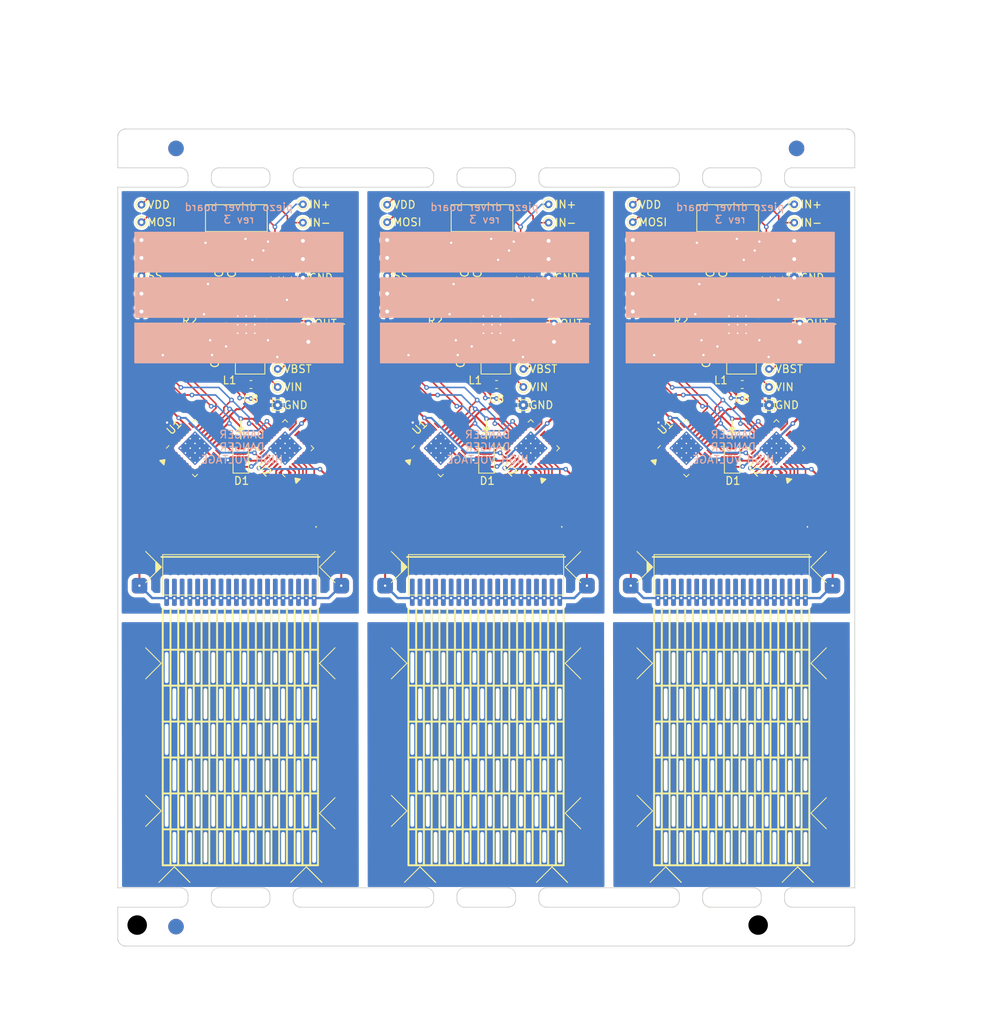
<source format=kicad_pcb>
(kicad_pcb (version 20221018) (generator pcbnew)
  (layers (0 "F.Cu" signal) (31 "B.Cu" signal) (34 "B.Paste" user) (35 "F.Paste" user) (36 "B.SilkS" user "B.Silkscreen") (37 "F.SilkS" user "F.Silkscreen") (38 "B.Mask" user) (39 "F.Mask" user) (44 "Edge.Cuts" user))
  (net 0 "")
  (net 1 "Board_0-/IN+")
  (net 2 "Board_0-/IN-")
  (net 3 "Board_0-/MISO")
  (net 4 "Board_0-/MOSI")
  (net 5 "Board_0-/OUT-")
  (net 6 "Board_0-/POL")
  (net 7 "Board_0-/PZT_Common")
  (net 8 "Board_0-/SCL")
  (net 9 "Board_0-/SCLK")
  (net 10 "Board_0-/SDA")
  (net 11 "Board_0-/SS")
  (net 12 "Board_0-/VBST")
  (net 13 "Board_0-/VDD")
  (net 14 "Board_0-/VIN")
  (net 15 "Board_0-/VPP")
  (net 16 "Board_0-/fill")
  (net 17 "Board_0-/reed1")
  (net 18 "Board_0-/reed10")
  (net 19 "Board_0-/reed11")
  (net 20 "Board_0-/reed12")
  (net 21 "Board_0-/reed13")
  (net 22 "Board_0-/reed14")
  (net 23 "Board_0-/reed15")
  (net 24 "Board_0-/reed16")
  (net 25 "Board_0-/reed17")
  (net 26 "Board_0-/reed18")
  (net 27 "Board_0-/reed19")
  (net 28 "Board_0-/reed2")
  (net 29 "Board_0-/reed20")
  (net 30 "Board_0-/reed3")
  (net 31 "Board_0-/reed4")
  (net 32 "Board_0-/reed5")
  (net 33 "Board_0-/reed6")
  (net 34 "Board_0-/reed7")
  (net 35 "Board_0-/reed8")
  (net 36 "Board_0-/reed9")
  (net 37 "Board_0-GND")
  (net 38 "Board_0-Net-(L1-Pad1)")
  (net 39 "Board_0-Net-(U1-DIN)")
  (net 40 "Board_0-Net-(U3-FB)")
  (net 41 "Board_0-Net-(U3-IN+)")
  (net 42 "Board_0-Net-(U3-IN-)")
  (net 43 "Board_0-Net-(U3-REG)")
  (net 44 "Board_0-Net-(U3-REXT)")
  (net 45 "Board_0-Net-(U3-VPUMP)")
  (net 46 "Board_0-unconnected-(U1-HVout11-Pad2)")
  (net 47 "Board_0-unconnected-(U1-HVout12-Pad1)")
  (net 48 "Board_0-unconnected-(U1-HVout13-Pad32)")
  (net 49 "Board_0-unconnected-(U1-HVout14-Pad31)")
  (net 50 "Board_0-unconnected-(U1-HVout15-Pad30)")
  (net 51 "Board_0-unconnected-(U1-HVout16-Pad29)")
  (net 52 "Board_0-unconnected-(U1-NC-Pad13)")
  (net 53 "Board_0-unconnected-(U1-NC-Pad16)")
  (net 54 "Board_0-unconnected-(U1-NC-Pad18)")
  (net 55 "Board_0-unconnected-(U1-NC-Pad23)")
  (net 56 "Board_0-unconnected-(U1-NC-Pad25)")
  (net 57 "Board_0-unconnected-(U2-HVout1-Pad12)")
  (net 58 "Board_0-unconnected-(U2-HVout2-Pad11)")
  (net 59 "Board_0-unconnected-(U2-HVout3-Pad10)")
  (net 60 "Board_0-unconnected-(U2-HVout4-Pad9)")
  (net 61 "Board_0-unconnected-(U2-HVout5-Pad8)")
  (net 62 "Board_0-unconnected-(U2-HVout6-Pad7)")
  (net 63 "Board_0-unconnected-(U2-NC-Pad13)")
  (net 64 "Board_0-unconnected-(U2-NC-Pad16)")
  (net 65 "Board_0-unconnected-(U2-NC-Pad18)")
  (net 66 "Board_0-unconnected-(U2-NC-Pad23)")
  (net 67 "Board_0-unconnected-(U2-NC-Pad25)")
  (net 68 "Board_0-unconnected-(U3-NC-Pad9)")
  (net 69 "Board_1-/IN+")
  (net 70 "Board_1-/IN-")
  (net 71 "Board_1-/MISO")
  (net 72 "Board_1-/MOSI")
  (net 73 "Board_1-/OUT-")
  (net 74 "Board_1-/POL")
  (net 75 "Board_1-/PZT_Common")
  (net 76 "Board_1-/SCL")
  (net 77 "Board_1-/SCLK")
  (net 78 "Board_1-/SDA")
  (net 79 "Board_1-/SS")
  (net 80 "Board_1-/VBST")
  (net 81 "Board_1-/VDD")
  (net 82 "Board_1-/VIN")
  (net 83 "Board_1-/VPP")
  (net 84 "Board_1-/fill")
  (net 85 "Board_1-/reed1")
  (net 86 "Board_1-/reed10")
  (net 87 "Board_1-/reed11")
  (net 88 "Board_1-/reed12")
  (net 89 "Board_1-/reed13")
  (net 90 "Board_1-/reed14")
  (net 91 "Board_1-/reed15")
  (net 92 "Board_1-/reed16")
  (net 93 "Board_1-/reed17")
  (net 94 "Board_1-/reed18")
  (net 95 "Board_1-/reed19")
  (net 96 "Board_1-/reed2")
  (net 97 "Board_1-/reed20")
  (net 98 "Board_1-/reed3")
  (net 99 "Board_1-/reed4")
  (net 100 "Board_1-/reed5")
  (net 101 "Board_1-/reed6")
  (net 102 "Board_1-/reed7")
  (net 103 "Board_1-/reed8")
  (net 104 "Board_1-/reed9")
  (net 105 "Board_1-GND")
  (net 106 "Board_1-Net-(L1-Pad1)")
  (net 107 "Board_1-Net-(U1-DIN)")
  (net 108 "Board_1-Net-(U3-FB)")
  (net 109 "Board_1-Net-(U3-IN+)")
  (net 110 "Board_1-Net-(U3-IN-)")
  (net 111 "Board_1-Net-(U3-REG)")
  (net 112 "Board_1-Net-(U3-REXT)")
  (net 113 "Board_1-Net-(U3-VPUMP)")
  (net 114 "Board_1-unconnected-(U1-HVout11-Pad2)")
  (net 115 "Board_1-unconnected-(U1-HVout12-Pad1)")
  (net 116 "Board_1-unconnected-(U1-HVout13-Pad32)")
  (net 117 "Board_1-unconnected-(U1-HVout14-Pad31)")
  (net 118 "Board_1-unconnected-(U1-HVout15-Pad30)")
  (net 119 "Board_1-unconnected-(U1-HVout16-Pad29)")
  (net 120 "Board_1-unconnected-(U1-NC-Pad13)")
  (net 121 "Board_1-unconnected-(U1-NC-Pad16)")
  (net 122 "Board_1-unconnected-(U1-NC-Pad18)")
  (net 123 "Board_1-unconnected-(U1-NC-Pad23)")
  (net 124 "Board_1-unconnected-(U1-NC-Pad25)")
  (net 125 "Board_1-unconnected-(U2-HVout1-Pad12)")
  (net 126 "Board_1-unconnected-(U2-HVout2-Pad11)")
  (net 127 "Board_1-unconnected-(U2-HVout3-Pad10)")
  (net 128 "Board_1-unconnected-(U2-HVout4-Pad9)")
  (net 129 "Board_1-unconnected-(U2-HVout5-Pad8)")
  (net 130 "Board_1-unconnected-(U2-HVout6-Pad7)")
  (net 131 "Board_1-unconnected-(U2-NC-Pad13)")
  (net 132 "Board_1-unconnected-(U2-NC-Pad16)")
  (net 133 "Board_1-unconnected-(U2-NC-Pad18)")
  (net 134 "Board_1-unconnected-(U2-NC-Pad23)")
  (net 135 "Board_1-unconnected-(U2-NC-Pad25)")
  (net 136 "Board_1-unconnected-(U3-NC-Pad9)")
  (net 137 "Board_2-/IN+")
  (net 138 "Board_2-/IN-")
  (net 139 "Board_2-/MISO")
  (net 140 "Board_2-/MOSI")
  (net 141 "Board_2-/OUT-")
  (net 142 "Board_2-/POL")
  (net 143 "Board_2-/PZT_Common")
  (net 144 "Board_2-/SCL")
  (net 145 "Board_2-/SCLK")
  (net 146 "Board_2-/SDA")
  (net 147 "Board_2-/SS")
  (net 148 "Board_2-/VBST")
  (net 149 "Board_2-/VDD")
  (net 150 "Board_2-/VIN")
  (net 151 "Board_2-/VPP")
  (net 152 "Board_2-/fill")
  (net 153 "Board_2-/reed1")
  (net 154 "Board_2-/reed10")
  (net 155 "Board_2-/reed11")
  (net 156 "Board_2-/reed12")
  (net 157 "Board_2-/reed13")
  (net 158 "Board_2-/reed14")
  (net 159 "Board_2-/reed15")
  (net 160 "Board_2-/reed16")
  (net 161 "Board_2-/reed17")
  (net 162 "Board_2-/reed18")
  (net 163 "Board_2-/reed19")
  (net 164 "Board_2-/reed2")
  (net 165 "Board_2-/reed20")
  (net 166 "Board_2-/reed3")
  (net 167 "Board_2-/reed4")
  (net 168 "Board_2-/reed5")
  (net 169 "Board_2-/reed6")
  (net 170 "Board_2-/reed7")
  (net 171 "Board_2-/reed8")
  (net 172 "Board_2-/reed9")
  (net 173 "Board_2-GND")
  (net 174 "Board_2-Net-(L1-Pad1)")
  (net 175 "Board_2-Net-(U1-DIN)")
  (net 176 "Board_2-Net-(U3-FB)")
  (net 177 "Board_2-Net-(U3-IN+)")
  (net 178 "Board_2-Net-(U3-IN-)")
  (net 179 "Board_2-Net-(U3-REG)")
  (net 180 "Board_2-Net-(U3-REXT)")
  (net 181 "Board_2-Net-(U3-VPUMP)")
  (net 182 "Board_2-unconnected-(U1-HVout11-Pad2)")
  (net 183 "Board_2-unconnected-(U1-HVout12-Pad1)")
  (net 184 "Board_2-unconnected-(U1-HVout13-Pad32)")
  (net 185 "Board_2-unconnected-(U1-HVout14-Pad31)")
  (net 186 "Board_2-unconnected-(U1-HVout15-Pad30)")
  (net 187 "Board_2-unconnected-(U1-HVout16-Pad29)")
  (net 188 "Board_2-unconnected-(U1-NC-Pad13)")
  (net 189 "Board_2-unconnected-(U1-NC-Pad16)")
  (net 190 "Board_2-unconnected-(U1-NC-Pad18)")
  (net 191 "Board_2-unconnected-(U1-NC-Pad23)")
  (net 192 "Board_2-unconnected-(U1-NC-Pad25)")
  (net 193 "Board_2-unconnected-(U2-HVout1-Pad12)")
  (net 194 "Board_2-unconnected-(U2-HVout2-Pad11)")
  (net 195 "Board_2-unconnected-(U2-HVout3-Pad10)")
  (net 196 "Board_2-unconnected-(U2-HVout4-Pad9)")
  (net 197 "Board_2-unconnected-(U2-HVout5-Pad8)")
  (net 198 "Board_2-unconnected-(U2-HVout6-Pad7)")
  (net 199 "Board_2-unconnected-(U2-NC-Pad13)")
  (net 200 "Board_2-unconnected-(U2-NC-Pad16)")
  (net 201 "Board_2-unconnected-(U2-NC-Pad18)")
  (net 202 "Board_2-unconnected-(U2-NC-Pad23)")
  (net 203 "Board_2-unconnected-(U2-NC-Pad25)")
  (net 204 "Board_2-unconnected-(U3-NC-Pad9)")
  (footprint "Resistor_SMD:R_0603_1608Metric" (layer "F.Cu") (at 117.575 37.6 -90)
    (fp_text reference "R4")
    (fp_text value "3.3k")
  )
  (footprint "TestPoint:TestPoint_THTPad_D1.0mm_Drill0.5mm" (layer "F.Cu") (at 135.725 34.3)
    (fp_text reference "TP9" hide)
    (fp_text value "TestPoint")
  )
  (footprint "Capacitor_SMD:C_0603_1608Metric" (layer "F.Cu") (at 114.975 49.8 90)
    (fp_text reference "C5")
    (fp_text value "10 µF")
  )
  (footprint "Capacitor_SMD:C_0603_1608Metric" (layer "F.Cu") (at 178.275 49.8 90)
    (fp_text reference "C5")
    (fp_text value "10 µF")
  )
  (footprint "Capacitor_SMD:C_0603_1608Metric" (layer "F.Cu") (at 145.725 40.6 90)
    (fp_text reference "C2")
    (fp_text value "0.1 µF")
  )
  (footprint "TestPoint:TestPoint_THTPad_1.0x1.0mm_Drill0.5mm" (layer "F.Cu") (at 156.525 39.15)
    (fp_text reference "TP2" hide)
    (fp_text value "TestPoint")
  )
  (footprint "TestPoint:TestPoint_THTPad_D1.0mm_Drill0.5mm" (layer "F.Cu") (at 157.225 47.4)
    (fp_text reference "TP3" hide)
    (fp_text value "TestPoint")
  )
  (footprint "Capacitor_SMD:C_0603_1608Metric" (layer "F.Cu") (at 147.425 40.6 90)
    (fp_text reference "C3")
    (fp_text value "0.1 µF")
  )
  (footprint "Capacitor_SMD:C_0603_1608Metric" (layer "F.Cu") (at 121.275 39.15 90)
    (fp_text reference "C6")
    (fp_text value "1 µF")
  )
  (footprint "Package_DFN_QFN:Texas_S-PVQFN-N20_EP2.7x2.7mm_ThermalVias" (layer "F.Cu") (at 149.225 45.2)
    (fp_text reference "U3")
    (fp_text value "DRV2665")
  )
  (footprint "TestPoint:TestPoint_THTPad_1.0x1.0mm_Drill0.5mm" (layer "F.Cu") (at 135.725 43.5)
    (fp_text reference "TP2" hide)
    (fp_text value "TestPoint")
  )
  (footprint "TestPoint:TestPoint_THTPad_D1.0mm_Drill0.5mm" (layer "F.Cu") (at 167.375 34.3)
    (fp_text reference "TP9" hide)
    (fp_text value "TestPoint")
  )
  (footprint "Capacitor_SMD:C_0805_2012Metric" (layer "F.Cu") (at 184.875 47.4 -90)
    (fp_text reference "C4")
    (fp_text value "0.1 µF 150V+")
  )
  (footprint "TestPoint:TestPoint_THTPad_D1.0mm_Drill0.5mm" (layer "F.Cu") (at 156.525 29.7)
    (fp_text reference "TP6" hide)
    (fp_text value "TestPoint")
  )
  (footprint "Capacitor_SMD:C_0805_2012Metric" (layer "F.Cu") (at 121.575 47.4 -90)
    (fp_text reference "C4")
    (fp_text value "0.1 µF 150V+")
  )
  (footprint "Package_DFN_QFN:Texas_S-PVQFN-N20_EP2.7x2.7mm_ThermalVias" (layer "F.Cu") (at 117.575 45.2)
    (fp_text reference "U3")
    (fp_text value "DRV2665")
  )
  (footprint "Resistor_SMD:R_0603_1608Metric" (layer "F.Cu") (at 112.975 44.7)
    (fp_text reference "R2")
    (fp_text value "6.98k")
  )
  (footprint "Resistor_SMD:R_0603_1608Metric" (layer "F.Cu") (at 119.175 37.6 90)
    (fp_text reference "R5")
    (fp_text value "3.3k")
  )
  (footprint "TestPoint:TestPoint_THTPad_D1.0mm_Drill0.5mm" (layer "F.Cu") (at 135.725 32)
    (fp_text reference "TP8" hide)
    (fp_text value "TestPoint")
  )
  (footprint "Optacon_common:Hirose_FH34SRJ-12S-0.5SH" (layer "F.Cu") (at 179.575 31.6 180)
    (fp_text reference "J1" hide)
    (fp_text value "Conn_01x12")
  )
  (footprint "Capacitor_SMD:C_0603_1608Metric" (layer "F.Cu") (at 149.825 52.9)
    (fp_text reference "C8")
    (fp_text value "0.1")
  )
  (footprint "TestPoint:TestPoint_THTPad_D1.0mm_Drill0.5mm" (layer "F.Cu") (at 135.725 36.6)
    (fp_text reference "TP12" hide)
    (fp_text value "TestPoint")
  )
  (footprint "Package_DFN_QFN:HVQFN-32-1EP_5x5mm_P0.5mm_EP3.1x3.1mm_ThermalVias" (layer "F.Cu") (at 110.975 61.1 45)
    (fp_text reference "U1")
    (fp_text value "HV509")
  )
  (footprint "Package_DFN_QFN:HVQFN-32-1EP_5x5mm_P0.5mm_EP3.1x3.1mm_ThermalVias" (layer "F.Cu") (at 142.625 61.1 45)
    (fp_text reference "U1")
    (fp_text value "HV509")
  )
  (footprint "TestPoint:TestPoint_THTPad_D1.0mm_Drill0.5mm" (layer "F.Cu") (at 188.175 32.0625)
    (fp_text reference "TP7" hide)
    (fp_text value "TestPoint")
  )
  (footprint "Diode_SMD:D_SOD-123F" (layer "F.Cu") (at 180.175 62.1 90)
    (fp_text reference "D1")
    (fp_text value "D")
  )
  (footprint "Optacon_common:TDK_VLS_3012" (layer "F.Cu") (at 149.725 49.85 -90)
    (fp_text reference "L1")
    (fp_text value "3.3 µH")
  )
  (footprint "Capacitor_SMD:C_0603_1608Metric" (layer "F.Cu") (at 146.625 49.8 90)
    (fp_text reference "C5")
    (fp_text value "10 µF")
  )
  (footprint "TestPoint:TestPoint_THTPad_D1.0mm_Drill0.5mm" (layer "F.Cu") (at 157.225 45.05)
    (fp_text reference "TP5" hide)
    (fp_text value "TestPoint")
  )
  (footprint "Package_DFN_QFN:HVQFN-32-1EP_5x5mm_P0.5mm_EP3.1x3.1mm_ThermalVias" (layer "F.Cu") (at 185.875 61.1 135)
    (fp_text reference "U2")
    (fp_text value "HV509")
  )
  (footprint "Optacon_common:Hirose_FH34SRJ-40S-0.5SH" (layer "F.Cu") (at 180.125 73.65)
    (fp_text reference "J2" hide)
    (fp_text value "Conn_01x40_Socket" hide)
  )
  (footprint "Capacitor_SMD:C_0603_1608Metric" (layer "F.Cu") (at 176.275 42.9 180)
    (fp_text reference "C1")
    (fp_text value "1 µF")
  )
  (footprint "Capacitor_SMD:C_0603_1608Metric" (layer "F.Cu") (at 122.875 39.15 90)
    (fp_text reference "C7")
    (fp_text value "1 µF")
  )
  (footprint "TestPoint:TestPoint_THTPad_D1.0mm_Drill0.5mm" (layer "F.Cu") (at 104.075 36.6)
    (fp_text reference "TP12" hide)
    (fp_text value "TestPoint")
  )
  (footprint "Fiducial" (layer "F.Cu") (at 108.525 122.7)
    (fp_text reference "KiKit_FID_T_3" hide)
    (fp_text value "Fiducial" hide)
  )
  (footprint "TestPoint:TestPoint_THTPad_1.0x1.0mm_Drill0.5mm" (layer "F.Cu") (at 121.625 55.55)
    (fp_text reference "TP2" hide)
    (fp_text value "TestPoint")
  )
  (footprint "TestPoint:TestPoint_THTPad_1.0x1.0mm_Drill0.5mm" (layer "F.Cu") (at 184.925 55.55)
    (fp_text reference "TP2" hide)
    (fp_text value "TestPoint")
  )
  (footprint "Package_DFN_QFN:HVQFN-32-1EP_5x5mm_P0.5mm_EP3.1x3.1mm_ThermalVias" (layer "F.Cu") (at 174.275 61.1 45)
    (fp_text reference "U1")
    (fp_text value "HV509")
  )
  (footprint "TestPoint:TestPoint_THTPad_D1.0mm_Drill0.5mm" (layer "F.Cu") (at 153.275 53.225)
    (fp_text reference "TP15" hide)
    (fp_text value "VDD")
  )
  (footprint "Optacon_common:Hirose_FH34SRJ-12S-0.5SH" (layer "F.Cu") (at 116.275 31.6 180)
    (fp_text reference "J1" hide)
    (fp_text value "Conn_01x12")
  )
  (footprint "TestPoint:TestPoint_THTPad_D1.0mm_Drill0.5mm" (layer "F.Cu") (at 156.525 34.4)
    (fp_text reference "TP11" hide)
    (fp_text value "TestPoint")
  )
  (footprint "Capacitor_SMD:C_0603_1608Metric" (layer "F.Cu") (at 186.175 39.15 90)
    (fp_text reference "C7")
    (fp_text value "1 µF")
  )
  (footprint "TestPoint:TestPoint_THTPad_1.0x1.0mm_Drill0.5mm" (layer "F.Cu") (at 167.375 43.5)
    (fp_text reference "TP2" hide)
    (fp_text value "TestPoint")
  )
  (footprint "Resistor_SMD:R_0603_1608Metric" (layer "F.Cu") (at 150.825 37.6 90)
    (fp_text reference "R5")
    (fp_text value "3.3k")
  )
  (footprint "Optacon_common:piezox20" (layer "F.Cu") (at 116.715 74.8)
    (fp_text reference "piezo1" hide)
    (fp_text value "Conn_01x22" hide)
  )
  (footprint "NPTH" (layer "F.Cu") (at 183.525 122.5)
    (fp_text reference "REF**" hide)
    (fp_text value "NPTH" hide)
  )
  (footprint "Resistor_SMD:R_0603_1608Metric" (layer "F.Cu") (at 153.675 43.3)
    (fp_text reference "R3")
    (fp_text value "6.98k")
  )
  (footprint "TestPoint:TestPoint_THTPad_1.0x1.0mm_Drill0.5mm" (layer "F.Cu") (at 153.275 55.55)
    (fp_text reference "TP2" hide)
    (fp_text value "TestPoint")
  )
  (footprint "TestPoint:TestPoint_THTPad_D1.0mm_Drill0.5mm" (layer "F.Cu") (at 167.375 38.9)
    (fp_text reference "TP14" hide)
    (fp_text value "TestPoint")
  )
  (footprint "Resistor_SMD:R_0603_1608Metric" (layer "F.Cu") (at 149.225 37.6 -90)
    (fp_text reference "R4")
    (fp_text value "3.3k")
  )
  (footprint "Optacon_common:TDK_VLS_3012" (layer "F.Cu") (at 118.075 49.85 -90)
    (fp_text reference "L1")
    (fp_text value "3.3 µH")
  )
  (footprint "Resistor_SMD:R_0603_1608Metric" (layer "F.Cu") (at 144.625 44.7)
    (fp_text reference "R2")
    (fp_text value "6.98k")
  )
  (footprint "Optacon_common:Hirose_FH34SRJ-40S-0.5SH" (layer "F.Cu") (at 116.825 73.65)
    (fp_text reference "J2" hide)
    (fp_text value "Conn_01x40_Socket" hide)
  )
  (footprint "Capacitor_SMD:C_0603_1608Metric" (layer "F.Cu") (at 177.375 40.6 90)
    (fp_text reference "C2")
    (fp_text value "0.1 µF")
  )
  (footprint "Optacon_common:Hirose_FH34SRJ-40S-0.5SH" (layer "F.Cu") (at 148.475 73.65)
    (fp_text reference "J2" hide)
    (fp_text value "Conn_01x40_Socket" hide)
  )
  (footprint "TestPoint:TestPoint_THTPad_D1.0mm_Drill0.5mm" (layer "F.Cu") (at 135.725 41.2)
    (fp_text reference "TP13" hide)
    (fp_text value "TestPoint")
  )
  (footprint "TestPoint:TestPoint_THTPad_1.0x1.0mm_Drill0.5mm" (layer "F.Cu") (at 104.075 43.5)
    (fp_text reference "TP2" hide)
    (fp_text value "TestPoint")
  )
  (footprint "Capacitor_SMD:C_0603_1608Metric" (layer "F.Cu") (at 144.625 42.9 180)
    (fp_text reference "C1")
    (fp_text value "1 µF")
  )
  (footprint "Diode_SMD:D_SOD-123F" (layer "F.Cu") (at 116.875 62.1 90)
    (fp_text reference "D1")
    (fp_text value "D")
  )
  (footprint "Resistor_SMD:R_0603_1608Metric" (layer "F.Cu") (at 176.275 46.3)
    (fp_text reference "R1")
    (fp_text value "549k")
  )
  (footprint "TestPoint:TestPoint_THTPad_D1.0mm_Drill0.5mm" (layer "F.Cu") (at 121.625 50.9)
    (fp_text reference "TP4" hide)
    (fp_text value "TestPoint")
  )
  (footprint "Capacitor_SMD:C_0603_1608Metric" (layer "F.Cu") (at 115.775 40.6 90)
    (fp_text reference "C3")
    (fp_text value "0.1 µF")
  )
  (footprint "TestPoint:TestPoint_THTPad_1.0x1.0mm_Drill0.5mm" (layer "F.Cu") (at 188.175 39.15)
    (fp_text reference "TP2" hide)
    (fp_text value "TestPoint")
  )
  (footprint "TestPoint:TestPoint_THTPad_D1.0mm_Drill0.5mm" (layer "F.Cu") (at 188.175 34.4)
    (fp_text reference "TP11" hide)
    (fp_text value "TestPoint")
  )
  (footprint "TestPoint:TestPoint_THTPad_D1.0mm_Drill0.5mm" (layer "F.Cu") (at 167.375 36.6)
    (fp_text reference "TP12" hide)
    (fp_text value "TestPoint")
  )
  (footprint "Diode_SMD:D_SOD-123F" (layer "F.Cu") (at 148.525 62.1 90)
    (fp_text reference "D1")
    (fp_text value "D")
  )
  (footprint "Capacitor_SMD:C_0805_2012Metric" (layer "F.Cu") (at 153.225 47.4 -90)
    (fp_text reference "C4")
    (fp_text value "0.1 µF 150V+")
  )
  (footprint "TestPoint:TestPoint_THTPad_D1.0mm_Drill0.5mm" (layer "F.Cu") (at 135.725 29.75)
    (fp_text reference "TP1" hide)
    (fp_text value "VDD")
  )
  (footprint "Capacitor_SMD:C_0603_1608Metric" (layer "F.Cu") (at 114.075 40.6 90)
    (fp_text reference "C2")
    (fp_text value "0.1 µF")
  )
  (footprint "TestPoint:TestPoint_THTPad_D1.0mm_Drill0.5mm" (layer "F.Cu") (at 125.575 47.4)
    (fp_text reference "TP3" hide)
    (fp_text value "TestPoint")
  )
  (footprint "TestPoint:TestPoint_THTPad_D1.0mm_Drill0.5mm" (layer "F.Cu") (at 124.875 36.75)
    (fp_text reference "TP10" hide)
    (fp_text value "TestPoint")
  )
  (footprint "Optacon_common:piezox20" (layer "F.Cu") (at 148.365 74.8)
    (fp_text reference "piezo1" hide)
    (fp_text value "Conn_01x22" hide)
  )
  (footprint "TestPoint:TestPoint_THTPad_D1.0mm_Drill0.5mm" (layer "F.Cu") (at 167.375 41.2)
    (fp_text reference "TP13" hide)
    (fp_text value "TestPoint")
  )
  (footprint "Fiducial" (layer "F.Cu") (at 188.475 22.5)
    (fp_text reference "KiKit_FID_T_2" hide)
    (fp_text value "Fiducial" hide)
  )
  (footprint "Package_DFN_QFN:HVQFN-32-1EP_5x5mm_P0.5mm_EP3.1x3.1mm_ThermalVias" (layer "F.Cu") (at 122.575 61.1 135)
    (fp_text reference "U2")
    (fp_text value "HV509")
  )
  (footprint "TestPoint:TestPoint_THTPad_D1.0mm_Drill0.5mm" (layer "F.Cu") (at 135.725 38.9)
    (fp_text reference "TP14" hide)
    (fp_text value "TestPoint")
  )
  (footprint "TestPoint:TestPoint_THTPad_D1.0mm_Drill0.5mm" (layer "F.Cu") (at 124.875 34.4)
    (fp_text reference "TP11" hide)
    (fp_text value "TestPoint")
  )
  (footprint "Resistor_SMD:R_0603_1608Metric" (layer "F.Cu") (at 176.275 44.7)
    (fp_text reference "R2")
    (fp_text value "6.98k")
  )
  (footprint "TestPoint:TestPoint_THTPad_D1.0mm_Drill0.5mm" (layer "F.Cu") (at 104.075 29.75)
    (fp_text reference "TP1" hide)
    (fp_text value "VDD")
  )
  (footprint "Capacitor_SMD:C_0603_1608Metric" (layer "F.Cu") (at 179.075 40.6 90)
    (fp_text reference "C3")
    (fp_text value "0.1 µF")
  )
  (footprint "Capacitor_SMD:C_0603_1608Metric" (layer "F.Cu") (at 154.525 39.15 90)
    (fp_text reference "C7")
    (fp_text value "1 µF")
  )
  (footprint "Capacitor_SMD:C_0603_1608Metric" (layer "F.Cu") (at 112.975 42.9 180)
    (fp_text reference "C1")
    (fp_text value "1 µF")
  )
  (footprint "Optacon_common:piezox20" (layer "F.Cu") (at 180.015 74.8)
    (fp_text reference "piezo1" hide)
    (fp_text value "Conn_01x22" hide)
  )
  (footprint "TestPoint:TestPoint_THTPad_D1.0mm_Drill0.5mm" (layer "F.Cu") (at 121.625 53.225)
    (fp_text reference "TP15" hide)
    (fp_text value "VDD")
  )
  (footprint "TestPoint:TestPoint_THTPad_D1.0mm_Drill0.5mm" (layer "F.Cu") (at 124.875 32.0625)
    (fp_text reference "TP7" hide)
    (fp_text value "TestPoint")
  )
  (footprint "TestPoint:TestPoint_THTPad_D1.0mm_Drill0.5mm" (layer "F.Cu") (at 104.075 41.2)
    (fp_text reference "TP13" hide)
    (fp_text value "TestPoint")
  )
  (footprint "TestPoint:TestPoint_THTPad_D1.0mm_Drill0.5mm" (layer "F.Cu") (at 156.525 32.0625)
    (fp_text reference "TP7" hide)
    (fp_text value "TestPoint")
  )
  (footprint "TestPoint:TestPoint_THTPad_D1.0mm_Drill0.5mm" (layer "F.Cu") (at 156.525 36.75)
    (fp_text reference "TP10" hide)
    (fp_text value "TestPoint")
  )
  (footprint "TestPoint:TestPoint_THTPad_D1.0mm_Drill0.5mm" (layer "F.Cu") (at 104.075 34.3)
    (fp_text reference "TP9" hide)
    (fp_text value "TestPoint")
  )
  (footprint "TestPoint:TestPoint_THTPad_D1.0mm_Drill0.5mm" (layer "F.Cu") (at 104.075 32)
    (fp_text reference "TP8" hide)
    (fp_text value "TestPoint")
  )
  (footprint "NPTH" (layer "F.Cu") (at 103.525 122.5)
    (fp_text reference "REF**" hide)
    (fp_text value "NPTH" hide)
  )
  (footprint "Capacitor_SMD:C_0603_1608Metric" (layer "F.Cu") (at 118.175 52.9)
    (fp_text reference "C8")
    (fp_text value "0.1")
  )
  (footprint "TestPoint:TestPoint_THTPad_D1.0mm_Drill0.5mm" (layer "F.Cu") (at 188.875 47.4)
    (fp_text reference "TP3" hide)
    (fp_text value "TestPoint")
  )
  (footprint "Capacitor_SMD:C_0603_1608Metric" (layer "F.Cu") (at 152.925 39.15 90)
    (fp_text reference "C6")
    (fp_text value "1 µF")
  )
  (footprint "Package_DFN_QFN:HVQFN-32-1EP_5x5mm_P0.5mm_EP3.1x3.1mm_ThermalVias" (layer "F.Cu") (at 154.225 61.1 135)
    (fp_text reference "U2")
    (fp_text value "HV509")
  )
  (footprint "TestPoint:TestPoint_THTPad_D1.0mm_Drill0.5mm" (layer "F.Cu") (at 184.925 50.9)
    (fp_text reference "TP4" hide)
    (fp_text value "TestPoint")
  )
  (footprint "Fiducial" (layer "F.Cu") (at 108.525 22.5)
    (fp_text reference "KiKit_FID_T_1" hide)
    (fp_text value "Fiducial" hide)
  )
  (footprint "Optacon_common:Hirose_FH34SRJ-12S-0.5SH" (layer "F.Cu") (at 147.925 31.6 180)
    (fp_text reference "J1" hide)
    (fp_text value "Conn_01x12")
  )
  (footprint "Package_DFN_QFN:Texas_S-PVQFN-N20_EP2.7x2.7mm_ThermalVias" (layer "F.Cu") (at 180.875 45.2)
    (fp_text reference "U3")
    (fp_text value "DRV2665")
  )
  (footprint "TestPoint:TestPoint_THTPad_D1.0mm_Drill0.5mm" (layer "F.Cu") (at 188.875 45.05)
    (fp_text reference "TP5" hide)
    (fp_text value "TestPoint")
  )
  (footprint "TestPoint:TestPoint_THTPad_D1.0mm_Drill0.5mm" (layer "F.Cu") (at 188.175 36.75)
    (fp_text reference "TP10" hide)
    (fp_text value "TestPoint")
  )
  (footprint "TestPoint:TestPoint_THTPad_D1.0mm_Drill0.5mm" (layer "F.Cu") (at 167.375 29.75)
    (fp_text reference "TP1" hide)
    (fp_text value "VDD")
  )
  (footprint "Resistor_SMD:R_0603_1608Metric" (layer "F.Cu") (at 144.625 46.3)
    (fp_text reference "R1")
    (fp_text value "549k")
  )
  (footprint "Resistor_SMD:R_0603_1608Metric" (layer "F.Cu") (at 112.975 46.3)
    (fp_text reference "R1")
    (fp_text value "549k")
  )
  (footprint "Optacon_common:TDK_VLS_3012" (layer "F.Cu") (at 181.375 49.85 -90)
    (fp_text reference "L1")
    (fp_text value "3.3 µH")
  )
  (footprint "Resistor_SMD:R_0603_1608Metric" (layer "F.Cu") (at 122.025 43.3)
    (fp_text reference "R3")
    (fp_text value "6.98k")
  )
  (footprint "Resistor_SMD:R_0603_1608Metric" (layer "F.Cu") (at 182.475 37.6 90)
    (fp_text reference "R5")
    (fp_text value "3.3k")
  )
  (footprint "TestPoint:TestPoint_THTPad_D1.0mm_Drill0.5mm" (layer "F.Cu") (at 167.375 32)
    (fp_text reference "TP8" hide)
    (fp_text value "TestPoint")
  )
  (footprint "TestPoint:TestPoint_THTPad_D1.0mm_Drill0.5mm" (layer "F.Cu") (at 184.925 53.225)
    (fp_text reference "TP15" hide)
    (fp_text value "VDD")
  )
  (footprint "Capacitor_SMD:C_0603_1608Metric" (layer "F.Cu") (at 184.575 39.15 90)
    (fp_text reference "C6")
    (fp_text value "1 µF")
  )
  (footprint "TestPoint:TestPoint_THTPad_1.0x1.0mm_Drill0.5mm" (layer "F.Cu") (at 124.875 39.15)
    (fp_text reference "TP2" hide)
    (fp_text value "TestPoint")
  )
  (footprint "Resistor_SMD:R_0603_1608Metric" (layer "F.Cu") (at 185.325 43.3)
    (fp_text reference "R3")
    (fp_text value "6.98k")
  )
  (footprint "TestPoint:TestPoint_THTPad_D1.0mm_Drill0.5mm" (layer "F.Cu") (at 124.875 29.7)
    (fp_text reference "TP6" hide)
    (fp_text value "TestPoint")
  )
  (footprint "TestPoint:TestPoint_THTPad_D1.0mm_Drill0.5mm" (layer "F.Cu") (at 104.075 38.9)
    (fp_text reference "TP14" hide)
    (fp_text value "TestPoint")
  )
  (footprint "TestPoint:TestPoint_THTPad_D1.0mm_Drill0.5mm" (layer "F.Cu") (at 153.275 50.9)
    (fp_text reference "TP4" hide)
    (fp_text value "TestPoint")
  )
  (footprint "TestPoint:TestPoint_THTPad_D1.0mm_Drill0.5mm" (layer "F.Cu") (at 188.175 29.7)
    (fp_text reference "TP6" hide)
    (fp_text value "TestPoint")
  )
  (footprint "Resistor_SMD:R_0603_1608Metric" (layer "F.Cu") (at 180.875 37.6 -90)
    (fp_text reference "R4")
    (fp_text value "3.3k")
  )
  (footprint "Capacitor_SMD:C_0603_1608Metric" (layer "F.Cu") (at 181.475 52.9)
    (fp_text reference "C8")
    (fp_text value "0.1")
  )
  (footprint "TestPoint:TestPoint_THTPad_D1.0mm_Drill0.5mm" (layer "F.Cu") (at 125.575 45.05)
    (fp_text reference "TP5" hide)
    (fp_text value "TestPoint")
  )
  (footprint "Fiducial" (layer "B.Cu") (at 188.475 22.5)
    (fp_text reference "KiKit_FID_B_2" hide)
    (fp_text value "Fiducial" hide)
  )
  (footprint "Fiducial" (layer "B.Cu") (at 108.525 122.7)
    (fp_text reference "KiKit_FID_B_3" hide)
    (fp_text value "Fiducial" hide)
  )
  (footprint "Fiducial" (layer "B.Cu") (at 108.525 22.5)
    (fp_text reference "KiKit_FID_B_1" hide)
    (fp_text value "Fiducial" hide)
  )
  (gr_rect (start 166.525 39.15) (end 193.325 44.25) (stroke (width 0.15)) (fill solid) (layer "B.SilkS"))
  (gr_rect (start 103.225 45) (end 130.025 50.1) (stroke (width 0.15)) (fill solid) (layer "B.SilkS"))
  (gr_rect (start 103.225 39.15) (end 130.025 44.25) (stroke (width 0.15)) (fill solid) (layer "B.SilkS"))
  (gr_rect (start 166.525 45) (end 193.325 50.1) (stroke (width 0.15)) (fill solid) (layer "B.SilkS"))
  (gr_rect (start 134.875 39.15) (end 161.675 44.25) (stroke (width 0.15)) (fill solid) (layer "B.SilkS"))
  (gr_rect (start 134.875 33.3) (end 161.675 38.4) (stroke (width 0.15)) (fill solid) (layer "B.SilkS"))
  (gr_rect (start 134.875 45) (end 161.675 50.1) (stroke (width 0.15)) (fill solid) (layer "B.SilkS"))
  (gr_rect (start 103.225 33.3) (end 130.025 38.4) (stroke (width 0.15)) (fill solid) (layer "B.SilkS"))
  (gr_rect (start 166.525 33.3) (end 193.325 38.4) (stroke (width 0.15)) (fill solid) (layer "B.SilkS"))
  (gr_line (start 148.525 57.5) (end 148.525 59) (stroke (width 0.15)) (layer "F.SilkS"))
  (gr_line (start 148.525 58.5) (end 148.525 57.5) (stroke (width 0.15)) (layer "F.SilkS"))
  (gr_poly (pts (xy 138.265 76.4) (xy 137.575 77.1) (xy 137.575 75.7)) (stroke (width 0.15)) (fill solid) (layer "F.SilkS"))
  (gr_poly (pts (xy 179.85 58.5) (xy 180.525 58.5) (xy 180.175 59)) (stroke (width 0.2)) (fill solid) (layer "F.SilkS"))
  (gr_line (start 116.875 58.5) (end 116.875 57.5) (stroke (width 0.15)) (layer "F.SilkS"))
  (gr_line (start 148.525 59.1) (end 148.525 59.9) (stroke (width 0.15)) (layer "F.SilkS"))
  (gr_line (start 116.875 59.1) (end 116.875 59.9) (stroke (width 0.15)) (layer "F.SilkS"))
  (gr_poly (pts (xy 106.615 76.4) (xy 105.925 77.1) (xy 105.925 75.7)) (stroke (width 0.15)) (fill solid) (layer "F.SilkS"))
  (gr_poly (pts (xy 116.55 58.5) (xy 117.225 58.5) (xy 116.875 59)) (stroke (width 0.2)) (fill solid) (layer "F.SilkS"))
  (gr_poly (pts (xy 148.2 58.5) (xy 148.875 58.5) (xy 148.525 59)) (stroke (width 0.2)) (fill solid) (layer "F.SilkS"))
  (gr_poly (pts (xy 156.125 65.1) (xy 155.647703 65.577297) (xy 155.541637 64.976256)) (stroke (width 0.2)) (fill solid) (layer "F.SilkS"))
  (gr_line (start 179.675 59.1) (end 180.675 59.1) (stroke (width 0.15)) (layer "F.SilkS"))
  (gr_poly (pts (xy 169.915 76.4) (xy 169.225 77.1) (xy 169.225 75.7)) (stroke (width 0.15)) (fill solid) (layer "F.SilkS"))
  (gr_poly (pts (xy 187.775 65.1) (xy 187.297703 65.577297) (xy 187.191637 64.976256)) (stroke (width 0.2)) (fill solid) (layer "F.SilkS"))
  (gr_line (start 116.875 57.5) (end 116.875 59) (stroke (width 0.15)) (layer "F.SilkS"))
  (gr_poly (pts (xy 170.251256 63.183363) (xy 169.773959 62.706066) (xy 170.375 62.6)) (stroke (width 0.2)) (fill solid) (layer "F.SilkS"))
  (gr_poly (pts (xy 138.601256 63.183363) (xy 138.123959 62.706066) (xy 138.725 62.6)) (stroke (width 0.2)) (fill solid) (layer "F.SilkS"))
  (gr_line (start 180.175 59.1) (end 180.175 59.9) (stroke (width 0.15)) (layer "F.SilkS"))
  (gr_line (start 116.375 59.1) (end 117.375 59.1) (stroke (width 0.15)) (layer "F.SilkS"))
  (gr_line (start 148.025 59.1) (end 149.025 59.1) (stroke (width 0.15)) (layer "F.SilkS"))
  (gr_line (start 180.175 57.5) (end 180.175 59) (stroke (width 0.15)) (layer "F.SilkS"))
  (gr_poly (pts (xy 124.475 65.1) (xy 123.997703 65.577297) (xy 123.891637 64.976256)) (stroke (width 0.2)) (fill solid) (layer "F.SilkS"))
  (gr_line (start 180.175 58.5) (end 180.175 57.5) (stroke (width 0.15)) (layer "F.SilkS"))
  (gr_poly (pts (xy 106.951256 63.183363) (xy 106.473959 62.706066) (xy 107.075 62.6)) (stroke (width 0.2)) (fill solid) (layer "F.SilkS"))
  (gr_line (start 155.276195 25.941423) (end 155.27977 25.892963) (stroke (width 0.1)) (layer "Edge.Cuts"))
  (gr_line (start 195.974583 120.207387) (end 195.97444 120.206917) (stroke (width 0.1)) (layer "Edge.Cuts"))
  (gr_line (start 176.470053 118.266721) (end 176.4919 118.223318) (stroke (width 0.1)) (layer "Edge.Cuts"))
  (gr_line (start 176.385718 119.355262) (end 176.37977 119.307036) (stroke (width 0.1)) (layer "Edge.Cuts"))
  (gr_line (start 155.294025 118.496861) (end 155.304671 118.44945) (stroke (width 0.1)) (layer "Edge.Cuts"))
  (gr_line (start 156.119737 25.010718) (end 156.167963 25.00477) (stroke (width 0.1)) (layer "Edge.Cuts"))
  (gr_line (start 145.666423 120.198804) (end 145.617963 120.195229) (stroke (width 0.1)) (layer "Edge.Cuts"))
  (gr_line (start 151.382036 120.195229) (end 151.333576 120.198804) (stroke (width 0.1)) (layer "Edge.Cuts"))
  (gr_line (start 113.1919 119.676681) (end 113.170053 119.633278) (stroke (width 0.1)) (layer "Edge.Cuts"))
  (gr_line (start 195.968383 20.889843) (end 195.957586 20.817049) (stroke (width 0.1)) (layer "Edge.Cuts"))
  (gr_line (start 183.882368 25.702619) (end 183.895328 25.74945) (stroke (width 0.1)) (layer "Edge.Cuts"))
  (gr_line (start 155.285718 118.544737) (end 155.294025 118.496861) (stroke (width 0.1)) (layer "Edge.Cuts"))
  (gr_line (start 195.346128 20.071985) (end 195.276839 20.047194) (stroke (width 0.1)) (layer "Edge.Cuts"))
  (gr_line (start 113.104671 119.450549) (end 113.094025 119.403138) (stroke (width 0.1)) (layer "Edge.Cuts"))
  (gr_line (start 101.025559 27.506917) (end 101.025416 27.507387) (stroke (width 0.1)) (layer "Edge.Cuts"))
  (gr_line (start 151.57238 117.742631) (end 151.618519 117.757874) (stroke (width 0.1)) (layer "Edge.Cuts"))
  (gr_line (start 183.599841 27.243539) (end 183.563047 27.275278) (stroke (width 0.1)) (layer "Edge.Cuts"))
  (gr_line (start 195.346358 20.072071) (end 195.346128 20.071985) (stroke (width 0.1)) (layer "Edge.Cuts"))
  (gr_line (start 195.898692 124.58234) (end 195.902928 124.571358) (stroke (width 0.1)) (layer "Edge.Cuts"))
  (gr_line (start 177.171861 27.480974) (end 177.12445 27.470328) (stroke (width 0.1)) (layer "Edge.Cuts"))
  (gr_line (start 152.270229 25.892963) (end 152.273804 25.941423) (stroke (width 0.1)) (layer "Edge.Cuts"))
  (gr_line (start 144.754671 25.74945) (end 144.767631 25.702619) (stroke (width 0.1)) (layer "Edge.Cuts"))
  (gr_line (start 195.969441 117.698877) (end 195.969874 117.698646) (stroke (width 0.1)) (layer "Edge.Cuts"))
  (gr_line (start 186.935718 25.844737) (end 186.944025 25.796861) (stroke (width 0.1)) (layer "Edge.Cuts"))
  (gr_line (start 176.599721 119.838047) (end 176.569826 119.79974) (stroke (width 0.1)) (layer "Edge.Cuts"))
  (gr_line (start 120.14396 117.840851) (end 120.185012 117.866847) (stroke (width 0.1)) (layer "Edge.Cuts"))
  (gr_line (start 195.973646 120.205125) (end 195.973394 120.204704) (stroke (width 0.1)) (layer "Edge.Cuts"))
  (gr_line (start 151.985033 119.910033) (end 151.949841 119.943539) (stroke (width 0.1)) (layer "Edge.Cuts"))
  (gr_line (start 113.085718 118.544737) (end 113.094025 118.496861) (stroke (width 0.1)) (layer "Edge.Cuts"))
  (gr_line (start 183.080262 25.010718) (end 183.128138 25.019025) (stroke (width 0.1)) (layer "Edge.Cuts"))
  (gr_line (start 120.430173 119.79974) (end 120.400278 119.838047) (stroke (width 0.1)) (layer "Edge.Cuts"))
  (gr_line (start 109.67474 25.194826) (end 109.713047 25.224721) (stroke (width 0.1)) (layer "Edge.Cuts"))
  (gr_line (start 113.104671 25.74945) (end 113.117631 25.702619) (stroke (width 0.1)) (layer "Edge.Cuts"))
  (gr_line (start 155.350362 25.611144) (end 155.370053 25.566721) (stroke (width 0.1)) (layer "Edge.Cuts"))
  (gr_line (start 113.777619 27.457368) (end 113.73148 27.442125) (stroke (width 0.1)) (layer "Edge.Cuts"))
  (gr_line (start 195.530197 125.031352) (end 195.530605 125.03108) (stroke (width 0.1)) (layer "Edge.Cuts"))
  (gr_line (start 101.479956 20.162221) (end 101.479747 20.162349) (stroke (width 0.1)) (layer "Edge.Cuts"))
  (gr_line (start 183.313855 117.775362) (end 183.358278 117.795053) (stroke (width 0.1)) (layer "Edge.Cuts"))
  (gr_line (start 183.599841 117.95646) (end 183.635033 117.989966) (stroke (width 0.1)) (layer "Edge.Cuts"))
  (gr_line (start 141.584148 119.71896) (end 141.558152 119.760012) (stroke (width 0.1)) (layer "Edge.Cuts"))
  (gr_line (start 186.926195 119.258576) (end 186.925 119.209877) (stroke (width 0.1)) (layer "Edge.Cuts"))
  (gr_line (start 183.358278 120.104946) (end 183.313855 120.124637) (stroke (width 0.1)) (layer "Edge.Cuts"))
  (gr_line (start 177.316423 120.198804) (end 177.267963 120.195229) (stroke (width 0.1)) (layer "Edge.Cuts"))
  (gr_line (start 102.012987 125.199406) (end 102.037027 125.199996) (stroke (width 0.1)) (layer "Edge.Cuts"))
  (gr_line (start 101.029296 24.998121) (end 101.029704 24.998394) (stroke (width 0.1)) (layer "Edge.Cuts"))
  (gr_line (start 187.18146 118.025158) (end 187.214966 117.989966) (stroke (width 0.1)) (layer "Edge.Cuts"))
  (gr_line (start 110.045328 25.74945) (end 110.055974 25.796861) (stroke (width 0.1)) (layer "Edge.Cuts"))
  (gr_line (start 141.068519 25.057874) (end 141.113855 25.075362) (stroke (width 0.1)) (layer "Edge.Cuts"))
  (gr_line (start 101.25238 20.36561) (end 101.252069 20.365989) (stroke (width 0.1)) (layer "Edge.Cuts"))
  (gr_line (start 195.974942 120.209809) (end 195.974918 120.209318) (stroke (width 0.1)) (layer "Edge.Cuts"))
  (gr_line (start 141.695328 119.450549) (end 141.682368 119.49738) (stroke (width 0.1)) (layer "Edge.Cuts"))
  (gr_line (start 195.968383 124.310156) (end 195.968417 124.309913) (stroke (width 0.1)) (layer "Edge.Cuts"))
  (gr_line (start 109.713047 27.275278) (end 109.67474 27.305173) (stroke (width 0.1)) (layer "Edge.Cuts"))
  (gr_line (start 141.435033 117.989966) (end 141.468539 118.025158) (stroke (width 0.1)) (layer "Edge.Cuts"))
  (gr_line (start 119.634877 117.7) (end 119.634877 117.7) (stroke (width 0.1)) (layer "Edge.Cuts"))
  (gr_line (start 123.914966 119.910033) (end 123.88146 119.874841) (stroke (width 0.1)) (layer "Edge.Cuts"))
  (gr_line (start 195.974996 27.512027) (end 195.974942 27.509809) (stroke (width 0.1)) (layer "Edge.Cuts"))
  (gr_line (start 109.133576 25.001195) (end 109.182036 25.00477) (stroke (width 0.1)) (layer "Edge.Cuts"))
  (gr_line (start 187.491721 25.095053) (end 187.536144 25.075362) (stroke (width 0.1)) (layer "Edge.Cuts"))
  (gr_line (start 109.785033 117.989966) (end 109.818539 118.025158) (stroke (width 0.1)) (layer "Edge.Cuts"))
  (gr_line (start 151.985033 25.289966) (end 152.018539 25.325158) (stroke (width 0.1)) (layer "Edge.Cuts"))
  (gr_line (start 187.915122 25) (end 195.962727 25) (stroke (width 0.1)) (layer "Edge.Cuts"))
  (gr_line (start 145.125259 27.305173) (end 145.086952 27.275278) (stroke (width 0.1)) (layer "Edge.Cuts"))
  (gr_line (start 119.634877 25) (end 119.634877 25) (stroke (width 0.1)) (layer "Edge.Cuts"))
  (gr_line (start 186.967631 25.702619) (end 186.982874 25.65648) (stroke (width 0.1)) (layer "Edge.Cuts"))
  (gr_line (start 186.925 118.690122) (end 186.926195 118.641423) (stroke (width 0.1)) (layer "Edge.Cuts"))
  (gr_line (start 101.390989 20.227069) (end 101.39061 20.22738) (stroke (width 0.1)) (layer "Edge.Cuts"))
  (gr_line (start 101.025201 27.508344) (end 101.025129 27.50883) (stroke (width 0.1)) (layer "Edge.Cuts"))
  (gr_line (start 101.031582 124.309913) (end 101.031616 124.310156) (stroke (width 0.1)) (layer "Edge.Cuts"))
  (gr_line (start 101.025416 27.507387) (end 101.025297 27.507863) (stroke (width 0.1)) (layer "Edge.Cuts"))
  (gr_line (start 124.064987 120.033152) (end 124.025259 120.005173) (stroke (width 0.1)) (layer "Edge.Cuts"))
  (gr_line (start 113.117631 25.702619) (end 113.132874 25.65648) (stroke (width 0.1)) (layer "Edge.Cuts"))
  (gr_line (start 113.094025 26.703138) (end 113.085718 26.655262) (stroke (width 0.1)) (layer "Edge.Cuts"))
  (gr_line (start 101.031455 120.200724) (end 101.031002 120.200912) (stroke (width 0.1)) (layer "Edge.Cuts"))
  (gr_line (start 195.898504 124.582793) (end 195.898692 124.58234) (stroke (width 0.1)) (layer "Edge.Cuts"))
  (gr_line (start 172.433576 120.198804) (end 172.384877 120.2) (stroke (width 0.1)) (layer "Edge.Cuts"))
  (gr_line (start 120.508099 26.976681) (end 120.484148 27.01896) (stroke (width 0.1)) (layer "Edge.Cuts"))
  (gr_line (start 195.970295 27.501605) (end 195.969874 27.501353) (stroke (width 0.1)) (layer "Edge.Cuts"))
  (gr_line (start 195.972188 117.69684) (end 195.972517 117.696477) (stroke (width 0.1)) (layer "Edge.Cuts"))
  (gr_line (start 195.181994 20.022196) (end 195.181756 20.022139) (stroke (width 0.1)) (layer "Edge.Cuts"))
  (gr_line (start 109.084877 117.7) (end 109.133576 117.701195) (stroke (width 0.1)) (layer "Edge.Cuts"))
  (gr_line (start 113.076195 118.641423) (end 113.07977 118.592963) (stroke (width 0.1)) (layer "Edge.Cuts"))
  (gr_line (start 183.758152 25.439987) (end 183.784148 25.481039) (stroke (width 0.1)) (layer "Edge.Cuts"))
  (gr_line (start 101.459771 20.175697) (end 101.459572 20.175841) (stroke (width 0.1)) (layer "Edge.Cuts"))
  (gr_line (start 101.025057 24.99019) (end 101.025081 24.990681) (stroke (width 0.1)) (layer "Edge.Cuts"))
  (gr_line (start 101.734568 20.043422) (end 101.723392 20.047114) (stroke (width 0.1)) (layer "Edge.Cuts"))
  (gr_line (start 195.856537 124.671469) (end 195.856768 124.671036) (stroke (width 0.1)) (layer "Edge.Cuts"))
  (gr_line (start 120.529946 119.633278) (end 120.508099 119.676681) (stroke (width 0.1)) (layer "Edge.Cuts"))
  (gr_line (start 195.974798 120.208344) (end 195.974702 120.207863) (stroke (width 0.1)) (layer "Edge.Cuts"))
  (gr_line (start 123.635718 119.355262) (end 123.62977 119.307036) (stroke (width 0.1)) (layer "Edge.Cuts"))
  (gr_line (start 101.149388 124.681923) (end 101.187221 124.745043) (stroke (width 0.1)) (layer "Edge.Cuts"))
  (gr_line (start 101.914843 125.193383) (end 101.915086 125.193417) (stroke (width 0.1)) (layer "Edge.Cuts"))
  (gr_line (start 195.973646 27.505125) (end 195.973394 27.504704) (stroke (width 0.1)) (layer "Edge.Cuts"))
  (gr_line (start 195.084913 20.006582) (end 195.073231 20.005142) (stroke (width 0.1)) (layer "Edge.Cuts"))
  (gr_line (start 114.065122 25) (end 119.634877 25) (stroke (width 0.1)) (layer "Edge.Cuts"))
  (gr_line (start 195.446469 20.118462) (end 195.446036 20.118231) (stroke (width 0.1)) (layer "Edge.Cuts"))
  (gr_line (start 155.714987 117.866847) (end 155.756039 117.840851) (stroke (width 0.1)) (layer "Edge.Cuts"))
  (gr_line (start 172.808278 27.404946) (end 172.763855 27.424637) (stroke (width 0.1)) (layer "Edge.Cuts"))
  (gr_line (start 101.564697 125.087168) (end 101.631222 125.118632) (stroke (width 0.1)) (layer "Edge.Cuts"))
  (gr_line (start 119.634877 120.2) (end 114.065122 120.2) (stroke (width 0.1)) (layer "Edge.Cuts"))
  (gr_line (start 155.714987 25.166847) (end 155.756039 25.140851) (stroke (width 0.1)) (layer "Edge.Cuts"))
  (gr_line (start 101.06514 20.721382) (end 101.065077 20.721619) (stroke (width 0.1)) (layer "Edge.Cuts"))
  (gr_line (start 183.313855 120.124637) (end 183.268519 120.142125) (stroke (width 0.1)) (layer "Edge.Cuts"))
  (gr_line (start 183.895328 119.450549) (end 183.882368 119.49738) (stroke (width 0.1)) (layer "Edge.Cuts"))
  (gr_line (start 173.180173 119.79974) (end 173.150278 119.838047) (stroke (width 0.1)) (layer "Edge.Cuts"))
  (gr_line (start 195.973121 117.695703) (end 195.973394 117.695295) (stroke (width 0.1)) (layer "Edge.Cuts"))
  (gr_line (start 123.849721 118.061952) (end 123.88146 118.025158) (stroke (width 0.1)) (layer "Edge.Cuts"))
  (gr_line (start 113.400158 119.943539) (end 113.364966 119.910033) (stroke (width 0.1)) (layer "Edge.Cuts"))
  (gr_line (start 156.265122 27.5) (end 156.216423 27.498804) (stroke (width 0.1)) (layer "Edge.Cuts"))
  (gr_line (start 195.530197 20.168647) (end 195.520252 20.162349) (stroke (width 0.1)) (layer "Edge.Cuts"))
  (gr_line (start 173.258099 26.976681) (end 173.234148 27.01896) (stroke (width 0.1)) (layer "Edge.Cuts"))
  (gr_line (start 155.93148 27.442125) (end 155.886144 27.424637) (stroke (width 0.1)) (layer "Edge.Cuts"))
  (gr_line (start 187.448318 117.8169) (end 187.491721 117.795053) (stroke (width 0.1)) (layer "Edge.Cuts"))
  (gr_line (start 141.363047 27.275278) (end 141.32474 27.305173) (stroke (width 0.1)) (layer "Edge.Cuts"))
  (gr_line (start 155.294025 119.403138) (end 155.285718 119.355262) (stroke (width 0.1)) (layer "Edge.Cuts"))
  (gr_line (start 151.57238 120.157368) (end 151.525549 120.170328) (stroke (width 0.1)) (layer "Edge.Cuts"))
  (gr_line (start 101.187349 20.454747) (end 101.187221 20.454956) (stroke (width 0.1)) (layer "Edge.Cuts"))
  (gr_line (start 195.974798 27.508344) (end 195.974702 27.507863) (stroke (width 0.1)) (layer "Edge.Cuts"))
  (gr_line (start 173.279946 119.633278) (end 173.258099 119.676681) (stroke (width 0.1)) (layer "Edge.Cuts"))
  (gr_line (start 187.18146 25.325158) (end 187.214966 25.289966) (stroke (width 0.1)) (layer "Edge.Cuts"))
  (gr_line (start 195.95286 124.406756) (end 195.955438 124.395271) (stroke (width 0.1)) (layer "Edge.Cuts"))
  (gr_line (start 195.16979 20.019465) (end 195.158193 20.017452) (stroke (width 0.1)) (layer "Edge.Cuts"))
  (gr_line (start 145.086952 117.924721) (end 145.125259 117.894826) (stroke (width 0.1)) (layer "Edge.Cuts"))
  (gr_line (start 195.681718 124.907065) (end 195.682065 124.906718) (stroke (width 0.1)) (layer "Edge.Cuts"))
  (gr_line (start 124.421861 117.719025) (end 124.469737 117.710718) (stroke (width 0.1)) (layer "Edge.Cuts"))
  (gr_line (start 101.553963 20.118231) (end 101.55353 20.118462) (stroke (width 0.1)) (layer "Edge.Cuts"))
  (gr_line (start 187.915122 120.2) (end 187.866423 120.198804) (stroke (width 0.1)) (layer "Edge.Cuts"))
  (gr_line (start 101.106367 20.606222) (end 101.106265 20.606445) (stroke (width 0.1)) (layer "Edge.Cuts"))
  (gr_line (start 124.327619 120.157368) (end 124.28148 120.142125) (stroke (width 0.1)) (layer "Edge.Cuts"))
  (gr_line (start 113.556039 120.059148) (end 113.514987 120.033152) (stroke (width 0.1)) (layer "Edge.Cuts"))
  (gr_line (start 124.236144 25.075362) (end 124.28148 25.057874) (stroke (width 0.1)) (layer "Edge.Cuts"))
  (gr_line (start 123.700362 118.311144) (end 123.720053 118.266721) (stroke (width 0.1)) (layer "Edge.Cuts"))
  (gr_line (start 183.923804 119.258576) (end 183.920229 119.307036) (stroke (width 0.1)) (layer "Edge.Cuts"))
  (gr_line (start 152.255974 119.403138) (end 152.245328 119.450549) (stroke (width 0.1)) (layer "Edge.Cuts"))
  (gr_line (start 120.14396 27.359148) (end 120.101681 27.383099) (stroke (width 0.1)) (layer "Edge.Cuts"))
  (gr_line (start 141.399841 117.95646) (end 141.435033 117.989966) (stroke (width 0.1)) (layer "Edge.Cuts"))
  (gr_line (start 109.418519 120.142125) (end 109.37238 120.157368) (stroke (width 0.1)) (layer "Edge.Cuts"))
  (gr_line (start 113.299721 118.061952) (end 113.33146 118.025158) (stroke (width 0.1)) (layer "Edge.Cuts"))
  (gr_line (start 145.164987 120.033152) (end 145.125259 120.005173) (stroke (width 0.1)) (layer "Edge.Cuts"))
  (gr_line (start 195.966169 24.99987) (end 195.966655 24.999798) (stroke (width 0.1)) (layer "Edge.Cuts"))
  (gr_line (start 173.332368 26.79738) (end 173.317125 26.843519) (stroke (width 0.1)) (layer "Edge.Cuts"))
  (gr_line (start 101.927256 20.005094) (end 101.926768 20.005142) (stroke (width 0.1)) (layer "Edge.Cuts"))
  (gr_line (start 173.317125 118.35648) (end 173.332368 118.402619) (stroke (width 0.1)) (layer "Edge.Cuts"))
  (gr_line (start 195.971097 120.20217) (end 195.970703 120.201878) (stroke (width 0.1)) (layer "Edge.Cuts"))
  (gr_line (start 172.578138 117.719025) (end 172.625549 117.729671) (stroke (width 0.1)) (layer "Edge.Cuts"))
  (gr_line (start 109.979946 25.566721) (end 109.999637 25.611144) (stroke (width 0.1)) (layer "Edge.Cuts"))
  (gr_line (start 145.47445 117.729671) (end 145.521861 117.719025) (stroke (width 0.1)) (layer "Edge.Cuts"))
  (gr_line (start 145.336144 117.775362) (end 145.38148 117.757874) (stroke (width 0.1)) (layer "Edge.Cuts"))
  (gr_line (start 195.456711 125.075735) (end 195.456923 125.075611) (stroke (width 0.1)) (layer "Edge.Cuts"))
  (gr_line (start 177.077619 117.742631) (end 177.12445 117.729671) (stroke (width 0.1)) (layer "Edge.Cuts"))
  (gr_line (start 101.028159 117.697188) (end 101.028522 117.697517) (stroke (width 0.1)) (layer "Edge.Cuts"))
  (gr_line (start 101.318281 20.292934) (end 101.317934 20.293281) (stroke (width 0.1)) (layer "Edge.Cuts"))
  (gr_line (start 195.806352 20.444802) (end 195.80608 20.444394) (stroke (width 0.1)) (layer "Edge.Cuts"))
  (gr_line (start 151.284877 117.7) (end 151.284877 117.7) (stroke (width 0.1)) (layer "Edge.Cuts"))
  (gr_line (start 113.686144 25.075362) (end 113.73148 25.057874) (stroke (width 0.1)) (layer "Edge.Cuts"))
  (gr_line (start 101.026605 120.204704) (end 101.026353 120.205125) (stroke (width 0.1)) (layer "Edge.Cuts"))
  (gr_line (start 144.782874 118.35648) (end 144.800362 118.311144) (stroke (width 0.1)) (layer "Edge.Cuts"))
  (gr_line (start 101.025724 27.506455) (end 101.025559 27.506917) (stroke (width 0.1)) (layer "Edge.Cuts"))
  (gr_line (start 155.317631 119.49738) (end 155.304671 119.450549) (stroke (width 0.1)) (layer "Edge.Cuts"))
  (gr_line (start 101.400464 20.219678) (end 101.400268 20.219827) (stroke (width 0.1)) (layer "Edge.Cuts"))
  (gr_line (start 113.076195 25.941423) (end 113.07977 25.892963) (stroke (width 0.1)) (layer "Edge.Cuts"))
  (gr_line (start 144.726195 26.558576) (end 144.725 26.509877) (stroke (width 0.1)) (layer "Edge.Cuts"))
  (gr_line (start 195.368554 125.118734) (end 195.368777 125.118632) (stroke (width 0.1)) (layer "Edge.Cuts"))
  (gr_line (start 101.029213 20.91424) (end 101.025602 20.987742) (stroke (width 0.1)) (layer "Edge.Cuts"))
  (gr_line (start 195.747619 20.36561) (end 195.739931 20.356697) (stroke (width 0.1)) (layer "Edge.Cuts"))
  (gr_line (start 141.667125 118.35648) (end 141.682368 118.402619) (stroke (width 0.1)) (layer "Edge.Cuts"))
  (gr_line (start 152.018539 118.025158) (end 152.050278 118.061952) (stroke (width 0.1)) (layer "Edge.Cuts"))
  (gr_line (start 101.025201 24.991655) (end 101.025297 24.992136) (stroke (width 0.1)) (layer "Edge.Cuts"))
  (gr_line (start 101.033344 120.200201) (end 101.032863 120.200297) (stroke (width 0.1)) (layer "Edge.Cuts"))
  (gr_line (start 173.364281 119.355262) (end 173.355974 119.403138) (stroke (width 0.1)) (layer "Edge.Cuts"))
  (gr_line (start 182.983576 27.498804) (end 182.934877 27.5) (stroke (width 0.1)) (layer "Edge.Cuts"))
  (gr_line (start 195.81265 20.454747) (end 195.806352 20.444802) (stroke (width 0.1)) (layer "Edge.Cuts"))
  (gr_line (start 109.67474 117.894826) (end 109.713047 117.924721) (stroke (width 0.1)) (layer "Edge.Cuts"))
  (gr_line (start 195.970295 24.998394) (end 195.970703 24.998121) (stroke (width 0.1)) (layer "Edge.Cuts"))
  (gr_line (start 141.468539 25.325158) (end 141.500278 25.361952) (stroke (width 0.1)) (layer "Edge.Cuts"))
  (gr_line (start 145.164987 25.166847) (end 145.206039 25.140851) (stroke (width 0.1)) (layer "Edge.Cuts"))
  (gr_line (start 101.031616 20.889843) (end 101.031582 20.890086) (stroke (width 0.1)) (layer "Edge.Cuts"))
  (gr_line (start 152.179946 26.933278) (end 152.158099 26.976681) (stroke (width 0.1)) (layer "Edge.Cuts"))
  (gr_line (start 187.769737 27.489281) (end 187.721861 27.480974) (stroke (width 0.1)) (layer "Edge.Cuts"))
  (gr_line (start 172.67238 27.457368) (end 172.625549 27.470328) (stroke (width 0.1)) (layer "Edge.Cuts"))
  (gr_line (start 195.974918 27.509318) (end 195.97487 27.50883) (stroke (width 0.1)) (layer "Edge.Cuts"))
  (gr_line (start 176.394025 118.496861) (end 176.404671 118.44945) (stroke (width 0.1)) (layer "Edge.Cuts"))
  (gr_line (start 145.569737 25.010718) (end 145.617963 25.00477) (stroke (width 0.1)) (layer "Edge.Cuts"))
  (gr_line (start 195.972188 27.503159) (end 195.97184 27.502811) (stroke (width 0.1)) (layer "Edge.Cuts"))
  (gr_line (start 155.332874 25.65648) (end 155.350362 25.611144) (stroke (width 0.1)) (layer "Edge.Cuts"))
  (gr_line (start 141.649637 25.611144) (end 141.667125 25.65648) (stroke (width 0.1)) (layer "Edge.Cuts"))
  (gr_line (start 183.925 119.209877) (end 183.923804 119.258576) (stroke (width 0.1)) (layer "Edge.Cuts"))
  (gr_line (start 113.82445 117.729671) (end 113.871861 117.719025) (stroke (width 0.1)) (layer "Edge.Cuts"))
  (gr_line (start 151.708278 117.795053) (end 151.751681 117.8169) (stroke (width 0.1)) (layer "Edge.Cuts"))
  (gr_line (start 176.986144 27.424637) (end 176.941721 27.404946) (stroke (width 0.1)) (layer "Edge.Cuts"))
  (gr_line (start 113.07977 25.892963) (end 113.085718 25.844737) (stroke (width 0.1)) (layer "Edge.Cuts"))
  (gr_line (start 187.000362 26.888855) (end 186.982874 26.843519) (stroke (width 0.1)) (layer "Edge.Cuts"))
  (gr_line (start 176.541847 118.139987) (end 176.569826 118.100259) (stroke (width 0.1)) (layer "Edge.Cuts"))
  (gr_line (start 195.276839 20.047194) (end 195.276607 20.047114) (stroke (width 0.1)) (layer "Edge.Cuts"))
  (gr_line (start 155.675259 120.005173) (end 155.636952 119.975278) (stroke (width 0.1)) (layer "Edge.Cuts"))
  (gr_line (start 155.3919 26.976681) (end 155.370053 26.933278) (stroke (width 0.1)) (layer "Edge.Cuts"))
  (gr_line (start 187.627619 117.742631) (end 187.67445 117.729671) (stroke (width 0.1)) (layer "Edge.Cuts"))
  (gr_line (start 120.529946 25.566721) (end 120.549637 25.611144) (stroke (width 0.1)) (layer "Edge.Cuts"))
  (gr_line (start 110.017125 26.843519) (end 109.999637 26.888855) (stroke (width 0.1)) (layer "Edge.Cuts"))
  (gr_line (start 172.763855 117.775362) (end 172.808278 117.795053) (stroke (width 0.1)) (layer "Edge.Cuts"))
  (gr_line (start 195.974583 27.507387) (end 195.97444 27.506917) (stroke (width 0.1)) (layer "Edge.Cuts"))
  (gr_line (start 141.399841 119.943539) (end 141.363047 119.975278) (stroke (width 0.1)) (layer "Edge.Cuts"))
  (gr_line (start 195.975 24.987727) (end 195.975 21.012272) (stroke (width 0.1)) (layer "Edge.Cuts"))
  (gr_line (start 101.927256 125.194905) (end 101.938995 125.195771) (stroke (width 0.1)) (layer "Edge.Cuts"))
  (gr_line (start 141.558152 27.060012) (end 141.530173 27.09974) (stroke (width 0.1)) (layer "Edge.Cuts"))
  (gr_line (start 195.850735 124.681711) (end 195.856537 124.671469) (stroke (width 0.1)) (layer "Edge.Cuts"))
  (gr_line (start 101.032863 117.699702) (end 101.033344 117.699798) (stroke (width 0.1)) (layer "Edge.Cuts"))
  (gr_line (start 152.050278 25.361952) (end 152.080173 25.400259) (stroke (width 0.1)) (layer "Edge.Cuts"))
  (gr_line (start 195.974087 120.206002) (end 195.973877 120.205558) (stroke (width 0.1)) (layer "Edge.Cuts"))
  (gr_line (start 101.031002 27.500912) (end 101.030558 27.501122) (stroke (width 0.1)) (layer "Edge.Cuts"))
  (gr_line (start 155.499721 27.138047) (end 155.469826 27.09974) (stroke (width 0.1)) (layer "Edge.Cuts"))
  (gr_line (start 113.215851 118.181039) (end 113.241847 118.139987) (stroke (width 0.1)) (layer "Edge.Cuts"))
  (gr_line (start 176.37977 26.607036) (end 176.376195 26.558576) (stroke (width 0.1)) (layer "Edge.Cuts"))
  (gr_line (start 141.667125 119.543519) (end 141.649637 119.588855) (stroke (width 0.1)) (layer "Edge.Cuts"))
  (gr_line (start 195.970786 124.285759) (end 195.974397 124.212257) (stroke (width 0.1)) (layer "Edge.Cuts"))
  (gr_line (start 195.974583 24.992612) (end 195.974702 24.992136) (stroke (width 0.1)) (layer "Edge.Cuts"))
  (gr_line (start 155.275 119.209877) (end 155.275 118.690122) (stroke (width 0.1)) (layer "Edge.Cuts"))
  (gr_line (start 109.37238 25.042631) (end 109.418519 25.057874) (stroke (width 0.1)) (layer "Edge.Cuts"))
  (gr_line (start 113.299721 25.361952) (end 113.33146 25.325158) (stroke (width 0.1)) (layer "Edge.Cuts"))
  (gr_line (start 101.034809 117.699942) (end 101.037027 117.699996) (stroke (width 0.1)) (layer "Edge.Cuts"))
  (gr_line (start 177.365122 117.7) (end 182.934877 117.7) (stroke (width 0.1)) (layer "Edge.Cuts"))
  (gr_line (start 113.241847 25.439987) (end 113.269826 25.400259) (stroke (width 0.1)) (layer "Edge.Cuts"))
  (gr_line (start 195.974397 124.212257) (end 195.974406 124.212012) (stroke (width 0.1)) (layer "Edge.Cuts"))
  (gr_line (start 152.108152 25.439987) (end 152.134148 25.481039) (stroke (width 0.1)) (layer "Edge.Cuts"))
  (gr_line (start 155.564966 117.989966) (end 155.600158 117.95646) (stroke (width 0.1)) (layer "Edge.Cuts"))
  (gr_line (start 183.668539 25.325158) (end 183.700278 25.361952) (stroke (width 0.1)) (layer "Edge.Cuts"))
  (gr_line (start 176.569826 118.100259) (end 176.599721 118.061952) (stroke (width 0.1)) (layer "Edge.Cuts"))
  (gr_line (start 195.181756 20.022139) (end 195.170271 20.019561) (stroke (width 0.1)) (layer "Edge.Cuts"))
  (gr_line (start 101.028159 24.997188) (end 101.028522 24.997517) (stroke (width 0.1)) (layer "Edge.Cuts"))
  (gr_line (start 187.58148 120.142125) (end 187.536144 120.124637) (stroke (width 0.1)) (layer "Edge.Cuts"))
  (gr_line (start 152.255974 118.496861) (end 152.264281 118.544737) (stroke (width 0.1)) (layer "Edge.Cuts"))
  (gr_line (start 113.085718 25.844737) (end 113.094025 25.796861) (stroke (width 0.1)) (layer "Edge.Cuts"))
  (gr_line (start 172.718519 120.142125) (end 172.67238 120.157368) (stroke (width 0.1)) (layer "Edge.Cuts"))
  (gr_line (start 152.264281 119.355262) (end 152.255974 119.403138) (stroke (width 0.1)) (layer "Edge.Cuts"))
  (gr_line (start 110.073804 118.641423) (end 110.075 118.690122) (stroke (width 0.1)) (layer "Edge.Cuts"))
  (gr_line (start 141.682368 118.402619) (end 141.695328 118.44945) (stroke (width 0.1)) (layer "Edge.Cuts"))
  (gr_line (start 101.193919 124.755605) (end 101.200697 124.765228) (stroke (width 0.1)) (layer "Edge.Cuts"))
  (gr_line (start 145.38148 25.057874) (end 145.427619 25.042631) (stroke (width 0.1)) (layer "Edge.Cuts"))
  (gr_line (start 144.726195 118.641423) (end 144.72977 118.592963) (stroke (width 0.1)) (layer "Edge.Cuts"))
  (gr_line (start 155.276195 118.641423) (end 155.27977 118.592963) (stroke (width 0.1)) (layer "Edge.Cuts"))
  (gr_line (start 186.967631 26.79738) (end 186.954671 26.750549) (stroke (width 0.1)) (layer "Edge.Cuts"))
  (gr_line (start 101.044561 124.395271) (end 101.047139 124.406756) (stroke (width 0.1)) (layer "Edge.Cuts"))
  (gr_line (start 109.908152 25.439987) (end 109.934148 25.481039) (stroke (width 0.1)) (layer "Edge.Cuts"))
  (gr_line (start 101.030558 24.998877) (end 101.031002 24.999087) (stroke (width 0.1)) (layer "Edge.Cuts"))
  (gr_line (start 123.720053 25.566721) (end 123.7419 25.523318) (stroke (width 0.1)) (layer "Edge.Cuts"))
  (gr_line (start 195.253617 20.04014) (end 195.25338 20.040077) (stroke (width 0.1)) (layer "Edge.Cuts"))
  (gr_line (start 173.299637 119.588855) (end 173.279946 119.633278) (stroke (width 0.1)) (layer "Edge.Cuts"))
  (gr_line (start 120.595328 25.74945) (end 120.605974 25.796861) (stroke (width 0.1)) (layer "Edge.Cuts"))
  (gr_line (start 144.8419 26.976681) (end 144.820053 26.933278) (stroke (width 0.1)) (layer "Edge.Cuts"))
  (gr_line (start 144.72977 26.607036) (end 144.726195 26.558576) (stroke (width 0.1)) (layer "Edge.Cuts"))
  (gr_line (start 101.137939 20.539476) (end 101.137831 20.539697) (stroke (width 0.1)) (layer "Edge.Cuts"))
  (gr_line (start 140.783576 120.198804) (end 140.734877 120.2) (stroke (width 0.1)) (layer "Edge.Cuts"))
  (gr_line (start 110.064281 119.355262) (end 110.055974 119.403138) (stroke (width 0.1)) (layer "Edge.Cuts"))
  (gr_line (start 119.968519 25.057874) (end 120.013855 25.075362) (stroke (width 0.1)) (layer "Edge.Cuts"))
  (gr_line (start 109.635012 25.166847) (end 109.67474 25.194826) (stroke (width 0.1)) (layer "Edge.Cuts"))
  (gr_line (start 183.730173 25.400259) (end 183.758152 25.439987) (stroke (width 0.1)) (layer "Edge.Cuts"))
  (gr_line (start 176.375 26.509877) (end 176.375 25.990122) (stroke (width 0.1)) (layer "Edge.Cuts"))
  (gr_line (start 195.540427 125.024158) (end 195.599535 124.980321) (stroke (width 0.1)) (layer "Edge.Cuts"))
  (gr_line (start 195.970295 120.201605) (end 195.969874 120.201353) (stroke (width 0.1)) (layer "Edge.Cuts"))
  (gr_line (start 183.700278 118.061952) (end 183.730173 118.100259) (stroke (width 0.1)) (layer "Edge.Cuts"))
  (gr_line (start 176.376195 26.558576) (end 176.375 26.509877) (stroke (width 0.1)) (layer "Edge.Cuts"))
  (gr_line (start 195.181994 125.177803) (end 195.25338 125.159922) (stroke (width 0.1)) (layer "Edge.Cuts"))
  (gr_line (start 120.625 25.990122) (end 120.625 26.509877) (stroke (width 0.1)) (layer "Edge.Cuts"))
  (gr_line (start 120.614281 118.544737) (end 120.620229 118.592963) (stroke (width 0.1)) (layer "Edge.Cuts"))
  (gr_line (start 183.829946 25.566721) (end 183.849637 25.611144) (stroke (width 0.1)) (layer "Edge.Cuts"))
  (gr_line (start 101.101307 124.58234) (end 101.101495 124.582793) (stroke (width 0.1)) (layer "Edge.Cuts"))
  (gr_line (start 109.713047 25.224721) (end 109.749841 25.25646) (stroke (width 0.1)) (layer "Edge.Cuts"))
  (gr_line (start 156.119737 27.489281) (end 156.071861 27.480974) (stroke (width 0.1)) (layer "Edge.Cuts"))
  (gr_line (start 152.245328 118.44945) (end 152.255974 118.496861) (stroke (width 0.1)) (layer "Edge.Cuts"))
  (gr_line (start 124.148318 117.8169) (end 124.191721 117.795053) (stroke (width 0.1)) (layer "Edge.Cuts"))
  (gr_line (start 172.808278 117.795053) (end 172.851681 117.8169) (stroke (width 0.1)) (layer "Edge.Cuts"))
  (gr_line (start 144.949721 27.138047) (end 144.919826 27.09974) (stroke (width 0.1)) (layer "Edge.Cuts"))
  (gr_line (start 141.500278 27.138047) (end 141.468539 27.174841) (stroke (width 0.1)) (layer "Edge.Cuts"))
  (gr_line (start 113.075 118.690122) (end 113.076195 118.641423) (stroke (width 0.1)) (layer "Edge.Cuts"))
  (gr_line (start 173.373804 118.641423) (end 173.375 118.690122) (stroke (width 0.1)) (layer "Edge.Cuts"))
  (gr_line (start 182.934877 120.2) (end 177.365122 120.2) (stroke (width 0.1)) (layer "Edge.Cuts"))
  (gr_line (start 155.469826 118.100259) (end 155.499721 118.061952) (stroke (width 0.1)) (layer "Edge.Cuts"))
  (gr_line (start 187.364987 120.033152) (end 187.325259 120.005173) (stroke (width 0.1)) (layer "Edge.Cuts"))
  (gr_line (start 101.143462 20.52853) (end 101.143231 20.528963) (stroke (width 0.1)) (layer "Edge.Cuts"))
  (gr_line (start 155.441847 25.439987) (end 155.469826 25.400259) (stroke (width 0.1)) (layer "Edge.Cuts"))
  (gr_line (start 156.265122 120.2) (end 156.216423 120.198804) (stroke (width 0.1)) (layer "Edge.Cuts"))
  (gr_line (start 155.332874 26.843519) (end 155.317631 26.79738) (stroke (width 0.1)) (layer "Edge.Cuts"))
  (gr_line (start 101.193647 124.755197) (end 101.193919 124.755605) (stroke (width 0.1)) (layer "Edge.Cuts"))
  (gr_line (start 152.275 118.690122) (end 152.275 119.209877) (stroke (width 0.1)) (layer "Edge.Cuts"))
  (gr_line (start 123.914966 27.210033) (end 123.88146 27.174841) (stroke (width 0.1)) (layer "Edge.Cuts"))
  (gr_line (start 195.974798 117.691655) (end 195.97487 117.691169) (stroke (width 0.1)) (layer "Edge.Cuts"))
  (gr_line (start 123.654671 26.750549) (end 123.644025 26.703138) (stroke (width 0.1)) (layer "Edge.Cuts"))
  (gr_line (start 113.132874 26.843519) (end 113.117631 26.79738) (stroke (width 0.1)) (layer "Edge.Cuts"))
  (gr_line (start 187.915122 117.7) (end 195.962727 117.7) (stroke (width 0.1)) (layer "Edge.Cuts"))
  (gr_line (start 183.401681 120.083099) (end 183.358278 120.104946) (stroke (width 0.1)) (layer "Edge.Cuts"))
  (gr_line (start 172.625549 25.029671) (end 172.67238 25.042631) (stroke (width 0.1)) (layer "Edge.Cuts"))
  (gr_line (start 155.285718 119.355262) (end 155.27977 119.307036) (stroke (width 0.1)) (layer "Edge.Cuts"))
  (gr_line (start 110.045328 119.450549) (end 110.032368 119.49738) (stroke (width 0.1)) (layer "Edge.Cuts"))
  (gr_line (start 141.32474 27.305173) (end 141.285012 27.333152) (stroke (width 0.1)) (layer "Edge.Cuts"))
  (gr_line (start 101.032863 120.200297) (end 101.032387 120.200416) (stroke (width 0.1)) (layer "Edge.Cuts"))
  (gr_line (start 113.514987 27.333152) (end 113.475259 27.305173) (stroke (width 0.1)) (layer "Edge.Cuts"))
  (gr_line (start 101.030558 117.698877) (end 101.031002 117.699087) (stroke (width 0.1)) (layer "Edge.Cuts"))
  (gr_line (start 101.034318 117.699918) (end 101.034809 117.699942) (stroke (width 0.1)) (layer "Edge.Cuts"))
  (gr_line (start 113.556039 25.140851) (end 113.598318 25.1169) (stroke (width 0.1)) (layer "Edge.Cuts"))
  (gr_line (start 101.631222 20.081367) (end 101.564697 20.112831) (stroke (width 0.1)) (layer "Edge.Cuts"))
  (gr_line (start 101.042413 124.38295) (end 101.042452 124.383193) (stroke (width 0.1)) (layer "Edge.Cuts"))
  (gr_line (start 119.968519 27.442125) (end 119.92238 27.457368) (stroke (width 0.1)) (layer "Edge.Cuts"))
  (gr_line (start 109.59396 25.140851) (end 109.635012 25.166847) (stroke (width 0.1)) (layer "Edge.Cuts"))
  (gr_line (start 145.47445 27.470328) (end 145.427619 27.457368) (stroke (width 0.1)) (layer "Edge.Cuts"))
  (gr_line (start 152.273804 119.258576) (end 152.270229 119.307036) (stroke (width 0.1)) (layer "Edge.Cuts"))
  (gr_line (start 113.967963 117.70477) (end 114.016423 117.701195) (stroke (width 0.1)) (layer "Edge.Cuts"))
  (gr_line (start 195.902928 124.571358) (end 195.903014 124.571128) (stroke (width 0.1)) (layer "Edge.Cuts"))
  (gr_line (start 186.944025 26.703138) (end 186.935718 26.655262) (stroke (width 0.1)) (layer "Edge.Cuts"))
  (gr_line (start 173.345328 25.74945) (end 173.355974 25.796861) (stroke (width 0.1)) (layer "Edge.Cuts"))
  (gr_line (start 145.291721 27.404946) (end 145.248318 27.383099) (stroke (width 0.1)) (layer "Edge.Cuts"))
  (gr_line (start 124.566423 27.498804) (end 124.517963 27.495229) (stroke (width 0.1)) (layer "Edge.Cuts"))
  (gr_line (start 101.025559 24.993082) (end 101.025724 24.993544) (stroke (width 0.1)) (layer "Edge.Cuts"))
  (gr_line (start 140.975549 25.029671) (end 141.02238 25.042631) (stroke (width 0.1)) (layer "Edge.Cuts"))
  (gr_line (start 113.514987 117.866847) (end 113.556039 117.840851) (stroke (width 0.1)) (layer "Edge.Cuts"))
  (gr_line (start 120.605974 26.703138) (end 120.595328 26.750549) (stroke (width 0.1)) (layer "Edge.Cuts"))
  (gr_line (start 124.517963 25.00477) (end 124.566423 25.001195) (stroke (width 0.1)) (layer "Edge.Cuts"))
  (gr_line (start 187.491721 120.104946) (end 187.448318 120.083099) (stroke (width 0.1)) (layer "Edge.Cuts"))
  (gr_line (start 123.625 118.690122) (end 123.625 118.690122) (stroke (width 0.1)) (layer "Edge.Cuts"))
  (gr_line (start 186.982874 26.843519) (end 186.967631 26.79738) (stroke (width 0.1)) (layer "Edge.Cuts"))
  (gr_line (start 187.18146 27.174841) (end 187.149721 27.138047) (stroke (width 0.1)) (layer "Edge.Cuts"))
  (gr_line (start 114.016423 27.498804) (end 113.967963 27.495229) (stroke (width 0.1)) (layer "Edge.Cuts"))
  (gr_line (start 187.091847 25.439987) (end 187.119826 25.400259) (stroke (width 0.1)) (layer "Edge.Cuts"))
  (gr_line (start 152.108152 119.760012) (end 152.080173 119.79974) (stroke (width 0.1)) (layer "Edge.Cuts"))
  (gr_line (start 113.82445 120.170328) (end 113.777619 120.157368) (stroke (width 0.1)) (layer "Edge.Cuts"))
  (gr_line (start 119.828138 117.719025) (end 119.875549 117.729671) (stroke (width 0.1)) (layer "Edge.Cuts"))
  (gr_line (start 101.031616 124.310156) (end 101.042413 124.38295) (stroke (width 0.1)) (layer "Edge.Cuts"))
  (gr_line (start 101.55353 125.081537) (end 101.553963 125.081768) (stroke (width 0.1)) (layer "Edge.Cuts"))
  (gr_line (start 152.217125 119.543519) (end 152.199637 119.588855) (stroke (width 0.1)) (layer "Edge.Cuts"))
  (gr_line (start 109.850278 119.838047) (end 109.818539 119.874841) (stroke (width 0.1)) (layer "Edge.Cuts"))
  (gr_line (start 119.780262 117.710718) (end 119.828138 117.719025) (stroke (width 0.1)) (layer "Edge.Cuts"))
  (gr_line (start 152.275 119.209877) (end 152.273804 119.258576) (stroke (width 0.1)) (layer "Edge.Cuts"))
  (gr_line (start 151.949841 119.943539) (end 151.913047 119.975278) (stroke (width 0.1)) (layer "Edge.Cuts"))
  (gr_line (start 101.027482 24.996477) (end 101.027811 24.99684) (stroke (width 0.1)) (layer "Edge.Cuts"))
  (gr_line (start 123.819826 119.79974) (end 123.791847 119.760012) (stroke (width 0.1)) (layer "Edge.Cuts"))
  (gr_line (start 113.777619 120.157368) (end 113.73148 120.142125) (stroke (width 0.1)) (layer "Edge.Cuts"))
  (gr_line (start 145.206039 27.359148) (end 145.164987 27.333152) (stroke (width 0.1)) (layer "Edge.Cuts"))
  (gr_line (start 110.064281 118.544737) (end 110.070229 118.592963) (stroke (width 0.1)) (layer "Edge.Cuts"))
  (gr_line (start 155.886144 117.775362) (end 155.93148 117.757874) (stroke (width 0.1)) (layer "Edge.Cuts"))
  (gr_line (start 101.025003 21.012027) (end 101.025 21.012272) (stroke (width 0.1)) (layer "Edge.Cuts"))
  (gr_line (start 141.649637 26.888855) (end 141.629946 26.933278) (stroke (width 0.1)) (layer "Edge.Cuts"))
  (gr_line (start 195.966169 117.69987) (end 195.966655 117.699798) (stroke (width 0.1)) (layer "Edge.Cuts"))
  (gr_line (start 195.061004 125.195771) (end 195.072743 125.194905) (stroke (width 0.1)) (layer "Edge.Cuts"))
  (gr_line (start 101.030142 20.901768) (end 101.030094 20.902256) (stroke (width 0.1)) (layer "Edge.Cuts"))
  (gr_line (start 176.856039 25.140851) (end 176.898318 25.1169) (stroke (width 0.1)) (layer "Edge.Cuts"))
  (gr_line (start 183.920229 118.592963) (end 183.923804 118.641423) (stroke (width 0.1)) (layer "Edge.Cuts"))
  (gr_line (start 195.456923 125.075611) (end 195.520043 125.037778) (stroke (width 0.1)) (layer "Edge.Cuts"))
  (gr_line (start 173.317125 26.843519) (end 173.299637 26.888855) (stroke (width 0.1)) (layer "Edge.Cuts"))
  (gr_line (start 120.335033 117.989966) (end 120.368539 118.025158) (stroke (width 0.1)) (layer "Edge.Cuts"))
  (gr_line (start 173.345328 26.750549) (end 173.332368 26.79738) (stroke (width 0.1)) (layer "Edge.Cuts"))
  (gr_line (start 195.974702 24.992136) (end 195.974798 24.991655) (stroke (width 0.1)) (layer "Edge.Cuts"))
  (gr_line (start 101.143231 20.528963) (end 101.137939 20.539476) (stroke (width 0.1)) (layer "Edge.Cuts"))
  (gr_line (start 101.026878 120.204296) (end 101.026605 120.204704) (stroke (width 0.1)) (layer "Edge.Cuts"))
  (gr_line (start 141.584148 25.481039) (end 141.608099 25.523318) (stroke (width 0.1)) (layer "Edge.Cuts"))
  (gr_line (start 195.072743 125.194905) (end 195.073231 125.194857) (stroke (width 0.1)) (layer "Edge.Cuts"))
  (gr_line (start 101.072194 124.501839) (end 101.096985 124.571128) (stroke (width 0.1)) (layer "Edge.Cuts"))
  (gr_line (start 110.075 26.509877) (end 110.073804 26.558576) (stroke (width 0.1)) (layer "Edge.Cuts"))
  (gr_line (start 195.170271 125.180438) (end 195.181756 125.17786) (stroke (width 0.1)) (layer "Edge.Cuts"))
  (gr_line (start 113.07977 26.607036) (end 113.076195 26.558576) (stroke (width 0.1)) (layer "Edge.Cuts"))
  (gr_line (start 195.973394 120.204704) (end 195.973121 120.204296) (stroke (width 0.1)) (layer "Edge.Cuts"))
  (gr_line (start 195.974702 117.692136) (end 195.974798 117.691655) (stroke (width 0.1)) (layer "Edge.Cuts"))
  (gr_line (start 173.370229 25.892963) (end 173.373804 25.941423) (stroke (width 0.1)) (layer "Edge.Cuts"))
  (gr_line (start 120.22474 25.194826) (end 120.263047 25.224721) (stroke (width 0.1)) (layer "Edge.Cuts"))
  (gr_line (start 101.03383 120.200129) (end 101.033344 120.200201) (stroke (width 0.1)) (layer "Edge.Cuts"))
  (gr_line (start 195.957547 20.816806) (end 195.955534 20.805209) (stroke (width 0.1)) (layer "Edge.Cuts"))
  (gr_line (start 120.058278 120.104946) (end 120.013855 120.124637) (stroke (width 0.1)) (layer "Edge.Cuts"))
  (gr_line (start 195.967136 24.999702) (end 195.967612 24.999583) (stroke (width 0.1)) (layer "Edge.Cuts"))
  (gr_line (start 113.150362 118.311144) (end 113.170053 118.266721) (stroke (width 0.1)) (layer "Edge.Cuts"))
  (gr_line (start 145.427619 117.742631) (end 145.47445 117.729671) (stroke (width 0.1)) (layer "Edge.Cuts"))
  (gr_line (start 123.626195 119.258576) (end 123.625 119.209877) (stroke (width 0.1)) (layer "Edge.Cuts"))
  (gr_line (start 187.817963 25.00477) (end 187.866423 25.001195) (stroke (width 0.1)) (layer "Edge.Cuts"))
  (gr_line (start 109.635012 117.866847) (end 109.67474 117.894826) (stroke (width 0.1)) (layer "Edge.Cuts"))
  (gr_line (start 101.026605 27.504704) (end 101.026353 27.505125) (stroke (width 0.1)) (layer "Edge.Cuts"))
  (gr_line (start 145.569737 27.489281) (end 145.521861 27.480974) (stroke (width 0.1)) (layer "Edge.Cuts"))
  (gr_line (start 195.15795 20.017413) (end 195.085156 20.006616) (stroke (width 0.1)) (layer "Edge.Cuts"))
  (gr_line (start 195.962727 27.5) (end 187.915122 27.5) (stroke (width 0.1)) (layer "Edge.Cuts"))
  (gr_line (start 183.784148 118.181039) (end 183.808099 118.223318) (stroke (width 0.1)) (layer "Edge.Cuts"))
  (gr_line (start 141.24396 117.840851) (end 141.285012 117.866847) (stroke (width 0.1)) (layer "Edge.Cuts"))
  (gr_line (start 183.758152 119.760012) (end 183.730173 119.79974) (stroke (width 0.1)) (layer "Edge.Cuts"))
  (gr_line (start 155.798318 120.083099) (end 155.756039 120.059148) (stroke (width 0.1)) (layer "Edge.Cuts"))
  (gr_line (start 176.569826 119.79974) (end 176.541847 119.760012) (stroke (width 0.1)) (layer "Edge.Cuts"))
  (gr_line (start 101.309818 20.301806) (end 101.309651 20.301986) (stroke (width 0.1)) (layer "Edge.Cuts"))
  (gr_line (start 113.919737 117.710718) (end 113.967963 117.70477) (stroke (width 0.1)) (layer "Edge.Cuts"))
  (gr_line (start 141.530173 119.79974) (end 141.500278 119.838047) (stroke (width 0.1)) (layer "Edge.Cuts"))
  (gr_line (start 101.723392 20.047114) (end 101.72316 20.047194) (stroke (width 0.1)) (layer "Edge.Cuts"))
  (gr_line (start 195.158193 20.017452) (end 195.15795 20.017413) (stroke (width 0.1)) (layer "Edge.Cuts"))
  (gr_line (start 123.700362 119.588855) (end 123.682874 119.543519) (stroke (width 0.1)) (layer "Edge.Cuts"))
  (gr_line (start 187.58148 25.057874) (end 187.627619 25.042631) (stroke (width 0.1)) (layer "Edge.Cuts"))
  (gr_line (start 173.332368 119.49738) (end 173.317125 119.543519) (stroke (width 0.1)) (layer "Edge.Cuts"))
  (gr_line (start 140.928138 120.180974) (end 140.880262 120.189281) (stroke (width 0.1)) (layer "Edge.Cuts"))
  (gr_line (start 101.025003 117.687972) (end 101.025057 117.69019) (stroke (width 0.1)) (layer "Edge.Cuts"))
  (gr_line (start 151.333576 25.001195) (end 151.382036 25.00477) (stroke (width 0.1)) (layer "Edge.Cuts"))
  (gr_line (start 195.968417 20.890086) (end 195.968383 20.889843) (stroke (width 0.1)) (layer "Edge.Cuts"))
  (gr_line (start 119.875549 25.029671) (end 119.92238 25.042631) (stroke (width 0.1)) (layer "Edge.Cuts"))
  (gr_line (start 187.325259 120.005173) (end 187.286952 119.975278) (stroke (width 0.1)) (layer "Edge.Cuts"))
  (gr_line (start 156.071861 25.019025) (end 156.119737 25.010718) (stroke (width 0.1)) (layer "Edge.Cuts"))
  (gr_line (start 183.905974 25.796861) (end 183.914281 25.844737) (stroke (width 0.1)) (layer "Edge.Cuts"))
  (gr_line (start 187.119826 25.400259) (end 187.149721 25.361952) (stroke (width 0.1)) (layer "Edge.Cuts"))
  (gr_line (start 144.820053 26.933278) (end 144.800362 26.888855) (stroke (width 0.1)) (layer "Edge.Cuts"))
  (gr_line (start 109.084877 120.2) (end 101.037272 120.2) (stroke (width 0.1)) (layer "Edge.Cuts"))
  (gr_line (start 195.934859 20.721382) (end 195.93172 20.710038) (stroke (width 0.1)) (layer "Edge.Cuts"))
  (gr_line (start 195.968417 124.309913) (end 195.969857 124.298231) (stroke (width 0.1)) (layer "Edge.Cuts"))
  (gr_line (start 151.618519 120.142125) (end 151.57238 120.157368) (stroke (width 0.1)) (layer "Edge.Cuts"))
  (gr_line (start 124.191721 25.095053) (end 124.236144 25.075362) (stroke (width 0.1)) (layer "Edge.Cuts"))
  (gr_line (start 186.935718 26.655262) (end 186.92977 26.607036) (stroke (width 0.1)) (layer "Edge.Cuts"))
  (gr_line (start 124.064987 27.333152) (end 124.025259 27.305173) (stroke (width 0.1)) (layer "Edge.Cuts"))
  (gr_line (start 124.517963 27.495229) (end 124.469737 27.489281) (stroke (width 0.1)) (layer "Edge.Cuts"))
  (gr_line (start 110.045328 118.44945) (end 110.055974 118.496861) (stroke (width 0.1)) (layer "Edge.Cuts"))
  (gr_line (start 151.525549 25.029671) (end 151.57238 25.042631) (stroke (width 0.1)) (layer "Edge.Cuts"))
  (gr_line (start 195.609389 20.22738) (end 195.60901 20.227069) (stroke (width 0.1)) (layer "Edge.Cuts"))
  (gr_line (start 183.52474 27.305173) (end 183.485012 27.333152) (stroke (width 0.1)) (layer "Edge.Cuts"))
  (gr_line (start 183.829946 118.266721) (end 183.849637 118.311144) (stroke (width 0.1)) (layer "Edge.Cuts"))
  (gr_line (start 101.746619 125.159922) (end 101.818005 125.177803) (stroke (width 0.1)) (layer "Edge.Cuts"))
  (gr_line (start 141.720229 118.592963) (end 141.723804 118.641423) (stroke (width 0.1)) (layer "Edge.Cuts"))
  (gr_line (start 183.920229 119.307036) (end 183.914281 119.355262) (stroke (width 0.1)) (layer "Edge.Cuts"))
  (gr_line (start 101.030125 27.501353) (end 101.029704 27.501605) (stroke (width 0.1)) (layer "Edge.Cuts"))
  (gr_line (start 109.551681 25.1169) (end 109.59396 25.140851) (stroke (width 0.1)) (layer "Edge.Cuts"))
  (gr_line (start 101.025297 117.692136) (end 101.025416 117.692612) (stroke (width 0.1)) (layer "Edge.Cuts"))
  (gr_line (start 120.549637 118.311144) (end 120.567125 118.35648) (stroke (width 0.1)) (layer "Edge.Cuts"))
  (gr_line (start 140.734877 27.5) (end 124.615122 27.5) (stroke (width 0.1)) (layer "Edge.Cuts"))
  (gr_line (start 101.642659 20.076307) (end 101.642206 20.076495) (stroke (width 0.1)) (layer "Edge.Cuts"))
  (gr_line (start 123.914966 25.289966) (end 123.950158 25.25646) (stroke (width 0.1)) (layer "Edge.Cuts"))
  (gr_line (start 195.973877 27.505558) (end 195.973646 27.505125) (stroke (width 0.1)) (layer "Edge.Cuts"))
  (gr_line (start 101.469802 20.168647) (end 101.469394 20.168919) (stroke (width 0.1)) (layer "Edge.Cuts"))
  (gr_line (start 195.974087 117.693997) (end 195.974275 117.693544) (stroke (width 0.1)) (layer "Edge.Cuts"))
  (gr_line (start 183.905974 119.403138) (end 183.895328 119.450549) (stroke (width 0.1)) (layer "Edge.Cuts"))
  (gr_line (start 123.626195 26.558576) (end 123.625 26.509877) (stroke (width 0.1)) (layer "Edge.Cuts"))
  (gr_line (start 155.53146 27.174841) (end 155.499721 27.138047) (stroke (width 0.1)) (layer "Edge.Cuts"))
  (gr_line (start 120.623804 26.558576) (end 120.620229 26.607036) (stroke (width 0.1)) (layer "Edge.Cuts"))
  (gr_line (start 120.549637 25.611144) (end 120.567125 25.65648) (stroke (width 0.1)) (layer "Edge.Cuts"))
  (gr_line (start 109.084877 27.5) (end 101.037272 27.5) (stroke (width 0.1)) (layer "Edge.Cuts"))
  (gr_line (start 141.705974 25.796861) (end 141.714281 25.844737) (stroke (width 0.1)) (layer "Edge.Cuts"))
  (gr_line (start 113.075 26.509877) (end 113.075 25.990122) (stroke (width 0.1)) (layer "Edge.Cuts"))
  (gr_line (start 101.025003 27.512027) (end 101.025 27.512272) (stroke (width 0.1)) (layer "Edge.Cuts"))
  (gr_line (start 172.433576 27.498804) (end 172.384877 27.5) (stroke (width 0.1)) (layer "Edge.Cuts"))
  (gr_line (start 195.973646 24.994874) (end 195.973877 24.994441) (stroke (width 0.1)) (layer "Edge.Cuts"))
  (gr_line (start 120.299841 27.243539) (end 120.263047 27.275278) (stroke (width 0.1)) (layer "Edge.Cuts"))
  (gr_line (start 101.032863 27.500297) (end 101.032387 27.500416) (stroke (width 0.1)) (layer "Edge.Cuts"))
  (gr_line (start 124.28148 117.757874) (end 124.327619 117.742631) (stroke (width 0.1)) (layer "Edge.Cuts"))
  (gr_line (start 183.22238 117.742631) (end 183.268519 117.757874) (stroke (width 0.1)) (layer "Edge.Cuts"))
  (gr_line (start 195.599731 20.219827) (end 195.599535 20.219678) (stroke (width 0.1)) (layer "Edge.Cuts"))
  (gr_line (start 186.982874 118.35648) (end 187.000362 118.311144) (stroke (width 0.1)) (layer "Edge.Cuts"))
  (gr_line (start 195.902928 20.628641) (end 195.898692 20.617659) (stroke (width 0.1)) (layer "Edge.Cuts"))
  (gr_line (start 176.432874 26.843519) (end 176.417631 26.79738) (stroke (width 0.1)) (layer "Edge.Cuts"))
  (gr_line (start 187.769737 117.710718) (end 187.817963 117.70477) (stroke (width 0.1)) (layer "Edge.Cuts"))
  (gr_line (start 101.025201 117.691655) (end 101.025297 117.692136) (stroke (width 0.1)) (layer "Edge.Cuts"))
  (gr_line (start 176.856039 120.059148) (end 176.814987 120.033152) (stroke (width 0.1)) (layer "Edge.Cuts"))
  (gr_line (start 173.370229 26.607036) (end 173.364281 26.655262) (stroke (width 0.1)) (layer "Edge.Cuts"))
  (gr_line (start 109.979946 26.933278) (end 109.958099 26.976681) (stroke (width 0.1)) (layer "Edge.Cuts"))
  (gr_line (start 172.482036 120.195229) (end 172.433576 120.198804) (stroke (width 0.1)) (layer "Edge.Cuts"))
  (gr_line (start 101.025724 120.206455) (end 101.025559 120.206917) (stroke (width 0.1)) (layer "Edge.Cuts"))
  (gr_line (start 109.958099 25.523318) (end 109.979946 25.566721) (stroke (width 0.1)) (layer "Edge.Cuts"))
  (gr_line (start 195.520043 125.037778) (end 195.520252 125.03765) (stroke (width 0.1)) (layer "Edge.Cuts"))
  (gr_line (start 176.941721 27.404946) (end 176.898318 27.383099) (stroke (width 0.1)) (layer "Edge.Cuts"))
  (gr_line (start 101.025081 120.209318) (end 101.025057 120.209809) (stroke (width 0.1)) (layer "Edge.Cuts"))
  (gr_line (start 123.62977 26.607036) (end 123.626195 26.558576) (stroke (width 0.1)) (layer "Edge.Cuts"))
  (gr_line (start 195.968544 120.200724) (end 195.968082 120.200559) (stroke (width 0.1)) (layer "Edge.Cuts"))
  (gr_line (start 187.0419 119.676681) (end 187.020053 119.633278) (stroke (width 0.1)) (layer "Edge.Cuts"))
  (gr_line (start 144.891847 118.139987) (end 144.919826 118.100259) (stroke (width 0.1)) (layer "Edge.Cuts"))
  (gr_line (start 173.355974 118.496861) (end 173.364281 118.544737) (stroke (width 0.1)) (layer "Edge.Cuts"))
  (gr_line (start 156.216423 27.498804) (end 156.167963 27.495229) (stroke (width 0.1)) (layer "Edge.Cuts"))
  (gr_line (start 101.915086 20.006582) (end 101.914843 20.006616) (stroke (width 0.1)) (layer "Edge.Cuts"))
  (gr_line (start 101.260231 20.356513) (end 101.260068 20.356697) (stroke (width 0.1)) (layer "Edge.Cuts"))
  (gr_line (start 172.89396 117.840851) (end 172.935012 117.866847) (stroke (width 0.1)) (layer "Edge.Cuts"))
  (gr_line (start 101.032387 24.999583) (end 101.032863 24.999702) (stroke (width 0.1)) (layer "Edge.Cuts"))
  (gr_line (start 113.07977 119.307036) (end 113.076195 119.258576) (stroke (width 0.1)) (layer "Edge.Cuts"))
  (gr_line (start 183.175549 27.470328) (end 183.128138 27.480974) (stroke (width 0.1)) (layer "Edge.Cuts"))
  (gr_line (start 151.835012 120.033152) (end 151.79396 120.059148) (stroke (width 0.1)) (layer "Edge.Cuts"))
  (gr_line (start 101.025081 27.509318) (end 101.025057 27.509809) (stroke (width 0.1)) (layer "Edge.Cuts"))
  (gr_line (start 151.478138 25.019025) (end 151.525549 25.029671) (stroke (width 0.1)) (layer "Edge.Cuts"))
  (gr_line (start 151.663855 25.075362) (end 151.708278 25.095053) (stroke (width 0.1)) (layer "Edge.Cuts"))
  (gr_line (start 123.819826 27.09974) (end 123.791847 27.060012) (stroke (width 0.1)) (layer "Edge.Cuts"))
  (gr_line (start 109.084877 25) (end 109.133576 25.001195) (stroke (width 0.1)) (layer "Edge.Cuts"))
  (gr_line (start 101.033344 27.500201) (end 101.032863 27.500297) (stroke (width 0.1)) (layer "Edge.Cuts"))
  (gr_line (start 187.0419 26.976681) (end 187.020053 26.933278) (stroke (width 0.1)) (layer "Edge.Cuts"))
  (gr_line (start 195.974702 27.507863) (end 195.974583 27.507387) (stroke (width 0.1)) (layer "Edge.Cuts"))
  (gr_line (start 101.031917 24.99944) (end 101.032387 24.999583) (stroke (width 0.1)) (layer "Edge.Cuts"))
  (gr_line (start 145.427619 120.157368) (end 145.38148 120.142125) (stroke (width 0.1)) (layer "Edge.Cuts"))
  (gr_line (start 195.747619 124.834389) (end 195.74793 124.83401) (stroke (width 0.1)) (layer "Edge.Cuts"))
  (gr_line (start 172.530262 117.710718) (end 172.578138 117.719025) (stroke (width 0.1)) (layer "Edge.Cuts"))
  (gr_line (start 123.765851 118.181039) (end 123.791847 118.139987) (stroke (width 0.1)) (layer "Edge.Cuts"))
  (gr_line (start 113.33146 27.174841) (end 113.299721 27.138047) (stroke (width 0.1)) (layer "Edge.Cuts"))
  (gr_line (start 195.968082 27.500559) (end 195.967612 27.500416) (stroke (width 0.1)) (layer "Edge.Cuts"))
  (gr_line (start 195.973394 27.504704) (end 195.973121 27.504296) (stroke (width 0.1)) (layer "Edge.Cuts"))
  (gr_line (start 124.37445 120.170328) (end 124.327619 120.157368) (stroke (width 0.1)) (layer "Edge.Cuts"))
  (gr_line (start 176.898318 25.1169) (end 176.941721 25.095053) (stroke (width 0.1)) (layer "Edge.Cuts"))
  (gr_line (start 145.47445 25.029671) (end 145.521861 25.019025) (stroke (width 0.1)) (layer "Edge.Cuts"))
  (gr_line (start 195.690348 124.898013) (end 195.739768 124.843486) (stroke (width 0.1)) (layer "Edge.Cuts"))
  (gr_line (start 155.756039 27.359148) (end 155.714987 27.333152) (stroke (width 0.1)) (layer "Edge.Cuts"))
  (gr_line (start 187.214966 27.210033) (end 187.18146 27.174841) (stroke (width 0.1)) (layer "Edge.Cuts"))
  (gr_line (start 183.668539 27.174841) (end 183.635033 27.210033) (stroke (width 0.1)) (layer "Edge.Cuts"))
  (gr_line (start 101.260231 124.843486) (end 101.309651 124.898013) (stroke (width 0.1)) (layer "Edge.Cuts"))
  (gr_line (start 195.072743 20.005094) (end 195.061004 20.004228) (stroke (width 0.1)) (layer "Edge.Cuts"))
  (gr_line (start 187.58148 117.757874) (end 187.627619 117.742631) (stroke (width 0.1)) (layer "Edge.Cuts"))
  (gr_line (start 101.029228 124.286004) (end 101.030094 124.297743) (stroke (width 0.1)) (layer "Edge.Cuts"))
  (gr_line (start 110.017125 118.35648) (end 110.032368 118.402619) (stroke (width 0.1)) (layer "Edge.Cuts"))
  (gr_line (start 101.029228 20.913995) (end 101.029213 20.91424) (stroke (width 0.1)) (layer "Edge.Cuts"))
  (gr_line (start 120.22474 117.894826) (end 120.263047 117.924721) (stroke (width 0.1)) (layer "Edge.Cuts"))
  (gr_line (start 113.364966 119.910033) (end 113.33146 119.874841) (stroke (width 0.1)) (layer "Edge.Cuts"))
  (gr_line (start 141.201681 27.383099) (end 141.158278 27.404946) (stroke (width 0.1)) (layer "Edge.Cuts"))
  (gr_line (start 144.865851 27.01896) (end 144.8419 26.976681) (stroke (width 0.1)) (layer "Edge.Cuts"))
  (gr_line (start 177.219737 120.189281) (end 177.171861 120.180974) (stroke (width 0.1)) (layer "Edge.Cuts"))
  (gr_line (start 113.104671 118.44945) (end 113.117631 118.402619) (stroke (width 0.1)) (layer "Edge.Cuts"))
  (gr_line (start 101.037027 24.999996) (end 101.037272 25) (stroke (width 0.1)) (layer "Edge.Cuts"))
  (gr_line (start 151.708278 120.104946) (end 151.663855 120.124637) (stroke (width 0.1)) (layer "Edge.Cuts"))
  (gr_line (start 183.784148 25.481039) (end 183.808099 25.523318) (stroke (width 0.1)) (layer "Edge.Cuts"))
  (gr_line (start 195.850611 124.681923) (end 195.850735 124.681711) (stroke (width 0.1)) (layer "Edge.Cuts"))
  (gr_line (start 195.346358 125.127928) (end 195.35734 125.123692) (stroke (width 0.1)) (layer "Edge.Cuts"))
  (gr_line (start 186.954671 26.750549) (end 186.944025 26.703138) (stroke (width 0.1)) (layer "Edge.Cuts"))
  (gr_line (start 183.485012 25.166847) (end 183.52474 25.194826) (stroke (width 0.1)) (layer "Edge.Cuts"))
  (gr_line (start 155.636952 117.924721) (end 155.675259 117.894826) (stroke (width 0.1)) (layer "Edge.Cuts"))
  (gr_line (start 177.12445 120.170328) (end 177.077619 120.157368) (stroke (width 0.1)) (layer "Edge.Cuts"))
  (gr_line (start 187.091847 119.760012) (end 187.065851 119.71896) (stroke (width 0.1)) (layer "Edge.Cuts"))
  (gr_line (start 101.028522 120.202482) (end 101.028159 120.202811) (stroke (width 0.1)) (layer "Edge.Cuts"))
  (gr_line (start 144.725 118.690122) (end 144.726195 118.641423) (stroke (width 0.1)) (layer "Edge.Cuts"))
  (gr_line (start 183.128138 27.480974) (end 183.080262 27.489281) (stroke (width 0.1)) (layer "Edge.Cuts"))
  (gr_line (start 110.032368 26.79738) (end 110.017125 26.843519) (stroke (width 0.1)) (layer "Edge.Cuts"))
  (gr_line (start 195.972517 117.696477) (end 195.972829 117.696097) (stroke (width 0.1)) (layer "Edge.Cuts"))
  (gr_line (start 183.758152 27.060012) (end 183.730173 27.09974) (stroke (width 0.1)) (layer "Edge.Cuts"))
  (gr_line (start 101.028522 24.997517) (end 101.028902 24.997829) (stroke (width 0.1)) (layer "Edge.Cuts"))
  (gr_line (start 101.027811 120.203159) (end 101.027482 120.203522) (stroke (width 0.1)) (layer "Edge.Cuts"))
  (gr_line (start 155.756039 25.140851) (end 155.798318 25.1169) (stroke (width 0.1)) (layer "Edge.Cuts"))
  (gr_line (start 101.829728 125.180438) (end 101.830209 125.180534) (stroke (width 0.1)) (layer "Edge.Cuts"))
  (gr_line (start 101.025593 20.987987) (end 101.025003 21.012027) (stroke (width 0.1)) (layer "Edge.Cuts"))
  (gr_line (start 113.215851 119.71896) (end 113.1919 119.676681) (stroke (width 0.1)) (layer "Edge.Cuts"))
  (gr_line (start 124.469737 117.710718) (end 124.517963 117.70477) (stroke (width 0.1)) (layer "Edge.Cuts"))
  (gr_line (start 195.893734 124.593554) (end 195.898504 124.582793) (stroke (width 0.1)) (layer "Edge.Cuts"))
  (gr_line (start 144.98146 118.025158) (end 145.014966 117.989966) (stroke (width 0.1)) (layer "Edge.Cuts"))
  (gr_line (start 176.470053 119.633278) (end 176.450362 119.588855) (stroke (width 0.1)) (layer "Edge.Cuts"))
  (gr_line (start 195.850611 20.518076) (end 195.812778 20.454956) (stroke (width 0.1)) (layer "Edge.Cuts"))
  (gr_line (start 195.972517 24.996477) (end 195.972829 24.996097) (stroke (width 0.1)) (layer "Edge.Cuts"))
  (gr_line (start 109.551681 117.8169) (end 109.59396 117.840851) (stroke (width 0.1)) (layer "Edge.Cuts"))
  (gr_line (start 141.113855 25.075362) (end 141.158278 25.095053) (stroke (width 0.1)) (layer "Edge.Cuts"))
  (gr_line (start 113.436952 25.224721) (end 113.475259 25.194826) (stroke (width 0.1)) (layer "Edge.Cuts"))
  (gr_line (start 195.968544 27.500724) (end 195.968082 27.500559) (stroke (width 0.1)) (layer "Edge.Cuts"))
  (gr_line (start 113.094025 118.496861) (end 113.104671 118.44945) (stroke (width 0.1)) (layer "Edge.Cuts"))
  (gr_line (start 186.92977 119.307036) (end 186.926195 119.258576) (stroke (width 0.1)) (layer "Edge.Cuts"))
  (gr_line (start 109.278138 27.480974) (end 109.230262 27.489281) (stroke (width 0.1)) (layer "Edge.Cuts"))
  (gr_line (start 156.071861 27.480974) (end 156.02445 27.470328) (stroke (width 0.1)) (layer "Edge.Cuts"))
  (gr_line (start 101.025602 20.987742) (end 101.025593 20.987987) (stroke (width 0.1)) (layer "Edge.Cuts"))
  (gr_line (start 155.600158 119.943539) (end 155.564966 119.910033) (stroke (width 0.1)) (layer "Edge.Cuts"))
  (gr_line (start 141.558152 118.139987) (end 141.584148 118.181039) (stroke (width 0.1)) (layer "Edge.Cuts"))
  (gr_line (start 144.754671 26.750549) (end 144.744025 26.703138) (stroke (width 0.1)) (layer "Edge.Cuts"))
  (gr_line (start 183.599841 119.943539) (end 183.563047 119.975278) (stroke (width 0.1)) (layer "Edge.Cuts"))
  (gr_line (start 152.270229 119.307036) (end 152.264281 119.355262) (stroke (width 0.1)) (layer "Edge.Cuts"))
  (gr_line (start 176.941721 117.795053) (end 176.986144 117.775362) (stroke (width 0.1)) (layer "Edge.Cuts"))
  (gr_line (start 141.682368 25.702619) (end 141.695328 25.74945) (stroke (width 0.1)) (layer "Edge.Cuts"))
  (gr_line (start 186.926195 26.558576) (end 186.925 26.509877) (stroke (width 0.1)) (layer "Edge.Cuts"))
  (gr_line (start 195.957586 20.817049) (end 195.957547 20.816806) (stroke (width 0.1)) (layer "Edge.Cuts"))
  (gr_line (start 123.667631 25.702619) (end 123.682874 25.65648) (stroke (width 0.1)) (layer "Edge.Cuts"))
  (gr_line (start 151.87474 27.305173) (end 151.835012 27.333152) (stroke (width 0.1)) (layer "Edge.Cuts"))
  (gr_line (start 109.880173 25.400259) (end 109.908152 25.439987) (stroke (width 0.1)) (layer "Edge.Cuts"))
  (gr_line (start 187.817963 120.195229) (end 187.769737 120.189281) (stroke (width 0.1)) (layer "Edge.Cuts"))
  (gr_line (start 187.721861 117.719025) (end 187.769737 117.710718) (stroke (width 0.1)) (layer "Edge.Cuts"))
  (gr_line (start 113.085718 119.355262) (end 113.07977 119.307036) (stroke (width 0.1)) (layer "Edge.Cuts"))
  (gr_line (start 173.364281 26.655262) (end 173.355974 26.703138) (stroke (width 0.1)) (layer "Edge.Cuts"))
  (gr_line (start 155.370053 119.633278) (end 155.350362 119.588855) (stroke (width 0.1)) (layer "Edge.Cuts"))
  (gr_line (start 186.954671 25.74945) (end 186.967631 25.702619) (stroke (width 0.1)) (layer "Edge.Cuts"))
  (gr_line (start 172.97474 27.305173) (end 172.935012 27.333152) (stroke (width 0.1)) (layer "Edge.Cuts"))
  (gr_line (start 101.137831 20.539697) (end 101.106367 20.606222) (stroke (width 0.1)) (layer "Edge.Cuts"))
  (gr_line (start 124.236144 117.775362) (end 124.28148 117.757874) (stroke (width 0.1)) (layer "Edge.Cuts"))
  (gr_line (start 101.326986 124.915348) (end 101.381513 124.964768) (stroke (width 0.1)) (layer "Edge.Cuts"))
  (gr_line (start 145.050158 119.943539) (end 145.014966 119.910033) (stroke (width 0.1)) (layer "Edge.Cuts"))
  (gr_line (start 110.075 119.209877) (end 110.073804 119.258576) (stroke (width 0.1)) (layer "Edge.Cuts"))
  (gr_line (start 101.642206 125.123504) (end 101.642659 125.123692) (stroke (width 0.1)) (layer "Edge.Cuts"))
  (gr_line (start 187.866423 25.001195) (end 187.915122 25) (stroke (width 0.1)) (layer "Edge.Cuts"))
  (gr_line (start 141.530173 25.400259) (end 141.558152 25.439987) (stroke (width 0.1)) (layer "Edge.Cuts"))
  (gr_line (start 195.158193 125.182547) (end 195.16979 125.180534) (stroke (width 0.1)) (layer "Edge.Cuts"))
  (gr_line (start 101.042452 20.816806) (end 101.042413 20.817049) (stroke (width 0.1)) (layer "Edge.Cuts"))
  (gr_line (start 101.252069 20.365989) (end 101.244827 20.375268) (stroke (width 0.1)) (layer "Edge.Cuts"))
  (gr_line (start 120.22474 120.005173) (end 120.185012 120.033152) (stroke (width 0.1)) (layer "Edge.Cuts"))
  (gr_line (start 141.682368 119.49738) (end 141.667125 119.543519) (stroke (width 0.1)) (layer "Edge.Cuts"))
  (gr_line (start 155.564966 27.210033) (end 155.53146 27.174841) (stroke (width 0.1)) (layer "Edge.Cuts"))
  (gr_line (start 101.031002 120.200912) (end 101.030558 120.201122) (stroke (width 0.1)) (layer "Edge.Cuts"))
  (gr_line (start 183.867125 25.65648) (end 183.882368 25.702619) (stroke (width 0.1)) (layer "Edge.Cuts"))
  (gr_line (start 144.725 25.990122) (end 144.726195 25.941423) (stroke (width 0.1)) (layer "Edge.Cuts"))
  (gr_line (start 113.364966 25.289966) (end 113.400158 25.25646) (stroke (width 0.1)) (layer "Edge.Cuts"))
  (gr_line (start 195.856537 20.52853) (end 195.850735 20.518288) (stroke (width 0.1)) (layer "Edge.Cuts"))
  (gr_line (start 172.935012 120.033152) (end 172.89396 120.059148) (stroke (width 0.1)) (layer "Edge.Cuts"))
  (gr_line (start 141.558152 25.439987) (end 141.584148 25.481039) (stroke (width 0.1)) (layer "Edge.Cuts"))
  (gr_line (start 120.620229 26.607036) (end 120.614281 26.655262) (stroke (width 0.1)) (layer "Edge.Cuts"))
  (gr_line (start 177.12445 117.729671) (end 177.171861 117.719025) (stroke (width 0.1)) (layer "Edge.Cuts"))
  (gr_line (start 113.967963 27.495229) (end 113.919737 27.489281) (stroke (width 0.1)) (layer "Edge.Cuts"))
  (gr_line (start 176.775259 117.894826) (end 176.814987 117.866847) (stroke (width 0.1)) (layer "Edge.Cuts"))
  (gr_line (start 173.208152 27.060012) (end 173.180173 27.09974) (stroke (width 0.1)) (layer "Edge.Cuts"))
  (gr_line (start 101.260068 124.843302) (end 101.260231 124.843486) (stroke (width 0.1)) (layer "Edge.Cuts"))
  (gr_line (start 101.02717 120.203902) (end 101.026878 120.204296) (stroke (width 0.1)) (layer "Edge.Cuts"))
  (gr_line (start 195.968997 120.200912) (end 195.968544 120.200724) (stroke (width 0.1)) (layer "Edge.Cuts"))
  (gr_line (start 109.278138 25.019025) (end 109.325549 25.029671) (stroke (width 0.1)) (layer "Edge.Cuts"))
  (gr_line (start 101.564476 125.08706) (end 101.564697 125.087168) (stroke (width 0.1)) (layer "Edge.Cuts"))
  (gr_line (start 101.260068 20.356697) (end 101.25238 20.36561) (stroke (width 0.1)) (layer "Edge.Cuts"))
  (gr_line (start 187.817963 27.495229) (end 187.769737 27.489281) (stroke (width 0.1)) (layer "Edge.Cuts"))
  (gr_line (start 109.934148 25.481039) (end 109.958099 25.523318) (stroke (width 0.1)) (layer "Edge.Cuts"))
  (gr_line (start 195.520043 20.162221) (end 195.456923 20.124388) (stroke (width 0.1)) (layer "Edge.Cuts"))
  (gr_line (start 152.179946 25.566721) (end 152.199637 25.611144) (stroke (width 0.1)) (layer "Edge.Cuts"))
  (gr_line (start 195.969874 117.698646) (end 195.970295 117.698394) (stroke (width 0.1)) (layer "Edge.Cuts"))
  (gr_line (start 195.955438 124.395271) (end 195.955534 124.39479) (stroke (width 0.1)) (layer "Edge.Cuts"))
  (gr_line (start 145.47445 120.170328) (end 145.427619 120.157368) (stroke (width 0.1)) (layer "Edge.Cuts"))
  (gr_line (start 195.93172 124.489961) (end 195.934859 124.478617) (stroke (width 0.1)) (layer "Edge.Cuts"))
  (gr_line (start 101.025724 117.693544) (end 101.025912 117.693997) (stroke (width 0.1)) (layer "Edge.Cuts"))
  (gr_line (start 172.578138 27.480974) (end 172.530262 27.489281) (stroke (width 0.1)) (layer "Edge.Cuts"))
  (gr_line (start 182.934877 117.7) (end 182.983576 117.701195) (stroke (width 0.1)) (layer "Edge.Cuts"))
  (gr_line (start 101.317934 20.293281) (end 101.309818 20.301806) (stroke (width 0.1)) (layer "Edge.Cuts"))
  (gr_line (start 183.358278 25.095053) (end 183.401681 25.1169) (stroke (width 0.1)) (layer "Edge.Cuts"))
  (gr_line (start 101.029704 27.501605) (end 101.029296 27.501878) (stroke (width 0.1)) (layer "Edge.Cuts"))
  (gr_line (start 120.625 119.209877) (end 120.623804 119.258576) (stroke (width 0.1)) (layer "Edge.Cuts"))
  (gr_line (start 195.74793 20.365989) (end 195.747619 20.36561) (stroke (width 0.1)) (layer "Edge.Cuts"))
  (gr_line (start 119.92238 25.042631) (end 119.968519 25.057874) (stroke (width 0.1)) (layer "Edge.Cuts"))
  (gr_line (start 109.908152 118.139987) (end 109.934148 118.181039) (stroke (width 0.1)) (layer "Edge.Cuts"))
  (gr_line (start 195.276607 125.152885) (end 195.276839 125.152805) (stroke (width 0.1)) (layer "Edge.Cuts"))
  (gr_line (start 183.758152 118.139987) (end 183.784148 118.181039) (stroke (width 0.1)) (layer "Edge.Cuts"))
  (gr_line (start 113.085718 26.655262) (end 113.07977 26.607036) (stroke (width 0.1)) (layer "Edge.Cuts"))
  (gr_line (start 194.962972 20.000003) (end 194.962727 20) (stroke (width 0.1)) (layer "Edge.Cuts"))
  (gr_line (start 195.957586 124.38295) (end 195.968383 124.310156) (stroke (width 0.1)) (layer "Edge.Cuts"))
  (gr_line (start 195.968082 117.69944) (end 195.968544 117.699275) (stroke (width 0.1)) (layer "Edge.Cuts"))
  (gr_line (start 195.972188 120.203159) (end 195.97184 120.202811) (stroke (width 0.1)) (layer "Edge.Cuts"))
  (gr_line (start 113.686144 120.124637) (end 113.641721 120.104946) (stroke (width 0.1)) (layer "Edge.Cuts"))
  (gr_line (start 101.479956 125.037778) (end 101.543076 125.075611) (stroke (width 0.1)) (layer "Edge.Cuts"))
  (gr_line (start 144.767631 118.402619) (end 144.782874 118.35648) (stroke (width 0.1)) (layer "Edge.Cuts"))
  (gr_line (start 187.364987 25.166847) (end 187.406039 25.140851) (stroke (width 0.1)) (layer "Edge.Cuts"))
  (gr_line (start 119.92238 120.157368) (end 119.875549 120.170328) (stroke (width 0.1)) (layer "Edge.Cuts"))
  (gr_line (start 123.765851 25.481039) (end 123.791847 25.439987) (stroke (width 0.1)) (layer "Edge.Cuts"))
  (gr_line (start 101.149388 20.518076) (end 101.149264 20.518288) (stroke (width 0.1)) (layer "Edge.Cuts"))
  (gr_line (start 124.236144 27.424637) (end 124.191721 27.404946) (stroke (width 0.1)) (layer "Edge.Cuts"))
  (gr_line (start 195.974275 120.206455) (end 195.974087 120.206002) (stroke (width 0.1)) (layer "Edge.Cuts"))
  (gr_line (start 101.034318 27.500081) (end 101.03383 27.500129) (stroke (width 0.1)) (layer "Edge.Cuts"))
  (gr_line (start 151.430262 27.489281) (end 151.382036 27.495229) (stroke (width 0.1)) (layer "Edge.Cuts"))
  (gr_line (start 101.381513 20.235231) (end 101.326986 20.284651) (stroke (width 0.1)) (layer "Edge.Cuts"))
  (gr_line (start 195.969874 24.998646) (end 195.970295 24.998394) (stroke (width 0.1)) (layer "Edge.Cuts"))
  (gr_line (start 145.050158 25.25646) (end 145.086952 25.224721) (stroke (width 0.1)) (layer "Edge.Cuts"))
  (gr_line (start 195.97487 120.20883) (end 195.974798 120.208344) (stroke (width 0.1)) (layer "Edge.Cuts"))
  (gr_line (start 101.029704 120.201605) (end 101.029296 120.201878) (stroke (width 0.1)) (layer "Edge.Cuts"))
  (gr_line (start 113.1919 118.223318) (end 113.215851 118.181039) (stroke (width 0.1)) (layer "Edge.Cuts"))
  (gr_line (start 195.974275 117.693544) (end 195.97444 117.693082) (stroke (width 0.1)) (layer "Edge.Cuts"))
  (gr_line (start 172.763855 27.424637) (end 172.718519 27.442125) (stroke (width 0.1)) (layer "Edge.Cuts"))
  (gr_line (start 113.919737 27.489281) (end 113.871861 27.480974) (stroke (width 0.1)) (layer "Edge.Cuts"))
  (gr_line (start 176.941721 120.104946) (end 176.898318 120.083099) (stroke (width 0.1)) (layer "Edge.Cuts"))
  (gr_line (start 156.216423 25.001195) (end 156.265122 25) (stroke (width 0.1)) (layer "Edge.Cuts"))
  (gr_line (start 144.767631 119.49738) (end 144.754671 119.450549) (stroke (width 0.1)) (layer "Edge.Cuts"))
  (gr_line (start 141.500278 118.061952) (end 141.530173 118.100259) (stroke (width 0.1)) (layer "Edge.Cuts"))
  (gr_line (start 195.973394 117.695295) (end 195.973646 117.694874) (stroke (width 0.1)) (layer "Edge.Cuts"))
  (gr_line (start 176.986144 117.775362) (end 177.03148 117.757874) (stroke (width 0.1)) (layer "Edge.Cuts"))
  (gr_line (start 172.718519 117.757874) (end 172.763855 117.775362) (stroke (width 0.1)) (layer "Edge.Cuts"))
  (gr_line (start 145.014966 27.210033) (end 144.98146 27.174841) (stroke (width 0.1)) (layer "Edge.Cuts"))
  (gr_line (start 176.404671 26.750549) (end 176.394025 26.703138) (stroke (width 0.1)) (layer "Edge.Cuts"))
  (gr_line (start 144.744025 26.703138) (end 144.735718 26.655262) (stroke (width 0.1)) (layer "Edge.Cuts"))
  (gr_line (start 141.285012 27.333152) (end 141.24396 27.359148) (stroke (width 0.1)) (layer "Edge.Cuts"))
  (gr_line (start 187.18146 119.874841) (end 187.149721 119.838047) (stroke (width 0.1)) (layer "Edge.Cuts"))
  (gr_line (start 124.025259 117.894826) (end 124.064987 117.866847) (stroke (width 0.1)) (layer "Edge.Cuts"))
  (gr_line (start 195.86206 124.660523) (end 195.862168 124.660302) (stroke (width 0.1)) (layer "Edge.Cuts"))
  (gr_line (start 113.076195 119.258576) (end 113.075 119.209877) (stroke (width 0.1)) (layer "Edge.Cuts"))
  (gr_line (start 123.7419 118.223318) (end 123.765851 118.181039) (stroke (width 0.1)) (layer "Edge.Cuts"))
  (gr_line (start 144.72977 119.307036) (end 144.726195 119.258576) (stroke (width 0.1)) (layer "Edge.Cuts"))
  (gr_line (start 194.987012 20.000593) (end 194.962972 20.000003) (stroke (width 0.1)) (layer "Edge.Cuts"))
  (gr_line (start 120.368539 27.174841) (end 120.335033 27.210033) (stroke (width 0.1)) (layer "Edge.Cuts"))
  (gr_line (start 195.599535 124.980321) (end 195.599731 124.980172) (stroke (width 0.1)) (layer "Edge.Cuts"))
  (gr_line (start 183.52474 120.005173) (end 183.485012 120.033152) (stroke (width 0.1)) (layer "Edge.Cuts"))
  (gr_line (start 109.463855 25.075362) (end 109.508278 25.095053) (stroke (width 0.1)) (layer "Edge.Cuts"))
  (gr_line (start 123.914966 117.989966) (end 123.950158 117.95646) (stroke (width 0.1)) (layer "Edge.Cuts"))
  (gr_line (start 176.700158 119.943539) (end 176.664966 119.910033) (stroke (width 0.1)) (layer "Edge.Cuts"))
  (gr_line (start 152.273804 118.641423) (end 152.275 118.690122) (stroke (width 0.1)) (layer "Edge.Cuts"))
  (gr_line (start 176.450362 26.888855) (end 176.432874 26.843519) (stroke (width 0.1)) (layer "Edge.Cuts"))
  (gr_line (start 195.971477 24.997517) (end 195.97184 24.997188) (stroke (width 0.1)) (layer "Edge.Cuts"))
  (gr_line (start 176.470053 25.566721) (end 176.4919 25.523318) (stroke (width 0.1)) (layer "Edge.Cuts"))
  (gr_line (start 195.965681 120.200081) (end 195.96519 120.200057) (stroke (width 0.1)) (layer "Edge.Cuts"))
  (gr_line (start 151.382036 117.70477) (end 151.430262 117.710718) (stroke (width 0.1)) (layer "Edge.Cuts"))
  (gr_line (start 144.72977 118.592963) (end 144.735718 118.544737) (stroke (width 0.1)) (layer "Edge.Cuts"))
  (gr_line (start 110.055974 25.796861) (end 110.064281 25.844737) (stroke (width 0.1)) (layer "Edge.Cuts"))
  (gr_line (start 177.316423 25.001195) (end 177.365122 25) (stroke (width 0.1)) (layer "Edge.Cuts"))
  (gr_line (start 124.37445 25.029671) (end 124.421861 25.019025) (stroke (width 0.1)) (layer "Edge.Cuts"))
  (gr_line (start 113.967963 120.195229) (end 113.919737 120.189281) (stroke (width 0.1)) (layer "Edge.Cuts"))
  (gr_line (start 187.769737 120.189281) (end 187.721861 120.180974) (stroke (width 0.1)) (layer "Edge.Cuts"))
  (gr_line (start 140.832036 117.70477) (end 140.880262 117.710718) (stroke (width 0.1)) (layer "Edge.Cuts"))
  (gr_line (start 151.430262 117.710718) (end 151.478138 117.719025) (stroke (width 0.1)) (layer "Edge.Cuts"))
  (gr_line (start 176.404671 119.450549) (end 176.394025 119.403138) (stroke (width 0.1)) (layer "Edge.Cuts"))
  (gr_line (start 195.927885 20.698392) (end 195.927805 20.69816) (stroke (width 0.1)) (layer "Edge.Cuts"))
  (gr_line (start 195.972188 24.99684) (end 195.972517 24.996477) (stroke (width 0.1)) (layer "Edge.Cuts"))
  (gr_line (start 186.925 26.509877) (end 186.925 25.990122) (stroke (width 0.1)) (layer "Edge.Cuts"))
  (gr_line (start 109.67474 27.305173) (end 109.635012 27.333152) (stroke (width 0.1)) (layer "Edge.Cuts"))
  (gr_line (start 195.966655 117.699798) (end 195.967136 117.699702) (stroke (width 0.1)) (layer "Edge.Cuts"))
  (gr_line (start 195.972829 117.696097) (end 195.973121 117.695703) (stroke (width 0.1)) (layer "Edge.Cuts"))
  (gr_line (start 155.600158 27.243539) (end 155.564966 27.210033) (stroke (width 0.1)) (layer "Edge.Cuts"))
  (gr_line (start 101.818243 20.022139) (end 101.818005 20.022196) (stroke (width 0.1)) (layer "Edge.Cuts"))
  (gr_line (start 120.508099 25.523318) (end 120.529946 25.566721) (stroke (width 0.1)) (layer "Edge.Cuts"))
  (gr_line (start 183.668539 119.874841) (end 183.635033 119.910033) (stroke (width 0.1)) (layer "Edge.Cuts"))
  (gr_line (start 195.934922 124.47838) (end 195.952803 124.406994) (stroke (width 0.1)) (layer "Edge.Cuts"))
  (gr_line (start 195.456923 20.124388) (end 195.456711 20.124264) (stroke (width 0.1)) (layer "Edge.Cuts"))
  (gr_line (start 119.780262 27.489281) (end 119.732036 27.495229) (stroke (width 0.1)) (layer "Edge.Cuts"))
  (gr_line (start 141.02238 27.457368) (end 140.975549 27.470328) (stroke (width 0.1)) (layer "Edge.Cuts"))
  (gr_line (start 113.104671 26.750549) (end 113.094025 26.703138) (stroke (width 0.1)) (layer "Edge.Cuts"))
  (gr_line (start 187.325259 27.305173) (end 187.286952 27.275278) (stroke (width 0.1)) (layer "Edge.Cuts"))
  (gr_line (start 110.032368 118.402619) (end 110.045328 118.44945) (stroke (width 0.1)) (layer "Edge.Cuts"))
  (gr_line (start 123.654671 119.450549) (end 123.644025 119.403138) (stroke (width 0.1)) (layer "Edge.Cuts"))
  (gr_line (start 186.926195 25.941423) (end 186.92977 25.892963) (stroke (width 0.1)) (layer "Edge.Cuts"))
  (gr_line (start 145.336144 27.424637) (end 145.291721 27.404946) (stroke (width 0.1)) (layer "Edge.Cuts"))
  (gr_line (start 120.620229 25.892963) (end 120.623804 25.941423) (stroke (width 0.1)) (layer "Edge.Cuts"))
  (gr_line (start 120.14396 25.140851) (end 120.185012 25.166847) (stroke (width 0.1)) (layer "Edge.Cuts"))
  (gr_line (start 101.553963 125.081768) (end 101.564476 125.08706) (stroke (width 0.1)) (layer "Edge.Cuts"))
  (gr_line (start 176.541847 119.760012) (end 176.515851 119.71896) (stroke (width 0.1)) (layer "Edge.Cuts"))
  (gr_line (start 186.926195 118.641423) (end 186.92977 118.592963) (stroke (width 0.1)) (layer "Edge.Cuts"))
  (gr_line (start 182.983576 120.198804) (end 182.934877 120.2) (stroke (width 0.1)) (layer "Edge.Cuts"))
  (gr_line (start 101.034318 120.200081) (end 101.03383 120.200129) (stroke (width 0.1)) (layer "Edge.Cuts"))
  (gr_line (start 120.22474 27.305173) (end 120.185012 27.333152) (stroke (width 0.1)) (layer "Edge.Cuts"))
  (gr_line (start 119.683576 117.701195) (end 119.732036 117.70477) (stroke (width 0.1)) (layer "Edge.Cuts"))
  (gr_line (start 195.973394 24.995295) (end 195.973646 24.994874) (stroke (width 0.1)) (layer "Edge.Cuts"))
  (gr_line (start 187.065851 118.181039) (end 187.091847 118.139987) (stroke (width 0.1)) (layer "Edge.Cuts"))
  (gr_line (start 101.031917 27.500559) (end 101.031455 27.500724) (stroke (width 0.1)) (layer "Edge.Cuts"))
  (gr_line (start 173.208152 118.139987) (end 173.234148 118.181039) (stroke (width 0.1)) (layer "Edge.Cuts"))
  (gr_line (start 113.364966 117.989966) (end 113.400158 117.95646) (stroke (width 0.1)) (layer "Edge.Cuts"))
  (gr_line (start 176.432874 119.543519) (end 176.417631 119.49738) (stroke (width 0.1)) (layer "Edge.Cuts"))
  (gr_line (start 183.905974 26.703138) (end 183.895328 26.750549) (stroke (width 0.1)) (layer "Edge.Cuts"))
  (gr_line (start 183.829946 119.633278) (end 183.808099 119.676681) (stroke (width 0.1)) (layer "Edge.Cuts"))
  (gr_line (start 173.150278 119.838047) (end 173.118539 119.874841) (stroke (width 0.1)) (layer "Edge.Cuts"))
  (gr_line (start 152.273804 26.558576) (end 152.270229 26.607036) (stroke (width 0.1)) (layer "Edge.Cuts"))
  (gr_line (start 109.979946 118.266721) (end 109.999637 118.311144) (stroke (width 0.1)) (layer "Edge.Cuts"))
  (gr_line (start 187.448318 120.083099) (end 187.406039 120.059148) (stroke (width 0.1)) (layer "Edge.Cuts"))
  (gr_line (start 183.829946 26.933278) (end 183.808099 26.976681) (stroke (width 0.1)) (layer "Edge.Cuts"))
  (gr_line (start 144.767631 25.702619) (end 144.782874 25.65648) (stroke (width 0.1)) (layer "Edge.Cuts"))
  (gr_line (start 195.755321 20.375464) (end 195.755172 20.375268) (stroke (width 0.1)) (layer "Edge.Cuts"))
  (gr_line (start 151.284877 27.5) (end 145.715122 27.5) (stroke (width 0.1)) (layer "Edge.Cuts"))
  (gr_line (start 140.880262 25.010718) (end 140.928138 25.019025) (stroke (width 0.1)) (layer "Edge.Cuts"))
  (gr_line (start 141.02238 25.042631) (end 141.068519 25.057874) (stroke (width 0.1)) (layer "Edge.Cuts"))
  (gr_line (start 101.026878 24.995703) (end 101.02717 24.996097) (stroke (width 0.1)) (layer "Edge.Cuts"))
  (gr_line (start 110.075 25.990122) (end 110.075 26.509877) (stroke (width 0.1)) (layer "Edge.Cuts"))
  (gr_line (start 155.714987 120.033152) (end 155.675259 120.005173) (stroke (width 0.1)) (layer "Edge.Cuts"))
  (gr_line (start 101.543288 125.075735) (end 101.55353 125.081537) (stroke (width 0.1)) (layer "Edge.Cuts"))
  (gr_line (start 101.101495 124.582793) (end 101.106265 124.593554) (stroke (width 0.1)) (layer "Edge.Cuts"))
  (gr_line (start 101.479747 125.03765) (end 101.479956 125.037778) (stroke (width 0.1)) (layer "Edge.Cuts"))
  (gr_line (start 187.866423 117.701195) (end 187.915122 117.7) (stroke (width 0.1)) (layer "Edge.Cuts"))
  (gr_line (start 195.073231 20.005142) (end 195.072743 20.005094) (stroke (width 0.1)) (layer "Edge.Cuts"))
  (gr_line (start 195.755172 20.375268) (end 195.74793 20.365989) (stroke (width 0.1)) (layer "Edge.Cuts"))
  (gr_line (start 176.814987 120.033152) (end 176.775259 120.005173) (stroke (width 0.1)) (layer "Edge.Cuts"))
  (gr_line (start 119.828138 120.180974) (end 119.780262 120.189281) (stroke (width 0.1)) (layer "Edge.Cuts"))
  (gr_line (start 101.309818 124.898193) (end 101.317934 124.906718) (stroke (width 0.1)) (layer "Edge.Cuts"))
  (gr_line (start 195.967136 27.500297) (end 195.966655 27.500201) (stroke (width 0.1)) (layer "Edge.Cuts"))
  (gr_line (start 183.080262 120.189281) (end 183.032036 120.195229) (stroke (width 0.1)) (layer "Edge.Cuts"))
  (gr_line (start 119.968519 117.757874) (end 120.013855 117.775362) (stroke (width 0.1)) (layer "Edge.Cuts"))
  (gr_line (start 151.525549 120.170328) (end 151.478138 120.180974) (stroke (width 0.1)) (layer "Edge.Cuts"))
  (gr_line (start 120.013855 27.424637) (end 119.968519 27.442125) (stroke (width 0.1)) (layer "Edge.Cuts"))
  (gr_line (start 155.977619 117.742631) (end 156.02445 117.729671) (stroke (width 0.1)) (layer "Edge.Cuts"))
  (gr_line (start 101.025 117.687727) (end 101.025003 117.687972) (stroke (width 0.1)) (layer "Edge.Cuts"))
  (gr_line (start 183.032036 117.70477) (end 183.080262 117.710718) (stroke (width 0.1)) (layer "Edge.Cuts"))
  (gr_line (start 144.767631 26.79738) (end 144.754671 26.750549) (stroke (width 0.1)) (layer "Edge.Cuts"))
  (gr_line (start 183.485012 27.333152) (end 183.44396 27.359148) (stroke (width 0.1)) (layer "Edge.Cuts"))
  (gr_line (start 173.150278 118.061952) (end 173.180173 118.100259) (stroke (width 0.1)) (layer "Edge.Cuts"))
  (gr_line (start 176.63146 25.325158) (end 176.664966 25.289966) (stroke (width 0.1)) (layer "Edge.Cuts"))
  (gr_line (start 101.244827 20.375268) (end 101.244678 20.375464) (stroke (width 0.1)) (layer "Edge.Cuts"))
  (gr_line (start 195.739768 124.843486) (end 195.739931 124.843302) (stroke (width 0.1)) (layer "Edge.Cuts"))
  (gr_line (start 109.818539 27.174841) (end 109.785033 27.210033) (stroke (width 0.1)) (layer "Edge.Cuts"))
  (gr_line (start 113.215851 27.01896) (end 113.1919 26.976681) (stroke (width 0.1)) (layer "Edge.Cuts"))
  (gr_line (start 120.605974 118.496861) (end 120.614281 118.544737) (stroke (width 0.1)) (layer "Edge.Cuts"))
  (gr_line (start 195.97487 24.991169) (end 195.974918 24.990681) (stroke (width 0.1)) (layer "Edge.Cuts"))
  (gr_line (start 195.967612 27.500416) (end 195.967136 27.500297) (stroke (width 0.1)) (layer "Edge.Cuts"))
  (gr_line (start 195.957547 124.383193) (end 195.957586 124.38295) (stroke (width 0.1)) (layer "Edge.Cuts"))
  (gr_line (start 172.97474 117.894826) (end 173.013047 117.924721) (stroke (width 0.1)) (layer "Edge.Cuts"))
  (gr_line (start 156.167963 27.495229) (end 156.119737 27.489281) (stroke (width 0.1)) (layer "Edge.Cuts"))
  (gr_line (start 173.118539 119.874841) (end 173.085033 119.910033) (stroke (width 0.1)) (layer "Edge.Cuts"))
  (gr_line (start 187.58148 27.442125) (end 187.536144 27.424637) (stroke (width 0.1)) (layer "Edge.Cuts"))
  (gr_line (start 195.975 120.212272) (end 195.974996 120.212027) (stroke (width 0.1)) (layer "Edge.Cuts"))
  (gr_line (start 101.032387 120.200416) (end 101.031917 120.200559) (stroke (width 0.1)) (layer "Edge.Cuts"))
  (gr_line (start 152.273804 25.941423) (end 152.275 25.990122) (stroke (width 0.1)) (layer "Edge.Cuts"))
  (gr_line (start 173.332368 25.702619) (end 173.345328 25.74945) (stroke (width 0.1)) (layer "Edge.Cuts"))
  (gr_line (start 155.636952 25.224721) (end 155.675259 25.194826) (stroke (width 0.1)) (layer "Edge.Cuts"))
  (gr_line (start 120.263047 27.275278) (end 120.22474 27.305173) (stroke (width 0.1)) (layer "Edge.Cuts"))
  (gr_line (start 151.913047 27.275278) (end 151.87474 27.305173) (stroke (width 0.1)) (layer "Edge.Cuts"))
  (gr_line (start 176.417631 25.702619) (end 176.432874 25.65648) (stroke (width 0.1)) (layer "Edge.Cuts"))
  (gr_line (start 151.79396 120.059148) (end 151.751681 120.083099) (stroke (width 0.1)) (layer "Edge.Cuts"))
  (gr_line (start 145.521861 25.019025) (end 145.569737 25.010718) (stroke (width 0.1)) (layer "Edge.Cuts"))
  (gr_line (start 155.636952 119.975278) (end 155.600158 119.943539) (stroke (width 0.1)) (layer "Edge.Cuts"))
  (gr_line (start 195.435523 125.08706) (end 195.446036 125.081768) (stroke (width 0.1)) (layer "Edge.Cuts"))
  (gr_line (start 152.050278 27.138047) (end 152.018539 27.174841) (stroke (width 0.1)) (layer "Edge.Cuts"))
  (gr_line (start 101.72316 125.152805) (end 101.723392 125.152885) (stroke (width 0.1)) (layer "Edge.Cuts"))
  (gr_line (start 155.675259 117.894826) (end 155.714987 117.866847) (stroke (width 0.1)) (layer "Edge.Cuts"))
  (gr_line (start 155.370053 118.266721) (end 155.3919 118.223318) (stroke (width 0.1)) (layer "Edge.Cuts"))
  (gr_line (start 124.327619 117.742631) (end 124.37445 117.729671) (stroke (width 0.1)) (layer "Edge.Cuts"))
  (gr_line (start 152.134148 27.01896) (end 152.108152 27.060012) (stroke (width 0.1)) (layer "Edge.Cuts"))
  (gr_line (start 177.077619 27.457368) (end 177.03148 27.442125) (stroke (width 0.1)) (layer "Edge.Cuts"))
  (gr_line (start 155.294025 25.796861) (end 155.304671 25.74945) (stroke (width 0.1)) (layer "Edge.Cuts"))
  (gr_line (start 113.475259 27.305173) (end 113.436952 27.275278) (stroke (width 0.1)) (layer "Edge.Cuts"))
  (gr_line (start 120.263047 117.924721) (end 120.299841 117.95646) (stroke (width 0.1)) (layer "Edge.Cuts"))
  (gr_line (start 123.791847 27.060012) (end 123.765851 27.01896) (stroke (width 0.1)) (layer "Edge.Cuts"))
  (gr_line (start 141.629946 118.266721) (end 141.649637 118.311144) (stroke (width 0.1)) (layer "Edge.Cuts"))
  (gr_line (start 124.106039 27.359148) (end 124.064987 27.333152) (stroke (width 0.1)) (layer "Edge.Cuts"))
  (gr_line (start 145.521861 120.180974) (end 145.47445 120.170328) (stroke (width 0.1)) (layer "Edge.Cuts"))
  (gr_line (start 176.63146 118.025158) (end 176.664966 117.989966) (stroke (width 0.1)) (layer "Edge.Cuts"))
  (gr_line (start 141.02238 120.157368) (end 140.975549 120.170328) (stroke (width 0.1)) (layer "Edge.Cuts"))
  (gr_line (start 124.469737 27.489281) (end 124.421861 27.480974) (stroke (width 0.1)) (layer "Edge.Cuts"))
  (gr_line (start 176.736952 27.275278) (end 176.700158 27.243539) (stroke (width 0.1)) (layer "Edge.Cuts"))
  (gr_line (start 195.973121 24.995703) (end 195.973394 24.995295) (stroke (width 0.1)) (layer "Edge.Cuts"))
  (gr_line (start 102.037027 20.000003) (end 102.012987 20.000593) (stroke (width 0.1)) (layer "Edge.Cuts"))
  (gr_line (start 109.958099 26.976681) (end 109.934148 27.01896) (stroke (width 0.1)) (layer "Edge.Cuts"))
  (gr_line (start 172.625549 117.729671) (end 172.67238 117.742631) (stroke (width 0.1)) (layer "Edge.Cuts"))
  (gr_line (start 145.248318 120.083099) (end 145.206039 120.059148) (stroke (width 0.1)) (layer "Edge.Cuts"))
  (gr_line (start 140.734877 120.2) (end 124.615122 120.2) (stroke (width 0.1)) (layer "Edge.Cuts"))
  (gr_line (start 144.919826 119.79974) (end 144.891847 119.760012) (stroke (width 0.1)) (layer "Edge.Cuts"))
  (gr_line (start 195.16979 125.180534) (end 195.170271 125.180438) (stroke (width 0.1)) (layer "Edge.Cuts"))
  (gr_line (start 176.450362 118.311144) (end 176.470053 118.266721) (stroke (width 0.1)) (layer "Edge.Cuts"))
  (gr_line (start 156.071861 117.719025) (end 156.119737 117.710718) (stroke (width 0.1)) (layer "Edge.Cuts"))
  (gr_line (start 101.025602 124.212257) (end 101.029213 124.285759) (stroke (width 0.1)) (layer "Edge.Cuts"))
  (gr_line (start 195.967612 120.200416) (end 195.967136 120.200297) (stroke (width 0.1)) (layer "Edge.Cuts"))
  (gr_line (start 144.726195 119.258576) (end 144.725 119.209877) (stroke (width 0.1)) (layer "Edge.Cuts"))
  (gr_line (start 195.971477 117.697517) (end 195.97184 117.697188) (stroke (width 0.1)) (layer "Edge.Cuts"))
  (gr_line (start 101.137831 124.660302) (end 101.137939 124.660523) (stroke (width 0.1)) (layer "Edge.Cuts"))
  (gr_line (start 195.970703 27.501878) (end 195.970295 27.501605) (stroke (width 0.1)) (layer "Edge.Cuts"))
  (gr_line (start 187.67445 117.729671) (end 187.721861 117.719025) (stroke (width 0.1)) (layer "Edge.Cuts"))
  (gr_line (start 152.158099 119.676681) (end 152.134148 119.71896) (stroke (width 0.1)) (layer "Edge.Cuts"))
  (gr_line (start 141.695328 118.44945) (end 141.705974 118.496861) (stroke (width 0.1)) (layer "Edge.Cuts"))
  (gr_line (start 155.841721 27.404946) (end 155.798318 27.383099) (stroke (width 0.1)) (layer "Edge.Cuts"))
  (gr_line (start 120.605974 25.796861) (end 120.614281 25.844737) (stroke (width 0.1)) (layer "Edge.Cuts"))
  (gr_line (start 195.965681 24.999918) (end 195.966169 24.99987) (stroke (width 0.1)) (layer "Edge.Cuts"))
  (gr_line (start 195.974087 24.993997) (end 195.974275 24.993544) (stroke (width 0.1)) (layer "Edge.Cuts"))
  (gr_line (start 195.927805 20.69816) (end 195.903014 20.628871) (stroke (width 0.1)) (layer "Edge.Cuts"))
  (gr_line (start 101.025559 117.693082) (end 101.025724 117.693544) (stroke (width 0.1)) (layer "Edge.Cuts"))
  (gr_line (start 101.735038 20.043279) (end 101.734568 20.043422) (stroke (width 0.1)) (layer "Edge.Cuts"))
  (gr_line (start 124.191721 27.404946) (end 124.148318 27.383099) (stroke (width 0.1)) (layer "Edge.Cuts"))
  (gr_line (start 120.484148 27.01896) (end 120.458152 27.060012) (stroke (width 0.1)) (layer "Edge.Cuts"))
  (gr_line (start 114.065122 117.7) (end 119.634877 117.7) (stroke (width 0.1)) (layer "Edge.Cuts"))
  (gr_line (start 120.263047 119.975278) (end 120.22474 120.005173) (stroke (width 0.1)) (layer "Edge.Cuts"))
  (gr_line (start 195.969441 24.998877) (end 195.969874 24.998646) (stroke (width 0.1)) (layer "Edge.Cuts"))
  (gr_line (start 123.625 25.990122) (end 123.625 25.990122) (stroke (width 0.1)) (layer "Edge.Cuts"))
  (gr_line (start 183.867125 118.35648) (end 183.882368 118.402619) (stroke (width 0.1)) (layer "Edge.Cuts"))
  (gr_line (start 173.049841 25.25646) (end 173.085033 25.289966) (stroke (width 0.1)) (layer "Edge.Cuts"))
  (gr_line (start 109.418519 117.757874) (end 109.463855 117.775362) (stroke (width 0.1)) (layer "Edge.Cuts"))
  (gr_line (start 152.018539 27.174841) (end 151.985033 27.210033) (stroke (width 0.1)) (layer "Edge.Cuts"))
  (gr_line (start 120.614281 119.355262) (end 120.605974 119.403138) (stroke (width 0.1)) (layer "Edge.Cuts"))
  (gr_line (start 176.898318 117.8169) (end 176.941721 117.795053) (stroke (width 0.1)) (layer "Edge.Cuts"))
  (gr_line (start 144.865851 25.481039) (end 144.891847 25.439987) (stroke (width 0.1)) (layer "Edge.Cuts"))
  (gr_line (start 172.578138 25.019025) (end 172.625549 25.029671) (stroke (width 0.1)) (layer "Edge.Cuts"))
  (gr_line (start 120.101681 117.8169) (end 120.14396 117.840851) (stroke (width 0.1)) (layer "Edge.Cuts"))
  (gr_line (start 101.030125 120.201353) (end 101.029704 120.201605) (stroke (width 0.1)) (layer "Edge.Cuts"))
  (gr_line (start 195.971477 27.502482) (end 195.971097 27.50217) (stroke (width 0.1)) (layer "Edge.Cuts"))
  (gr_line (start 172.763855 25.075362) (end 172.808278 25.095053) (stroke (width 0.1)) (layer "Edge.Cuts"))
  (gr_line (start 195.618302 20.235068) (end 195.609389 20.22738) (stroke (width 0.1)) (layer "Edge.Cuts"))
  (gr_line (start 109.37238 117.742631) (end 109.418519 117.757874) (stroke (width 0.1)) (layer "Edge.Cuts"))
  (gr_line (start 195.862168 20.539697) (end 195.86206 20.539476) (stroke (width 0.1)) (layer "Edge.Cuts"))
  (gr_line (start 195.96519 27.500057) (end 195.962972 27.500003) (stroke (width 0.1)) (layer "Edge.Cuts"))
  (gr_line (start 124.106039 117.840851) (end 124.148318 117.8169) (stroke (width 0.1)) (layer "Edge.Cuts"))
  (gr_line (start 187.491721 27.404946) (end 187.448318 27.383099) (stroke (width 0.1)) (layer "Edge.Cuts"))
  (gr_line (start 124.148318 25.1169) (end 124.191721 25.095053) (stroke (width 0.1)) (layer "Edge.Cuts"))
  (gr_line (start 140.975549 27.470328) (end 140.928138 27.480974) (stroke (width 0.1)) (layer "Edge.Cuts"))
  (gr_line (start 120.582368 26.79738) (end 120.567125 26.843519) (stroke (width 0.1)) (layer "Edge.Cuts"))
  (gr_line (start 187.000362 25.611144) (end 187.020053 25.566721) (stroke (width 0.1)) (layer "Edge.Cuts"))
  (gr_line (start 109.934148 27.01896) (end 109.908152 27.060012) (stroke (width 0.1)) (layer "Edge.Cuts"))
  (gr_line (start 101.031455 24.999275) (end 101.031917 24.99944) (stroke (width 0.1)) (layer "Edge.Cuts"))
  (gr_line (start 155.977619 27.457368) (end 155.93148 27.442125) (stroke (width 0.1)) (layer "Edge.Cuts"))
  (gr_line (start 101.381697 124.964931) (end 101.39061 124.972619) (stroke (width 0.1)) (layer "Edge.Cuts"))
  (gr_line (start 151.333576 117.701195) (end 151.382036 117.70477) (stroke (width 0.1)) (layer "Edge.Cuts"))
  (gr_line (start 195.965681 117.699918) (end 195.966169 117.69987) (stroke (width 0.1)) (layer "Edge.Cuts"))
  (gr_line (start 195.968082 24.99944) (end 195.968544 24.999275) (stroke (width 0.1)) (layer "Edge.Cuts"))
  (gr_line (start 183.485012 117.866847) (end 183.52474 117.894826) (stroke (width 0.1)) (layer "Edge.Cuts"))
  (gr_line (start 195.968997 27.500912) (end 195.968544 27.500724) (stroke (width 0.1)) (layer "Edge.Cuts"))
  (gr_line (start 187.406039 27.359148) (end 187.364987 27.333152) (stroke (width 0.1)) (layer "Edge.Cuts"))
  (gr_line (start 141.725 119.209877) (end 141.723804 119.258576) (stroke (width 0.1)) (layer "Edge.Cuts"))
  (gr_line (start 187.406039 120.059148) (end 187.364987 120.033152) (stroke (width 0.1)) (layer "Edge.Cuts"))
  (gr_line (start 101.025057 27.509809) (end 101.025003 27.512027) (stroke (width 0.1)) (layer "Edge.Cuts"))
  (gr_line (start 124.615122 117.7) (end 140.734877 117.7) (stroke (width 0.1)) (layer "Edge.Cuts"))
  (gr_line (start 101.026122 120.205558) (end 101.025912 120.206002) (stroke (width 0.1)) (layer "Edge.Cuts"))
  (gr_line (start 101.200697 20.434771) (end 101.193919 20.444394) (stroke (width 0.1)) (layer "Edge.Cuts"))
  (gr_line (start 114.016423 120.198804) (end 113.967963 120.195229) (stroke (width 0.1)) (layer "Edge.Cuts"))
  (gr_line (start 113.871861 120.180974) (end 113.82445 120.170328) (stroke (width 0.1)) (layer "Edge.Cuts"))
  (gr_line (start 101.39061 124.972619) (end 101.390989 124.97293) (stroke (width 0.1)) (layer "Edge.Cuts"))
  (gr_line (start 123.62977 118.592963) (end 123.635718 118.544737) (stroke (width 0.1)) (layer "Edge.Cuts"))
  (gr_line (start 173.118539 27.174841) (end 173.085033 27.210033) (stroke (width 0.1)) (layer "Edge.Cuts"))
  (gr_line (start 172.97474 120.005173) (end 172.935012 120.033152) (stroke (width 0.1)) (layer "Edge.Cuts"))
  (gr_line (start 173.013047 119.975278) (end 172.97474 120.005173) (stroke (width 0.1)) (layer "Edge.Cuts"))
  (gr_line (start 120.058278 117.795053) (end 120.101681 117.8169) (stroke (width 0.1)) (layer "Edge.Cuts"))
  (gr_line (start 101.309651 124.898013) (end 101.309818 124.898193) (stroke (width 0.1)) (layer "Edge.Cuts"))
  (gr_line (start 177.03148 117.757874) (end 177.077619 117.742631) (stroke (width 0.1)) (layer "Edge.Cuts"))
  (gr_line (start 109.230262 120.189281) (end 109.182036 120.195229) (stroke (width 0.1)) (layer "Edge.Cuts"))
  (gr_line (start 101.830209 125.180534) (end 101.841806 125.182547) (stroke (width 0.1)) (layer "Edge.Cuts"))
  (gr_line (start 195.599535 20.219678) (end 195.540427 20.175841) (stroke (width 0.1)) (layer "Edge.Cuts"))
  (gr_line (start 141.24396 120.059148) (end 141.201681 120.083099) (stroke (width 0.1)) (layer "Edge.Cuts"))
  (gr_line (start 155.415851 119.71896) (end 155.3919 119.676681) (stroke (width 0.1)) (layer "Edge.Cuts"))
  (gr_line (start 101.047196 20.793005) (end 101.047139 20.793243) (stroke (width 0.1)) (layer "Edge.Cuts"))
  (gr_line (start 155.415851 25.481039) (end 155.441847 25.439987) (stroke (width 0.1)) (layer "Edge.Cuts"))
  (gr_line (start 109.463855 27.424637) (end 109.418519 27.442125) (stroke (width 0.1)) (layer "Edge.Cuts"))
  (gr_line (start 144.72977 25.892963) (end 144.735718 25.844737) (stroke (width 0.1)) (layer "Edge.Cuts"))
  (gr_line (start 101.030558 120.201122) (end 101.030125 120.201353) (stroke (width 0.1)) (layer "Edge.Cuts"))
  (gr_line (start 124.421861 25.019025) (end 124.469737 25.010718) (stroke (width 0.1)) (layer "Edge.Cuts"))
  (gr_line (start 173.234148 118.181039) (end 173.258099 118.223318) (stroke (width 0.1)) (layer "Edge.Cuts"))
  (gr_line (start 141.695328 25.74945) (end 141.705974 25.796861) (stroke (width 0.1)) (layer "Edge.Cuts"))
  (gr_line (start 123.819826 118.100259) (end 123.849721 118.061952) (stroke (width 0.1)) (layer "Edge.Cuts"))
  (gr_line (start 195.969905 124.297743) (end 195.970771 124.286004) (stroke (width 0.1)) (layer "Edge.Cuts"))
  (gr_line (start 113.598318 25.1169) (end 113.641721 25.095053) (stroke (width 0.1)) (layer "Edge.Cuts"))
  (gr_line (start 123.654671 118.44945) (end 123.667631 118.402619) (stroke (width 0.1)) (layer "Edge.Cuts"))
  (gr_line (start 101.032387 117.699583) (end 101.032863 117.699702) (stroke (width 0.1)) (layer "Edge.Cuts"))
  (gr_line (start 113.364966 27.210033) (end 113.33146 27.174841) (stroke (width 0.1)) (layer "Edge.Cuts"))
  (gr_line (start 195.690181 20.301806) (end 195.682065 20.293281) (stroke (width 0.1)) (layer "Edge.Cuts"))
  (gr_line (start 187.721861 27.480974) (end 187.67445 27.470328) (stroke (width 0.1)) (layer "Edge.Cuts"))
  (gr_line (start 113.117631 118.402619) (end 113.132874 118.35648) (stroke (width 0.1)) (layer "Edge.Cuts"))
  (gr_line (start 187.627619 120.157368) (end 187.58148 120.142125) (stroke (width 0.1)) (layer "Edge.Cuts"))
  (gr_line (start 173.150278 27.138047) (end 173.118539 27.174841) (stroke (width 0.1)) (layer "Edge.Cuts"))
  (gr_line (start 113.73148 27.442125) (end 113.686144 27.424637) (stroke (width 0.1)) (layer "Edge.Cuts"))
  (gr_line (start 187.866423 27.498804) (end 187.817963 27.495229) (stroke (width 0.1)) (layer "Edge.Cuts"))
  (gr_line (start 119.828138 25.019025) (end 119.875549 25.029671) (stroke (width 0.1)) (layer "Edge.Cuts"))
  (gr_line (start 140.928138 25.019025) (end 140.975549 25.029671) (stroke (width 0.1)) (layer "Edge.Cuts"))
  (gr_line (start 195.898692 20.617659) (end 195.898504 20.617206) (stroke (width 0.1)) (layer "Edge.Cuts"))
  (gr_line (start 187.250158 25.25646) (end 187.286952 25.224721) (stroke (width 0.1)) (layer "Edge.Cuts"))
  (gr_line (start 101.02717 24.996097) (end 101.027482 24.996477) (stroke (width 0.1)) (layer "Edge.Cuts"))
  (gr_line (start 195.967612 24.999583) (end 195.968082 24.99944) (stroke (width 0.1)) (layer "Edge.Cuts"))
  (gr_line (start 187.020053 118.266721) (end 187.0419 118.223318) (stroke (width 0.1)) (layer "Edge.Cuts"))
  (gr_line (start 101.200697 124.765228) (end 101.200841 124.765427) (stroke (width 0.1)) (layer "Edge.Cuts"))
  (gr_line (start 113.094025 25.796861) (end 113.104671 25.74945) (stroke (width 0.1)) (layer "Edge.Cuts"))
  (gr_line (start 186.967631 118.402619) (end 186.982874 118.35648) (stroke (width 0.1)) (layer "Edge.Cuts"))
  (gr_line (start 120.013855 120.124637) (end 119.968519 120.142125) (stroke (width 0.1)) (layer "Edge.Cuts"))
  (gr_line (start 101.318281 124.907065) (end 101.326806 124.915181) (stroke (width 0.1)) (layer "Edge.Cuts"))
  (gr_line (start 101.096985 124.571128) (end 101.097071 124.571358) (stroke (width 0.1)) (layer "Edge.Cuts"))
  (gr_line (start 195.799302 124.765228) (end 195.80608 124.755605) (stroke (width 0.1)) (layer "Edge.Cuts"))
  (gr_line (start 187.065851 119.71896) (end 187.0419 119.676681) (stroke (width 0.1)) (layer "Edge.Cuts"))
  (gr_line (start 101.034809 120.200057) (end 101.034318 120.200081) (stroke (width 0.1)) (layer "Edge.Cuts"))
  (gr_line (start 101.400268 20.219827) (end 101.390989 20.227069) (stroke (width 0.1)) (layer "Edge.Cuts"))
  (gr_line (start 102.012742 125.199397) (end 102.012987 125.199406) (stroke (width 0.1)) (layer "Edge.Cuts"))
  (gr_line (start 195.97184 117.697188) (end 195.972188 117.69684) (stroke (width 0.1)) (layer "Edge.Cuts"))
  (gr_line (start 145.38148 117.757874) (end 145.427619 117.742631) (stroke (width 0.1)) (layer "Edge.Cuts"))
  (gr_line (start 151.751681 120.083099) (end 151.708278 120.104946) (stroke (width 0.1)) (layer "Edge.Cuts"))
  (gr_line (start 101.034318 24.999918) (end 101.034809 24.999942) (stroke (width 0.1)) (layer "Edge.Cuts"))
  (gr_line (start 124.469737 120.189281) (end 124.421861 120.180974) (stroke (width 0.1)) (layer "Edge.Cuts"))
  (gr_line (start 101.252069 124.83401) (end 101.25238 124.834389) (stroke (width 0.1)) (layer "Edge.Cuts"))
  (gr_line (start 119.732036 27.495229) (end 119.683576 27.498804) (stroke (width 0.1)) (layer "Edge.Cuts"))
  (gr_line (start 152.080173 119.79974) (end 152.050278 119.838047) (stroke (width 0.1)) (layer "Edge.Cuts"))
  (gr_line (start 155.275 25.990122) (end 155.276195 25.941423) (stroke (width 0.1)) (layer "Edge.Cuts"))
  (gr_line (start 101.459771 125.024302) (end 101.469394 125.03108) (stroke (width 0.1)) (layer "Edge.Cuts"))
  (gr_line (start 101.734568 125.156577) (end 101.735038 125.15672) (stroke (width 0.1)) (layer "Edge.Cuts"))
  (gr_line (start 176.394025 25.796861) (end 176.404671 25.74945) (stroke (width 0.1)) (layer "Edge.Cuts"))
  (gr_line (start 123.667631 26.79738) (end 123.654671 26.750549) (stroke (width 0.1)) (layer "Edge.Cuts"))
  (gr_line (start 101.031002 117.699087) (end 101.031455 117.699275) (stroke (width 0.1)) (layer "Edge.Cuts"))
  (gr_line (start 195.969441 120.201122) (end 195.968997 120.200912) (stroke (width 0.1)) (layer "Edge.Cuts"))
  (gr_line (start 195.903014 124.571128) (end 195.927805 124.501839) (stroke (width 0.1)) (layer "Edge.Cuts"))
  (gr_line (start 187.627619 25.042631) (end 187.67445 25.029671) (stroke (width 0.1)) (layer "Edge.Cuts"))
  (gr_line (start 123.625 118.690122) (end 123.626195 118.641423) (stroke (width 0.1)) (layer "Edge.Cuts"))
  (gr_line (start 120.185012 117.866847) (end 120.22474 117.894826) (stroke (width 0.1)) (layer "Edge.Cuts"))
  (gr_line (start 101.631445 20.081265) (end 101.631222 20.081367) (stroke (width 0.1)) (layer "Edge.Cuts"))
  (gr_line (start 109.908152 119.760012) (end 109.880173 119.79974) (stroke (width 0.1)) (layer "Edge.Cuts"))
  (gr_line (start 173.085033 119.910033) (end 173.049841 119.943539) (stroke (width 0.1)) (layer "Edge.Cuts"))
  (gr_line (start 124.615122 27.5) (end 124.566423 27.498804) (stroke (width 0.1)) (layer "Edge.Cuts"))
  (gr_line (start 113.33146 25.325158) (end 113.364966 25.289966) (stroke (width 0.1)) (layer "Edge.Cuts"))
  (gr_line (start 119.828138 27.480974) (end 119.780262 27.489281) (stroke (width 0.1)) (layer "Edge.Cuts"))
  (gr_line (start 183.313855 27.424637) (end 183.268519 27.442125) (stroke (width 0.1)) (layer "Edge.Cuts"))
  (gr_line (start 195.540228 20.175697) (end 195.530605 20.168919) (stroke (width 0.1)) (layer "Edge.Cuts"))
  (gr_line (start 123.654671 25.74945) (end 123.667631 25.702619) (stroke (width 0.1)) (layer "Edge.Cuts"))
  (gr_line (start 187.286952 25.224721) (end 187.325259 25.194826) (stroke (width 0.1)) (layer "Edge.Cuts"))
  (gr_line (start 113.73148 25.057874) (end 113.777619 25.042631) (stroke (width 0.1)) (layer "Edge.Cuts"))
  (gr_line (start 101.025201 120.208344) (end 101.025129 120.20883) (stroke (width 0.1)) (layer "Edge.Cuts"))
  (gr_line (start 186.92977 26.607036) (end 186.926195 26.558576) (stroke (width 0.1)) (layer "Edge.Cuts"))
  (gr_line (start 123.625 26.509877) (end 123.625 25.990122) (stroke (width 0.1)) (layer "Edge.Cuts"))
  (gr_line (start 187.149721 118.061952) (end 187.18146 118.025158) (stroke (width 0.1)) (layer "Edge.Cuts"))
  (gr_line (start 101.027482 27.503522) (end 101.02717 27.503902) (stroke (width 0.1)) (layer "Edge.Cuts"))
  (gr_line (start 173.118539 118.025158) (end 173.150278 118.061952) (stroke (width 0.1)) (layer "Edge.Cuts"))
  (gr_line (start 120.595328 119.450549) (end 120.582368 119.49738) (stroke (width 0.1)) (layer "Edge.Cuts"))
  (gr_line (start 195.962972 24.999996) (end 195.96519 24.999942) (stroke (width 0.1)) (layer "Edge.Cuts"))
  (gr_line (start 155.886144 27.424637) (end 155.841721 27.404946) (stroke (width 0.1)) (layer "Edge.Cuts"))
  (gr_line (start 172.67238 120.157368) (end 172.625549 120.170328) (stroke (width 0.1)) (layer "Edge.Cuts"))
  (gr_line (start 195.952803 20.793005) (end 195.934922 20.721619) (stroke (width 0.1)) (layer "Edge.Cuts"))
  (gr_line (start 172.935012 117.866847) (end 172.97474 117.894826) (stroke (width 0.1)) (layer "Edge.Cuts"))
  (gr_line (start 187.149721 27.138047) (end 187.119826 27.09974) (stroke (width 0.1)) (layer "Edge.Cuts"))
  (gr_line (start 101.025129 24.991169) (end 101.025201 24.991655) (stroke (width 0.1)) (layer "Edge.Cuts"))
  (gr_line (start 110.073804 119.258576) (end 110.070229 119.307036) (stroke (width 0.1)) (layer "Edge.Cuts"))
  (gr_line (start 145.617963 25.00477) (end 145.666423 25.001195) (stroke (width 0.1)) (layer "Edge.Cuts"))
  (gr_line (start 119.780262 120.189281) (end 119.732036 120.195229) (stroke (width 0.1)) (layer "Edge.Cuts"))
  (gr_line (start 124.236144 120.124637) (end 124.191721 120.104946) (stroke (width 0.1)) (layer "Edge.Cuts"))
  (gr_line (start 183.920229 26.607036) (end 183.914281 26.655262) (stroke (width 0.1)) (layer "Edge.Cuts"))
  (gr_line (start 101.025 24.987727) (end 101.025003 24.987972) (stroke (width 0.1)) (layer "Edge.Cuts"))
  (gr_line (start 141.714281 26.655262) (end 141.705974 26.703138) (stroke (width 0.1)) (layer "Edge.Cuts"))
  (gr_line (start 101.137939 124.660523) (end 101.143231 124.671036) (stroke (width 0.1)) (layer "Edge.Cuts"))
  (gr_line (start 195.968544 117.699275) (end 195.968997 117.699087) (stroke (width 0.1)) (layer "Edge.Cuts"))
  (gr_line (start 183.882368 26.79738) (end 183.867125 26.843519) (stroke (width 0.1)) (layer "Edge.Cuts"))
  (gr_line (start 173.355974 25.796861) (end 173.364281 25.844737) (stroke (width 0.1)) (layer "Edge.Cuts"))
  (gr_line (start 120.484148 119.71896) (end 120.458152 119.760012) (stroke (width 0.1)) (layer "Edge.Cuts"))
  (gr_line (start 183.44396 25.140851) (end 183.485012 25.166847) (stroke (width 0.1)) (layer "Edge.Cuts"))
  (gr_line (start 155.3919 119.676681) (end 155.370053 119.633278) (stroke (width 0.1)) (layer "Edge.Cuts"))
  (gr_line (start 195.962972 117.699996) (end 195.96519 117.699942) (stroke (width 0.1)) (layer "Edge.Cuts"))
  (gr_line (start 195.962727 25) (end 195.962972 24.999996) (stroke (width 0.1)) (layer "Edge.Cuts"))
  (gr_line (start 195.060759 125.195786) (end 195.061004 125.195771) (stroke (width 0.1)) (layer "Edge.Cuts"))
  (gr_line (start 155.275 118.690122) (end 155.275 118.690122) (stroke (width 0.1)) (layer "Edge.Cuts"))
  (gr_line (start 195.357793 20.076495) (end 195.35734 20.076307) (stroke (width 0.1)) (layer "Edge.Cuts"))
  (gr_line (start 113.436952 117.924721) (end 113.475259 117.894826) (stroke (width 0.1)) (layer "Edge.Cuts"))
  (gr_line (start 140.832036 25.00477) (end 140.880262 25.010718) (stroke (width 0.1)) (layer "Edge.Cuts"))
  (gr_line (start 141.723804 26.558576) (end 141.720229 26.607036) (stroke (width 0.1)) (layer "Edge.Cuts"))
  (gr_line (start 101.830209 20.019465) (end 101.829728 20.019561) (stroke (width 0.1)) (layer "Edge.Cuts"))
  (gr_line (start 195.346128 125.128014) (end 195.346358 125.127928) (stroke (width 0.1)) (layer "Edge.Cuts"))
  (gr_line (start 120.430173 118.100259) (end 120.458152 118.139987) (stroke (width 0.1)) (layer "Edge.Cuts"))
  (gr_line (start 155.714987 27.333152) (end 155.675259 27.305173) (stroke (width 0.1)) (layer "Edge.Cuts"))
  (gr_line (start 195.974942 27.509809) (end 195.974918 27.509318) (stroke (width 0.1)) (layer "Edge.Cuts"))
  (gr_line (start 109.508278 120.104946) (end 109.463855 120.124637) (stroke (width 0.1)) (layer "Edge.Cuts"))
  (gr_line (start 195.673013 124.915348) (end 195.673193 124.915181) (stroke (width 0.1)) (layer "Edge.Cuts"))
  (gr_line (start 176.775259 27.305173) (end 176.736952 27.275278) (stroke (width 0.1)) (layer "Edge.Cuts"))
  (gr_line (start 119.732036 25.00477) (end 119.780262 25.010718) (stroke (width 0.1)) (layer "Edge.Cuts"))
  (gr_line (start 195.972517 27.503522) (end 195.972188 27.503159) (stroke (width 0.1)) (layer "Edge.Cuts"))
  (gr_line (start 144.891847 119.760012) (end 144.865851 119.71896) (stroke (width 0.1)) (layer "Edge.Cuts"))
  (gr_line (start 187.149721 25.361952) (end 187.18146 25.325158) (stroke (width 0.1)) (layer "Edge.Cuts"))
  (gr_line (start 177.365122 27.5) (end 177.316423 27.498804) (stroke (width 0.1)) (layer "Edge.Cuts"))
  (gr_line (start 195.435523 20.112939) (end 195.435302 20.112831) (stroke (width 0.1)) (layer "Edge.Cuts"))
  (gr_line (start 120.335033 119.910033) (end 120.299841 119.943539) (stroke (width 0.1)) (layer "Edge.Cuts"))
  (gr_line (start 141.695328 26.750549) (end 141.682368 26.79738) (stroke (width 0.1)) (layer "Edge.Cuts"))
  (gr_line (start 110.070229 119.307036) (end 110.064281 119.355262) (stroke (width 0.1)) (layer "Edge.Cuts"))
  (gr_line (start 101.193647 20.444802) (end 101.187349 20.454747) (stroke (width 0.1)) (layer "Edge.Cuts"))
  (gr_line (start 195.974996 117.687972) (end 195.975 117.687727) (stroke (width 0.1)) (layer "Edge.Cuts"))
  (gr_line (start 195.970771 124.286004) (end 195.970786 124.285759) (stroke (width 0.1)) (layer "Edge.Cuts"))
  (gr_line (start 187.0419 25.523318) (end 187.065851 25.481039) (stroke (width 0.1)) (layer "Edge.Cuts"))
  (gr_line (start 187.406039 117.840851) (end 187.448318 117.8169) (stroke (width 0.1)) (layer "Edge.Cuts"))
  (gr_line (start 177.171861 25.019025) (end 177.219737 25.010718) (stroke (width 0.1)) (layer "Edge.Cuts"))
  (gr_line (start 195.540427 20.175841) (end 195.540228 20.175697) (stroke (width 0.1)) (layer "Edge.Cuts"))
  (gr_line (start 113.33146 119.874841) (end 113.299721 119.838047) (stroke (width 0.1)) (layer "Edge.Cuts"))
  (gr_line (start 145.617963 117.70477) (end 145.666423 117.701195) (stroke (width 0.1)) (layer "Edge.Cuts"))
  (gr_line (start 195.96519 24.999942) (end 195.965681 24.999918) (stroke (width 0.1)) (layer "Edge.Cuts"))
  (gr_line (start 155.798318 27.383099) (end 155.756039 27.359148) (stroke (width 0.1)) (layer "Edge.Cuts"))
  (gr_line (start 101.065077 124.47838) (end 101.06514 124.478617) (stroke (width 0.1)) (layer "Edge.Cuts"))
  (gr_line (start 183.44396 120.059148) (end 183.401681 120.083099) (stroke (width 0.1)) (layer "Edge.Cuts"))
  (gr_line (start 195.368777 125.118632) (end 195.435302 125.087168) (stroke (width 0.1)) (layer "Edge.Cuts"))
  (gr_line (start 176.515851 118.181039) (end 176.541847 118.139987) (stroke (width 0.1)) (layer "Edge.Cuts"))
  (gr_line (start 195.975 124.187727) (end 195.975 120.212272) (stroke (width 0.1)) (layer "Edge.Cuts"))
  (gr_line (start 123.88146 119.874841) (end 123.849721 119.838047) (stroke (width 0.1)) (layer "Edge.Cuts"))
  (gr_line (start 176.37977 25.892963) (end 176.385718 25.844737) (stroke (width 0.1)) (layer "Edge.Cuts"))
  (gr_line (start 123.7419 119.676681) (end 123.720053 119.633278) (stroke (width 0.1)) (layer "Edge.Cuts"))
  (gr_line (start 101.03383 117.69987) (end 101.034318 117.699918) (stroke (width 0.1)) (layer "Edge.Cuts"))
  (gr_line (start 177.03148 120.142125) (end 176.986144 120.124637) (stroke (width 0.1)) (layer "Edge.Cuts"))
  (gr_line (start 195.682065 124.906718) (end 195.690181 124.898193) (stroke (width 0.1)) (layer "Edge.Cuts"))
  (gr_line (start 101.025081 117.690681) (end 101.025129 117.691169) (stroke (width 0.1)) (layer "Edge.Cuts"))
  (gr_line (start 123.635718 118.544737) (end 123.644025 118.496861) (stroke (width 0.1)) (layer "Edge.Cuts"))
  (gr_line (start 152.232368 119.49738) (end 152.217125 119.543519) (stroke (width 0.1)) (layer "Edge.Cuts"))
  (gr_line (start 144.744025 25.796861) (end 144.754671 25.74945) (stroke (width 0.1)) (layer "Edge.Cuts"))
  (gr_line (start 187.149721 119.838047) (end 187.119826 119.79974) (stroke (width 0.1)) (layer "Edge.Cuts"))
  (gr_line (start 120.458152 118.139987) (end 120.484148 118.181039) (stroke (width 0.1)) (layer "Edge.Cuts"))
  (gr_line (start 101.031455 27.500724) (end 101.031002 27.500912) (stroke (width 0.1)) (layer "Edge.Cuts"))
  (gr_line (start 156.167963 117.70477) (end 156.216423 117.701195) (stroke (width 0.1)) (layer "Edge.Cuts"))
  (gr_line (start 176.37977 118.592963) (end 176.385718 118.544737) (stroke (width 0.1)) (layer "Edge.Cuts"))
  (gr_line (start 173.375 118.690122) (end 173.375 119.209877) (stroke (width 0.1)) (layer "Edge.Cuts"))
  (gr_line (start 101.029296 117.698121) (end 101.029704 117.698394) (stroke (width 0.1)) (layer "Edge.Cuts"))
  (gr_line (start 155.93148 25.057874) (end 155.977619 25.042631) (stroke (width 0.1)) (layer "Edge.Cuts"))
  (gr_line (start 187.406039 25.140851) (end 187.448318 25.1169) (stroke (width 0.1)) (layer "Edge.Cuts"))
  (gr_line (start 144.919826 27.09974) (end 144.891847 27.060012) (stroke (width 0.1)) (layer "Edge.Cuts"))
  (gr_line (start 101.317934 124.906718) (end 101.318281 124.907065) (stroke (width 0.1)) (layer "Edge.Cuts"))
  (gr_line (start 101.381513 124.964768) (end 101.381697 124.964931) (stroke (width 0.1)) (layer "Edge.Cuts"))
  (gr_line (start 152.080173 27.09974) (end 152.050278 27.138047) (stroke (width 0.1)) (layer "Edge.Cuts"))
  (gr_line (start 141.725 25.990122) (end 141.725 26.509877) (stroke (width 0.1)) (layer "Edge.Cuts"))
  (gr_line (start 152.264281 118.544737) (end 152.270229 118.592963) (stroke (width 0.1)) (layer "Edge.Cuts"))
  (gr_line (start 124.191721 120.104946) (end 124.148318 120.083099) (stroke (width 0.1)) (layer "Edge.Cuts"))
  (gr_line (start 156.119737 117.710718) (end 156.167963 117.70477) (stroke (width 0.1)) (layer "Edge.Cuts"))
  (gr_line (start 183.914281 25.844737) (end 183.920229 25.892963) (stroke (width 0.1)) (layer "Edge.Cuts"))
  (gr_line (start 120.101681 25.1169) (end 120.14396 25.140851) (stroke (width 0.1)) (layer "Edge.Cuts"))
  (gr_line (start 176.376195 118.641423) (end 176.37977 118.592963) (stroke (width 0.1)) (layer "Edge.Cuts"))
  (gr_line (start 155.798318 117.8169) (end 155.841721 117.795053) (stroke (width 0.1)) (layer "Edge.Cuts"))
  (gr_line (start 194.987257 20.000602) (end 194.987012 20.000593) (stroke (width 0.1)) (layer "Edge.Cuts"))
  (gr_line (start 195.799158 124.765427) (end 195.799302 124.765228) (stroke (width 0.1)) (layer "Edge.Cuts"))
  (gr_line (start 140.928138 117.719025) (end 140.975549 117.729671) (stroke (width 0.1)) (layer "Edge.Cuts"))
  (gr_line (start 183.032036 120.195229) (end 182.983576 120.198804) (stroke (width 0.1)) (layer "Edge.Cuts"))
  (gr_line (start 173.150278 25.361952) (end 173.180173 25.400259) (stroke (width 0.1)) (layer "Edge.Cuts"))
  (gr_line (start 195.955534 20.805209) (end 195.955438 20.804728) (stroke (width 0.1)) (layer "Edge.Cuts"))
  (gr_line (start 182.934877 117.7) (end 182.934877 117.7) (stroke (width 0.1)) (layer "Edge.Cuts"))
  (gr_line (start 101.841806 125.182547) (end 101.842049 125.182586) (stroke (width 0.1)) (layer "Edge.Cuts"))
  (gr_line (start 187.286952 117.924721) (end 187.325259 117.894826) (stroke (width 0.1)) (layer "Edge.Cuts"))
  (gr_line (start 109.230262 27.489281) (end 109.182036 27.495229) (stroke (width 0.1)) (layer "Edge.Cuts"))
  (gr_line (start 151.949841 27.243539) (end 151.913047 27.275278) (stroke (width 0.1)) (layer "Edge.Cuts"))
  (gr_line (start 195.974942 24.99019) (end 195.974996 24.987972) (stroke (width 0.1)) (layer "Edge.Cuts"))
  (gr_line (start 152.199637 25.611144) (end 152.217125 25.65648) (stroke (width 0.1)) (layer "Edge.Cuts"))
  (gr_line (start 109.182036 27.495229) (end 109.133576 27.498804) (stroke (width 0.1)) (layer "Edge.Cuts"))
  (gr_line (start 123.644025 119.403138) (end 123.635718 119.355262) (stroke (width 0.1)) (layer "Edge.Cuts"))
  (gr_line (start 187.214966 25.289966) (end 187.250158 25.25646) (stroke (width 0.1)) (layer "Edge.Cuts"))
  (gr_line (start 195.446469 125.081537) (end 195.456711 125.075735) (stroke (width 0.1)) (layer "Edge.Cuts"))
  (gr_line (start 101.025003 24.987972) (end 101.025057 24.99019) (stroke (width 0.1)) (layer "Edge.Cuts"))
  (gr_line (start 120.185012 27.333152) (end 120.14396 27.359148) (stroke (width 0.1)) (layer "Edge.Cuts"))
  (gr_line (start 101.072114 20.698392) (end 101.068422 20.709568) (stroke (width 0.1)) (layer "Edge.Cuts"))
  (gr_line (start 144.800362 25.611144) (end 144.820053 25.566721) (stroke (width 0.1)) (layer "Edge.Cuts"))
  (gr_line (start 176.569826 27.09974) (end 176.541847 27.060012) (stroke (width 0.1)) (layer "Edge.Cuts"))
  (gr_line (start 195.974996 24.987972) (end 195.975 24.987727) (stroke (width 0.1)) (layer "Edge.Cuts"))
  (gr_line (start 152.217125 26.843519) (end 152.199637 26.888855) (stroke (width 0.1)) (layer "Edge.Cuts"))
  (gr_line (start 110.055974 119.403138) (end 110.045328 119.450549) (stroke (width 0.1)) (layer "Edge.Cuts"))
  (gr_line (start 113.075 25.990122) (end 113.076195 25.941423) (stroke (width 0.1)) (layer "Edge.Cuts"))
  (gr_line (start 141.158278 27.404946) (end 141.113855 27.424637) (stroke (width 0.1)) (layer "Edge.Cuts"))
  (gr_line (start 101.072114 124.501607) (end 101.072194 124.501839) (stroke (width 0.1)) (layer "Edge.Cuts"))
  (gr_line (start 173.049841 27.243539) (end 173.013047 27.275278) (stroke (width 0.1)) (layer "Edge.Cuts"))
  (gr_line (start 173.208152 119.760012) (end 173.180173 119.79974) (stroke (width 0.1)) (layer "Edge.Cuts"))
  (gr_line (start 183.52474 117.894826) (end 183.563047 117.924721) (stroke (width 0.1)) (layer "Edge.Cuts"))
  (gr_line (start 101.025081 24.990681) (end 101.025129 24.991169) (stroke (width 0.1)) (layer "Edge.Cuts"))
  (gr_line (start 187.250158 27.243539) (end 187.214966 27.210033) (stroke (width 0.1)) (layer "Edge.Cuts"))
  (gr_line (start 124.421861 120.180974) (end 124.37445 120.170328) (stroke (width 0.1)) (layer "Edge.Cuts"))
  (gr_line (start 151.835012 25.166847) (end 151.87474 25.194826) (stroke (width 0.1)) (layer "Edge.Cuts"))
  (gr_line (start 187.250158 119.943539) (end 187.214966 119.910033) (stroke (width 0.1)) (layer "Edge.Cuts"))
  (gr_line (start 144.98146 27.174841) (end 144.949721 27.138047) (stroke (width 0.1)) (layer "Edge.Cuts"))
  (gr_line (start 195.435302 20.112831) (end 195.368777 20.081367) (stroke (width 0.1)) (layer "Edge.Cuts"))
  (gr_line (start 173.013047 25.224721) (end 173.049841 25.25646) (stroke (width 0.1)) (layer "Edge.Cuts"))
  (gr_line (start 195.970703 120.201878) (end 195.970295 120.201605) (stroke (width 0.1)) (layer "Edge.Cuts"))
  (gr_line (start 120.582368 119.49738) (end 120.567125 119.543519) (stroke (width 0.1)) (layer "Edge.Cuts"))
  (gr_line (start 101.818005 20.022196) (end 101.746619 20.040077) (stroke (width 0.1)) (layer "Edge.Cuts"))
  (gr_line (start 183.895328 118.44945) (end 183.905974 118.496861) (stroke (width 0.1)) (layer "Edge.Cuts"))
  (gr_line (start 176.385718 26.655262) (end 176.37977 26.607036) (stroke (width 0.1)) (layer "Edge.Cuts"))
  (gr_line (start 124.148318 120.083099) (end 124.106039 120.059148) (stroke (width 0.1)) (layer "Edge.Cuts"))
  (gr_line (start 187.536144 27.424637) (end 187.491721 27.404946) (stroke (width 0.1)) (layer "Edge.Cuts"))
  (gr_line (start 156.265122 117.7) (end 172.384877 117.7) (stroke (width 0.1)) (layer "Edge.Cuts"))
  (gr_line (start 123.644025 26.703138) (end 123.635718 26.655262) (stroke (width 0.1)) (layer "Edge.Cuts"))
  (gr_line (start 110.032368 25.702619) (end 110.045328 25.74945) (stroke (width 0.1)) (layer "Edge.Cuts"))
  (gr_line (start 195.974583 117.692612) (end 195.974702 117.692136) (stroke (width 0.1)) (layer "Edge.Cuts"))
  (gr_line (start 101.025057 117.69019) (end 101.025081 117.690681) (stroke (width 0.1)) (layer "Edge.Cuts"))
  (gr_line (start 187.536144 120.124637) (end 187.491721 120.104946) (stroke (width 0.1)) (layer "Edge.Cuts"))
  (gr_line (start 176.394025 119.403138) (end 176.385718 119.355262) (stroke (width 0.1)) (layer "Edge.Cuts"))
  (gr_line (start 123.625 119.209877) (end 123.625 118.690122) (stroke (width 0.1)) (layer "Edge.Cuts"))
  (gr_line (start 187.721861 120.180974) (end 187.67445 120.170328) (stroke (width 0.1)) (layer "Edge.Cuts"))
  (gr_line (start 140.975549 117.729671) (end 141.02238 117.742631) (stroke (width 0.1)) (layer "Edge.Cuts"))
  (gr_line (start 152.232368 25.702619) (end 152.245328 25.74945) (stroke (width 0.1)) (layer "Edge.Cuts"))
  (gr_line (start 177.12445 27.470328) (end 177.077619 27.457368) (stroke (width 0.1)) (layer "Edge.Cuts"))
  (gr_line (start 195.86206 20.539476) (end 195.856768 20.528963) (stroke (width 0.1)) (layer "Edge.Cuts"))
  (gr_line (start 110.055974 118.496861) (end 110.064281 118.544737) (stroke (width 0.1)) (layer "Edge.Cuts"))
  (gr_line (start 195.755321 124.824535) (end 195.799158 124.765427) (stroke (width 0.1)) (layer "Edge.Cuts"))
  (gr_line (start 124.28148 25.057874) (end 124.327619 25.042631) (stroke (width 0.1)) (layer "Edge.Cuts"))
  (gr_line (start 183.175549 117.729671) (end 183.22238 117.742631) (stroke (width 0.1)) (layer "Edge.Cuts"))
  (gr_line (start 172.67238 25.042631) (end 172.718519 25.057874) (stroke (width 0.1)) (layer "Edge.Cuts"))
  (gr_line (start 120.620229 119.307036) (end 120.614281 119.355262) (stroke (width 0.1)) (layer "Edge.Cuts"))
  (gr_line (start 140.832036 120.195229) (end 140.783576 120.198804) (stroke (width 0.1)) (layer "Edge.Cuts"))
  (gr_line (start 155.499721 118.061952) (end 155.53146 118.025158) (stroke (width 0.1)) (layer "Edge.Cuts"))
  (gr_line (start 187.364987 27.333152) (end 187.325259 27.305173) (stroke (width 0.1)) (layer "Edge.Cuts"))
  (gr_line (start 152.158099 26.976681) (end 152.134148 27.01896) (stroke (width 0.1)) (layer "Edge.Cuts"))
  (gr_line (start 120.625 118.690122) (end 120.625 119.209877) (stroke (width 0.1)) (layer "Edge.Cuts"))
  (gr_line (start 124.37445 27.470328) (end 124.327619 27.457368) (stroke (width 0.1)) (layer "Edge.Cuts"))
  (gr_line (start 172.530262 25.010718) (end 172.578138 25.019025) (stroke (width 0.1)) (layer "Edge.Cuts"))
  (gr_line (start 102.037027 125.199996) (end 102.037272 125.2) (stroke (width 0.1)) (layer "Edge.Cuts"))
  (gr_line (start 113.170053 25.566721) (end 113.1919 25.523318) (stroke (width 0.1)) (layer "Edge.Cuts"))
  (gr_line (start 101.400268 124.980172) (end 101.400464 124.980321) (stroke (width 0.1)) (layer "Edge.Cuts"))
  (gr_line (start 102.012742 20.000602) (end 101.93924 20.004213) (stroke (width 0.1)) (layer "Edge.Cuts"))
  (gr_line (start 187.721861 25.019025) (end 187.769737 25.010718) (stroke (width 0.1)) (layer "Edge.Cuts"))
  (gr_line (start 109.182036 120.195229) (end 109.133576 120.198804) (stroke (width 0.1)) (layer "Edge.Cuts"))
  (gr_line (start 195.276607 20.047114) (end 195.265431 20.043422) (stroke (width 0.1)) (layer "Edge.Cuts"))
  (gr_line (start 141.649637 118.311144) (end 141.667125 118.35648) (stroke (width 0.1)) (layer "Edge.Cuts"))
  (gr_line (start 195.966655 24.999798) (end 195.967136 24.999702) (stroke (width 0.1)) (layer "Edge.Cuts"))
  (gr_line (start 101.026122 117.694441) (end 101.026353 117.694874) (stroke (width 0.1)) (layer "Edge.Cuts"))
  (gr_line (start 195.681718 20.292934) (end 195.673193 20.284818) (stroke (width 0.1)) (layer "Edge.Cuts"))
  (gr_line (start 183.401681 117.8169) (end 183.44396 117.840851) (stroke (width 0.1)) (layer "Edge.Cuts"))
  (gr_line (start 145.666423 117.701195) (end 145.715122 117.7) (stroke (width 0.1)) (layer "Edge.Cuts"))
  (gr_line (start 176.856039 27.359148) (end 176.814987 27.333152) (stroke (width 0.1)) (layer "Edge.Cuts"))
  (gr_line (start 113.150362 119.588855) (end 113.132874 119.543519) (stroke (width 0.1)) (layer "Edge.Cuts"))
  (gr_line (start 120.013855 117.775362) (end 120.058278 117.795053) (stroke (width 0.1)) (layer "Edge.Cuts"))
  (gr_line (start 151.618519 117.757874) (end 151.663855 117.775362) (stroke (width 0.1)) (layer "Edge.Cuts"))
  (gr_line (start 155.469826 119.79974) (end 155.441847 119.760012) (stroke (width 0.1)) (layer "Edge.Cuts"))
  (gr_line (start 195.060759 20.004213) (end 194.987257 20.000602) (stroke (width 0.1)) (layer "Edge.Cuts"))
  (gr_line (start 152.158099 118.223318) (end 152.179946 118.266721) (stroke (width 0.1)) (layer "Edge.Cuts"))
  (gr_line (start 195.931577 20.709568) (end 195.927885 20.698392) (stroke (width 0.1)) (layer "Edge.Cuts"))
  (gr_line (start 144.800362 119.588855) (end 144.782874 119.543519) (stroke (width 0.1)) (layer "Edge.Cuts"))
  (gr_line (start 186.954671 118.44945) (end 186.967631 118.402619) (stroke (width 0.1)) (layer "Edge.Cuts"))
  (gr_line (start 195.974996 124.187972) (end 195.975 124.187727) (stroke (width 0.1)) (layer "Edge.Cuts"))
  (gr_line (start 155.27977 25.892963) (end 155.285718 25.844737) (stroke (width 0.1)) (layer "Edge.Cuts"))
  (gr_line (start 173.085033 27.210033) (end 173.049841 27.243539) (stroke (width 0.1)) (layer "Edge.Cuts"))
  (gr_line (start 195.085156 125.193383) (end 195.15795 125.182586) (stroke (width 0.1)) (layer "Edge.Cuts"))
  (gr_line (start 145.38148 27.442125) (end 145.336144 27.424637) (stroke (width 0.1)) (layer "Edge.Cuts"))
  (gr_line (start 101.631222 125.118632) (end 101.631445 125.118734) (stroke (width 0.1)) (layer "Edge.Cuts"))
  (gr_line (start 145.164987 117.866847) (end 145.206039 117.840851) (stroke (width 0.1)) (layer "Edge.Cuts"))
  (gr_line (start 120.368539 119.874841) (end 120.335033 119.910033) (stroke (width 0.1)) (layer "Edge.Cuts"))
  (gr_line (start 172.89396 27.359148) (end 172.851681 27.383099) (stroke (width 0.1)) (layer "Edge.Cuts"))
  (gr_line (start 155.317631 118.402619) (end 155.332874 118.35648) (stroke (width 0.1)) (layer "Edge.Cuts"))
  (gr_line (start 186.944025 119.403138) (end 186.935718 119.355262) (stroke (width 0.1)) (layer "Edge.Cuts"))
  (gr_line (start 144.8419 118.223318) (end 144.865851 118.181039) (stroke (width 0.1)) (layer "Edge.Cuts"))
  (gr_line (start 120.458152 25.439987) (end 120.484148 25.481039) (stroke (width 0.1)) (layer "Edge.Cuts"))
  (gr_line (start 145.248318 117.8169) (end 145.291721 117.795053) (stroke (width 0.1)) (layer "Edge.Cuts"))
  (gr_line (start 195.456711 20.124264) (end 195.446469 20.118462) (stroke (width 0.1)) (layer "Edge.Cuts"))
  (gr_line (start 141.068519 120.142125) (end 141.02238 120.157368) (stroke (width 0.1)) (layer "Edge.Cuts"))
  (gr_line (start 141.667125 26.843519) (end 141.649637 26.888855) (stroke (width 0.1)) (layer "Edge.Cuts"))
  (gr_line (start 101.72316 20.047194) (end 101.653871 20.071985) (stroke (width 0.1)) (layer "Edge.Cuts"))
  (gr_line (start 177.077619 120.157368) (end 177.03148 120.142125) (stroke (width 0.1)) (layer "Edge.Cuts"))
  (gr_line (start 101.244678 124.824535) (end 101.244827 124.824731) (stroke (width 0.1)) (layer "Edge.Cuts"))
  (gr_line (start 113.132874 25.65648) (end 113.150362 25.611144) (stroke (width 0.1)) (layer "Edge.Cuts"))
  (gr_line (start 155.841721 117.795053) (end 155.886144 117.775362) (stroke (width 0.1)) (layer "Edge.Cuts"))
  (gr_line (start 177.267963 25.00477) (end 177.316423 25.001195) (stroke (width 0.1)) (layer "Edge.Cuts"))
  (gr_line (start 195.974996 21.012027) (end 195.974406 20.987987) (stroke (width 0.1)) (layer "Edge.Cuts"))
  (gr_line (start 123.849721 27.138047) (end 123.819826 27.09974) (stroke (width 0.1)) (layer "Edge.Cuts"))
  (gr_line (start 155.3919 25.523318) (end 155.415851 25.481039) (stroke (width 0.1)) (layer "Edge.Cuts"))
  (gr_line (start 176.775259 120.005173) (end 176.736952 119.975278) (stroke (width 0.1)) (layer "Edge.Cuts"))
  (gr_line (start 120.614281 26.655262) (end 120.605974 26.703138) (stroke (width 0.1)) (layer "Edge.Cuts"))
  (gr_line (start 176.37977 119.307036) (end 176.376195 119.258576) (stroke (width 0.1)) (layer "Edge.Cuts"))
  (gr_line (start 124.148318 27.383099) (end 124.106039 27.359148) (stroke (width 0.1)) (layer "Edge.Cuts"))
  (gr_line (start 172.67238 117.742631) (end 172.718519 117.757874) (stroke (width 0.1)) (layer "Edge.Cuts"))
  (gr_line (start 151.835012 27.333152) (end 151.79396 27.359148) (stroke (width 0.1)) (layer "Edge.Cuts"))
  (gr_line (start 195.97184 27.502811) (end 195.971477 27.502482) (stroke (width 0.1)) (layer "Edge.Cuts"))
  (gr_line (start 195.97444 24.993082) (end 195.974583 24.992612) (stroke (width 0.1)) (layer "Edge.Cuts"))
  (gr_line (start 101.025912 117.693997) (end 101.026122 117.694441) (stroke (width 0.1)) (layer "Edge.Cuts"))
  (gr_line (start 173.180173 118.100259) (end 173.208152 118.139987) (stroke (width 0.1)) (layer "Edge.Cuts"))
  (gr_line (start 173.299637 26.888855) (end 173.279946 26.933278) (stroke (width 0.1)) (layer "Edge.Cuts"))
  (gr_line (start 155.675259 25.194826) (end 155.714987 25.166847) (stroke (width 0.1)) (layer "Edge.Cuts"))
  (gr_line (start 120.623804 118.641423) (end 120.625 118.690122) (stroke (width 0.1)) (layer "Edge.Cuts"))
  (gr_line (start 101.029704 117.698394) (end 101.030125 117.698646) (stroke (width 0.1)) (layer "Edge.Cuts"))
  (gr_line (start 109.818539 118.025158) (end 109.850278 118.061952) (stroke (width 0.1)) (layer "Edge.Cuts"))
  (gr_line (start 141.725 118.690122) (end 141.725 119.209877) (stroke (width 0.1)) (layer "Edge.Cuts"))
  (gr_line (start 119.683576 120.198804) (end 119.634877 120.2) (stroke (width 0.1)) (layer "Edge.Cuts"))
  (gr_line (start 195.975 21.012272) (end 195.974996 21.012027) (stroke (width 0.1)) (layer "Edge.Cuts"))
  (gr_line (start 113.777619 117.742631) (end 113.82445 117.729671) (stroke (width 0.1)) (layer "Edge.Cuts"))
  (gr_line (start 152.050278 118.061952) (end 152.080173 118.100259) (stroke (width 0.1)) (layer "Edge.Cuts"))
  (gr_line (start 195.446036 20.118231) (end 195.435523 20.112939) (stroke (width 0.1)) (layer "Edge.Cuts"))
  (gr_line (start 177.219737 27.489281) (end 177.171861 27.480974) (stroke (width 0.1)) (layer "Edge.Cuts"))
  (gr_line (start 195.962972 27.500003) (end 195.962727 27.5) (stroke (width 0.1)) (layer "Edge.Cuts"))
  (gr_line (start 195.974406 20.987987) (end 195.974397 20.987742) (stroke (width 0.1)) (layer "Edge.Cuts"))
  (gr_line (start 176.376195 25.941423) (end 176.37977 25.892963) (stroke (width 0.1)) (layer "Edge.Cuts"))
  (gr_line (start 101.025416 120.207387) (end 101.025297 120.207863) (stroke (width 0.1)) (layer "Edge.Cuts"))
  (gr_line (start 140.975549 120.170328) (end 140.928138 120.180974) (stroke (width 0.1)) (layer "Edge.Cuts"))
  (gr_line (start 101.459572 125.024158) (end 101.459771 125.024302) (stroke (width 0.1)) (layer "Edge.Cuts"))
  (gr_line (start 172.433576 25.001195) (end 172.482036 25.00477) (stroke (width 0.1)) (layer "Edge.Cuts"))
  (gr_line (start 155.304671 25.74945) (end 155.317631 25.702619) (stroke (width 0.1)) (layer "Edge.Cuts"))
  (gr_line (start 176.599721 25.361952) (end 176.63146 25.325158) (stroke (width 0.1)) (layer "Edge.Cuts"))
  (gr_line (start 155.499721 25.361952) (end 155.53146 25.325158) (stroke (width 0.1)) (layer "Edge.Cuts"))
  (gr_line (start 113.919737 25.010718) (end 113.967963 25.00477) (stroke (width 0.1)) (layer "Edge.Cuts"))
  (gr_line (start 141.629946 119.633278) (end 141.608099 119.676681) (stroke (width 0.1)) (layer "Edge.Cuts"))
  (gr_line (start 183.22238 120.157368) (end 183.175549 120.170328) (stroke (width 0.1)) (layer "Edge.Cuts"))
  (gr_line (start 144.820053 119.633278) (end 144.800362 119.588855) (stroke (width 0.1)) (layer "Edge.Cuts"))
  (gr_line (start 187.119826 118.100259) (end 187.149721 118.061952) (stroke (width 0.1)) (layer "Edge.Cuts"))
  (gr_line (start 152.232368 118.402619) (end 152.245328 118.44945) (stroke (width 0.1)) (layer "Edge.Cuts"))
  (gr_line (start 109.880173 119.79974) (end 109.850278 119.838047) (stroke (width 0.1)) (layer "Edge.Cuts"))
  (gr_line (start 195.965681 27.500081) (end 195.96519 27.500057) (stroke (width 0.1)) (layer "Edge.Cuts"))
  (gr_line (start 176.814987 27.333152) (end 176.775259 27.305173) (stroke (width 0.1)) (layer "Edge.Cuts"))
  (gr_line (start 195.435302 125.087168) (end 195.435523 125.08706) (stroke (width 0.1)) (layer "Edge.Cuts"))
  (gr_line (start 141.608099 118.223318) (end 141.629946 118.266721) (stroke (width 0.1)) (layer "Edge.Cuts"))
  (gr_line (start 195.60901 20.227069) (end 195.599731 20.219827) (stroke (width 0.1)) (layer "Edge.Cuts"))
  (gr_line (start 187.214966 119.910033) (end 187.18146 119.874841) (stroke (width 0.1)) (layer "Edge.Cuts"))
  (gr_line (start 176.541847 25.439987) (end 176.569826 25.400259) (stroke (width 0.1)) (layer "Edge.Cuts"))
  (gr_line (start 101.096985 20.628871) (end 101.072194 20.69816) (stroke (width 0.1)) (layer "Edge.Cuts"))
  (gr_line (start 155.499721 119.838047) (end 155.469826 119.79974) (stroke (width 0.1)) (layer "Edge.Cuts"))
  (gr_line (start 140.928138 27.480974) (end 140.880262 27.489281) (stroke (width 0.1)) (layer "Edge.Cuts"))
  (gr_line (start 101.042452 124.383193) (end 101.044465 124.39479) (stroke (width 0.1)) (layer "Edge.Cuts"))
  (gr_line (start 195.690181 124.898193) (end 195.690348 124.898013) (stroke (width 0.1)) (layer "Edge.Cuts"))
  (gr_line (start 152.134148 25.481039) (end 152.158099 25.523318) (stroke (width 0.1)) (layer "Edge.Cuts"))
  (gr_line (start 176.385718 25.844737) (end 176.394025 25.796861) (stroke (width 0.1)) (layer "Edge.Cuts"))
  (gr_line (start 177.077619 25.042631) (end 177.12445 25.029671) (stroke (width 0.1)) (layer "Edge.Cuts"))
  (gr_line (start 101.029213 124.285759) (end 101.029228 124.286004) (stroke (width 0.1)) (layer "Edge.Cuts"))
  (gr_line (start 123.682874 118.35648) (end 123.700362 118.311144) (stroke (width 0.1)) (layer "Edge.Cuts"))
  (gr_line (start 176.599721 118.061952) (end 176.63146 118.025158) (stroke (width 0.1)) (layer "Edge.Cuts"))
  (gr_line (start 173.373804 26.558576) (end 173.370229 26.607036) (stroke (width 0.1)) (layer "Edge.Cuts"))
  (gr_line (start 151.913047 117.924721) (end 151.949841 117.95646) (stroke (width 0.1)) (layer "Edge.Cuts"))
  (gr_line (start 119.780262 25.010718) (end 119.828138 25.019025) (stroke (width 0.1)) (layer "Edge.Cuts"))
  (gr_line (start 101.028159 27.502811) (end 101.027811 27.503159) (stroke (width 0.1)) (layer "Edge.Cuts"))
  (gr_line (start 155.798318 25.1169) (end 155.841721 25.095053) (stroke (width 0.1)) (layer "Edge.Cuts"))
  (gr_line (start 101.025003 124.187972) (end 101.025593 124.212012) (stroke (width 0.1)) (layer "Edge.Cuts"))
  (gr_line (start 195.96519 120.200057) (end 195.962972 120.200003) (stroke (width 0.1)) (layer "Edge.Cuts"))
  (gr_line (start 177.219737 117.710718) (end 177.267963 117.70477) (stroke (width 0.1)) (layer "Edge.Cuts"))
  (gr_line (start 176.664966 25.289966) (end 176.700158 25.25646) (stroke (width 0.1)) (layer "Edge.Cuts"))
  (gr_line (start 101.025297 27.507863) (end 101.025201 27.508344) (stroke (width 0.1)) (layer "Edge.Cuts"))
  (gr_line (start 109.325549 117.729671) (end 109.37238 117.742631) (stroke (width 0.1)) (layer "Edge.Cuts"))
  (gr_line (start 145.336144 25.075362) (end 145.38148 25.057874) (stroke (width 0.1)) (layer "Edge.Cuts"))
  (gr_line (start 195.973121 120.204296) (end 195.972829 120.203902) (stroke (width 0.1)) (layer "Edge.Cuts"))
  (gr_line (start 195.357793 125.123504) (end 195.368554 125.118734) (stroke (width 0.1)) (layer "Edge.Cuts"))
  (gr_line (start 109.418519 27.442125) (end 109.37238 27.457368) (stroke (width 0.1)) (layer "Edge.Cuts"))
  (gr_line (start 177.03148 27.442125) (end 176.986144 27.424637) (stroke (width 0.1)) (layer "Edge.Cuts"))
  (gr_line (start 195.972517 120.203522) (end 195.972188 120.203159) (stroke (width 0.1)) (layer "Edge.Cuts"))
  (gr_line (start 101.028159 120.202811) (end 101.027811 120.203159) (stroke (width 0.1)) (layer "Edge.Cuts"))
  (gr_line (start 172.763855 120.124637) (end 172.718519 120.142125) (stroke (width 0.1)) (layer "Edge.Cuts"))
  (gr_line (start 113.436952 27.275278) (end 113.400158 27.243539) (stroke (width 0.1)) (layer "Edge.Cuts"))
  (gr_line (start 145.248318 25.1169) (end 145.291721 25.095053) (stroke (width 0.1)) (layer "Edge.Cuts"))
  (gr_line (start 155.332874 119.543519) (end 155.317631 119.49738) (stroke (width 0.1)) (layer "Edge.Cuts"))
  (gr_line (start 145.125259 25.194826) (end 145.164987 25.166847) (stroke (width 0.1)) (layer "Edge.Cuts"))
  (gr_line (start 183.563047 27.275278) (end 183.52474 27.305173) (stroke (width 0.1)) (layer "Edge.Cuts"))
  (gr_line (start 172.89396 120.059148) (end 172.851681 120.083099) (stroke (width 0.1)) (layer "Edge.Cuts"))
  (gr_line (start 176.814987 25.166847) (end 176.856039 25.140851) (stroke (width 0.1)) (layer "Edge.Cuts"))
  (gr_line (start 195.60901 124.97293) (end 195.609389 124.972619) (stroke (width 0.1)) (layer "Edge.Cuts"))
  (gr_line (start 195.971097 24.997829) (end 195.971477 24.997517) (stroke (width 0.1)) (layer "Edge.Cuts"))
  (gr_line (start 101.031917 117.69944) (end 101.032387 117.699583) (stroke (width 0.1)) (layer "Edge.Cuts"))
  (gr_line (start 176.736952 119.975278) (end 176.700158 119.943539) (stroke (width 0.1)) (layer "Edge.Cuts"))
  (gr_line (start 109.418519 25.057874) (end 109.463855 25.075362) (stroke (width 0.1)) (layer "Edge.Cuts"))
  (gr_line (start 144.8419 119.676681) (end 144.820053 119.633278) (stroke (width 0.1)) (layer "Edge.Cuts"))
  (gr_line (start 145.206039 117.840851) (end 145.248318 117.8169) (stroke (width 0.1)) (layer "Edge.Cuts"))
  (gr_line (start 176.450362 119.588855) (end 176.432874 119.543519) (stroke (width 0.1)) (layer "Edge.Cuts"))
  (gr_line (start 109.508278 117.795053) (end 109.551681 117.8169) (stroke (width 0.1)) (layer "Edge.Cuts"))
  (gr_line (start 113.215851 25.481039) (end 113.241847 25.439987) (stroke (width 0.1)) (layer "Edge.Cuts"))
  (gr_line (start 141.068519 27.442125) (end 141.02238 27.457368) (stroke (width 0.1)) (layer "Edge.Cuts"))
  (gr_line (start 123.950158 119.943539) (end 123.914966 119.910033) (stroke (width 0.1)) (layer "Edge.Cuts"))
  (gr_line (start 109.958099 118.223318) (end 109.979946 118.266721) (stroke (width 0.1)) (layer "Edge.Cuts"))
  (gr_line (start 183.635033 119.910033) (end 183.599841 119.943539) (stroke (width 0.1)) (layer "Edge.Cuts"))
  (gr_line (start 173.345328 119.450549) (end 173.332368 119.49738) (stroke (width 0.1)) (layer "Edge.Cuts"))
  (gr_line (start 183.808099 26.976681) (end 183.784148 27.01896) (stroke (width 0.1)) (layer "Edge.Cuts"))
  (gr_line (start 124.191721 117.795053) (end 124.236144 117.775362) (stroke (width 0.1)) (layer "Edge.Cuts"))
  (gr_line (start 109.508278 25.095053) (end 109.551681 25.1169) (stroke (width 0.1)) (layer "Edge.Cuts"))
  (gr_line (start 124.615122 25) (end 140.734877 25) (stroke (width 0.1)) (layer "Edge.Cuts"))
  (gr_line (start 183.52474 25.194826) (end 183.563047 25.224721) (stroke (width 0.1)) (layer "Edge.Cuts"))
  (gr_line (start 173.049841 117.95646) (end 173.085033 117.989966) (stroke (width 0.1)) (layer "Edge.Cuts"))
  (gr_line (start 109.934148 119.71896) (end 109.908152 119.760012) (stroke (width 0.1)) (layer "Edge.Cuts"))
  (gr_line (start 101.642659 125.123692) (end 101.653641 125.127928) (stroke (width 0.1)) (layer "Edge.Cuts"))
  (gr_line (start 155.469826 25.400259) (end 155.499721 25.361952) (stroke (width 0.1)) (layer "Edge.Cuts"))
  (gr_line (start 120.567125 25.65648) (end 120.582368 25.702619) (stroke (width 0.1)) (layer "Edge.Cuts"))
  (gr_line (start 186.944025 118.496861) (end 186.954671 118.44945) (stroke (width 0.1)) (layer "Edge.Cuts"))
  (gr_line (start 145.086952 119.975278) (end 145.050158 119.943539) (stroke (width 0.1)) (layer "Edge.Cuts"))
  (gr_line (start 124.28148 120.142125) (end 124.236144 120.124637) (stroke (width 0.1)) (layer "Edge.Cuts"))
  (gr_line (start 183.882368 119.49738) (end 183.867125 119.543519) (stroke (width 0.1)) (layer "Edge.Cuts"))
  (gr_line (start 113.094025 119.403138) (end 113.085718 119.355262) (stroke (width 0.1)) (layer "Edge.Cuts"))
  (gr_line (start 172.384877 27.5) (end 156.265122 27.5) (stroke (width 0.1)) (layer "Edge.Cuts"))
  (gr_line (start 109.59396 27.359148) (end 109.551681 27.383099) (stroke (width 0.1)) (layer "Edge.Cuts"))
  (gr_line (start 109.785033 119.910033) (end 109.749841 119.943539) (stroke (width 0.1)) (layer "Edge.Cuts"))
  (gr_line (start 151.87474 25.194826) (end 151.913047 25.224721) (stroke (width 0.1)) (layer "Edge.Cuts"))
  (gr_line (start 110.073804 26.558576) (end 110.070229 26.607036) (stroke (width 0.1)) (layer "Edge.Cuts"))
  (gr_line (start 109.463855 120.124637) (end 109.418519 120.142125) (stroke (width 0.1)) (layer "Edge.Cuts"))
  (gr_line (start 156.02445 120.170328) (end 155.977619 120.157368) (stroke (width 0.1)) (layer "Edge.Cuts"))
  (gr_line (start 176.470053 26.933278) (end 176.450362 26.888855) (stroke (width 0.1)) (layer "Edge.Cuts"))
  (gr_line (start 109.325549 120.170328) (end 109.278138 120.180974) (stroke (width 0.1)) (layer "Edge.Cuts"))
  (gr_line (start 101.723392 125.152885) (end 101.734568 125.156577) (stroke (width 0.1)) (layer "Edge.Cuts"))
  (gr_line (start 152.217125 25.65648) (end 152.232368 25.702619) (stroke (width 0.1)) (layer "Edge.Cuts"))
  (gr_line (start 152.179946 119.633278) (end 152.158099 119.676681) (stroke (width 0.1)) (layer "Edge.Cuts"))
  (gr_line (start 101.459572 20.175841) (end 101.400464 20.219678) (stroke (width 0.1)) (layer "Edge.Cuts"))
  (gr_line (start 101.047139 20.793243) (end 101.044561 20.804728) (stroke (width 0.1)) (layer "Edge.Cuts"))
  (gr_line (start 155.275 118.690122) (end 155.276195 118.641423) (stroke (width 0.1)) (layer "Edge.Cuts"))
  (gr_line (start 141.113855 117.775362) (end 141.158278 117.795053) (stroke (width 0.1)) (layer "Edge.Cuts"))
  (gr_line (start 182.934877 25) (end 182.934877 25) (stroke (width 0.1)) (layer "Edge.Cuts"))
  (gr_line (start 120.368539 25.325158) (end 120.400278 25.361952) (stroke (width 0.1)) (layer "Edge.Cuts"))
  (gr_line (start 113.641721 27.404946) (end 113.598318 27.383099) (stroke (width 0.1)) (layer "Edge.Cuts"))
  (gr_line (start 124.106039 120.059148) (end 124.064987 120.033152) (stroke (width 0.1)) (layer "Edge.Cuts"))
  (gr_line (start 141.705974 119.403138) (end 141.695328 119.450549) (stroke (width 0.1)) (layer "Edge.Cuts"))
  (gr_line (start 109.880173 27.09974) (end 109.850278 27.138047) (stroke (width 0.1)) (layer "Edge.Cuts"))
  (gr_line (start 145.125259 117.894826) (end 145.164987 117.866847) (stroke (width 0.1)) (layer "Edge.Cuts"))
  (gr_line (start 195.80608 124.755605) (end 195.806352 124.755197) (stroke (width 0.1)) (layer "Edge.Cuts"))
  (gr_line (start 176.599721 27.138047) (end 176.569826 27.09974) (stroke (width 0.1)) (layer "Edge.Cuts"))
  (gr_line (start 124.025259 25.194826) (end 124.064987 25.166847) (stroke (width 0.1)) (layer "Edge.Cuts"))
  (gr_line (start 183.22238 25.042631) (end 183.268519 25.057874) (stroke (width 0.1)) (layer "Edge.Cuts"))
  (gr_line (start 101.818243 125.17786) (end 101.829728 125.180438) (stroke (width 0.1)) (layer "Edge.Cuts"))
  (gr_line (start 151.525549 27.470328) (end 151.478138 27.480974) (stroke (width 0.1)) (layer "Edge.Cuts"))
  (gr_line (start 183.032036 27.495229) (end 182.983576 27.498804) (stroke (width 0.1)) (layer "Edge.Cuts"))
  (gr_line (start 195.170271 20.019561) (end 195.16979 20.019465) (stroke (width 0.1)) (layer "Edge.Cuts"))
  (gr_line (start 145.427619 27.457368) (end 145.38148 27.442125) (stroke (width 0.1)) (layer "Edge.Cuts"))
  (gr_line (start 151.79396 25.140851) (end 151.835012 25.166847) (stroke (width 0.1)) (layer "Edge.Cuts"))
  (gr_line (start 101.044465 20.805209) (end 101.042452 20.816806) (stroke (width 0.1)) (layer "Edge.Cuts"))
  (gr_line (start 109.133576 27.498804) (end 109.084877 27.5) (stroke (width 0.1)) (layer "Edge.Cuts"))
  (gr_line (start 195.97444 120.206917) (end 195.974275 120.206455) (stroke (width 0.1)) (layer "Edge.Cuts"))
  (gr_line (start 173.180173 27.09974) (end 173.150278 27.138047) (stroke (width 0.1)) (layer "Edge.Cuts"))
  (gr_line (start 173.013047 117.924721) (end 173.049841 117.95646) (stroke (width 0.1)) (layer "Edge.Cuts"))
  (gr_line (start 144.98146 119.874841) (end 144.949721 119.838047) (stroke (width 0.1)) (layer "Edge.Cuts"))
  (gr_line (start 110.045328 26.750549) (end 110.032368 26.79738) (stroke (width 0.1)) (layer "Edge.Cuts"))
  (gr_line (start 195.968997 117.699087) (end 195.969441 117.698877) (stroke (width 0.1)) (layer "Edge.Cuts"))
  (gr_line (start 113.400158 25.25646) (end 113.436952 25.224721) (stroke (width 0.1)) (layer "Edge.Cuts"))
  (gr_line (start 151.382036 25.00477) (end 151.430262 25.010718) (stroke (width 0.1)) (layer "Edge.Cuts"))
  (gr_line (start 145.206039 120.059148) (end 145.164987 120.033152) (stroke (width 0.1)) (layer "Edge.Cuts"))
  (gr_line (start 144.949721 25.361952) (end 144.98146 25.325158) (stroke (width 0.1)) (layer "Edge.Cuts"))
  (gr_line (start 145.086952 27.275278) (end 145.050158 27.243539) (stroke (width 0.1)) (layer "Edge.Cuts"))
  (gr_line (start 113.475259 117.894826) (end 113.514987 117.866847) (stroke (width 0.1)) (layer "Edge.Cuts"))
  (gr_line (start 101.025129 117.691169) (end 101.025201 117.691655) (stroke (width 0.1)) (layer "Edge.Cuts"))
  (gr_line (start 156.216423 120.198804) (end 156.167963 120.195229) (stroke (width 0.1)) (layer "Edge.Cuts"))
  (gr_line (start 101.072194 20.69816) (end 101.072114 20.698392) (stroke (width 0.1)) (layer "Edge.Cuts"))
  (gr_line (start 155.93148 117.757874) (end 155.977619 117.742631) (stroke (width 0.1)) (layer "Edge.Cuts"))
  (gr_line (start 173.370229 118.592963) (end 173.373804 118.641423) (stroke (width 0.1)) (layer "Edge.Cuts"))
  (gr_line (start 195.061004 20.004228) (end 195.060759 20.004213) (stroke (width 0.1)) (layer "Edge.Cuts"))
  (gr_line (start 195.974996 120.212027) (end 195.974942 120.209809) (stroke (width 0.1)) (layer "Edge.Cuts"))
  (gr_line (start 183.867125 119.543519) (end 183.849637 119.588855) (stroke (width 0.1)) (layer "Edge.Cuts"))
  (gr_line (start 109.958099 119.676681) (end 109.934148 119.71896) (stroke (width 0.1)) (layer "Edge.Cuts"))
  (gr_line (start 124.517963 117.70477) (end 124.566423 117.701195) (stroke (width 0.1)) (layer "Edge.Cuts"))
  (gr_line (start 123.625 25.990122) (end 123.626195 25.941423) (stroke (width 0.1)) (layer "Edge.Cuts"))
  (gr_line (start 155.317631 25.702619) (end 155.332874 25.65648) (stroke (width 0.1)) (layer "Edge.Cuts"))
  (gr_line (start 195.35734 20.076307) (end 195.346358 20.072071) (stroke (width 0.1)) (layer "Edge.Cuts"))
  (gr_line (start 155.276195 119.258576) (end 155.275 119.209877) (stroke (width 0.1)) (layer "Edge.Cuts"))
  (gr_line (start 114.065122 27.5) (end 114.016423 27.498804) (stroke (width 0.1)) (layer "Edge.Cuts"))
  (gr_line (start 101.042413 20.817049) (end 101.031616 20.889843) (stroke (width 0.1)) (layer "Edge.Cuts"))
  (gr_line (start 172.718519 25.057874) (end 172.763855 25.075362) (stroke (width 0.1)) (layer "Edge.Cuts"))
  (gr_line (start 176.385718 118.544737) (end 176.394025 118.496861) (stroke (width 0.1)) (layer "Edge.Cuts"))
  (gr_line (start 101.037272 25) (end 109.084877 25) (stroke (width 0.1)) (layer "Edge.Cuts"))
  (gr_line (start 151.333576 27.498804) (end 151.284877 27.5) (stroke (width 0.1)) (layer "Edge.Cuts"))
  (gr_line (start 144.919826 118.100259) (end 144.949721 118.061952) (stroke (width 0.1)) (layer "Edge.Cuts"))
  (gr_line (start 151.663855 120.124637) (end 151.618519 120.142125) (stroke (width 0.1)) (layer "Edge.Cuts"))
  (gr_line (start 110.070229 118.592963) (end 110.073804 118.641423) (stroke (width 0.1)) (layer "Edge.Cuts"))
  (gr_line (start 156.02445 25.029671) (end 156.071861 25.019025) (stroke (width 0.1)) (layer "Edge.Cuts"))
  (gr_line (start 194.987012 125.199406) (end 194.987257 125.199397) (stroke (width 0.1)) (layer "Edge.Cuts"))
  (gr_line (start 195.974087 27.506002) (end 195.973877 27.505558) (stroke (width 0.1)) (layer "Edge.Cuts"))
  (gr_line (start 101.309651 20.301986) (end 101.260231 20.356513) (stroke (width 0.1)) (layer "Edge.Cuts"))
  (gr_line (start 152.245328 119.450549) (end 152.232368 119.49738) (stroke (width 0.1)) (layer "Edge.Cuts"))
  (gr_line (start 145.715122 117.7) (end 151.284877 117.7) (stroke (width 0.1)) (layer "Edge.Cuts"))
  (gr_line (start 113.170053 26.933278) (end 113.150362 26.888855) (stroke (width 0.1)) (layer "Edge.Cuts"))
  (gr_line (start 123.950158 117.95646) (end 123.986952 117.924721) (stroke (width 0.1)) (layer "Edge.Cuts"))
  (gr_line (start 176.941721 25.095053) (end 176.986144 25.075362) (stroke (width 0.1)) (layer "Edge.Cuts"))
  (gr_line (start 195.974918 120.209318) (end 195.97487 120.20883) (stroke (width 0.1)) (layer "Edge.Cuts"))
  (gr_line (start 152.108152 118.139987) (end 152.134148 118.181039) (stroke (width 0.1)) (layer "Edge.Cuts"))
  (gr_line (start 120.400278 25.361952) (end 120.430173 25.400259) (stroke (width 0.1)) (layer "Edge.Cuts"))
  (gr_line (start 101.915086 125.193417) (end 101.926768 125.194857) (stroke (width 0.1)) (layer "Edge.Cuts"))
  (gr_line (start 195.970703 117.698121) (end 195.971097 117.697829) (stroke (width 0.1)) (layer "Edge.Cuts"))
  (gr_line (start 195.903014 20.628871) (end 195.902928 20.628641) (stroke (width 0.1)) (layer "Edge.Cuts"))
  (gr_line (start 145.569737 120.189281) (end 145.521861 120.180974) (stroke (width 0.1)) (layer "Edge.Cuts"))
  (gr_line (start 120.058278 25.095053) (end 120.101681 25.1169) (stroke (width 0.1)) (layer "Edge.Cuts"))
  (gr_line (start 187.091847 27.060012) (end 187.065851 27.01896) (stroke (width 0.1)) (layer "Edge.Cuts"))
  (gr_line (start 183.849637 118.311144) (end 183.867125 118.35648) (stroke (width 0.1)) (layer "Edge.Cuts"))
  (gr_line (start 144.865851 118.181039) (end 144.891847 118.139987) (stroke (width 0.1)) (layer "Edge.Cuts"))
  (gr_line (start 187.065851 27.01896) (end 187.0419 26.976681) (stroke (width 0.1)) (layer "Edge.Cuts"))
  (gr_line (start 156.216423 117.701195) (end 156.265122 117.7) (stroke (width 0.1)) (layer "Edge.Cuts"))
  (gr_line (start 155.350362 26.888855) (end 155.332874 26.843519) (stroke (width 0.1)) (layer "Edge.Cuts"))
  (gr_line (start 120.058278 27.404946) (end 120.013855 27.424637) (stroke (width 0.1)) (layer "Edge.Cuts"))
  (gr_line (start 172.482036 117.70477) (end 172.530262 117.710718) (stroke (width 0.1)) (layer "Edge.Cuts"))
  (gr_line (start 141.558152 119.760012) (end 141.530173 119.79974) (stroke (width 0.1)) (layer "Edge.Cuts"))
  (gr_line (start 173.375 26.509877) (end 173.373804 26.558576) (stroke (width 0.1)) (layer "Edge.Cuts"))
  (gr_line (start 145.715122 25) (end 151.284877 25) (stroke (width 0.1)) (layer "Edge.Cuts"))
  (gr_line (start 183.730173 118.100259) (end 183.758152 118.139987) (stroke (width 0.1)) (layer "Edge.Cuts"))
  (gr_line (start 101.047139 124.406756) (end 101.047196 124.406994) (stroke (width 0.1)) (layer "Edge.Cuts"))
  (gr_line (start 173.375 119.209877) (end 173.373804 119.258576) (stroke (width 0.1)) (layer "Edge.Cuts"))
  (gr_line (start 109.934148 118.181039) (end 109.958099 118.223318) (stroke (width 0.1)) (layer "Edge.Cuts"))
  (gr_line (start 141.285012 25.166847) (end 141.32474 25.194826) (stroke (width 0.1)) (layer "Edge.Cuts"))
  (gr_line (start 123.849721 25.361952) (end 123.88146 25.325158) (stroke (width 0.1)) (layer "Edge.Cuts"))
  (gr_line (start 123.7419 25.523318) (end 123.765851 25.481039) (stroke (width 0.1)) (layer "Edge.Cuts"))
  (gr_line (start 151.835012 117.866847) (end 151.87474 117.894826) (stroke (width 0.1)) (layer "Edge.Cuts"))
  (gr_line (start 101.025 124.187727) (end 101.025003 124.187972) (stroke (width 0.1)) (layer "Edge.Cuts"))
  (gr_line (start 173.299637 25.611144) (end 173.317125 25.65648) (stroke (width 0.1)) (layer "Edge.Cuts"))
  (gr_line (start 176.736952 25.224721) (end 176.775259 25.194826) (stroke (width 0.1)) (layer "Edge.Cuts"))
  (gr_line (start 145.206039 25.140851) (end 145.248318 25.1169) (stroke (width 0.1)) (layer "Edge.Cuts"))
  (gr_line (start 195.968544 24.999275) (end 195.968997 24.999087) (stroke (width 0.1)) (layer "Edge.Cuts"))
  (gr_line (start 183.080262 117.710718) (end 183.128138 117.719025) (stroke (width 0.1)) (layer "Edge.Cuts"))
  (gr_line (start 187.286952 27.275278) (end 187.250158 27.243539) (stroke (width 0.1)) (layer "Edge.Cuts"))
  (gr_line (start 176.814987 117.866847) (end 176.856039 117.840851) (stroke (width 0.1)) (layer "Edge.Cuts"))
  (gr_line (start 172.851681 25.1169) (end 172.89396 25.140851) (stroke (width 0.1)) (layer "Edge.Cuts"))
  (gr_line (start 120.582368 118.402619) (end 120.595328 118.44945) (stroke (width 0.1)) (layer "Edge.Cuts"))
  (gr_line (start 124.421861 27.480974) (end 124.37445 27.470328) (stroke (width 0.1)) (layer "Edge.Cuts"))
  (gr_line (start 195.970771 20.913995) (end 195.969905 20.902256) (stroke (width 0.1)) (layer "Edge.Cuts"))
  (gr_line (start 183.849637 25.611144) (end 183.867125 25.65648) (stroke (width 0.1)) (layer "Edge.Cuts"))
  (gr_line (start 113.598318 120.083099) (end 113.556039 120.059148) (stroke (width 0.1)) (layer "Edge.Cuts"))
  (gr_line (start 123.720053 119.633278) (end 123.700362 119.588855) (stroke (width 0.1)) (layer "Edge.Cuts"))
  (gr_line (start 109.749841 117.95646) (end 109.785033 117.989966) (stroke (width 0.1)) (layer "Edge.Cuts"))
  (gr_line (start 109.59396 117.840851) (end 109.635012 117.866847) (stroke (width 0.1)) (layer "Edge.Cuts"))
  (gr_line (start 173.234148 25.481039) (end 173.258099 25.523318) (stroke (width 0.1)) (layer "Edge.Cuts"))
  (gr_line (start 145.125259 120.005173) (end 145.086952 119.975278) (stroke (width 0.1)) (layer "Edge.Cuts"))
  (gr_line (start 151.284877 117.7) (end 151.333576 117.701195) (stroke (width 0.1)) (layer "Edge.Cuts"))
  (gr_line (start 177.365122 120.2) (end 177.316423 120.198804) (stroke (width 0.1)) (layer "Edge.Cuts"))
  (gr_line (start 195.97444 117.693082) (end 195.974583 117.692612) (stroke (width 0.1)) (layer "Edge.Cuts"))
  (gr_line (start 155.304671 118.44945) (end 155.317631 118.402619) (stroke (width 0.1)) (layer "Edge.Cuts"))
  (gr_line (start 109.508278 27.404946) (end 109.463855 27.424637) (stroke (width 0.1)) (layer "Edge.Cuts"))
  (gr_line (start 141.714281 118.544737) (end 141.720229 118.592963) (stroke (width 0.1)) (layer "Edge.Cuts"))
  (gr_line (start 123.62977 119.307036) (end 123.626195 119.258576) (stroke (width 0.1)) (layer "Edge.Cuts"))
  (gr_line (start 101.030558 27.501122) (end 101.030125 27.501353) (stroke (width 0.1)) (layer "Edge.Cuts"))
  (gr_line (start 124.615122 120.2) (end 124.566423 120.198804) (stroke (width 0.1)) (layer "Edge.Cuts"))
  (gr_line (start 195.368777 20.081367) (end 195.368554 20.081265) (stroke (width 0.1)) (layer "Edge.Cuts"))
  (gr_line (start 176.856039 117.840851) (end 176.898318 117.8169) (stroke (width 0.1)) (layer "Edge.Cuts"))
  (gr_line (start 195.893632 124.593777) (end 195.893734 124.593554) (stroke (width 0.1)) (layer "Edge.Cuts"))
  (gr_line (start 155.285718 26.655262) (end 155.27977 26.607036) (stroke (width 0.1)) (layer "Edge.Cuts"))
  (gr_line (start 109.749841 27.243539) (end 109.713047 27.275278) (stroke (width 0.1)) (layer "Edge.Cuts"))
  (gr_line (start 183.882368 118.402619) (end 183.895328 118.44945) (stroke (width 0.1)) (layer "Edge.Cuts"))
  (gr_line (start 195.253617 125.159859) (end 195.264961 125.15672) (stroke (width 0.1)) (layer "Edge.Cuts"))
  (gr_line (start 151.525549 117.729671) (end 151.57238 117.742631) (stroke (width 0.1)) (layer "Edge.Cuts"))
  (gr_line (start 124.106039 25.140851) (end 124.148318 25.1169) (stroke (width 0.1)) (layer "Edge.Cuts"))
  (gr_line (start 123.791847 25.439987) (end 123.819826 25.400259) (stroke (width 0.1)) (layer "Edge.Cuts"))
  (gr_line (start 187.448318 25.1169) (end 187.491721 25.095053) (stroke (width 0.1)) (layer "Edge.Cuts"))
  (gr_line (start 195.931577 124.490431) (end 195.93172 124.489961) (stroke (width 0.1)) (layer "Edge.Cuts"))
  (gr_line (start 195.970703 24.998121) (end 195.971097 24.997829) (stroke (width 0.1)) (layer "Edge.Cuts"))
  (gr_line (start 101.926768 20.005142) (end 101.915086 20.006582) (stroke (width 0.1)) (layer "Edge.Cuts"))
  (gr_line (start 187.000362 118.311144) (end 187.020053 118.266721) (stroke (width 0.1)) (layer "Edge.Cuts"))
  (gr_line (start 144.919826 25.400259) (end 144.949721 25.361952) (stroke (width 0.1)) (layer "Edge.Cuts"))
  (gr_line (start 120.595328 118.44945) (end 120.605974 118.496861) (stroke (width 0.1)) (layer "Edge.Cuts"))
  (gr_line (start 151.333576 120.198804) (end 151.284877 120.2) (stroke (width 0.1)) (layer "Edge.Cuts"))
  (gr_line (start 109.850278 25.361952) (end 109.880173 25.400259) (stroke (width 0.1)) (layer "Edge.Cuts"))
  (gr_line (start 109.182036 117.70477) (end 109.230262 117.710718) (stroke (width 0.1)) (layer "Edge.Cuts"))
  (gr_line (start 187.448318 27.383099) (end 187.406039 27.359148) (stroke (width 0.1)) (layer "Edge.Cuts"))
  (gr_line (start 195.673193 20.284818) (end 195.673013 20.284651) (stroke (width 0.1)) (layer "Edge.Cuts"))
  (gr_line (start 109.278138 120.180974) (end 109.230262 120.189281) (stroke (width 0.1)) (layer "Edge.Cuts"))
  (gr_line (start 155.304671 26.750549) (end 155.294025 26.703138) (stroke (width 0.1)) (layer "Edge.Cuts"))
  (gr_line (start 113.686144 117.775362) (end 113.73148 117.757874) (stroke (width 0.1)) (layer "Edge.Cuts"))
  (gr_line (start 183.635033 117.989966) (end 183.668539 118.025158) (stroke (width 0.1)) (layer "Edge.Cuts"))
  (gr_line (start 195.084913 125.193417) (end 195.085156 125.193383) (stroke (width 0.1)) (layer "Edge.Cuts"))
  (gr_line (start 123.950158 25.25646) (end 123.986952 25.224721) (stroke (width 0.1)) (layer "Edge.Cuts"))
  (gr_line (start 151.87474 120.005173) (end 151.835012 120.033152) (stroke (width 0.1)) (layer "Edge.Cuts"))
  (gr_line (start 176.515851 119.71896) (end 176.4919 119.676681) (stroke (width 0.1)) (layer "Edge.Cuts"))
  (gr_line (start 187.119826 27.09974) (end 187.091847 27.060012) (stroke (width 0.1)) (layer "Edge.Cuts"))
  (gr_line (start 101.938995 20.004228) (end 101.927256 20.005094) (stroke (width 0.1)) (layer "Edge.Cuts"))
  (gr_line (start 109.785033 27.210033) (end 109.749841 27.243539) (stroke (width 0.1)) (layer "Edge.Cuts"))
  (gr_line (start 183.867125 26.843519) (end 183.849637 26.888855) (stroke (width 0.1)) (layer "Edge.Cuts"))
  (gr_line (start 123.682874 119.543519) (end 123.667631 119.49738) (stroke (width 0.1)) (layer "Edge.Cuts"))
  (gr_line (start 145.014966 117.989966) (end 145.050158 117.95646) (stroke (width 0.1)) (layer "Edge.Cuts"))
  (gr_line (start 177.267963 117.70477) (end 177.316423 117.701195) (stroke (width 0.1)) (layer "Edge.Cuts"))
  (gr_line (start 195.682065 20.293281) (end 195.681718 20.292934) (stroke (width 0.1)) (layer "Edge.Cuts"))
  (gr_line (start 101.030094 20.902256) (end 101.029228 20.913995) (stroke (width 0.1)) (layer "Edge.Cuts"))
  (gr_line (start 113.170053 118.266721) (end 113.1919 118.223318) (stroke (width 0.1)) (layer "Edge.Cuts"))
  (gr_line (start 141.113855 27.424637) (end 141.068519 27.442125) (stroke (width 0.1)) (layer "Edge.Cuts"))
  (gr_line (start 110.017125 119.543519) (end 109.999637 119.588855) (stroke (width 0.1)) (layer "Edge.Cuts"))
  (gr_line (start 195.975 27.512272) (end 195.974996 27.512027) (stroke (width 0.1)) (layer "Edge.Cuts"))
  (gr_line (start 141.584148 118.181039) (end 141.608099 118.223318) (stroke (width 0.1)) (layer "Edge.Cuts"))
  (gr_line (start 101.244678 20.375464) (end 101.200841 20.434572) (stroke (width 0.1)) (layer "Edge.Cuts"))
  (gr_line (start 109.463855 117.775362) (end 109.508278 117.795053) (stroke (width 0.1)) (layer "Edge.Cuts"))
  (gr_line (start 152.245328 25.74945) (end 152.255974 25.796861) (stroke (width 0.1)) (layer "Edge.Cuts"))
  (gr_line (start 195.599731 124.980172) (end 195.60901 124.97293) (stroke (width 0.1)) (layer "Edge.Cuts"))
  (gr_line (start 101.031582 20.890086) (end 101.030142 20.901768) (stroke (width 0.1)) (layer "Edge.Cuts"))
  (gr_line (start 109.133576 120.198804) (end 109.084877 120.2) (stroke (width 0.1)) (layer "Edge.Cuts"))
  (gr_line (start 172.530262 120.189281) (end 172.482036 120.195229) (stroke (width 0.1)) (layer "Edge.Cuts"))
  (gr_line (start 141.723804 25.941423) (end 141.725 25.990122) (stroke (width 0.1)) (layer "Edge.Cuts"))
  (gr_line (start 109.999637 26.888855) (end 109.979946 26.933278) (stroke (width 0.1)) (layer "Edge.Cuts"))
  (gr_line (start 101.564697 20.112831) (end 101.564476 20.112939) (stroke (width 0.1)) (layer "Edge.Cuts"))
  (gr_line (start 155.441847 118.139987) (end 155.469826 118.100259) (stroke (width 0.1)) (layer "Edge.Cuts"))
  (gr_line (start 183.895328 25.74945) (end 183.905974 25.796861) (stroke (width 0.1)) (layer "Edge.Cuts"))
  (gr_line (start 176.700158 25.25646) (end 176.736952 25.224721) (stroke (width 0.1)) (layer "Edge.Cuts"))
  (gr_line (start 141.720229 26.607036) (end 141.714281 26.655262) (stroke (width 0.1)) (layer "Edge.Cuts"))
  (gr_line (start 144.735718 118.544737) (end 144.744025 118.496861) (stroke (width 0.1)) (layer "Edge.Cuts"))
  (gr_line (start 173.208152 25.439987) (end 173.234148 25.481039) (stroke (width 0.1)) (layer "Edge.Cuts"))
  (gr_line (start 123.635718 25.844737) (end 123.644025 25.796861) (stroke (width 0.1)) (layer "Edge.Cuts"))
  (gr_line (start 151.949841 117.95646) (end 151.985033 117.989966) (stroke (width 0.1)) (layer "Edge.Cuts"))
  (gr_line (start 101.028522 27.502482) (end 101.028159 27.502811) (stroke (width 0.1)) (layer "Edge.Cuts"))
  (gr_line (start 195.969857 124.298231) (end 195.969905 124.297743) (stroke (width 0.1)) (layer "Edge.Cuts"))
  (gr_line (start 195.975 117.687727) (end 195.975 27.512272) (stroke (width 0.1)) (layer "Edge.Cuts"))
  (gr_line (start 156.265122 25) (end 172.384877 25) (stroke (width 0.1)) (layer "Edge.Cuts"))
  (gr_line (start 183.128138 120.180974) (end 183.080262 120.189281) (stroke (width 0.1)) (layer "Edge.Cuts"))
  (gr_line (start 101.025057 24.99019) (end 101.025057 24.99019) (stroke (width 0.1)) (layer "Edge.Cuts"))
  (gr_line (start 152.080173 25.400259) (end 152.108152 25.439987) (stroke (width 0.1)) (layer "Edge.Cuts"))
  (gr_line (start 113.641721 117.795053) (end 113.686144 117.775362) (stroke (width 0.1)) (layer "Edge.Cuts"))
  (gr_line (start 141.720229 25.892963) (end 141.723804 25.941423) (stroke (width 0.1)) (layer "Edge.Cuts"))
  (gr_line (start 141.530173 27.09974) (end 141.500278 27.138047) (stroke (width 0.1)) (layer "Edge.Cuts"))
  (gr_line (start 195.966655 27.500201) (end 195.966169 27.500129) (stroke (width 0.1)) (layer "Edge.Cuts"))
  (gr_line (start 123.88146 27.174841) (end 123.849721 27.138047) (stroke (width 0.1)) (layer "Edge.Cuts"))
  (gr_line (start 141.682368 26.79738) (end 141.667125 26.843519) (stroke (width 0.1)) (layer "Edge.Cuts"))
  (gr_line (start 183.849637 26.888855) (end 183.829946 26.933278) (stroke (width 0.1)) (layer "Edge.Cuts"))
  (gr_line (start 101.914843 20.006616) (end 101.842049 20.017413) (stroke (width 0.1)) (layer "Edge.Cuts"))
  (gr_line (start 176.4919 25.523318) (end 176.515851 25.481039) (stroke (width 0.1)) (layer "Edge.Cuts"))
  (gr_line (start 186.92977 25.892963) (end 186.935718 25.844737) (stroke (width 0.1)) (layer "Edge.Cuts"))
  (gr_line (start 101.026605 24.995295) (end 101.026878 24.995703) (stroke (width 0.1)) (layer "Edge.Cuts"))
  (gr_line (start 113.777619 25.042631) (end 113.82445 25.029671) (stroke (width 0.1)) (layer "Edge.Cuts"))
  (gr_line (start 113.641721 25.095053) (end 113.686144 25.075362) (stroke (width 0.1)) (layer "Edge.Cuts"))
  (gr_line (start 123.62977 25.892963) (end 123.635718 25.844737) (stroke (width 0.1)) (layer "Edge.Cuts"))
  (gr_line (start 156.119737 120.189281) (end 156.071861 120.180974) (stroke (width 0.1)) (layer "Edge.Cuts"))
  (gr_line (start 101.938995 125.195771) (end 101.93924 125.195786) (stroke (width 0.1)) (layer "Edge.Cuts"))
  (gr_line (start 173.355974 26.703138) (end 173.345328 26.750549) (stroke (width 0.1)) (layer "Edge.Cuts"))
  (gr_line (start 195.971097 117.697829) (end 195.971477 117.697517) (stroke (width 0.1)) (layer "Edge.Cuts"))
  (gr_line (start 177.03148 25.057874) (end 177.077619 25.042631) (stroke (width 0.1)) (layer "Edge.Cuts"))
  (gr_line (start 123.88146 25.325158) (end 123.914966 25.289966) (stroke (width 0.1)) (layer "Edge.Cuts"))
  (gr_line (start 183.808099 25.523318) (end 183.829946 25.566721) (stroke (width 0.1)) (layer "Edge.Cuts"))
  (gr_line (start 176.63146 27.174841) (end 176.599721 27.138047) (stroke (width 0.1)) (layer "Edge.Cuts"))
  (gr_line (start 120.620229 118.592963) (end 120.623804 118.641423) (stroke (width 0.1)) (layer "Edge.Cuts"))
  (gr_line (start 173.299637 118.311144) (end 173.317125 118.35648) (stroke (width 0.1)) (layer "Edge.Cuts"))
  (gr_line (start 195.25338 20.040077) (end 195.181994 20.022196) (stroke (width 0.1)) (layer "Edge.Cuts"))
  (gr_line (start 172.384877 25) (end 172.433576 25.001195) (stroke (width 0.1)) (layer "Edge.Cuts"))
  (gr_line (start 172.808278 25.095053) (end 172.851681 25.1169) (stroke (width 0.1)) (layer "Edge.Cuts"))
  (gr_line (start 119.875549 120.170328) (end 119.828138 120.180974) (stroke (width 0.1)) (layer "Edge.Cuts"))
  (gr_line (start 120.335033 27.210033) (end 120.299841 27.243539) (stroke (width 0.1)) (layer "Edge.Cuts"))
  (gr_line (start 155.756039 120.059148) (end 155.714987 120.033152) (stroke (width 0.1)) (layer "Edge.Cuts"))
  (gr_line (start 172.851681 117.8169) (end 172.89396 117.840851) (stroke (width 0.1)) (layer "Edge.Cuts"))
  (gr_line (start 101.025297 120.207863) (end 101.025201 120.208344) (stroke (width 0.1)) (layer "Edge.Cuts"))
  (gr_line (start 195.265431 20.043422) (end 195.264961 20.043279) (stroke (width 0.1)) (layer "Edge.Cuts"))
  (gr_line (start 109.182036 25.00477) (end 109.230262 25.010718) (stroke (width 0.1)) (layer "Edge.Cuts"))
  (gr_line (start 109.635012 27.333152) (end 109.59396 27.359148) (stroke (width 0.1)) (layer "Edge.Cuts"))
  (gr_line (start 113.436952 119.975278) (end 113.400158 119.943539) (stroke (width 0.1)) (layer "Edge.Cuts"))
  (gr_line (start 144.744025 119.403138) (end 144.735718 119.355262) (stroke (width 0.1)) (layer "Edge.Cuts"))
  (gr_line (start 119.875549 27.470328) (end 119.828138 27.480974) (stroke (width 0.1)) (layer "Edge.Cuts"))
  (gr_line (start 176.775259 25.194826) (end 176.814987 25.166847) (stroke (width 0.1)) (layer "Edge.Cuts"))
  (gr_line (start 113.269826 118.100259) (end 113.299721 118.061952) (stroke (width 0.1)) (layer "Edge.Cuts"))
  (gr_line (start 109.818539 25.325158) (end 109.850278 25.361952) (stroke (width 0.1)) (layer "Edge.Cuts"))
  (gr_line (start 120.400278 118.061952) (end 120.430173 118.100259) (stroke (width 0.1)) (layer "Edge.Cuts"))
  (gr_line (start 101.032863 24.999702) (end 101.033344 24.999798) (stroke (width 0.1)) (layer "Edge.Cuts"))
  (gr_line (start 155.600158 25.25646) (end 155.636952 25.224721) (stroke (width 0.1)) (layer "Edge.Cuts"))
  (gr_line (start 101.025129 27.50883) (end 101.025081 27.509318) (stroke (width 0.1)) (layer "Edge.Cuts"))
  (gr_line (start 183.920229 25.892963) (end 183.923804 25.941423) (stroke (width 0.1)) (layer "Edge.Cuts"))
  (gr_line (start 141.667125 25.65648) (end 141.682368 25.702619) (stroke (width 0.1)) (layer "Edge.Cuts"))
  (gr_line (start 113.475259 120.005173) (end 113.436952 119.975278) (stroke (width 0.1)) (layer "Edge.Cuts"))
  (gr_line (start 195.973877 120.205558) (end 195.973646 120.205125) (stroke (width 0.1)) (layer "Edge.Cuts"))
  (gr_line (start 101.746382 20.04014) (end 101.735038 20.043279) (stroke (width 0.1)) (layer "Edge.Cuts"))
  (gr_line (start 101.93924 20.004213) (end 101.938995 20.004228) (stroke (width 0.1)) (layer "Edge.Cuts"))
  (gr_line (start 195.264961 20.043279) (end 195.253617 20.04014) (stroke (width 0.1)) (layer "Edge.Cuts"))
  (gr_line (start 186.982874 119.543519) (end 186.967631 119.49738) (stroke (width 0.1)) (layer "Edge.Cuts"))
  (gr_line (start 101.030142 124.298231) (end 101.031582 124.309913) (stroke (width 0.1)) (layer "Edge.Cuts"))
  (gr_line (start 113.73148 120.142125) (end 113.686144 120.124637) (stroke (width 0.1)) (layer "Edge.Cuts"))
  (gr_line (start 155.977619 25.042631) (end 156.02445 25.029671) (stroke (width 0.1)) (layer "Edge.Cuts"))
  (gr_line (start 151.478138 117.719025) (end 151.525549 117.729671) (stroke (width 0.1)) (layer "Edge.Cuts"))
  (gr_line (start 113.269826 27.09974) (end 113.241847 27.060012) (stroke (width 0.1)) (layer "Edge.Cuts"))
  (gr_line (start 195.812778 124.745043) (end 195.850611 124.681923) (stroke (width 0.1)) (layer "Edge.Cuts"))
  (gr_line (start 176.432874 25.65648) (end 176.450362 25.611144) (stroke (width 0.1)) (layer "Edge.Cuts"))
  (gr_line (start 123.700362 26.888855) (end 123.682874 26.843519) (stroke (width 0.1)) (layer "Edge.Cuts"))
  (gr_line (start 145.291721 120.104946) (end 145.248318 120.083099) (stroke (width 0.1)) (layer "Edge.Cuts"))
  (gr_line (start 187.915122 27.5) (end 187.866423 27.498804) (stroke (width 0.1)) (layer "Edge.Cuts"))
  (gr_line (start 176.736952 117.924721) (end 176.775259 117.894826) (stroke (width 0.1)) (layer "Edge.Cuts"))
  (gr_line (start 172.97474 25.194826) (end 173.013047 25.224721) (stroke (width 0.1)) (layer "Edge.Cuts"))
  (gr_line (start 141.158278 117.795053) (end 141.201681 117.8169) (stroke (width 0.1)) (layer "Edge.Cuts"))
  (gr_line (start 119.968519 120.142125) (end 119.92238 120.157368) (stroke (width 0.1)) (layer "Edge.Cuts"))
  (gr_line (start 195.973877 117.694441) (end 195.974087 117.693997) (stroke (width 0.1)) (layer "Edge.Cuts"))
  (gr_line (start 195.969874 120.201353) (end 195.969441 120.201122) (stroke (width 0.1)) (layer "Edge.Cuts"))
  (gr_line (start 155.564966 25.289966) (end 155.600158 25.25646) (stroke (width 0.1)) (layer "Edge.Cuts"))
  (gr_line (start 120.484148 118.181039) (end 120.508099 118.223318) (stroke (width 0.1)) (layer "Edge.Cuts"))
  (gr_line (start 195.812778 20.454956) (end 195.81265 20.454747) (stroke (width 0.1)) (layer "Edge.Cuts"))
  (gr_line (start 195.973877 24.994441) (end 195.974087 24.993997) (stroke (width 0.1)) (layer "Edge.Cuts"))
  (gr_line (start 109.635012 120.033152) (end 109.59396 120.059148) (stroke (width 0.1)) (layer "Edge.Cuts"))
  (gr_line (start 195.955438 20.804728) (end 195.95286 20.793243) (stroke (width 0.1)) (layer "Edge.Cuts"))
  (gr_line (start 173.258099 118.223318) (end 173.279946 118.266721) (stroke (width 0.1)) (layer "Edge.Cuts"))
  (gr_line (start 144.754671 119.450549) (end 144.744025 119.403138) (stroke (width 0.1)) (layer "Edge.Cuts"))
  (gr_line (start 145.336144 120.124637) (end 145.291721 120.104946) (stroke (width 0.1)) (layer "Edge.Cuts"))
  (gr_line (start 123.819826 25.400259) (end 123.849721 25.361952) (stroke (width 0.1)) (layer "Edge.Cuts"))
  (gr_line (start 195.97487 27.50883) (end 195.974798 27.508344) (stroke (width 0.1)) (layer "Edge.Cuts"))
  (gr_line (start 141.435033 119.910033) (end 141.399841 119.943539) (stroke (width 0.1)) (layer "Edge.Cuts"))
  (gr_line (start 113.241847 118.139987) (end 113.269826 118.100259) (stroke (width 0.1)) (layer "Edge.Cuts"))
  (gr_line (start 187.627619 27.457368) (end 187.58148 27.442125) (stroke (width 0.1)) (layer "Edge.Cuts"))
  (gr_line (start 155.275 26.509877) (end 155.275 25.990122) (stroke (width 0.1)) (layer "Edge.Cuts"))
  (gr_line (start 152.134148 118.181039) (end 152.158099 118.223318) (stroke (width 0.1)) (layer "Edge.Cuts"))
  (gr_line (start 195.264961 125.15672) (end 195.265431 125.156577) (stroke (width 0.1)) (layer "Edge.Cuts"))
  (gr_line (start 172.718519 27.442125) (end 172.67238 27.457368) (stroke (width 0.1)) (layer "Edge.Cuts"))
  (gr_line (start 123.986952 117.924721) (end 124.025259 117.894826) (stroke (width 0.1)) (layer "Edge.Cuts"))
  (gr_line (start 110.032368 119.49738) (end 110.017125 119.543519) (stroke (width 0.1)) (layer "Edge.Cuts"))
  (gr_line (start 144.891847 27.060012) (end 144.865851 27.01896) (stroke (width 0.1)) (layer "Edge.Cuts"))
  (gr_line (start 152.264281 26.655262) (end 152.255974 26.703138) (stroke (width 0.1)) (layer "Edge.Cuts"))
  (gr_line (start 155.600158 117.95646) (end 155.636952 117.924721) (stroke (width 0.1)) (layer "Edge.Cuts"))
  (gr_line (start 101.106265 20.606445) (end 101.101495 20.617206) (stroke (width 0.1)) (layer "Edge.Cuts"))
  (gr_line (start 113.400158 117.95646) (end 113.436952 117.924721) (stroke (width 0.1)) (layer "Edge.Cuts"))
  (gr_line (start 101.034809 24.999942) (end 101.037027 24.999996) (stroke (width 0.1)) (layer "Edge.Cuts"))
  (gr_line (start 155.636952 27.275278) (end 155.600158 27.243539) (stroke (width 0.1)) (layer "Edge.Cuts"))
  (gr_line (start 120.549637 26.888855) (end 120.529946 26.933278) (stroke (width 0.1)) (layer "Edge.Cuts"))
  (gr_line (start 145.666423 25.001195) (end 145.715122 25) (stroke (width 0.1)) (layer "Edge.Cuts"))
  (gr_line (start 187.769737 25.010718) (end 187.817963 25.00477) (stroke (width 0.1)) (layer "Edge.Cuts"))
  (gr_line (start 120.508099 119.676681) (end 120.484148 119.71896) (stroke (width 0.1)) (layer "Edge.Cuts"))
  (gr_line (start 123.765851 119.71896) (end 123.7419 119.676681) (stroke (width 0.1)) (layer "Edge.Cuts"))
  (gr_line (start 141.723804 119.258576) (end 141.720229 119.307036) (stroke (width 0.1)) (layer "Edge.Cuts"))
  (gr_line (start 152.018539 25.325158) (end 152.050278 25.361952) (stroke (width 0.1)) (layer "Edge.Cuts"))
  (gr_line (start 195.972829 120.203902) (end 195.972517 120.203522) (stroke (width 0.1)) (layer "Edge.Cuts"))
  (gr_line (start 177.171861 117.719025) (end 177.219737 117.710718) (stroke (width 0.1)) (layer "Edge.Cuts"))
  (gr_line (start 109.749841 119.943539) (end 109.713047 119.975278) (stroke (width 0.1)) (layer "Edge.Cuts"))
  (gr_line (start 120.299841 117.95646) (end 120.335033 117.989966) (stroke (width 0.1)) (layer "Edge.Cuts"))
  (gr_line (start 155.276195 26.558576) (end 155.275 26.509877) (stroke (width 0.1)) (layer "Edge.Cuts"))
  (gr_line (start 101.027811 27.503159) (end 101.027482 27.503522) (stroke (width 0.1)) (layer "Edge.Cuts"))
  (gr_line (start 183.635033 25.289966) (end 183.668539 25.325158) (stroke (width 0.1)) (layer "Edge.Cuts"))
  (gr_line (start 101.326806 20.284818) (end 101.318281 20.292934) (stroke (width 0.1)) (layer "Edge.Cuts"))
  (gr_line (start 183.808099 118.223318) (end 183.829946 118.266721) (stroke (width 0.1)) (layer "Edge.Cuts"))
  (gr_line (start 113.075 119.209877) (end 113.075 118.690122) (stroke (width 0.1)) (layer "Edge.Cuts"))
  (gr_line (start 101.101495 20.617206) (end 101.101307 20.617659) (stroke (width 0.1)) (layer "Edge.Cuts"))
  (gr_line (start 119.634877 25) (end 119.683576 25.001195) (stroke (width 0.1)) (layer "Edge.Cuts"))
  (gr_line (start 101.037272 27.5) (end 101.037027 27.500003) (stroke (width 0.1)) (layer "Edge.Cuts"))
  (gr_line (start 187.67445 120.170328) (end 187.627619 120.157368) (stroke (width 0.1)) (layer "Edge.Cuts"))
  (gr_line (start 195.81265 124.745252) (end 195.812778 124.745043) (stroke (width 0.1)) (layer "Edge.Cuts"))
  (gr_line (start 113.871861 117.719025) (end 113.919737 117.710718) (stroke (width 0.1)) (layer "Edge.Cuts"))
  (gr_line (start 183.700278 25.361952) (end 183.730173 25.400259) (stroke (width 0.1)) (layer "Edge.Cuts"))
  (gr_line (start 187.67445 27.470328) (end 187.627619 27.457368) (stroke (width 0.1)) (layer "Edge.Cuts"))
  (gr_line (start 120.567125 119.543519) (end 120.549637 119.588855) (stroke (width 0.1)) (layer "Edge.Cuts"))
  (gr_line (start 187.119826 119.79974) (end 187.091847 119.760012) (stroke (width 0.1)) (layer "Edge.Cuts"))
  (gr_line (start 145.050158 27.243539) (end 145.014966 27.210033) (stroke (width 0.1)) (layer "Edge.Cuts"))
  (gr_line (start 140.832036 27.495229) (end 140.783576 27.498804) (stroke (width 0.1)) (layer "Edge.Cuts"))
  (gr_line (start 120.263047 25.224721) (end 120.299841 25.25646) (stroke (width 0.1)) (layer "Edge.Cuts"))
  (gr_line (start 183.923804 26.558576) (end 183.920229 26.607036) (stroke (width 0.1)) (layer "Edge.Cuts"))
  (gr_line (start 151.478138 120.180974) (end 151.430262 120.189281) (stroke (width 0.1)) (layer "Edge.Cuts"))
  (gr_line (start 152.275 26.509877) (end 152.273804 26.558576) (stroke (width 0.1)) (layer "Edge.Cuts"))
  (gr_line (start 152.158099 25.523318) (end 152.179946 25.566721) (stroke (width 0.1)) (layer "Edge.Cuts"))
  (gr_line (start 195.862168 124.660302) (end 195.893632 124.593777) (stroke (width 0.1)) (layer "Edge.Cuts"))
  (gr_line (start 110.055974 26.703138) (end 110.045328 26.750549) (stroke (width 0.1)) (layer "Edge.Cuts"))
  (gr_line (start 144.98146 25.325158) (end 145.014966 25.289966) (stroke (width 0.1)) (layer "Edge.Cuts"))
  (gr_line (start 176.515851 25.481039) (end 176.541847 25.439987) (stroke (width 0.1)) (layer "Edge.Cuts"))
  (gr_line (start 144.782874 25.65648) (end 144.800362 25.611144) (stroke (width 0.1)) (layer "Edge.Cuts"))
  (gr_line (start 195.618486 124.964768) (end 195.673013 124.915348) (stroke (width 0.1)) (layer "Edge.Cuts"))
  (gr_line (start 172.625549 120.170328) (end 172.578138 120.180974) (stroke (width 0.1)) (layer "Edge.Cuts"))
  (gr_line (start 183.925 26.509877) (end 183.923804 26.558576) (stroke (width 0.1)) (layer "Edge.Cuts"))
  (gr_line (start 173.373804 25.941423) (end 173.375 25.990122) (stroke (width 0.1)) (layer "Edge.Cuts"))
  (gr_line (start 113.686144 27.424637) (end 113.641721 27.404946) (stroke (width 0.1)) (layer "Edge.Cuts"))
  (gr_line (start 152.275 25.990122) (end 152.275 26.509877) (stroke (width 0.1)) (layer "Edge.Cuts"))
  (gr_line (start 101.031002 24.999087) (end 101.031455 24.999275) (stroke (width 0.1)) (layer "Edge.Cuts"))
  (gr_line (start 186.967631 119.49738) (end 186.954671 119.450549) (stroke (width 0.1)) (layer "Edge.Cuts"))
  (gr_line (start 110.070229 25.892963) (end 110.073804 25.941423) (stroke (width 0.1)) (layer "Edge.Cuts"))
  (gr_line (start 172.384877 117.7) (end 172.433576 117.701195) (stroke (width 0.1)) (layer "Edge.Cuts"))
  (gr_line (start 109.999637 118.311144) (end 110.017125 118.35648) (stroke (width 0.1)) (layer "Edge.Cuts"))
  (gr_line (start 101.106265 124.593554) (end 101.106367 124.593777) (stroke (width 0.1)) (layer "Edge.Cuts"))
  (gr_line (start 195.973646 117.694874) (end 195.973877 117.694441) (stroke (width 0.1)) (layer "Edge.Cuts"))
  (gr_line (start 183.914281 118.544737) (end 183.920229 118.592963) (stroke (width 0.1)) (layer "Edge.Cuts"))
  (gr_line (start 151.87474 117.894826) (end 151.913047 117.924721) (stroke (width 0.1)) (layer "Edge.Cuts"))
  (gr_line (start 101.244827 124.824731) (end 101.252069 124.83401) (stroke (width 0.1)) (layer "Edge.Cuts"))
  (gr_line (start 141.285012 120.033152) (end 141.24396 120.059148) (stroke (width 0.1)) (layer "Edge.Cuts"))
  (gr_line (start 195.799158 20.434572) (end 195.755321 20.375464) (stroke (width 0.1)) (layer "Edge.Cuts"))
  (gr_line (start 172.808278 120.104946) (end 172.763855 120.124637) (stroke (width 0.1)) (layer "Edge.Cuts"))
  (gr_line (start 120.567125 26.843519) (end 120.549637 26.888855) (stroke (width 0.1)) (layer "Edge.Cuts"))
  (gr_line (start 101.031455 117.699275) (end 101.031917 117.69944) (stroke (width 0.1)) (layer "Edge.Cuts"))
  (gr_line (start 155.977619 120.157368) (end 155.93148 120.142125) (stroke (width 0.1)) (layer "Edge.Cuts"))
  (gr_line (start 140.880262 27.489281) (end 140.832036 27.495229) (stroke (width 0.1)) (layer "Edge.Cuts"))
  (gr_line (start 144.735718 26.655262) (end 144.72977 26.607036) (stroke (width 0.1)) (layer "Edge.Cuts"))
  (gr_line (start 123.7419 26.976681) (end 123.720053 26.933278) (stroke (width 0.1)) (layer "Edge.Cuts"))
  (gr_line (start 141.725 26.509877) (end 141.723804 26.558576) (stroke (width 0.1)) (layer "Edge.Cuts"))
  (gr_line (start 114.016423 25.001195) (end 114.065122 25) (stroke (width 0.1)) (layer "Edge.Cuts"))
  (gr_line (start 195.934922 20.721619) (end 195.934859 20.721382) (stroke (width 0.1)) (layer "Edge.Cuts"))
  (gr_line (start 187.536144 25.075362) (end 187.58148 25.057874) (stroke (width 0.1)) (layer "Edge.Cuts"))
  (gr_line (start 101.097071 124.571358) (end 101.101307 124.58234) (stroke (width 0.1)) (layer "Edge.Cuts"))
  (gr_line (start 183.358278 27.404946) (end 183.313855 27.424637) (stroke (width 0.1)) (layer "Edge.Cuts"))
  (gr_line (start 195.969874 27.501353) (end 195.969441 27.501122) (stroke (width 0.1)) (layer "Edge.Cuts"))
  (gr_line (start 113.556039 117.840851) (end 113.598318 117.8169) (stroke (width 0.1)) (layer "Edge.Cuts"))
  (gr_line (start 119.634877 27.5) (end 114.065122 27.5) (stroke (width 0.1)) (layer "Edge.Cuts"))
  (gr_line (start 101.746619 20.040077) (end 101.746382 20.04014) (stroke (width 0.1)) (layer "Edge.Cuts"))
  (gr_line (start 101.037272 117.7) (end 109.084877 117.7) (stroke (width 0.1)) (layer "Edge.Cuts"))
  (gr_line (start 151.751681 25.1169) (end 151.79396 25.140851) (stroke (width 0.1)) (layer "Edge.Cuts"))
  (gr_line (start 144.800362 26.888855) (end 144.782874 26.843519) (stroke (width 0.1)) (layer "Edge.Cuts"))
  (gr_line (start 101.735038 125.15672) (end 101.746382 125.159859) (stroke (width 0.1)) (layer "Edge.Cuts"))
  (gr_line (start 144.754671 118.44945) (end 144.767631 118.402619) (stroke (width 0.1)) (layer "Edge.Cuts"))
  (gr_line (start 141.24396 27.359148) (end 141.201681 27.383099) (stroke (width 0.1)) (layer "Edge.Cuts"))
  (gr_line (start 195.974798 24.991655) (end 195.97487 24.991169) (stroke (width 0.1)) (layer "Edge.Cuts"))
  (gr_line (start 109.818539 119.874841) (end 109.785033 119.910033) (stroke (width 0.1)) (layer "Edge.Cuts"))
  (gr_line (start 195.368554 20.081265) (end 195.357793 20.076495) (stroke (width 0.1)) (layer "Edge.Cuts"))
  (gr_line (start 101.106367 124.593777) (end 101.137831 124.660302) (stroke (width 0.1)) (layer "Edge.Cuts"))
  (gr_line (start 195.35734 125.123692) (end 195.357793 125.123504) (stroke (width 0.1)) (layer "Edge.Cuts"))
  (gr_line (start 124.327619 27.457368) (end 124.28148 27.442125) (stroke (width 0.1)) (layer "Edge.Cuts"))
  (gr_line (start 113.514987 25.166847) (end 113.556039 25.140851) (stroke (width 0.1)) (layer "Edge.Cuts"))
  (gr_line (start 187.020053 25.566721) (end 187.0419 25.523318) (stroke (width 0.1)) (layer "Edge.Cuts"))
  (gr_line (start 195.520252 125.03765) (end 195.530197 125.031352) (stroke (width 0.1)) (layer "Edge.Cuts"))
  (gr_line (start 141.608099 26.976681) (end 141.584148 27.01896) (stroke (width 0.1)) (layer "Edge.Cuts"))
  (gr_line (start 124.566423 25.001195) (end 124.615122 25) (stroke (width 0.1)) (layer "Edge.Cuts"))
  (gr_line (start 176.375 119.209877) (end 176.375 118.690122) (stroke (width 0.1)) (layer "Edge.Cuts"))
  (gr_line (start 102.037272 125.2) (end 194.962727 125.2) (stroke (width 0.1)) (layer "Edge.Cuts"))
  (gr_line (start 152.199637 118.311144) (end 152.217125 118.35648) (stroke (width 0.1)) (layer "Edge.Cuts"))
  (gr_line (start 173.279946 25.566721) (end 173.299637 25.611144) (stroke (width 0.1)) (layer "Edge.Cuts"))
  (gr_line (start 123.626195 118.641423) (end 123.62977 118.592963) (stroke (width 0.1)) (layer "Edge.Cuts"))
  (gr_line (start 120.14396 120.059148) (end 120.101681 120.083099) (stroke (width 0.1)) (layer "Edge.Cuts"))
  (gr_line (start 195.15795 125.182586) (end 195.158193 125.182547) (stroke (width 0.1)) (layer "Edge.Cuts"))
  (gr_line (start 156.071861 120.180974) (end 156.02445 120.170328) (stroke (width 0.1)) (layer "Edge.Cuts"))
  (gr_line (start 151.284877 120.2) (end 145.715122 120.2) (stroke (width 0.1)) (layer "Edge.Cuts"))
  (gr_line (start 183.401681 25.1169) (end 183.44396 25.140851) (stroke (width 0.1)) (layer "Edge.Cuts"))
  (gr_line (start 155.53146 25.325158) (end 155.564966 25.289966) (stroke (width 0.1)) (layer "Edge.Cuts"))
  (gr_line (start 176.375 118.690122) (end 176.376195 118.641423) (stroke (width 0.1)) (layer "Edge.Cuts"))
  (gr_line (start 195.974702 120.207863) (end 195.974583 120.207387) (stroke (width 0.1)) (layer "Edge.Cuts"))
  (gr_line (start 145.569737 117.710718) (end 145.617963 117.70477) (stroke (width 0.1)) (layer "Edge.Cuts"))
  (gr_line (start 101.143231 124.671036) (end 101.143462 124.671469) (stroke (width 0.1)) (layer "Edge.Cuts"))
  (gr_line (start 151.949841 25.25646) (end 151.985033 25.289966) (stroke (width 0.1)) (layer "Edge.Cuts"))
  (gr_line (start 172.625549 27.470328) (end 172.578138 27.480974) (stroke (width 0.1)) (layer "Edge.Cuts"))
  (gr_line (start 152.270229 118.592963) (end 152.273804 118.641423) (stroke (width 0.1)) (layer "Edge.Cuts"))
  (gr_line (start 195.95286 20.793243) (end 195.952803 20.793005) (stroke (width 0.1)) (layer "Edge.Cuts"))
  (gr_line (start 124.469737 25.010718) (end 124.517963 25.00477) (stroke (width 0.1)) (layer "Edge.Cuts"))
  (gr_line (start 101.026605 117.695295) (end 101.026878 117.695703) (stroke (width 0.1)) (layer "Edge.Cuts"))
  (gr_line (start 141.399841 25.25646) (end 141.435033 25.289966) (stroke (width 0.1)) (layer "Edge.Cuts"))
  (gr_line (start 195.927805 124.501839) (end 195.927885 124.501607) (stroke (width 0.1)) (layer "Edge.Cuts"))
  (gr_line (start 194.962727 20) (end 102.037272 20) (stroke (width 0.1)) (layer "Edge.Cuts"))
  (gr_line (start 101.381697 20.235068) (end 101.381513 20.235231) (stroke (width 0.1)) (layer "Edge.Cuts"))
  (gr_line (start 195.974406 124.212012) (end 195.974996 124.187972) (stroke (width 0.1)) (layer "Edge.Cuts"))
  (gr_line (start 176.417631 119.49738) (end 176.404671 119.450549) (stroke (width 0.1)) (layer "Edge.Cuts"))
  (gr_line (start 101.025 27.512272) (end 101.025 117.687727) (stroke (width 0.1)) (layer "Edge.Cuts"))
  (gr_line (start 195.80608 20.444394) (end 195.799302 20.434771) (stroke (width 0.1)) (layer "Edge.Cuts"))
  (gr_line (start 172.851681 27.383099) (end 172.808278 27.404946) (stroke (width 0.1)) (layer "Edge.Cuts"))
  (gr_line (start 183.914281 119.355262) (end 183.905974 119.403138) (stroke (width 0.1)) (layer "Edge.Cuts"))
  (gr_line (start 155.370053 25.566721) (end 155.3919 25.523318) (stroke (width 0.1)) (layer "Edge.Cuts"))
  (gr_line (start 101.025912 27.506002) (end 101.025724 27.506455) (stroke (width 0.1)) (layer "Edge.Cuts"))
  (gr_line (start 113.269826 119.79974) (end 113.241847 119.760012) (stroke (width 0.1)) (layer "Edge.Cuts"))
  (gr_line (start 176.404671 25.74945) (end 176.417631 25.702619) (stroke (width 0.1)) (layer "Edge.Cuts"))
  (gr_line (start 177.316423 27.498804) (end 177.267963 27.495229) (stroke (width 0.1)) (layer "Edge.Cuts"))
  (gr_line (start 101.025 120.212272) (end 101.025 124.187727) (stroke (width 0.1)) (layer "Edge.Cuts"))
  (gr_line (start 109.749841 25.25646) (end 109.785033 25.289966) (stroke (width 0.1)) (layer "Edge.Cuts"))
  (gr_line (start 101.543076 125.075611) (end 101.543288 125.075735) (stroke (width 0.1)) (layer "Edge.Cuts"))
  (gr_line (start 173.234148 27.01896) (end 173.208152 27.060012) (stroke (width 0.1)) (layer "Edge.Cuts"))
  (gr_line (start 124.064987 117.866847) (end 124.106039 117.840851) (stroke (width 0.1)) (layer "Edge.Cuts"))
  (gr_line (start 152.255974 26.703138) (end 152.245328 26.750549) (stroke (width 0.1)) (layer "Edge.Cuts"))
  (gr_line (start 101.543076 20.124388) (end 101.479956 20.162221) (stroke (width 0.1)) (layer "Edge.Cuts"))
  (gr_line (start 144.865851 119.71896) (end 144.8419 119.676681) (stroke (width 0.1)) (layer "Edge.Cuts"))
  (gr_line (start 195.969905 20.902256) (end 195.969857 20.901768) (stroke (width 0.1)) (layer "Edge.Cuts"))
  (gr_line (start 177.12445 25.029671) (end 177.171861 25.019025) (stroke (width 0.1)) (layer "Edge.Cuts"))
  (gr_line (start 195.972829 24.996097) (end 195.973121 24.995703) (stroke (width 0.1)) (layer "Edge.Cuts"))
  (gr_line (start 123.720053 26.933278) (end 123.700362 26.888855) (stroke (width 0.1)) (layer "Edge.Cuts"))
  (gr_line (start 113.82445 27.470328) (end 113.777619 27.457368) (stroke (width 0.1)) (layer "Edge.Cuts"))
  (gr_line (start 101.187221 20.454956) (end 101.149388 20.518076) (stroke (width 0.1)) (layer "Edge.Cuts"))
  (gr_line (start 101.025 21.012272) (end 101.025 24.987727) (stroke (width 0.1)) (layer "Edge.Cuts"))
  (gr_line (start 195.276839 125.152805) (end 195.346128 125.128014) (stroke (width 0.1)) (layer "Edge.Cuts"))
  (gr_line (start 101.034809 27.500057) (end 101.034318 27.500081) (stroke (width 0.1)) (layer "Edge.Cuts"))
  (gr_line (start 155.294025 26.703138) (end 155.285718 26.655262) (stroke (width 0.1)) (layer "Edge.Cuts"))
  (gr_line (start 145.666423 27.498804) (end 145.617963 27.495229) (stroke (width 0.1)) (layer "Edge.Cuts"))
  (gr_line (start 145.715122 27.5) (end 145.666423 27.498804) (stroke (width 0.1)) (layer "Edge.Cuts"))
  (gr_line (start 183.22238 27.457368) (end 183.175549 27.470328) (stroke (width 0.1)) (layer "Edge.Cuts"))
  (gr_line (start 101.326806 124.915181) (end 101.326986 124.915348) (stroke (width 0.1)) (layer "Edge.Cuts"))
  (gr_line (start 155.415851 27.01896) (end 155.3919 26.976681) (stroke (width 0.1)) (layer "Edge.Cuts"))
  (gr_line (start 113.269826 25.400259) (end 113.299721 25.361952) (stroke (width 0.1)) (layer "Edge.Cuts"))
  (gr_line (start 151.985033 117.989966) (end 152.018539 118.025158) (stroke (width 0.1)) (layer "Edge.Cuts"))
  (gr_line (start 145.291721 25.095053) (end 145.336144 25.075362) (stroke (width 0.1)) (layer "Edge.Cuts"))
  (gr_line (start 173.180173 25.400259) (end 173.208152 25.439987) (stroke (width 0.1)) (layer "Edge.Cuts"))
  (gr_line (start 123.635718 26.655262) (end 123.62977 26.607036) (stroke (width 0.1)) (layer "Edge.Cuts"))
  (gr_line (start 120.623804 119.258576) (end 120.620229 119.307036) (stroke (width 0.1)) (layer "Edge.Cuts"))
  (gr_line (start 141.363047 25.224721) (end 141.399841 25.25646) (stroke (width 0.1)) (layer "Edge.Cuts"))
  (gr_line (start 119.732036 117.70477) (end 119.780262 117.710718) (stroke (width 0.1)) (layer "Edge.Cuts"))
  (gr_line (start 195.966169 120.200129) (end 195.965681 120.200081) (stroke (width 0.1)) (layer "Edge.Cuts"))
  (gr_line (start 123.791847 119.760012) (end 123.765851 119.71896) (stroke (width 0.1)) (layer "Edge.Cuts"))
  (gr_line (start 187.286952 119.975278) (end 187.250158 119.943539) (stroke (width 0.1)) (layer "Edge.Cuts"))
  (gr_line (start 141.363047 117.924721) (end 141.399841 117.95646) (stroke (width 0.1)) (layer "Edge.Cuts"))
  (gr_line (start 101.543288 20.124264) (end 101.543076 20.124388) (stroke (width 0.1)) (layer "Edge.Cuts"))
  (gr_line (start 151.79396 117.840851) (end 151.835012 117.866847) (stroke (width 0.1)) (layer "Edge.Cuts"))
  (gr_line (start 195.799302 20.434771) (end 195.799158 20.434572) (stroke (width 0.1)) (layer "Edge.Cuts"))
  (gr_line (start 110.017125 25.65648) (end 110.032368 25.702619) (stroke (width 0.1)) (layer "Edge.Cuts"))
  (gr_line (start 155.27977 119.307036) (end 155.276195 119.258576) (stroke (width 0.1)) (layer "Edge.Cuts"))
  (gr_line (start 113.299721 27.138047) (end 113.269826 27.09974) (stroke (width 0.1)) (layer "Edge.Cuts"))
  (gr_line (start 141.584148 27.01896) (end 141.558152 27.060012) (stroke (width 0.1)) (layer "Edge.Cuts"))
  (gr_line (start 113.132874 118.35648) (end 113.150362 118.311144) (stroke (width 0.1)) (layer "Edge.Cuts"))
  (gr_line (start 155.332874 118.35648) (end 155.350362 118.311144) (stroke (width 0.1)) (layer "Edge.Cuts"))
  (gr_line (start 145.521861 27.480974) (end 145.47445 27.470328) (stroke (width 0.1)) (layer "Edge.Cuts"))
  (gr_line (start 183.401681 27.383099) (end 183.358278 27.404946) (stroke (width 0.1)) (layer "Edge.Cuts"))
  (gr_line (start 120.623804 25.941423) (end 120.625 25.990122) (stroke (width 0.1)) (layer "Edge.Cuts"))
  (gr_line (start 124.064987 25.166847) (end 124.106039 25.140851) (stroke (width 0.1)) (layer "Edge.Cuts"))
  (gr_line (start 144.782874 26.843519) (end 144.767631 26.79738) (stroke (width 0.1)) (layer "Edge.Cuts"))
  (gr_line (start 120.582368 25.702619) (end 120.595328 25.74945) (stroke (width 0.1)) (layer "Edge.Cuts"))
  (gr_line (start 151.618519 25.057874) (end 151.663855 25.075362) (stroke (width 0.1)) (layer "Edge.Cuts"))
  (gr_line (start 109.37238 120.157368) (end 109.325549 120.170328) (stroke (width 0.1)) (layer "Edge.Cuts"))
  (gr_line (start 119.92238 27.457368) (end 119.875549 27.470328) (stroke (width 0.1)) (layer "Edge.Cuts"))
  (gr_line (start 144.949721 119.838047) (end 144.919826 119.79974) (stroke (width 0.1)) (layer "Edge.Cuts"))
  (gr_line (start 140.783576 27.498804) (end 140.734877 27.5) (stroke (width 0.1)) (layer "Edge.Cuts"))
  (gr_line (start 195.739768 20.356513) (end 195.690348 20.301986) (stroke (width 0.1)) (layer "Edge.Cuts"))
  (gr_line (start 155.317631 26.79738) (end 155.304671 26.750549) (stroke (width 0.1)) (layer "Edge.Cuts"))
  (gr_line (start 151.618519 27.442125) (end 151.57238 27.457368) (stroke (width 0.1)) (layer "Edge.Cuts"))
  (gr_line (start 195.969857 20.901768) (end 195.968417 20.890086) (stroke (width 0.1)) (layer "Edge.Cuts"))
  (gr_line (start 101.033344 24.999798) (end 101.03383 24.99987) (stroke (width 0.1)) (layer "Edge.Cuts"))
  (gr_line (start 123.88146 118.025158) (end 123.914966 117.989966) (stroke (width 0.1)) (layer "Edge.Cuts"))
  (gr_line (start 144.782874 119.543519) (end 144.767631 119.49738) (stroke (width 0.1)) (layer "Edge.Cuts"))
  (gr_line (start 195.971477 120.202482) (end 195.971097 120.20217) (stroke (width 0.1)) (layer "Edge.Cuts"))
  (gr_line (start 141.714281 25.844737) (end 141.720229 25.892963) (stroke (width 0.1)) (layer "Edge.Cuts"))
  (gr_line (start 101.031917 120.200559) (end 101.031455 120.200724) (stroke (width 0.1)) (layer "Edge.Cuts"))
  (gr_line (start 113.1919 26.976681) (end 113.170053 26.933278) (stroke (width 0.1)) (layer "Edge.Cuts"))
  (gr_line (start 145.014966 25.289966) (end 145.050158 25.25646) (stroke (width 0.1)) (layer "Edge.Cuts"))
  (gr_line (start 101.642206 20.076495) (end 101.631445 20.081265) (stroke (width 0.1)) (layer "Edge.Cuts"))
  (gr_line (start 113.299721 119.838047) (end 113.269826 119.79974) (stroke (width 0.1)) (layer "Edge.Cuts"))
  (gr_line (start 172.530262 27.489281) (end 172.482036 27.495229) (stroke (width 0.1)) (layer "Edge.Cuts"))
  (gr_line (start 195.97184 120.202811) (end 195.971477 120.202482) (stroke (width 0.1)) (layer "Edge.Cuts"))
  (gr_line (start 109.551681 27.383099) (end 109.508278 27.404946) (stroke (width 0.1)) (layer "Edge.Cuts"))
  (gr_line (start 155.841721 25.095053) (end 155.886144 25.075362) (stroke (width 0.1)) (layer "Edge.Cuts"))
  (gr_line (start 113.241847 27.060012) (end 113.215851 27.01896) (stroke (width 0.1)) (layer "Edge.Cuts"))
  (gr_line (start 151.913047 119.975278) (end 151.87474 120.005173) (stroke (width 0.1)) (layer "Edge.Cuts"))
  (gr_line (start 101.746382 125.159859) (end 101.746619 125.159922) (stroke (width 0.1)) (layer "Edge.Cuts"))
  (gr_line (start 152.264281 25.844737) (end 152.270229 25.892963) (stroke (width 0.1)) (layer "Edge.Cuts"))
  (gr_line (start 187.020053 119.633278) (end 187.000362 119.588855) (stroke (width 0.1)) (layer "Edge.Cuts"))
  (gr_line (start 123.700362 25.611144) (end 123.720053 25.566721) (stroke (width 0.1)) (layer "Edge.Cuts"))
  (gr_line (start 109.325549 27.470328) (end 109.278138 27.480974) (stroke (width 0.1)) (layer "Edge.Cuts"))
  (gr_line (start 156.167963 25.00477) (end 156.216423 25.001195) (stroke (width 0.1)) (layer "Edge.Cuts"))
  (gr_line (start 119.634877 117.7) (end 119.683576 117.701195) (stroke (width 0.1)) (layer "Edge.Cuts"))
  (gr_line (start 183.268519 120.142125) (end 183.22238 120.157368) (stroke (width 0.1)) (layer "Edge.Cuts"))
  (gr_line (start 176.417631 118.402619) (end 176.432874 118.35648) (stroke (width 0.1)) (layer "Edge.Cuts"))
  (gr_line (start 172.935012 27.333152) (end 172.89396 27.359148) (stroke (width 0.1)) (layer "Edge.Cuts"))
  (gr_line (start 195.962727 117.7) (end 195.962972 117.699996) (stroke (width 0.1)) (layer "Edge.Cuts"))
  (gr_line (start 101.101307 20.617659) (end 101.097071 20.628641) (stroke (width 0.1)) (layer "Edge.Cuts"))
  (gr_line (start 141.629946 26.933278) (end 141.608099 26.976681) (stroke (width 0.1)) (layer "Edge.Cuts"))
  (gr_line (start 120.529946 26.933278) (end 120.508099 26.976681) (stroke (width 0.1)) (layer "Edge.Cuts"))
  (gr_line (start 195.673013 20.284651) (end 195.618486 20.235231) (stroke (width 0.1)) (layer "Edge.Cuts"))
  (gr_line (start 101.026353 24.994874) (end 101.026605 24.995295) (stroke (width 0.1)) (layer "Edge.Cuts"))
  (gr_line (start 123.765851 27.01896) (end 123.7419 26.976681) (stroke (width 0.1)) (layer "Edge.Cuts"))
  (gr_line (start 172.89396 25.140851) (end 172.935012 25.166847) (stroke (width 0.1)) (layer "Edge.Cuts"))
  (gr_line (start 173.317125 25.65648) (end 173.332368 25.702619) (stroke (width 0.1)) (layer "Edge.Cuts"))
  (gr_line (start 155.285718 25.844737) (end 155.294025 25.796861) (stroke (width 0.1)) (layer "Edge.Cuts"))
  (gr_line (start 195.755172 124.824731) (end 195.755321 124.824535) (stroke (width 0.1)) (layer "Edge.Cuts"))
  (gr_line (start 123.986952 27.275278) (end 123.950158 27.243539) (stroke (width 0.1)) (layer "Edge.Cuts"))
  (gr_line (start 155.27977 118.592963) (end 155.285718 118.544737) (stroke (width 0.1)) (layer "Edge.Cuts"))
  (gr_line (start 101.030125 117.698646) (end 101.030558 117.698877) (stroke (width 0.1)) (layer "Edge.Cuts"))
  (gr_line (start 144.891847 25.439987) (end 144.919826 25.400259) (stroke (width 0.1)) (layer "Edge.Cuts"))
  (gr_line (start 183.485012 120.033152) (end 183.44396 120.059148) (stroke (width 0.1)) (layer "Edge.Cuts"))
  (gr_line (start 183.849637 119.588855) (end 183.829946 119.633278) (stroke (width 0.1)) (layer "Edge.Cuts"))
  (gr_line (start 173.364281 118.544737) (end 173.370229 118.592963) (stroke (width 0.1)) (layer "Edge.Cuts"))
  (gr_line (start 195.181756 125.17786) (end 195.181994 125.177803) (stroke (width 0.1)) (layer "Edge.Cuts"))
  (gr_line (start 113.400158 27.243539) (end 113.364966 27.210033) (stroke (width 0.1)) (layer "Edge.Cuts"))
  (gr_line (start 195.265431 125.156577) (end 195.276607 125.152885) (stroke (width 0.1)) (layer "Edge.Cuts"))
  (gr_line (start 101.200841 124.765427) (end 101.244678 124.824535) (stroke (width 0.1)) (layer "Edge.Cuts"))
  (gr_line (start 141.468539 118.025158) (end 141.500278 118.061952) (stroke (width 0.1)) (layer "Edge.Cuts"))
  (gr_line (start 110.075 118.690122) (end 110.075 119.209877) (stroke (width 0.1)) (layer "Edge.Cuts"))
  (gr_line (start 140.734877 117.7) (end 140.783576 117.701195) (stroke (width 0.1)) (layer "Edge.Cuts"))
  (gr_line (start 183.668539 118.025158) (end 183.700278 118.061952) (stroke (width 0.1)) (layer "Edge.Cuts"))
  (gr_line (start 195.969441 27.501122) (end 195.968997 27.500912) (stroke (width 0.1)) (layer "Edge.Cuts"))
  (gr_line (start 172.578138 120.180974) (end 172.530262 120.189281) (stroke (width 0.1)) (layer "Edge.Cuts"))
  (gr_line (start 195.520252 20.162349) (end 195.520043 20.162221) (stroke (width 0.1)) (layer "Edge.Cuts"))
  (gr_line (start 145.38148 120.142125) (end 145.336144 120.124637) (stroke (width 0.1)) (layer "Edge.Cuts"))
  (gr_line (start 151.663855 117.775362) (end 151.708278 117.795053) (stroke (width 0.1)) (layer "Edge.Cuts"))
  (gr_line (start 145.086952 25.224721) (end 145.125259 25.194826) (stroke (width 0.1)) (layer "Edge.Cuts"))
  (gr_line (start 183.914281 26.655262) (end 183.905974 26.703138) (stroke (width 0.1)) (layer "Edge.Cuts"))
  (gr_line (start 101.06514 124.478617) (end 101.068279 124.489961) (stroke (width 0.1)) (layer "Edge.Cuts"))
  (gr_line (start 109.979946 119.633278) (end 109.958099 119.676681) (stroke (width 0.1)) (layer "Edge.Cuts"))
  (gr_line (start 101.02717 27.503902) (end 101.026878 27.504296) (stroke (width 0.1)) (layer "Edge.Cuts"))
  (gr_line (start 141.468539 27.174841) (end 141.435033 27.210033) (stroke (width 0.1)) (layer "Edge.Cuts"))
  (gr_line (start 101.55353 20.118462) (end 101.543288 20.124264) (stroke (width 0.1)) (layer "Edge.Cuts"))
  (gr_line (start 109.999637 25.611144) (end 110.017125 25.65648) (stroke (width 0.1)) (layer "Edge.Cuts"))
  (gr_line (start 195.967136 117.699702) (end 195.967612 117.699583) (stroke (width 0.1)) (layer "Edge.Cuts"))
  (gr_line (start 173.279946 26.933278) (end 173.258099 26.976681) (stroke (width 0.1)) (layer "Edge.Cuts"))
  (gr_line (start 120.368539 118.025158) (end 120.400278 118.061952) (stroke (width 0.1)) (layer "Edge.Cuts"))
  (gr_line (start 195.962727 120.2) (end 187.915122 120.2) (stroke (width 0.1)) (layer "Edge.Cuts"))
  (gr_line (start 176.450362 25.611144) (end 176.470053 25.566721) (stroke (width 0.1)) (layer "Edge.Cuts"))
  (gr_line (start 101.653871 125.128014) (end 101.72316 125.152805) (stroke (width 0.1)) (layer "Edge.Cuts"))
  (gr_line (start 101.818005 125.177803) (end 101.818243 125.17786) (stroke (width 0.1)) (layer "Edge.Cuts"))
  (gr_line (start 155.93148 120.142125) (end 155.886144 120.124637) (stroke (width 0.1)) (layer "Edge.Cuts"))
  (gr_line (start 176.541847 27.060012) (end 176.515851 27.01896) (stroke (width 0.1)) (layer "Edge.Cuts"))
  (gr_line (start 101.065077 20.721619) (end 101.047196 20.793005) (stroke (width 0.1)) (layer "Edge.Cuts"))
  (gr_line (start 113.241847 119.760012) (end 113.215851 119.71896) (stroke (width 0.1)) (layer "Edge.Cuts"))
  (gr_line (start 101.926768 125.194857) (end 101.927256 125.194905) (stroke (width 0.1)) (layer "Edge.Cuts"))
  (gr_line (start 173.013047 27.275278) (end 172.97474 27.305173) (stroke (width 0.1)) (layer "Edge.Cuts"))
  (gr_line (start 183.175549 25.029671) (end 183.22238 25.042631) (stroke (width 0.1)) (layer "Edge.Cuts"))
  (gr_line (start 195.856768 20.528963) (end 195.856537 20.52853) (stroke (width 0.1)) (layer "Edge.Cuts"))
  (gr_line (start 195.93172 20.710038) (end 195.931577 20.709568) (stroke (width 0.1)) (layer "Edge.Cuts"))
  (gr_line (start 120.567125 118.35648) (end 120.582368 118.402619) (stroke (width 0.1)) (layer "Edge.Cuts"))
  (gr_line (start 101.026353 120.205125) (end 101.026122 120.205558) (stroke (width 0.1)) (layer "Edge.Cuts"))
  (gr_line (start 183.784148 119.71896) (end 183.758152 119.760012) (stroke (width 0.1)) (layer "Edge.Cuts"))
  (gr_line (start 195.085156 20.006616) (end 195.084913 20.006582) (stroke (width 0.1)) (layer "Edge.Cuts"))
  (gr_line (start 176.664966 117.989966) (end 176.700158 117.95646) (stroke (width 0.1)) (layer "Edge.Cuts"))
  (gr_line (start 119.92238 117.742631) (end 119.968519 117.757874) (stroke (width 0.1)) (layer "Edge.Cuts"))
  (gr_line (start 195.952803 124.406994) (end 195.95286 124.406756) (stroke (width 0.1)) (layer "Edge.Cuts"))
  (gr_line (start 101.026878 117.695703) (end 101.02717 117.696097) (stroke (width 0.1)) (layer "Edge.Cuts"))
  (gr_line (start 173.118539 25.325158) (end 173.150278 25.361952) (stroke (width 0.1)) (layer "Edge.Cuts"))
  (gr_line (start 187.250158 117.95646) (end 187.286952 117.924721) (stroke (width 0.1)) (layer "Edge.Cuts"))
  (gr_line (start 120.101681 27.383099) (end 120.058278 27.404946) (stroke (width 0.1)) (layer "Edge.Cuts"))
  (gr_line (start 183.080262 27.489281) (end 183.032036 27.495229) (stroke (width 0.1)) (layer "Edge.Cuts"))
  (gr_line (start 101.033344 117.699798) (end 101.03383 117.69987) (stroke (width 0.1)) (layer "Edge.Cuts"))
  (gr_line (start 101.026353 117.694874) (end 101.026605 117.695295) (stroke (width 0.1)) (layer "Edge.Cuts"))
  (gr_line (start 141.608099 25.523318) (end 141.629946 25.566721) (stroke (width 0.1)) (layer "Edge.Cuts"))
  (gr_line (start 151.478138 27.480974) (end 151.430262 27.489281) (stroke (width 0.1)) (layer "Edge.Cuts"))
  (gr_line (start 120.101681 120.083099) (end 120.058278 120.104946) (stroke (width 0.1)) (layer "Edge.Cuts"))
  (gr_line (start 101.842049 20.017413) (end 101.841806 20.017452) (stroke (width 0.1)) (layer "Edge.Cuts"))
  (gr_line (start 195.530605 20.168919) (end 195.530197 20.168647) (stroke (width 0.1)) (layer "Edge.Cuts"))
  (gr_line (start 183.128138 25.019025) (end 183.175549 25.029671) (stroke (width 0.1)) (layer "Edge.Cuts"))
  (gr_line (start 176.898318 120.083099) (end 176.856039 120.059148) (stroke (width 0.1)) (layer "Edge.Cuts"))
  (gr_line (start 101.479747 20.162349) (end 101.469802 20.168647) (stroke (width 0.1)) (layer "Edge.Cuts"))
  (gr_line (start 141.113855 120.124637) (end 141.068519 120.142125) (stroke (width 0.1)) (layer "Edge.Cuts"))
  (gr_line (start 177.219737 25.010718) (end 177.267963 25.00477) (stroke (width 0.1)) (layer "Edge.Cuts"))
  (gr_line (start 151.284877 25) (end 151.333576 25.001195) (stroke (width 0.1)) (layer "Edge.Cuts"))
  (gr_line (start 113.475259 25.194826) (end 113.514987 25.166847) (stroke (width 0.1)) (layer "Edge.Cuts"))
  (gr_line (start 113.150362 25.611144) (end 113.170053 25.566721) (stroke (width 0.1)) (layer "Edge.Cuts"))
  (gr_line (start 183.700278 119.838047) (end 183.668539 119.874841) (stroke (width 0.1)) (layer "Edge.Cuts"))
  (gr_line (start 101.044561 20.804728) (end 101.044465 20.805209) (stroke (width 0.1)) (layer "Edge.Cuts"))
  (gr_line (start 156.02445 117.729671) (end 156.071861 117.719025) (stroke (width 0.1)) (layer "Edge.Cuts"))
  (gr_line (start 141.500278 25.361952) (end 141.530173 25.400259) (stroke (width 0.1)) (layer "Edge.Cuts"))
  (gr_line (start 172.935012 25.166847) (end 172.97474 25.194826) (stroke (width 0.1)) (layer "Edge.Cuts"))
  (gr_line (start 101.02717 117.696097) (end 101.027482 117.696477) (stroke (width 0.1)) (layer "Edge.Cuts"))
  (gr_line (start 109.37238 27.457368) (end 109.325549 27.470328) (stroke (width 0.1)) (layer "Edge.Cuts"))
  (gr_line (start 152.217125 118.35648) (end 152.232368 118.402619) (stroke (width 0.1)) (layer "Edge.Cuts"))
  (gr_line (start 172.851681 120.083099) (end 172.808278 120.104946) (stroke (width 0.1)) (layer "Edge.Cuts"))
  (gr_line (start 101.03383 24.99987) (end 101.034318 24.999918) (stroke (width 0.1)) (layer "Edge.Cuts"))
  (gr_line (start 195.966655 120.200201) (end 195.966169 120.200129) (stroke (width 0.1)) (layer "Edge.Cuts"))
  (gr_line (start 101.028902 27.50217) (end 101.028522 27.502482) (stroke (width 0.1)) (layer "Edge.Cuts"))
  (gr_line (start 173.049841 119.943539) (end 173.013047 119.975278) (stroke (width 0.1)) (layer "Edge.Cuts"))
  (gr_line (start 195.967612 117.699583) (end 195.968082 117.69944) (stroke (width 0.1)) (layer "Edge.Cuts"))
  (gr_line (start 141.201681 117.8169) (end 141.24396 117.840851) (stroke (width 0.1)) (layer "Edge.Cuts"))
  (gr_line (start 183.923804 118.641423) (end 183.925 118.690122) (stroke (width 0.1)) (layer "Edge.Cuts"))
  (gr_line (start 141.24396 25.140851) (end 141.285012 25.166847) (stroke (width 0.1)) (layer "Edge.Cuts"))
  (gr_line (start 110.064281 25.844737) (end 110.070229 25.892963) (stroke (width 0.1)) (layer "Edge.Cuts"))
  (gr_line (start 120.484148 25.481039) (end 120.508099 25.523318) (stroke (width 0.1)) (layer "Edge.Cuts"))
  (gr_line (start 186.925 119.209877) (end 186.925 118.690122) (stroke (width 0.1)) (layer "Edge.Cuts"))
  (gr_line (start 145.521861 117.719025) (end 145.569737 117.710718) (stroke (width 0.1)) (layer "Edge.Cuts"))
  (gr_line (start 151.57238 27.457368) (end 151.525549 27.470328) (stroke (width 0.1)) (layer "Edge.Cuts"))
  (gr_line (start 183.268519 117.757874) (end 183.313855 117.775362) (stroke (width 0.1)) (layer "Edge.Cuts"))
  (gr_line (start 172.384877 120.2) (end 156.265122 120.2) (stroke (width 0.1)) (layer "Edge.Cuts"))
  (gr_line (start 195.972829 27.503902) (end 195.972517 27.503522) (stroke (width 0.1)) (layer "Edge.Cuts"))
  (gr_line (start 141.720229 119.307036) (end 141.714281 119.355262) (stroke (width 0.1)) (layer "Edge.Cuts"))
  (gr_line (start 101.829728 20.019561) (end 101.818243 20.022139) (stroke (width 0.1)) (layer "Edge.Cuts"))
  (gr_line (start 113.598318 117.8169) (end 113.641721 117.795053) (stroke (width 0.1)) (layer "Edge.Cuts"))
  (gr_line (start 151.708278 25.095053) (end 151.751681 25.1169) (stroke (width 0.1)) (layer "Edge.Cuts"))
  (gr_line (start 101.037027 27.500003) (end 101.034809 27.500057) (stroke (width 0.1)) (layer "Edge.Cuts"))
  (gr_line (start 140.783576 25.001195) (end 140.832036 25.00477) (stroke (width 0.1)) (layer "Edge.Cuts"))
  (gr_line (start 186.944025 25.796861) (end 186.954671 25.74945) (stroke (width 0.1)) (layer "Edge.Cuts"))
  (gr_line (start 155.469826 27.09974) (end 155.441847 27.060012) (stroke (width 0.1)) (layer "Edge.Cuts"))
  (gr_line (start 101.025559 120.206917) (end 101.025416 120.207387) (stroke (width 0.1)) (layer "Edge.Cuts"))
  (gr_line (start 124.025259 27.305173) (end 123.986952 27.275278) (stroke (width 0.1)) (layer "Edge.Cuts"))
  (gr_line (start 123.667631 118.402619) (end 123.682874 118.35648) (stroke (width 0.1)) (layer "Edge.Cuts"))
  (gr_line (start 120.185012 120.033152) (end 120.14396 120.059148) (stroke (width 0.1)) (layer "Edge.Cuts"))
  (gr_line (start 101.027811 24.99684) (end 101.028159 24.997188) (stroke (width 0.1)) (layer "Edge.Cuts"))
  (gr_line (start 195.967136 120.200297) (end 195.966655 120.200201) (stroke (width 0.1)) (layer "Edge.Cuts"))
  (gr_line (start 187.364987 117.866847) (end 187.406039 117.840851) (stroke (width 0.1)) (layer "Edge.Cuts"))
  (gr_line (start 123.667631 119.49738) (end 123.654671 119.450549) (stroke (width 0.1)) (layer "Edge.Cuts"))
  (gr_line (start 141.435033 27.210033) (end 141.399841 27.243539) (stroke (width 0.1)) (layer "Edge.Cuts"))
  (gr_line (start 195.073231 125.194857) (end 195.084913 125.193417) (stroke (width 0.1)) (layer "Edge.Cuts"))
  (gr_line (start 183.44396 27.359148) (end 183.401681 27.383099) (stroke (width 0.1)) (layer "Edge.Cuts"))
  (gr_line (start 120.595328 26.750549) (end 120.582368 26.79738) (stroke (width 0.1)) (layer "Edge.Cuts"))
  (gr_line (start 124.517963 120.195229) (end 124.469737 120.189281) (stroke (width 0.1)) (layer "Edge.Cuts"))
  (gr_line (start 101.029704 24.998394) (end 101.030125 24.998646) (stroke (width 0.1)) (layer "Edge.Cuts"))
  (gr_line (start 156.167963 120.195229) (end 156.119737 120.189281) (stroke (width 0.1)) (layer "Edge.Cuts"))
  (gr_line (start 195.540228 125.024302) (end 195.540427 125.024158) (stroke (width 0.1)) (layer "Edge.Cuts"))
  (gr_line (start 183.563047 119.975278) (end 183.52474 120.005173) (stroke (width 0.1)) (layer "Edge.Cuts"))
  (gr_line (start 101.047196 124.406994) (end 101.065077 124.47838) (stroke (width 0.1)) (layer "Edge.Cuts"))
  (gr_line (start 152.134148 119.71896) (end 152.108152 119.760012) (stroke (width 0.1)) (layer "Edge.Cuts"))
  (gr_line (start 123.986952 119.975278) (end 123.950158 119.943539) (stroke (width 0.1)) (layer "Edge.Cuts"))
  (gr_line (start 144.820053 25.566721) (end 144.8419 25.523318) (stroke (width 0.1)) (layer "Edge.Cuts"))
  (gr_line (start 195.974275 27.506455) (end 195.974087 27.506002) (stroke (width 0.1)) (layer "Edge.Cuts"))
  (gr_line (start 152.245328 26.750549) (end 152.232368 26.79738) (stroke (width 0.1)) (layer "Edge.Cuts"))
  (gr_line (start 124.37445 117.729671) (end 124.421861 117.719025) (stroke (width 0.1)) (layer "Edge.Cuts"))
  (gr_line (start 195.970295 117.698394) (end 195.970703 117.698121) (stroke (width 0.1)) (layer "Edge.Cuts"))
  (gr_line (start 176.700158 117.95646) (end 176.736952 117.924721) (stroke (width 0.1)) (layer "Edge.Cuts"))
  (gr_line (start 109.999637 119.588855) (end 109.979946 119.633278) (stroke (width 0.1)) (layer "Edge.Cuts"))
  (gr_line (start 101.025912 24.993997) (end 101.026122 24.994441) (stroke (width 0.1)) (layer "Edge.Cuts"))
  (gr_line (start 155.53146 119.874841) (end 155.499721 119.838047) (stroke (width 0.1)) (layer "Edge.Cuts"))
  (gr_line (start 101.653641 125.127928) (end 101.653871 125.128014) (stroke (width 0.1)) (layer "Edge.Cuts"))
  (gr_line (start 155.886144 25.075362) (end 155.93148 25.057874) (stroke (width 0.1)) (layer "Edge.Cuts"))
  (gr_line (start 195.898504 20.617206) (end 195.893734 20.606445) (stroke (width 0.1)) (layer "Edge.Cuts"))
  (gr_line (start 101.653641 20.072071) (end 101.642659 20.076307) (stroke (width 0.1)) (layer "Edge.Cuts"))
  (gr_line (start 120.335033 25.289966) (end 120.368539 25.325158) (stroke (width 0.1)) (layer "Edge.Cuts"))
  (gr_line (start 183.563047 25.224721) (end 183.599841 25.25646) (stroke (width 0.1)) (layer "Edge.Cuts"))
  (gr_line (start 145.164987 27.333152) (end 145.125259 27.305173) (stroke (width 0.1)) (layer "Edge.Cuts"))
  (gr_line (start 176.515851 27.01896) (end 176.4919 26.976681) (stroke (width 0.1)) (layer "Edge.Cuts"))
  (gr_line (start 195.618486 20.235231) (end 195.618302 20.235068) (stroke (width 0.1)) (layer "Edge.Cuts"))
  (gr_line (start 123.720053 118.266721) (end 123.7419 118.223318) (stroke (width 0.1)) (layer "Edge.Cuts"))
  (gr_line (start 195.974275 24.993544) (end 195.97444 24.993082) (stroke (width 0.1)) (layer "Edge.Cuts"))
  (gr_line (start 152.255974 25.796861) (end 152.264281 25.844737) (stroke (width 0.1)) (layer "Edge.Cuts"))
  (gr_line (start 152.270229 26.607036) (end 152.264281 26.655262) (stroke (width 0.1)) (layer "Edge.Cuts"))
  (gr_line (start 109.850278 27.138047) (end 109.818539 27.174841) (stroke (width 0.1)) (layer "Edge.Cuts"))
  (gr_line (start 176.664966 27.210033) (end 176.63146 27.174841) (stroke (width 0.1)) (layer "Edge.Cuts"))
  (gr_line (start 187.065851 25.481039) (end 187.091847 25.439987) (stroke (width 0.1)) (layer "Edge.Cuts"))
  (gr_line (start 101.025416 117.692612) (end 101.025559 117.693082) (stroke (width 0.1)) (layer "Edge.Cuts"))
  (gr_line (start 101.841806 20.017452) (end 101.830209 20.019465) (stroke (width 0.1)) (layer "Edge.Cuts"))
  (gr_line (start 186.982874 25.65648) (end 187.000362 25.611144) (stroke (width 0.1)) (layer "Edge.Cuts"))
  (gr_line (start 195.446036 125.081768) (end 195.446469 125.081537) (stroke (width 0.1)) (layer "Edge.Cuts"))
  (gr_line (start 123.950158 27.243539) (end 123.914966 27.210033) (stroke (width 0.1)) (layer "Edge.Cuts"))
  (gr_line (start 113.33146 118.025158) (end 113.364966 117.989966) (stroke (width 0.1)) (layer "Edge.Cuts"))
  (gr_line (start 109.713047 117.924721) (end 109.749841 117.95646) (stroke (width 0.1)) (layer "Edge.Cuts"))
  (gr_line (start 140.734877 25) (end 140.783576 25.001195) (stroke (width 0.1)) (layer "Edge.Cuts"))
  (gr_line (start 123.644025 25.796861) (end 123.654671 25.74945) (stroke (width 0.1)) (layer "Edge.Cuts"))
  (gr_line (start 101.193919 20.444394) (end 101.193647 20.444802) (stroke (width 0.1)) (layer "Edge.Cuts"))
  (gr_line (start 101.027482 117.696477) (end 101.027811 117.69684) (stroke (width 0.1)) (layer "Edge.Cuts"))
  (gr_line (start 141.468539 119.874841) (end 141.435033 119.910033) (stroke (width 0.1)) (layer "Edge.Cuts"))
  (gr_line (start 113.117631 119.49738) (end 113.104671 119.450549) (stroke (width 0.1)) (layer "Edge.Cuts"))
  (gr_line (start 186.925 25.990122) (end 186.926195 25.941423) (stroke (width 0.1)) (layer "Edge.Cuts"))
  (gr_line (start 151.57238 25.042631) (end 151.618519 25.057874) (stroke (width 0.1)) (layer "Edge.Cuts"))
  (gr_line (start 120.625 26.509877) (end 120.623804 26.558576) (stroke (width 0.1)) (layer "Edge.Cuts"))
  (gr_line (start 101.068279 20.710038) (end 101.06514 20.721382) (stroke (width 0.1)) (layer "Edge.Cuts"))
  (gr_line (start 113.117631 26.79738) (end 113.104671 26.750549) (stroke (width 0.1)) (layer "Edge.Cuts"))
  (gr_line (start 195.893632 20.606222) (end 195.862168 20.539697) (stroke (width 0.1)) (layer "Edge.Cuts"))
  (gr_line (start 152.199637 26.888855) (end 152.179946 26.933278) (stroke (width 0.1)) (layer "Edge.Cuts"))
  (gr_line (start 113.556039 27.359148) (end 113.514987 27.333152) (stroke (width 0.1)) (layer "Edge.Cuts"))
  (gr_line (start 155.441847 27.060012) (end 155.415851 27.01896) (stroke (width 0.1)) (layer "Edge.Cuts"))
  (gr_line (start 195.856768 124.671036) (end 195.86206 124.660523) (stroke (width 0.1)) (layer "Edge.Cuts"))
  (gr_line (start 113.598318 27.383099) (end 113.556039 27.359148) (stroke (width 0.1)) (layer "Edge.Cuts"))
  (gr_line (start 187.536144 117.775362) (end 187.58148 117.757874) (stroke (width 0.1)) (layer "Edge.Cuts"))
  (gr_line (start 176.4919 119.676681) (end 176.470053 119.633278) (stroke (width 0.1)) (layer "Edge.Cuts"))
  (gr_line (start 194.962727 125.2) (end 194.962972 125.199996) (stroke (width 0.1)) (layer "Edge.Cuts"))
  (gr_line (start 140.880262 120.189281) (end 140.832036 120.195229) (stroke (width 0.1)) (layer "Edge.Cuts"))
  (gr_line (start 195.618302 124.964931) (end 195.618486 124.964768) (stroke (width 0.1)) (layer "Edge.Cuts"))
  (gr_line (start 145.014966 119.910033) (end 144.98146 119.874841) (stroke (width 0.1)) (layer "Edge.Cuts"))
  (gr_line (start 187.020053 26.933278) (end 187.000362 26.888855) (stroke (width 0.1)) (layer "Edge.Cuts"))
  (gr_line (start 155.415851 118.181039) (end 155.441847 118.139987) (stroke (width 0.1)) (layer "Edge.Cuts"))
  (gr_line (start 173.258099 119.676681) (end 173.234148 119.71896) (stroke (width 0.1)) (layer "Edge.Cuts"))
  (gr_line (start 101.025129 120.20883) (end 101.025081 120.209318) (stroke (width 0.1)) (layer "Edge.Cuts"))
  (gr_line (start 151.79396 27.359148) (end 151.751681 27.383099) (stroke (width 0.1)) (layer "Edge.Cuts"))
  (gr_line (start 177.267963 120.195229) (end 177.219737 120.189281) (stroke (width 0.1)) (layer "Edge.Cuts"))
  (gr_line (start 114.065122 120.2) (end 114.016423 120.198804) (stroke (width 0.1)) (layer "Edge.Cuts"))
  (gr_line (start 183.599841 25.25646) (end 183.635033 25.289966) (stroke (width 0.1)) (layer "Edge.Cuts"))
  (gr_line (start 120.299841 119.943539) (end 120.263047 119.975278) (stroke (width 0.1)) (layer "Edge.Cuts"))
  (gr_line (start 109.133576 117.701195) (end 109.182036 117.70477) (stroke (width 0.1)) (layer "Edge.Cuts"))
  (gr_line (start 186.935718 118.544737) (end 186.944025 118.496861) (stroke (width 0.1)) (layer "Edge.Cuts"))
  (gr_line (start 123.682874 26.843519) (end 123.667631 26.79738) (stroke (width 0.1)) (layer "Edge.Cuts"))
  (gr_line (start 195.893734 20.606445) (end 195.893632 20.606222) (stroke (width 0.1)) (layer "Edge.Cuts"))
  (gr_line (start 144.949721 118.061952) (end 144.98146 118.025158) (stroke (width 0.1)) (layer "Edge.Cuts"))
  (gr_line (start 152.199637 119.588855) (end 152.179946 119.633278) (stroke (width 0.1)) (layer "Edge.Cuts"))
  (gr_line (start 120.458152 27.060012) (end 120.430173 27.09974) (stroke (width 0.1)) (layer "Edge.Cuts"))
  (gr_line (start 176.375 25.990122) (end 176.376195 25.941423) (stroke (width 0.1)) (layer "Edge.Cuts"))
  (gr_line (start 176.432874 118.35648) (end 176.450362 118.311144) (stroke (width 0.1)) (layer "Edge.Cuts"))
  (gr_line (start 141.649637 119.588855) (end 141.629946 119.633278) (stroke (width 0.1)) (layer "Edge.Cuts"))
  (gr_line (start 195.739931 124.843302) (end 195.747619 124.834389) (stroke (width 0.1)) (layer "Edge.Cuts"))
  (gr_line (start 123.791847 118.139987) (end 123.819826 118.100259) (stroke (width 0.1)) (layer "Edge.Cuts"))
  (gr_line (start 101.149264 124.681711) (end 101.149388 124.681923) (stroke (width 0.1)) (layer "Edge.Cuts"))
  (gr_line (start 144.8419 25.523318) (end 144.865851 25.481039) (stroke (width 0.1)) (layer "Edge.Cuts"))
  (gr_line (start 183.358278 117.795053) (end 183.401681 117.8169) (stroke (width 0.1)) (layer "Edge.Cuts"))
  (gr_line (start 151.751681 117.8169) (end 151.79396 117.840851) (stroke (width 0.1)) (layer "Edge.Cuts"))
  (gr_line (start 140.880262 117.710718) (end 140.928138 117.719025) (stroke (width 0.1)) (layer "Edge.Cuts"))
  (gr_line (start 101.037027 117.699996) (end 101.037272 117.7) (stroke (width 0.1)) (layer "Edge.Cuts"))
  (gr_line (start 109.230262 25.010718) (end 109.278138 25.019025) (stroke (width 0.1)) (layer "Edge.Cuts"))
  (gr_line (start 141.158278 25.095053) (end 141.201681 25.1169) (stroke (width 0.1)) (layer "Edge.Cuts"))
  (gr_line (start 113.967963 25.00477) (end 114.016423 25.001195) (stroke (width 0.1)) (layer "Edge.Cuts"))
  (gr_line (start 109.325549 25.029671) (end 109.37238 25.042631) (stroke (width 0.1)) (layer "Edge.Cuts"))
  (gr_line (start 195.806352 124.755197) (end 195.81265 124.745252) (stroke (width 0.1)) (layer "Edge.Cuts"))
  (gr_line (start 101.469394 125.03108) (end 101.469802 125.031352) (stroke (width 0.1)) (layer "Edge.Cuts"))
  (gr_line (start 182.983576 117.701195) (end 183.032036 117.70477) (stroke (width 0.1)) (layer "Edge.Cuts"))
  (gr_line (start 113.132874 119.543519) (end 113.117631 119.49738) (stroke (width 0.1)) (layer "Edge.Cuts"))
  (gr_line (start 109.278138 117.719025) (end 109.325549 117.729671) (stroke (width 0.1)) (layer "Edge.Cuts"))
  (gr_line (start 187.67445 25.029671) (end 187.721861 25.019025) (stroke (width 0.1)) (layer "Edge.Cuts"))
  (gr_line (start 176.63146 119.874841) (end 176.599721 119.838047) (stroke (width 0.1)) (layer "Edge.Cuts"))
  (gr_line (start 177.365122 25) (end 182.934877 25) (stroke (width 0.1)) (layer "Edge.Cuts"))
  (gr_line (start 101.200841 20.434572) (end 101.200697 20.434771) (stroke (width 0.1)) (layer "Edge.Cuts"))
  (gr_line (start 155.3919 118.223318) (end 155.415851 118.181039) (stroke (width 0.1)) (layer "Edge.Cuts"))
  (gr_line (start 113.73148 117.757874) (end 113.777619 117.742631) (stroke (width 0.1)) (layer "Edge.Cuts"))
  (gr_line (start 101.025003 120.212027) (end 101.025 120.212272) (stroke (width 0.1)) (layer "Edge.Cuts"))
  (gr_line (start 176.569826 25.400259) (end 176.599721 25.361952) (stroke (width 0.1)) (layer "Edge.Cuts"))
  (gr_line (start 173.355974 119.403138) (end 173.345328 119.450549) (stroke (width 0.1)) (layer "Edge.Cuts"))
  (gr_line (start 101.025297 24.992136) (end 101.025416 24.992612) (stroke (width 0.1)) (layer "Edge.Cuts"))
  (gr_line (start 101.631445 125.118734) (end 101.642206 125.123504) (stroke (width 0.1)) (layer "Edge.Cuts"))
  (gr_line (start 119.683576 25.001195) (end 119.732036 25.00477) (stroke (width 0.1)) (layer "Edge.Cuts"))
  (gr_line (start 101.39061 20.22738) (end 101.381697 20.235068) (stroke (width 0.1)) (layer "Edge.Cuts"))
  (gr_line (start 120.614281 25.844737) (end 120.620229 25.892963) (stroke (width 0.1)) (layer "Edge.Cuts"))
  (gr_line (start 124.28148 27.442125) (end 124.236144 27.424637) (stroke (width 0.1)) (layer "Edge.Cuts"))
  (gr_line (start 109.230262 117.710718) (end 109.278138 117.719025) (stroke (width 0.1)) (layer "Edge.Cuts"))
  (gr_line (start 155.756039 117.840851) (end 155.798318 117.8169) (stroke (width 0.1)) (layer "Edge.Cuts"))
  (gr_line (start 183.925 25.990122) (end 183.925 26.509877) (stroke (width 0.1)) (layer "Edge.Cuts"))
  (gr_line (start 101.390989 124.97293) (end 101.400268 124.980172) (stroke (width 0.1)) (layer "Edge.Cuts"))
  (gr_line (start 101.028902 24.997829) (end 101.029296 24.998121) (stroke (width 0.1)) (layer "Edge.Cuts"))
  (gr_line (start 141.201681 120.083099) (end 141.158278 120.104946) (stroke (width 0.1)) (layer "Edge.Cuts"))
  (gr_line (start 173.279946 118.266721) (end 173.299637 118.311144) (stroke (width 0.1)) (layer "Edge.Cuts"))
  (gr_line (start 173.085033 117.989966) (end 173.118539 118.025158) (stroke (width 0.1)) (layer "Edge.Cuts"))
  (gr_line (start 113.170053 119.633278) (end 113.150362 119.588855) (stroke (width 0.1)) (layer "Edge.Cuts"))
  (gr_line (start 101.025416 24.992612) (end 101.025559 24.993082) (stroke (width 0.1)) (layer "Edge.Cuts"))
  (gr_line (start 173.373804 119.258576) (end 173.370229 119.307036) (stroke (width 0.1)) (layer "Edge.Cuts"))
  (gr_line (start 109.850278 118.061952) (end 109.880173 118.100259) (stroke (width 0.1)) (layer "Edge.Cuts"))
  (gr_line (start 109.67474 120.005173) (end 109.635012 120.033152) (stroke (width 0.1)) (layer "Edge.Cuts"))
  (gr_line (start 151.751681 27.383099) (end 151.708278 27.404946) (stroke (width 0.1)) (layer "Edge.Cuts"))
  (gr_line (start 113.1919 25.523318) (end 113.215851 25.481039) (stroke (width 0.1)) (layer "Edge.Cuts"))
  (gr_line (start 187.214966 117.989966) (end 187.250158 117.95646) (stroke (width 0.1)) (layer "Edge.Cuts"))
  (gr_line (start 101.143462 124.671469) (end 101.149264 124.681711) (stroke (width 0.1)) (layer "Edge.Cuts"))
  (gr_line (start 187.866423 120.198804) (end 187.817963 120.195229) (stroke (width 0.1)) (layer "Edge.Cuts"))
  (gr_line (start 141.068519 117.757874) (end 141.113855 117.775362) (stroke (width 0.1)) (layer "Edge.Cuts"))
  (gr_line (start 195.974397 20.987742) (end 195.970786 20.91424) (stroke (width 0.1)) (layer "Edge.Cuts"))
  (gr_line (start 186.92977 118.592963) (end 186.935718 118.544737) (stroke (width 0.1)) (layer "Edge.Cuts"))
  (gr_line (start 152.018539 119.874841) (end 151.985033 119.910033) (stroke (width 0.1)) (layer "Edge.Cuts"))
  (gr_line (start 101.068279 124.489961) (end 101.068422 124.490431) (stroke (width 0.1)) (layer "Edge.Cuts"))
  (gr_line (start 152.179946 118.266721) (end 152.199637 118.311144) (stroke (width 0.1)) (layer "Edge.Cuts"))
  (gr_line (start 151.985033 27.210033) (end 151.949841 27.243539) (stroke (width 0.1)) (layer "Edge.Cuts"))
  (gr_line (start 101.025593 124.212012) (end 101.025602 124.212257) (stroke (width 0.1)) (layer "Edge.Cuts"))
  (gr_line (start 119.683576 27.498804) (end 119.634877 27.5) (stroke (width 0.1)) (layer "Edge.Cuts"))
  (gr_line (start 123.644025 118.496861) (end 123.654671 118.44945) (stroke (width 0.1)) (layer "Edge.Cuts"))
  (gr_line (start 186.935718 119.355262) (end 186.92977 119.307036) (stroke (width 0.1)) (layer "Edge.Cuts"))
  (gr_line (start 141.32474 25.194826) (end 141.363047 25.224721) (stroke (width 0.1)) (layer "Edge.Cuts"))
  (gr_line (start 195.968082 120.200559) (end 195.967612 120.200416) (stroke (width 0.1)) (layer "Edge.Cuts"))
  (gr_line (start 124.566423 120.198804) (end 124.517963 120.195229) (stroke (width 0.1)) (layer "Edge.Cuts"))
  (gr_line (start 145.248318 27.383099) (end 145.206039 27.359148) (stroke (width 0.1)) (layer "Edge.Cuts"))
  (gr_line (start 195.927885 124.501607) (end 195.931577 124.490431) (stroke (width 0.1)) (layer "Edge.Cuts"))
  (gr_line (start 152.050278 119.838047) (end 152.018539 119.874841) (stroke (width 0.1)) (layer "Edge.Cuts"))
  (gr_line (start 101.326986 20.284651) (end 101.326806 20.284818) (stroke (width 0.1)) (layer "Edge.Cuts"))
  (gr_line (start 144.725 26.509877) (end 144.725 25.990122) (stroke (width 0.1)) (layer "Edge.Cuts"))
  (gr_line (start 187.325259 25.194826) (end 187.364987 25.166847) (stroke (width 0.1)) (layer "Edge.Cuts"))
  (gr_line (start 141.32474 117.894826) (end 141.363047 117.924721) (stroke (width 0.1)) (layer "Edge.Cuts"))
  (gr_line (start 183.563047 117.924721) (end 183.599841 117.95646) (stroke (width 0.1)) (layer "Edge.Cuts"))
  (gr_line (start 195.97184 24.997188) (end 195.972188 24.99684) (stroke (width 0.1)) (layer "Edge.Cuts"))
  (gr_line (start 194.987257 125.199397) (end 195.060759 125.195786) (stroke (width 0.1)) (layer "Edge.Cuts"))
  (gr_line (start 152.080173 118.100259) (end 152.108152 118.139987) (stroke (width 0.1)) (layer "Edge.Cuts"))
  (gr_line (start 195.974918 24.990681) (end 195.974942 24.99019) (stroke (width 0.1)) (layer "Edge.Cuts"))
  (gr_line (start 155.350362 119.588855) (end 155.332874 119.543519) (stroke (width 0.1)) (layer "Edge.Cuts"))
  (gr_line (start 141.158278 120.104946) (end 141.113855 120.124637) (stroke (width 0.1)) (layer "Edge.Cuts"))
  (gr_line (start 173.258099 25.523318) (end 173.279946 25.566721) (stroke (width 0.1)) (layer "Edge.Cuts"))
  (gr_line (start 187.0419 118.223318) (end 187.065851 118.181039) (stroke (width 0.1)) (layer "Edge.Cuts"))
  (gr_line (start 120.400278 119.838047) (end 120.368539 119.874841) (stroke (width 0.1)) (layer "Edge.Cuts"))
  (gr_line (start 155.27977 26.607036) (end 155.276195 26.558576) (stroke (width 0.1)) (layer "Edge.Cuts"))
  (gr_line (start 113.076195 26.558576) (end 113.075 26.509877) (stroke (width 0.1)) (layer "Edge.Cuts"))
  (gr_line (start 101.469394 20.168919) (end 101.459771 20.175697) (stroke (width 0.1)) (layer "Edge.Cuts"))
  (gr_line (start 177.316423 117.701195) (end 177.365122 117.7) (stroke (width 0.1)) (layer "Edge.Cuts"))
  (gr_line (start 195.25338 125.159922) (end 195.253617 125.159859) (stroke (width 0.1)) (layer "Edge.Cuts"))
  (gr_line (start 101.025912 120.206002) (end 101.025724 120.206455) (stroke (width 0.1)) (layer "Edge.Cuts"))
  (gr_line (start 101.25238 124.834389) (end 101.260068 124.843302) (stroke (width 0.1)) (layer "Edge.Cuts"))
  (gr_line (start 152.108152 27.060012) (end 152.080173 27.09974) (stroke (width 0.1)) (layer "Edge.Cuts"))
  (gr_line (start 141.500278 119.838047) (end 141.468539 119.874841) (stroke (width 0.1)) (layer "Edge.Cuts"))
  (gr_line (start 110.064281 26.655262) (end 110.055974 26.703138) (stroke (width 0.1)) (layer "Edge.Cuts"))
  (gr_line (start 145.427619 25.042631) (end 145.47445 25.029671) (stroke (width 0.1)) (layer "Edge.Cuts"))
  (gr_line (start 141.705974 26.703138) (end 141.695328 26.750549) (stroke (width 0.1)) (layer "Edge.Cuts"))
  (gr_line (start 101.032387 27.500416) (end 101.031917 27.500559) (stroke (width 0.1)) (layer "Edge.Cuts"))
  (gr_line (start 195.973121 27.504296) (end 195.972829 27.503902) (stroke (width 0.1)) (layer "Edge.Cuts"))
  (gr_line (start 151.382036 27.495229) (end 151.333576 27.498804) (stroke (width 0.1)) (layer "Edge.Cuts"))
  (gr_line (start 144.735718 25.844737) (end 144.744025 25.796861) (stroke (width 0.1)) (layer "Edge.Cuts"))
  (gr_line (start 101.93924 125.195786) (end 102.012742 125.199397) (stroke (width 0.1)) (layer "Edge.Cuts"))
  (gr_line (start 173.375 25.990122) (end 173.375 26.509877) (stroke (width 0.1)) (layer "Edge.Cuts"))
  (gr_line (start 195.74793 124.83401) (end 195.755172 124.824731) (stroke (width 0.1)) (layer "Edge.Cuts"))
  (gr_line (start 109.713047 119.975278) (end 109.67474 120.005173) (stroke (width 0.1)) (layer "Edge.Cuts"))
  (gr_line (start 187.000362 119.588855) (end 186.982874 119.543519) (stroke (width 0.1)) (layer "Edge.Cuts"))
  (gr_line (start 182.983576 25.001195) (end 183.032036 25.00477) (stroke (width 0.1)) (layer "Edge.Cuts"))
  (gr_line (start 113.150362 26.888855) (end 113.132874 26.843519) (stroke (width 0.1)) (layer "Edge.Cuts"))
  (gr_line (start 182.934877 25) (end 182.983576 25.001195) (stroke (width 0.1)) (layer "Edge.Cuts"))
  (gr_line (start 176.4919 26.976681) (end 176.470053 26.933278) (stroke (width 0.1)) (layer "Edge.Cuts"))
  (gr_line (start 120.185012 25.166847) (end 120.22474 25.194826) (stroke (width 0.1)) (layer "Edge.Cuts"))
  (gr_line (start 144.820053 118.266721) (end 144.8419 118.223318) (stroke (width 0.1)) (layer "Edge.Cuts"))
  (gr_line (start 101.068422 124.490431) (end 101.072114 124.501607) (stroke (width 0.1)) (layer "Edge.Cuts"))
  (gr_line (start 101.029296 120.201878) (end 101.028902 120.20217) (stroke (width 0.1)) (layer "Edge.Cuts"))
  (gr_line (start 183.44396 117.840851) (end 183.485012 117.866847) (stroke (width 0.1)) (layer "Edge.Cuts"))
  (gr_line (start 176.898318 27.383099) (end 176.856039 27.359148) (stroke (width 0.1)) (layer "Edge.Cuts"))
  (gr_line (start 183.268519 27.442125) (end 183.22238 27.457368) (stroke (width 0.1)) (layer "Edge.Cuts"))
  (gr_line (start 195.690348 20.301986) (end 195.690181 20.301806) (stroke (width 0.1)) (layer "Edge.Cuts"))
  (gr_line (start 144.800362 118.311144) (end 144.820053 118.266721) (stroke (width 0.1)) (layer "Edge.Cuts"))
  (gr_line (start 195.968997 24.999087) (end 195.969441 24.998877) (stroke (width 0.1)) (layer "Edge.Cuts"))
  (gr_line (start 120.605974 119.403138) (end 120.595328 119.450549) (stroke (width 0.1)) (layer "Edge.Cuts"))
  (gr_line (start 141.32474 120.005173) (end 141.285012 120.033152) (stroke (width 0.1)) (layer "Edge.Cuts"))
  (gr_line (start 101.842049 125.182586) (end 101.914843 125.193383) (stroke (width 0.1)) (layer "Edge.Cuts"))
  (gr_line (start 183.635033 27.210033) (end 183.599841 27.243539) (stroke (width 0.1)) (layer "Edge.Cuts"))
  (gr_line (start 155.564966 119.910033) (end 155.53146 119.874841) (stroke (width 0.1)) (layer "Edge.Cuts"))
  (gr_line (start 101.027482 120.203522) (end 101.02717 120.203902) (stroke (width 0.1)) (layer "Edge.Cuts"))
  (gr_line (start 124.025259 120.005173) (end 123.986952 119.975278) (stroke (width 0.1)) (layer "Edge.Cuts"))
  (gr_line (start 176.664966 119.910033) (end 176.63146 119.874841) (stroke (width 0.1)) (layer "Edge.Cuts"))
  (gr_line (start 195.96519 117.699942) (end 195.965681 117.699918) (stroke (width 0.1)) (layer "Edge.Cuts"))
  (gr_line (start 183.175549 120.170328) (end 183.128138 120.180974) (stroke (width 0.1)) (layer "Edge.Cuts"))
  (gr_line (start 195.955534 124.39479) (end 195.957547 124.383193) (stroke (width 0.1)) (layer "Edge.Cuts"))
  (gr_line (start 176.700158 27.243539) (end 176.664966 27.210033) (stroke (width 0.1)) (layer "Edge.Cuts"))
  (gr_line (start 195.971097 27.50217) (end 195.970703 27.501878) (stroke (width 0.1)) (layer "Edge.Cuts"))
  (gr_line (start 102.012987 20.000593) (end 102.012742 20.000602) (stroke (width 0.1)) (layer "Edge.Cuts"))
  (gr_line (start 187.325259 117.894826) (end 187.364987 117.866847) (stroke (width 0.1)) (layer "Edge.Cuts"))
  (gr_line (start 187.491721 117.795053) (end 187.536144 117.775362) (stroke (width 0.1)) (layer "Edge.Cuts"))
  (gr_line (start 101.025724 24.993544) (end 101.025912 24.993997) (stroke (width 0.1)) (layer "Edge.Cuts"))
  (gr_line (start 119.732036 120.195229) (end 119.683576 120.198804) (stroke (width 0.1)) (layer "Edge.Cuts"))
  (gr_line (start 101.653871 20.071985) (end 101.653641 20.072071) (stroke (width 0.1)) (layer "Edge.Cuts"))
  (gr_line (start 187.817963 117.70477) (end 187.866423 117.701195) (stroke (width 0.1)) (layer "Edge.Cuts"))
  (gr_line (start 113.871861 25.019025) (end 113.919737 25.010718) (stroke (width 0.1)) (layer "Edge.Cuts"))
  (gr_line (start 113.871861 27.480974) (end 113.82445 27.470328) (stroke (width 0.1)) (layer "Edge.Cuts"))
  (gr_line (start 101.187221 124.745043) (end 101.187349 124.745252) (stroke (width 0.1)) (layer "Edge.Cuts"))
  (gr_line (start 141.201681 25.1169) (end 141.24396 25.140851) (stroke (width 0.1)) (layer "Edge.Cuts"))
  (gr_line (start 183.905974 118.496861) (end 183.914281 118.544737) (stroke (width 0.1)) (layer "Edge.Cuts"))
  (gr_line (start 195.974918 117.690681) (end 195.974942 117.69019) (stroke (width 0.1)) (layer "Edge.Cuts"))
  (gr_line (start 120.508099 118.223318) (end 120.529946 118.266721) (stroke (width 0.1)) (layer "Edge.Cuts"))
  (gr_line (start 183.032036 25.00477) (end 183.080262 25.010718) (stroke (width 0.1)) (layer "Edge.Cuts"))
  (gr_line (start 195.850735 20.518288) (end 195.850611 20.518076) (stroke (width 0.1)) (layer "Edge.Cuts"))
  (gr_line (start 172.433576 117.701195) (end 172.482036 117.70477) (stroke (width 0.1)) (layer "Edge.Cuts"))
  (gr_line (start 145.617963 27.495229) (end 145.569737 27.489281) (stroke (width 0.1)) (layer "Edge.Cuts"))
  (gr_line (start 155.370053 26.933278) (end 155.350362 26.888855) (stroke (width 0.1)) (layer "Edge.Cuts"))
  (gr_line (start 155.841721 120.104946) (end 155.798318 120.083099) (stroke (width 0.1)) (layer "Edge.Cuts"))
  (gr_line (start 151.663855 27.424637) (end 151.618519 27.442125) (stroke (width 0.1)) (layer "Edge.Cuts"))
  (gr_line (start 123.682874 25.65648) (end 123.700362 25.611144) (stroke (width 0.1)) (layer "Edge.Cuts"))
  (gr_line (start 183.784148 27.01896) (end 183.758152 27.060012) (stroke (width 0.1)) (layer "Edge.Cuts"))
  (gr_line (start 155.350362 118.311144) (end 155.370053 118.266721) (stroke (width 0.1)) (layer "Edge.Cuts"))
  (gr_line (start 151.913047 25.224721) (end 151.949841 25.25646) (stroke (width 0.1)) (layer "Edge.Cuts"))
  (gr_line (start 113.07977 118.592963) (end 113.085718 118.544737) (stroke (width 0.1)) (layer "Edge.Cuts"))
  (gr_line (start 145.050158 117.95646) (end 145.086952 117.924721) (stroke (width 0.1)) (layer "Edge.Cuts"))
  (gr_line (start 120.458152 119.760012) (end 120.430173 119.79974) (stroke (width 0.1)) (layer "Edge.Cuts"))
  (gr_line (start 113.919737 120.189281) (end 113.871861 120.180974) (stroke (width 0.1)) (layer "Edge.Cuts"))
  (gr_line (start 141.02238 117.742631) (end 141.068519 117.757874) (stroke (width 0.1)) (layer "Edge.Cuts"))
  (gr_line (start 145.715122 120.2) (end 145.666423 120.198804) (stroke (width 0.1)) (layer "Edge.Cuts"))
  (gr_line (start 195.609389 124.972619) (end 195.618302 124.964931) (stroke (width 0.1)) (layer "Edge.Cuts"))
  (gr_line (start 183.268519 25.057874) (end 183.313855 25.075362) (stroke (width 0.1)) (layer "Edge.Cuts"))
  (gr_line (start 101.469802 125.031352) (end 101.479747 125.03765) (stroke (width 0.1)) (layer "Edge.Cuts"))
  (gr_line (start 101.028902 120.20217) (end 101.028522 120.202482) (stroke (width 0.1)) (layer "Edge.Cuts"))
  (gr_line (start 145.617963 120.195229) (end 145.569737 120.189281) (stroke (width 0.1)) (layer "Edge.Cuts"))
  (gr_line (start 195.966169 27.500129) (end 195.965681 27.500081) (stroke (width 0.1)) (layer "Edge.Cuts"))
  (gr_line (start 141.705974 118.496861) (end 141.714281 118.544737) (stroke (width 0.1)) (layer "Edge.Cuts"))
  (gr_line (start 109.880173 118.100259) (end 109.908152 118.139987) (stroke (width 0.1)) (layer "Edge.Cuts"))
  (gr_line (start 101.029296 27.501878) (end 101.028902 27.50217) (stroke (width 0.1)) (layer "Edge.Cuts"))
  (gr_line (start 194.962972 125.199996) (end 194.987012 125.199406) (stroke (width 0.1)) (layer "Edge.Cuts"))
  (gr_line (start 195.97444 27.506917) (end 195.974275 27.506455) (stroke (width 0.1)) (layer "Edge.Cuts"))
  (gr_line (start 124.327619 25.042631) (end 124.37445 25.029671) (stroke (width 0.1)) (layer "Edge.Cuts"))
  (gr_line (start 109.908152 27.060012) (end 109.880173 27.09974) (stroke (width 0.1)) (layer "Edge.Cuts"))
  (gr_line (start 195.962972 120.200003) (end 195.962727 120.2) (stroke (width 0.1)) (layer "Edge.Cuts"))
  (gr_line (start 182.934877 27.5) (end 177.365122 27.5) (stroke (width 0.1)) (layer "Edge.Cuts"))
  (gr_line (start 187.091847 118.139987) (end 187.119826 118.100259) (stroke (width 0.1)) (layer "Edge.Cuts"))
  (gr_line (start 183.700278 27.138047) (end 183.668539 27.174841) (stroke (width 0.1)) (layer "Edge.Cuts"))
  (gr_line (start 113.641721 120.104946) (end 113.598318 120.083099) (stroke (width 0.1)) (layer "Edge.Cuts"))
  (gr_line (start 151.284877 25) (end 151.284877 25) (stroke (width 0.1)) (layer "Edge.Cuts"))
  (gr_line (start 152.232368 26.79738) (end 152.217125 26.843519) (stroke (width 0.1)) (layer "Edge.Cuts"))
  (gr_line (start 173.085033 25.289966) (end 173.118539 25.325158) (stroke (width 0.1)) (layer "Edge.Cuts"))
  (gr_line (start 141.399841 27.243539) (end 141.363047 27.275278) (stroke (width 0.1)) (layer "Edge.Cuts"))
  (gr_line (start 141.435033 25.289966) (end 141.468539 25.325158) (stroke (width 0.1)) (layer "Edge.Cuts"))
  (gr_line (start 173.234148 119.71896) (end 173.208152 119.760012) (stroke (width 0.1)) (layer "Edge.Cuts"))
  (gr_line (start 183.730173 27.09974) (end 183.700278 27.138047) (stroke (width 0.1)) (layer "Edge.Cuts"))
  (gr_line (start 120.430173 27.09974) (end 120.400278 27.138047) (stroke (width 0.1)) (layer "Edge.Cuts"))
  (gr_line (start 124.566423 117.701195) (end 124.615122 117.7) (stroke (width 0.1)) (layer "Edge.Cuts"))
  (gr_line (start 140.783576 117.701195) (end 140.832036 117.70477) (stroke (width 0.1)) (layer "Edge.Cuts"))
  (gr_line (start 101.149264 20.518288) (end 101.143462 20.52853) (stroke (width 0.1)) (layer "Edge.Cuts"))
  (gr_line (start 141.363047 119.975278) (end 141.32474 120.005173) (stroke (width 0.1)) (layer "Edge.Cuts"))
  (gr_line (start 101.026878 27.504296) (end 101.026605 27.504704) (stroke (width 0.1)) (layer "Edge.Cuts"))
  (gr_line (start 183.923804 25.941423) (end 183.925 25.990122) (stroke (width 0.1)) (layer "Edge.Cuts"))
  (gr_line (start 173.345328 118.44945) (end 173.355974 118.496861) (stroke (width 0.1)) (layer "Edge.Cuts"))
  (gr_line (start 120.529946 118.266721) (end 120.549637 118.311144) (stroke (width 0.1)) (layer "Edge.Cuts"))
  (gr_line (start 101.026353 27.505125) (end 101.026122 27.505558) (stroke (width 0.1)) (layer "Edge.Cuts"))
  (gr_line (start 101.03383 27.500129) (end 101.033344 27.500201) (stroke (width 0.1)) (layer "Edge.Cuts"))
  (gr_line (start 173.317125 119.543519) (end 173.299637 119.588855) (stroke (width 0.1)) (layer "Edge.Cuts"))
  (gr_line (start 145.291721 117.795053) (end 145.336144 117.775362) (stroke (width 0.1)) (layer "Edge.Cuts"))
  (gr_line (start 177.267963 27.495229) (end 177.219737 27.489281) (stroke (width 0.1)) (layer "Edge.Cuts"))
  (gr_line (start 120.299841 25.25646) (end 120.335033 25.289966) (stroke (width 0.1)) (layer "Edge.Cuts"))
  (gr_line (start 144.726195 25.941423) (end 144.72977 25.892963) (stroke (width 0.1)) (layer "Edge.Cuts"))
  (gr_line (start 186.954671 119.450549) (end 186.944025 119.403138) (stroke (width 0.1)) (layer "Edge.Cuts"))
  (gr_line (start 195.673193 124.915181) (end 195.681718 124.907065) (stroke (width 0.1)) (layer "Edge.Cuts"))
  (gr_line (start 120.013855 25.075362) (end 120.058278 25.095053) (stroke (width 0.1)) (layer "Edge.Cuts"))
  (gr_line (start 109.551681 120.083099) (end 109.508278 120.104946) (stroke (width 0.1)) (layer "Edge.Cuts"))
  (gr_line (start 101.028522 117.697517) (end 101.028902 117.697829) (stroke (width 0.1)) (layer "Edge.Cuts"))
  (gr_line (start 101.187349 124.745252) (end 101.193647 124.755197) (stroke (width 0.1)) (layer "Edge.Cuts"))
  (gr_line (start 101.025057 120.209809) (end 101.025003 120.212027) (stroke (width 0.1)) (layer "Edge.Cuts"))
  (gr_line (start 176.417631 26.79738) (end 176.404671 26.750549) (stroke (width 0.1)) (layer "Edge.Cuts"))
  (gr_line (start 155.275 25.990122) (end 155.275 25.990122) (stroke (width 0.1)) (layer "Edge.Cuts"))
  (gr_line (start 110.073804 25.941423) (end 110.075 25.990122) (stroke (width 0.1)) (layer "Edge.Cuts"))
  (gr_line (start 113.82445 25.029671) (end 113.871861 25.019025) (stroke (width 0.1)) (layer "Edge.Cuts"))
  (gr_line (start 183.128138 117.719025) (end 183.175549 117.729671) (stroke (width 0.1)) (layer "Edge.Cuts"))
  (gr_line (start 102.037272 20) (end 102.037027 20.000003) (stroke (width 0.1)) (layer "Edge.Cuts"))
  (gr_line (start 173.370229 119.307036) (end 173.364281 119.355262) (stroke (width 0.1)) (layer "Edge.Cuts"))
  (gr_line (start 172.482036 27.495229) (end 172.433576 27.498804) (stroke (width 0.1)) (layer "Edge.Cuts"))
  (gr_line (start 141.530173 118.100259) (end 141.558152 118.139987) (stroke (width 0.1)) (layer "Edge.Cuts"))
  (gr_line (start 155.675259 27.305173) (end 155.636952 27.275278) (stroke (width 0.1)) (layer "Edge.Cuts"))
  (gr_line (start 173.364281 25.844737) (end 173.370229 25.892963) (stroke (width 0.1)) (layer "Edge.Cuts"))
  (gr_line (start 141.723804 118.641423) (end 141.725 118.690122) (stroke (width 0.1)) (layer "Edge.Cuts"))
  (gr_line (start 101.027811 117.69684) (end 101.028159 117.697188) (stroke (width 0.1)) (layer "Edge.Cuts"))
  (gr_line (start 109.59396 120.059148) (end 109.551681 120.083099) (stroke (width 0.1)) (layer "Edge.Cuts"))
  (gr_line (start 101.028902 117.697829) (end 101.029296 117.698121) (stroke (width 0.1)) (layer "Edge.Cuts"))
  (gr_line (start 120.430173 25.400259) (end 120.458152 25.439987) (stroke (width 0.1)) (layer "Edge.Cuts"))
  (gr_line (start 156.02445 27.470328) (end 155.977619 27.457368) (stroke (width 0.1)) (layer "Edge.Cuts"))
  (gr_line (start 176.376195 119.258576) (end 176.375 119.209877) (stroke (width 0.1)) (layer "Edge.Cuts"))
  (gr_line (start 101.044465 124.39479) (end 101.044561 124.395271) (stroke (width 0.1)) (layer "Edge.Cuts"))
  (gr_line (start 101.026122 24.994441) (end 101.026353 24.994874) (stroke (width 0.1)) (layer "Edge.Cuts"))
  (gr_line (start 173.332368 118.402619) (end 173.345328 118.44945) (stroke (width 0.1)) (layer "Edge.Cuts"))
  (gr_line (start 120.549637 119.588855) (end 120.529946 119.633278) (stroke (width 0.1)) (layer "Edge.Cuts"))
  (gr_line (start 151.708278 27.404946) (end 151.663855 27.424637) (stroke (width 0.1)) (layer "Edge.Cuts"))
  (gr_line (start 101.037027 120.200003) (end 101.034809 120.200057) (stroke (width 0.1)) (layer "Edge.Cuts"))
  (gr_line (start 141.285012 117.866847) (end 141.32474 117.894826) (stroke (width 0.1)) (layer "Edge.Cuts"))
  (gr_line (start 123.626195 25.941423) (end 123.62977 25.892963) (stroke (width 0.1)) (layer "Edge.Cuts"))
  (gr_line (start 183.925 118.690122) (end 183.925 119.209877) (stroke (width 0.1)) (layer "Edge.Cuts"))
  (gr_line (start 114.016423 117.701195) (end 114.065122 117.7) (stroke (width 0.1)) (layer "Edge.Cuts"))
  (gr_line (start 195.934859 124.478617) (end 195.934922 124.47838) (stroke (width 0.1)) (layer "Edge.Cuts"))
  (gr_line (start 141.629946 25.566721) (end 141.649637 25.611144) (stroke (width 0.1)) (layer "Edge.Cuts"))
  (gr_line (start 183.730173 119.79974) (end 183.700278 119.838047) (stroke (width 0.1)) (layer "Edge.Cuts"))
  (gr_line (start 176.986144 25.075362) (end 177.03148 25.057874) (stroke (width 0.1)) (layer "Edge.Cuts"))
  (gr_line (start 183.808099 119.676681) (end 183.784148 119.71896) (stroke (width 0.1)) (layer "Edge.Cuts"))
  (gr_line (start 195.739931 20.356697) (end 195.739768 20.356513) (stroke (width 0.1)) (layer "Edge.Cuts"))
  (gr_line (start 101.097071 20.628641) (end 101.096985 20.628871) (stroke (width 0.1)) (layer "Edge.Cuts"))
  (gr_line (start 141.714281 119.355262) (end 141.705974 119.403138) (stroke (width 0.1)) (layer "Edge.Cuts"))
  (gr_line (start 109.785033 25.289966) (end 109.818539 25.325158) (stroke (width 0.1)) (layer "Edge.Cuts"))
  (gr_line (start 155.304671 119.450549) (end 155.294025 119.403138) (stroke (width 0.1)) (layer "Edge.Cuts"))
  (gr_line (start 183.895328 26.750549) (end 183.882368 26.79738) (stroke (width 0.1)) (layer "Edge.Cuts"))
  (gr_line (start 195.97487 117.691169) (end 195.974918 117.690681) (stroke (width 0.1)) (layer "Edge.Cuts"))
  (gr_line (start 110.070229 26.607036) (end 110.064281 26.655262) (stroke (width 0.1)) (layer "Edge.Cuts"))
  (gr_line (start 101.037272 120.2) (end 101.037027 120.200003) (stroke (width 0.1)) (layer "Edge.Cuts"))
  (gr_line (start 195.970786 20.91424) (end 195.970771 20.913995) (stroke (width 0.1)) (layer "Edge.Cuts"))
  (gr_line (start 172.482036 25.00477) (end 172.530262 25.010718) (stroke (width 0.1)) (layer "Edge.Cuts"))
  (gr_line (start 195.974942 117.69019) (end 195.974996 117.687972) (stroke (width 0.1)) (layer "Edge.Cuts"))
  (gr_line (start 195.530605 125.03108) (end 195.540228 125.024302) (stroke (width 0.1)) (layer "Edge.Cuts"))
  (gr_line (start 176.4919 118.223318) (end 176.515851 118.181039) (stroke (width 0.1)) (layer "Edge.Cuts"))
  (gr_line (start 176.394025 26.703138) (end 176.385718 26.655262) (stroke (width 0.1)) (layer "Edge.Cuts"))
  (gr_line (start 155.886144 120.124637) (end 155.841721 120.104946) (stroke (width 0.1)) (layer "Edge.Cuts"))
  (gr_line (start 155.441847 119.760012) (end 155.415851 119.71896) (stroke (width 0.1)) (layer "Edge.Cuts"))
  (gr_line (start 123.986952 25.224721) (end 124.025259 25.194826) (stroke (width 0.1)) (layer "Edge.Cuts"))
  (gr_line (start 176.404671 118.44945) (end 176.417631 118.402619) (stroke (width 0.1)) (layer "Edge.Cuts"))
  (gr_line (start 177.171861 120.180974) (end 177.12445 120.170328) (stroke (width 0.1)) (layer "Edge.Cuts"))
  (gr_line (start 141.608099 119.676681) (end 141.584148 119.71896) (stroke (width 0.1)) (layer "Edge.Cuts"))
  (gr_line (start 144.744025 118.496861) (end 144.754671 118.44945) (stroke (width 0.1)) (layer "Edge.Cuts"))
  (gr_line (start 176.986144 120.124637) (end 176.941721 120.104946) (stroke (width 0.1)) (layer "Edge.Cuts"))
  (gr_line (start 151.430262 120.189281) (end 151.382036 120.195229) (stroke (width 0.1)) (layer "Edge.Cuts"))
  (gr_line (start 123.849721 119.838047) (end 123.819826 119.79974) (stroke (width 0.1)) (layer "Edge.Cuts"))
  (gr_line (start 101.030094 124.297743) (end 101.030142 124.298231) (stroke (width 0.1)) (layer "Edge.Cuts"))
  (gr_line (start 101.026122 27.505558) (end 101.025912 27.506002) (stroke (width 0.1)) (layer "Edge.Cuts"))
  (gr_line (start 101.564476 20.112939) (end 101.553963 20.118231) (stroke (width 0.1)) (layer "Edge.Cuts"))
  (gr_line (start 120.400278 27.138047) (end 120.368539 27.174841) (stroke (width 0.1)) (layer "Edge.Cuts"))
  (gr_line (start 101.068422 20.709568) (end 101.068279 20.710038) (stroke (width 0.1)) (layer "Edge.Cuts"))
  (gr_line (start 119.875549 117.729671) (end 119.92238 117.742631) (stroke (width 0.1)) (layer "Edge.Cuts"))
  (gr_line (start 144.725 119.209877) (end 144.725 118.690122) (stroke (width 0.1)) (layer "Edge.Cuts"))
  (gr_line (start 113.514987 120.033152) (end 113.475259 120.005173) (stroke (width 0.1)) (layer "Edge.Cuts"))
  (gr_line (start 155.53146 118.025158) (end 155.564966 117.989966) (stroke (width 0.1)) (layer "Edge.Cuts"))
  (gr_line (start 101.400464 124.980321) (end 101.459572 125.024158) (stroke (width 0.1)) (layer "Edge.Cuts"))
  (gr_line (start 183.313855 25.075362) (end 183.358278 25.095053) (stroke (width 0.1)) (layer "Edge.Cuts"))
  (gr_line (start 144.735718 119.355262) (end 144.72977 119.307036) (stroke (width 0.1)) (layer "Edge.Cuts"))
  (gr_line (start 151.430262 25.010718) (end 151.478138 25.019025) (stroke (width 0.1)) (layer "Edge.Cuts"))
  (gr_line (start 101.030125 24.998646) (end 101.030558 24.998877) (stroke (width 0.1)) (layer "Edge.Cuts"))
  (gr_text "DANGER\nDANGER\nHIGH VOLTAGE" (at 117.025 60.95) (layer "B.SilkS") (effects (font (size 1 1)) (justify mirror)))
  (gr_text "piezo driver board\nrev 3" (at 148.275 30.85) (layer "B.SilkS") (effects (font (size 1 1)) (justify mirror)))
  (gr_text "DANGER\nDANGER\nHIGH VOLTAGE" (at 148.675 60.95) (layer "B.SilkS") (effects (font (size 1 1)) (justify mirror)))
  (gr_text "DANGER\nDANGER\nHIGH VOLTAGE" (at 180.325 60.95) (layer "B.SilkS") (effects (font (size 1 1)) (justify mirror)))
  (gr_text "piezo driver board\nrev 3" (at 116.625 30.85) (layer "B.SilkS") (effects (font (size 1 1)) (justify mirror)))
  (gr_text "piezo driver board\nrev 3" (at 179.925 30.85) (layer "B.SilkS") (effects (font (size 1 1)) (justify mirror)))
  (segment (start 119.801451 31.126449) (end 121.274999 32.599997) (width 0.2) (layer "F.Cu") (net 1))
  (segment (start 118.532866 31.126449) (end 119.801451 31.126449) (width 0.2) (layer "F.Cu") (net 1))
  (segment (start 117.525 32.7) (end 117.525 32.134315) (width 0.2) (layer "F.Cu") (net 1))
  (segment (start 117.525 32.134315) (end 118.532866 31.126449) (width 0.2) (layer "F.Cu") (net 1))
  (segment (start 121.275 32.599998) (end 121.274999 32.599997) (width 0.2) (layer "F.Cu") (net 1))
  (segment (start 121.275 38.375) (end 121.275 32.599998) (width 0.2) (layer "F.Cu") (net 1))
  (via (at 121.274999 32.599997) (size 0.6) (drill 0.3) (layers "F.Cu" "B.Cu") (net 1))
  (segment (start 124.8 29.7) (end 123.975 29.7) (width 0.2) (layer "B.Cu") (net 1))
  (segment (start 121.274999 32.400001) (end 121.274999 32.599997) (width 0.2) (layer "B.Cu") (net 1))
  (segment (start 123.975 29.7) (end 121.274999 32.400001) (width 0.2) (layer "B.Cu") (net 1))
  (segment (start 122.9125 32.0625) (end 124.875 32.0625) (width 0.2) (layer "F.Cu") (net 2))
  (segment (start 119.993629 29.1) (end 120.775 29.1) (width 0.2) (layer "F.Cu") (net 2))
  (segment (start 120.775 29.1) (end 122.875 31.2) (width 0.2) (layer "F.Cu") (net 2))
  (segment (start 117.025 32.068629) (end 119.993629 29.1) (width 0.2) (layer "F.Cu") (net 2))
  (segment (start 122.875 32.1) (end 122.9125 32.0625) (width 0.2) (layer "F.Cu") (net 2))
  (segment (start 117.025 32.7) (end 117.025 32.068629) (width 0.2) (layer "F.Cu") (net 2))
  (segment (start 122.875 32.1) (end 122.875 38.375) (width 0.2) (layer "F.Cu") (net 2))
  (segment (start 122.875 31.2) (end 122.875 32.1) (width 0.2) (layer "F.Cu") (net 2))
  (segment (start 115.525 32.1383) (end 114.5867 31.2) (width 0.2) (layer "F.Cu") (net 3))
  (segment (start 114.5867 31.2) (end 107.175 31.2) (width 0.2) (layer "F.Cu") (net 3))
  (segment (start 113.675 55.384314) (end 113.675 55.925126) (width 0.2) (layer "F.Cu") (net 3))
  (segment (start 107.175 31.2) (end 104.075 34.3) (width 0.2) (layer "F.Cu") (net 3))
  (segment (start 115.525 32.7) (end 115.525 32.1383) (width 0.2) (layer "F.Cu") (net 3))
  (segment (start 113.675 55.925126) (end 111.461136 58.13899) (width 0.2) (layer "F.Cu") (net 3))
  (segment (start 115.525 32.7) (end 115.525 34) (width 0.2) (layer "F.Cu") (net 3))
  (segment (start 108.650007 40.874993) (end 108.650007 50.359321) (width 0.2) (layer "F.Cu") (net 3))
  (segment (start 108.650007 50.359321) (end 113.675 55.384314) (width 0.2) (layer "F.Cu") (net 3))
  (segment (start 115.525 34) (end 108.650007 40.874993) (width 0.2) (layer "F.Cu") (net 3))
  (segment (start 106.725 29.4) (end 104.125 32) (width 0.2) (layer "F.Cu") (net 4))
  (segment (start 113.352385 29.4) (end 106.725 29.4) (width 0.2) (layer "F.Cu") (net 4))
  (segment (start 116.025 32.7) (end 116.025 34.1) (width 0.2) (layer "F.Cu") (net 4))
  (segment (start 116.025 32.072615) (end 113.352385 29.4) (width 0.2) (layer "F.Cu") (net 4))
  (segment (start 104.125 32) (end 104.075 32) (width 0.2) (layer "F.Cu") (net 4))
  (segment (start 116.025 34.1) (end 109.050007 41.074993) (width 0.2) (layer "F.Cu") (net 4))
  (segment (start 116.724329 54.149329) (end 116.724329 54.632693) (width 0.2) (layer "F.Cu") (net 4))
  (segment (start 122.088864 58.13899) (end 118.649874 54.7) (width 0.2) (layer "F.Cu") (net 4))
  (segment (start 109.050007 46.475007) (end 116.724329 54.149329) (width 0.2) (layer "F.Cu") (net 4))
  (segment (start 118.649874 54.7) (end 118.175 54.7) (width 0.2) (layer "F.Cu") (net 4))
  (segment (start 116.025 32.7) (end 116.025 32.072615) (width 0.2) (layer "F.Cu") (net 4))
  (segment (start 109.050007 41.074993) (end 109.050007 46.475007) (width 0.2) (layer "F.Cu") (net 4))
  (via (at 116.724329 54.632693) (size 0.6) (drill 0.3) (layers "F.Cu" "B.Cu") (net 4))
  (via (at 118.175 54.7) (size 0.6) (drill 0.3) (layers "F.Cu" "B.Cu") (net 4))
  (segment (start 118.175 54.7) (end 118.107693 54.632693) (width 0.2) (layer "B.Cu") (net 4))
  (segment (start 118.107693 54.632693) (end 116.724329 54.632693) (width 0.2) (layer "B.Cu") (net 4))
  (segment (start 119.5375 44.7) (end 125.225 44.7) (width 0.2) (layer "F.Cu") (net 5))
  (segment (start 125.225 44.7) (end 125.575 45.05) (width 0.2) (layer "F.Cu") (net 5))
  (segment (start 114.025 33.8) (end 107.425 40.4) (width 0.2) (layer "F.Cu") (net 6))
  (segment (start 107.425 52.4) (end 109.274996 54.249996) (width 0.2) (layer "F.Cu") (net 6))
  (segment (start 112.521796 59.199651) (end 115.425 56.296447) (width 0.2) (layer "F.Cu") (net 6))
  (segment (start 104.075 41.2) (end 107.425 41.2) (width 0.2) (layer "F.Cu") (net 6))
  (segment (start 115.425 56.296447) (end 115.425 56.05) (width 0.2) (layer "F.Cu") (net 6))
  (segment (start 109.274996 54.249996) (end 110.575 54.249996) (width 0.2) (layer "F.Cu") (net 6))
  (segment (start 120.674651 59.540247) (end 118.437128 57.302724) (width 0.25) (layer "F.Cu") (net 6))
  (segment (start 114.025 32.7) (end 114.025 33.8) (width 0.2) (layer "F.Cu") (net 6))
  (segment (start 120.674651 59.553204) (end 120.674651 59.540247) (width 0.25) (layer "F.Cu") (net 6))
  (segment (start 107.425 40.4) (end 107.425 52.4) (width 0.2) (layer "F.Cu") (net 6))
  (segment (start 118.437128 57.302724) (end 116.875 57.302724) (width 0.25) (layer "F.Cu") (net 6))
  (via (at 115.425 56.05) (size 0.6) (drill 0.3) (layers "F.Cu" "B.Cu") (net 6))
  (via (at 116.875 57.302724) (size 0.6) (drill 0.3) (layers "F.Cu" "B.Cu") (net 6))
  (via (at 110.575 54.249996) (size 0.6) (drill 0.3) (layers "F.Cu" "B.Cu") (net 6))
  (segment (start 115.425 56.05) (end 113.624996 54.249996) (width 0.2) (layer "B.Cu") (net 6))
  (segment (start 115.622276 56.05) (end 115.425 56.05) (width 0.25) (layer "B.Cu") (net 6))
  (segment (start 113.624996 54.249996) (end 110.575 54.249996) (width 0.2) (layer "B.Cu") (net 6))
  (segment (start 116.875 57.302724) (end 115.622276 56.05) (width 0.25) (layer "B.Cu") (net 6))
  (segment (start 106.625 60.828496) (end 106.803496 60.65) (width 0.25) (layer "F.Cu") (net 7))
  (segment (start 127.325 64.05) (end 127.075 63.8) (width 0.25) (layer "F.Cu") (net 7))
  (segment (start 120.674651 62.646796) (end 119.671447 63.65) (width 0.25) (layer "F.Cu") (net 7))
  (segment (start 106.625 63.682232) (end 106.625 60.828496) (width 0.25) (layer "F.Cu") (net 7))
  (segment (start 129.815 66.54) (end 127.325 64.05) (width 0.25) (layer "F.Cu") (net 7))
  (segment (start 109.428204 59.199651) (end 109.084898 58.856345) (width 0.25) (layer "F.Cu") (net 7))
  (segment (start 129.815 66.56) (end 129.815 66.54) (width 0.25) (layer "F.Cu") (net 7))
  (segment (start 103.815 78.24048) (end 103.815 66.492232) (width 0.25) (layer "F.Cu") (net 7))
  (segment (start 108.597151 58.856345) (end 106.803496 60.65) (width 0.25) (layer "F.Cu") (net 7))
  (segment (start 119.671447 63.65) (end 119.225 63.65) (width 0.25) (layer "F.Cu") (net 7))
  (segment (start 129.815 78.29048) (end 129.815 66.56) (width 0.25) (layer "F.Cu") (net 7))
  (segment (start 103.815 66.492232) (end 106.625 63.682232) (width 0.25) (layer "F.Cu") (net 7))
  (segment (start 129.815 66.56) (end 129.825 66.55) (width 0.25) (layer "F.Cu") (net 7))
  (segment (start 109.084898 58.856345) (end 108.597151 58.856345) (width 0.25) (layer "F.Cu") (net 7))
  (via (at 127.075 63.8) (size 0.6) (drill 0.3) (layers "F.Cu" "B.Cu") (net 7))
  (via (at 119.225 63.65) (size 0.6) (drill 0.3) (layers "F.Cu" "B.Cu") (net 7))
  (segment (start 107.295 80.4) (end 128.195 80.4) (width 0.3) (layer "B.Cu") (net 7))
  (segment (start 128.195 80.4) (end 129.795 78.8) (width 0.3) (layer "B.Cu") (net 7))
  (segment (start 119.34586 63.77086) (end 119.225 63.65) (width 0.25) (layer "B.Cu") (net 7))
  (segment (start 127.054152 63.77086) (end 119.34586 63.77086) (width 0.25) (layer "B.Cu") (net 7))
  (segment (start 103.855 78.8) (end 105.455 80.4) (width 0.3) (layer "B.Cu") (net 7))
  (segment (start 105.455 80.4) (end 107.315 80.4) (width 0.3) (layer "B.Cu") (net 7))
  (segment (start 117.575 40.025) (end 119.175 38.425) (width 0.2) (layer "F.Cu") (net 8))
  (segment (start 120.383393 32.492708) (end 120.383393 34.5) (width 0.2) (layer "F.Cu") (net 8))
  (segment (start 120.383393 37.216607) (end 120.383393 34.5) (width 0.2) (layer "F.Cu") (net 8))
  (segment (start 117.575 43.2375) (end 117.575 40.025) (width 0.2) (layer "F.Cu") (net 8))
  (segment (start 118.025 32.203984) (end 118.628984 31.6) (width 0.2) (layer "F.Cu") (net 8))
  (segment (start 119.490685 31.6) (end 120.383393 32.492708) (width 0.2) (layer "F.Cu") (net 8))
  (segment (start 118.628984 31.6) (end 119.490685 31.6) (width 0.2) (layer "F.Cu") (net 8))
  (segment (start 119.175 38.425) (end 120.383393 37.216607) (width 0.2) (layer "F.Cu") (net 8))
  (segment (start 118.025 32.7) (end 118.025 32.203984) (width 0.2) (layer "F.Cu") (net 8))
  (via (at 120.383393 34.5) (size 0.6) (drill 0.3) (layers "F.Cu" "B.Cu") (net 8))
  (segment (start 124.775 34.5) (end 120.383393 34.5) (width 0.2) (layer "B.Cu") (net 8))
  (segment (start 124.8 34.475) (end 124.775 34.5) (width 0.2) (layer "B.Cu") (net 8))
  (segment (start 109.075 31.6) (end 104.075 36.6) (width 0.2) (layer "F.Cu") (net 9))
  (segment (start 108.25 40.709314) (end 108.25 50.890724) (width 0.2) (layer "F.Cu") (net 9))
  (segment (start 108.25 50.890724) (end 113.055436 55.69616) (width 0.2) (layer "F.Cu") (net 9))
  (segment (start 114.421016 31.6) (end 109.075 31.6) (width 0.2) (layer "F.Cu") (net 9))
  (segment (start 120.241422 57.705762) (end 120.241422 57.633578) (width 0.2) (layer "F.Cu") (net 9))
  (segment (start 115.025 32.7) (end 115.025 33.934314) (width 0.2) (layer "F.Cu") (net 9))
  (segment (start 113.228903 59.906757) (end 115.231157 57.904503) (width 0.25) (layer "F.Cu") (net 9))
  (segment (start 121.381757 58.846097) (end 120.241422 57.705762) (width 0.2) (layer "F.Cu") (net 9))
  (segment (start 114.498008 31.676992) (end 114.421015 31.6) (width 0.2) (layer "F.Cu") (net 9))
  (segment (start 115.025 32.7) (end 115.025 32.203985) (width 0.2) (layer "F.Cu") (net 9))
  (segment (start 115.025 33.934314) (end 108.25 40.709314) (width 0.2) (layer "F.Cu") (net 9))
  (segment (start 115.231157 57.904503) (end 115.391954 57.904503) (width 0.25) (layer "F.Cu") (net 9))
  (segment (start 115.025 32.203985) (end 114.498008 31.676992) (width 0.2) (layer "F.Cu") (net 9))
  (segment (start 114.498008 31.676992) (end 114.421016 31.6) (width 0.2) (layer "F.Cu") (net 9))
  (via (at 113.055436 55.69616) (size 0.6) (drill 0.3) (layers "F.Cu" "B.Cu") (net 9))
  (via (at 115.391954 57.904503) (size 0.6) (drill 0.3) (layers "F.Cu" "B.Cu") (net 9))
  (via (at 120.241422 57.633578) (size 0.6) (drill 0.3) (layers "F.Cu" "B.Cu") (net 9))
  (segment (start 120.241422 57.633578) (end 119.025 58.85) (width 0.2) (layer "B.Cu") (net 9))
  (segment (start 113.87116 55.69616) (end 113.055436 55.69616) (width 0.2) (layer "B.Cu") (net 9))
  (segment (start 119.025 58.85) (end 116.337451 58.85) (width 0.2) (layer "B.Cu") (net 9))
  (segment (start 116.337451 58.85) (end 115.391954 57.904503) (width 0.2) (layer "B.Cu") (net 9))
  (segment (start 115.391954 57.904503) (end 115.391954 57.216954) (width 0.2) (layer "B.Cu") (net 9))
  (segment (start 115.391954 57.216954) (end 113.87116 55.69616) (width 0.2) (layer "B.Cu") (net 9))
  (segment (start 116.275 37.125) (end 116.275 36.292893) (width 0.2) (layer "F.Cu") (net 10))
  (segment (start 118.79467 32) (end 119.25533 32) (width 0.2) (layer "F.Cu") (net 10))
  (segment (start 119.783347 32.528017) (end 119.783347 35.65) (width 0.2) (layer "F.Cu") (net 10))
  (segment (start 117.075 38.925) (end 117.575 38.425) (width 0.25) (layer "F.Cu") (net 10))
  (segment (start 117.575 38.425) (end 116.275 37.125) (width 0.2) (layer "F.Cu") (net 10))
  (segment (start 116.275 36.292893) (end 116.917893 35.65) (width 0.2) (layer "F.Cu") (net 10))
  (segment (start 116.917893 35.65) (end 119.783347 35.65) (width 0.2) (layer "F.Cu") (net 10))
  (segment (start 118.525 32.26967) (end 118.79467 32) (width 0.2) (layer "F.Cu") (net 10))
  (segment (start 119.25533 32) (end 119.783347 32.528017) (width 0.2) (layer "F.Cu") (net 10))
  (segment (start 118.525 32.7) (end 118.525 32.26967) (width 0.2) (layer "F.Cu") (net 10))
  (segment (start 117.075 43.2375) (end 117.075 38.925) (width 0.25) (layer "F.Cu") (net 10))
  (via (at 119.783347 35.65) (size 0.6) (drill 0.3) (layers "F.Cu" "B.Cu") (net 10))
  (segment (start 124.8375 36.8) (end 120.933347 36.8) (width 0.2) (layer "B.Cu") (net 10))
  (segment (start 124.875 36.7625) (end 124.8375 36.8) (width 0.2) (layer "B.Cu") (net 10))
  (segment (start 120.933347 36.8) (end 119.783347 35.65) (width 0.2) (layer "B.Cu") (net 10))
  (segment (start 114.525 32.7) (end 114.525 33.868628) (width 0.2) (layer "F.Cu") (net 11))
  (segment (start 114.687563 55.887437) (end 115.675 54.9) (width 0.2) (layer "F.Cu") (net 11))
  (segment (start 112.168243 58.846097) (end 114.687563 56.326777) (width 0.2) (layer "F.Cu") (net 11))
  (segment (start 110.975 32) (end 104.095 38.88) (width 0.2) (layer "F.Cu") (net 11))
  (segment (start 107.85 40.543628) (end 107.85 51.97647) (width 0.2) (layer "F.Cu") (net 11))
  (segment (start 114.525 33.868628) (end 107.85 40.543628) (width 0.2) (layer "F.Cu") (net 11))
  (segment (start 114.525 32.7) (end 114.525 32.26967) (width 0.2) (layer "F.Cu") (net 11))
  (segment (start 114.25533 32) (end 110.975 32) (width 0.2) (layer "F.Cu") (net 11))
  (segment (start 120.321097 59.906757) (end 118.342064 57.927724) (width 0.2) (layer "F.Cu") (net 11))
  (segment (start 114.687563 56.326777) (end 114.687563 55.887437) (width 0.2) (layer "F.Cu") (net 11))
  (segment (start 118.342064 57.927724) (end 117.95052 57.927724) (width 0.2) (layer "F.Cu") (net 11))
  (segment (start 114.525 32.26967) (end 114.25533 32) (width 0.2) (layer "F.Cu") (net 11))
  (segment (start 107.85 51.97647) (end 109.150878 53.277348) (width 0.2) (layer "F.Cu") (net 11))
  (via (at 117.95052 57.927724) (size 0.6) (drill 0.3) (layers "F.Cu" "B.Cu") (net 11))
  (via (at 109.150878 53.277348) (size 0.6) (drill 0.3) (layers "F.Cu" "B.Cu") (net 11))
  (via (at 115.675 54.9) (size 0.6) (drill 0.3) (layers "F.Cu" "B.Cu") (net 11))
  (segment (start 114.052348 53.277348) (end 115.675 54.9) (width 0.2) (layer "B.Cu") (net 11))
  (segment (start 117.95052 57.927724) (end 117.95052 57.12552) (width 0.2) (layer "B.Cu") (net 11))
  (segment (start 109.150878 53.277348) (end 114.052348 53.277348) (width 0.2) (layer "B.Cu") (net 11))
  (segment (start 117.95052 57.12552) (end 115.725 54.9) (width 0.2) (layer "B.Cu") (net 11))
  (segment (start 115.725 54.9) (end 115.675 54.9) (width 0.2) (layer "B.Cu") (net 11))
  (segment (start 112.15 46.425002) (end 112.925 47.200002) (width 0.3) (layer "F.Cu") (net 12))
  (segment (start 121.575 46.45) (end 120.2875 46.45) (width 0.3) (layer "F.Cu") (net 12))
  (segment (start 123.975 49) (end 123.975 47.6) (width 0.2) (layer "F.Cu") (net 12))
  (segment (start 119.5375 46.2) (end 119.5375 46.636522) (width 0.3) (layer "F.Cu") (net 12))
  (segment (start 119.5375 46.636522) (end 119.274511 46.899511) (width 0.3) (layer "F.Cu") (net 12))
  (segment (start 119.274511 46.899511) (end 119.011522 47.1625) (width 0.3) (layer "F.Cu") (net 12))
  (segment (start 119.011522 47.1625) (end 118.575 47.1625) (width 0.3) (layer "F.Cu") (net 12))
  (segment (start 121.625 50.9) (end 122.075 50.9) (width 0.2) (layer "F.Cu") (net 12))
  (segment (start 119.5375 45.7) (end 119.5375 46.2) (width 0.3) (layer "F.Cu") (net 12))
  (segment (start 112.15 46.3) (end 112.15 46.425002) (width 0.3) (layer "F.Cu") (net 12))
  (segment (start 122.825 46.45) (end 121.125 46.45) (width 0.2) (layer "F.Cu") (net 12))
  (segment (start 122.075 50.9) (end 123.975 49) (width 0.2) (layer "F.Cu") (net 12))
  (segment (start 121.125 46.45) (end 120.375 47.2) (width 0.2) (layer "F.Cu") (net 12))
  (segment (start 123.975 47.6) (end 122.825 46.45) (width 0.2) (layer "F.Cu") (net 12))
  (segment (start 120.2875 46.45) (end 119.5375 45.7) (width 0.3) (layer "F.Cu") (net 12))
  (via (at 112.925 47.200002) (size 0.6) (drill 0.3) (layers "F.Cu" "B.Cu") (net 12))
  (via (at 120.375 47.2) (size 0.6) (drill 0.3) (layers "F.Cu" "B.Cu") (net 12))
  (segment (start 112.925002 47.2) (end 112.925 47.200002) (width 0.3) (layer "B.Cu") (net 12))
  (segment (start 120.375 47.2) (end 112.925002 47.2) (width 0.3) (layer "B.Cu") (net 12))
  (segment (start 116.875 58.35) (end 115.476776 56.951776) (width 0.25) (layer "F.Cu") (net 13))
  (segment (start 116.875 60.7) (end 116.875 58.35) (width 0.25) (layer "F.Cu") (net 13))
  (segment (start 120.958965 59.199651) (end 117.425 55.665686) (width 0.2) (layer "F.Cu") (net 13))
  (segment (start 117.475 34.150004) (end 117.475 34.149992) (width 0.2) (layer "F.Cu") (net 13))
  (segment (start 117.4 52.9) (end 117.425 52.925) (width 0.2) (layer "F.Cu") (net 13))
  (segment (start 119.099998 36.850002) (end 119.175 36.775) (width 0.25) (layer "F.Cu") (net 13))
  (segment (start 121.028204 59.199651) (end 120.958965 59.199651) (width 0.2) (layer "F.Cu") (net 13))
  (segment (start 117.650002 36.850002) (end 117.575 36.775) (width 0.25) (layer "F.Cu") (net 13))
  (segment (start 117.425 55.665686) (end 117.425 55.646015) (width 0.2) (layer "F.Cu") (net 13))
  (segment (start 117.425 52.925) (end 117.425 54.242462) (width 0.2) (layer "F.Cu") (net 13))
  (segment (start 113.518071 29) (end 104.825 29) (width 0.2) (layer "F.Cu") (net 13))
  (segment (start 118.375 36.850002) (end 117.650002 36.850002) (width 0.25) (layer "F.Cu") (net 13))
  (segment (start 116.525 32.006929) (end 113.518071 29) (width 0.2) (layer "F.Cu") (net 13))
  (segment (start 118.375 36.850002) (end 119.099998 36.850002) (width 0.25) (layer "F.Cu") (net 13))
  (segment (start 117.424992 34.2) (end 116.525 34.2) (width 0.2) (layer "F.Cu") (net 13))
  (segment (start 116.525 32.7) (end 116.525 34.2) (width 0.2) (layer "F.Cu") (net 13))
  (segment (start 117.474996 34.15) (end 117.475 34.150004) (width 0.2) (layer "F.Cu") (net 13))
  (segment (start 112.875349 59.520303) (end 116.320652 56.075) (width 0.25) (layer "F.Cu") (net 13))
  (segment (start 117.425 54.242462) (end 117.425 55.646015) (width 0.2) (layer "F.Cu") (net 13))
  (segment (start 112.875349 59.553204) (end 112.875349 59.520303) (width 0.25) (layer "F.Cu") (net 13))
  (segment (start 109.475 46.292462) (end 117.425 54.242462) (width 0.2) (layer "F.Cu") (net 13))
  (segment (start 116.525 32.7) (end 116.525 32.006929) (width 0.2) (layer "F.Cu") (net 13))
  (segment (start 104.825 29) (end 104.075 29.75) (width 0.2) (layer "F.Cu") (net 13))
  (segment (start 116.996015 56.075) (end 117.425 55.646015) (width 0.25) (layer "F.Cu") (net 13))
  (segment (start 116.320652 56.075) (end 116.996015 56.075) (width 0.25) (layer "F.Cu") (net 13))
  (segment (start 116.525 34.2) (end 109.475 41.25) (width 0.2) (layer "F.Cu") (net 13))
  (segment (start 109.475 41.25) (end 109.475 46.292462) (width 0.2) (layer "F.Cu") (net 13))
  (segment (start 117.475 34.149992) (end 117.424992 34.2) (width 0.2) (layer "F.Cu") (net 13))
  (via (at 117.475 34.149992) (size 0.6) (drill 0.3) (layers "F.Cu" "B.Cu") (net 13))
  (via (at 118.375 36.850002) (size 0.6) (drill 0.3) (layers "F.Cu" "B.Cu") (net 13))
  (segment (start 117.475 35.950002) (end 118.375 36.850002) (width 0.25) (layer "B.Cu") (net 13))
  (segment (start 117.475 34.149992) (end 117.475 35.950002) (width 0.25) (layer "B.Cu") (net 13))
  (segment (start 110.075 46.072182) (end 110.075 41.7) (width 0.5) (layer "F.Cu") (net 14))
  (segment (start 110.135311 58.492544) (end 108.875 57.232233) (width 0.25) (layer "F.Cu") (net 14))
  (segment (start 113.75 43.297328) (end 115.152672 44.7) (width 0.25) (layer "F.Cu") (net 14))
  (segment (start 113.75 42.9) (end 113.75 43.297328) (width 0.25) (layer "F.Cu") (net 14))
  (segment (start 114.975 50.575) (end 114.577818 50.575) (width 0.5) (layer "F.Cu") (net 14))
  (segment (start 113.175 49.1) (end 112.761091 48.686091) (width 0.25) (layer "F.Cu") (net 14))
  (segment (start 116.502126 35.05) (end 117.785661 35.05) (width 0.5) (layer "F.Cu") (net 14))
  (segment (start 119.861477 61.939689) (end 119.543172 62.257994) (width 0.2) (layer "F.Cu") (net 14))
  (segment (start 119.325 50.9) (end 118.075 50.9) (width 0.2) (layer "F.Cu") (net 14))
  (segment (start 106.825 55.15) (end 106.825 49.113932) (width 0.25) (layer "F.Cu") (net 14))
  (segment (start 115.152672 44.7) (end 115.6125 44.7) (width 0.25) (layer "F.Cu") (net 14))
  (segment (start 121.641668 53.2) (end 121.625 53.2) (width 0.2) (layer "F.Cu") (net 14))
  (segment (start 117.975 51) (end 118.075 50.9) (width 0.5) (layer "F.Cu") (net 14))
  (segment (start 118.625 61.675484) (end 119.20751 62.257994) (width 0.2) (layer "F.Cu") (net 14))
  (segment (start 115.975 51) (end 117.975 51) (width 0.5) (layer "F.Cu") (net 14))
  (segment (start 119.175 33.660661) (end 119.175 32.7) (width 0.5) (layer "F.Cu") (net 14))
  (segment (start 114.577818 50.575) (end 112.688909 48.686091) (width 0.5) (layer "F.Cu") (net 14))
  (segment (start 117.785661 35.05) (end 119.175 33.660661) (width 0.5) (layer "F.Cu") (net 14))
  (segment (start 110.075 41.7) (end 110.075 41.477126) (width 0.5) (layer "F.Cu") (net 14))
  (segment (start 113.75 42.9) (end 111.3125 40.4625) (width 0.25) (layer "F.Cu") (net 14))
  (segment (start 115.55 50.575) (end 115.975 51) (width 0.5) (layer "F.Cu") (net 14))
  (segment (start 114.975 50.575) (end 115.55 50.575) (width 0.5) (layer "F.Cu") (net 14))
  (segment (start 110.075 41.477126) (end 116.502126 35.05) (width 0.5) (layer "F.Cu") (net 14))
  (segment (start 108.875 57.2) (end 106.825 55.15) (width 0.25) (layer "F.Cu") (net 14))
  (segment (start 112.761091 48.686091) (end 112.688909 48.686091) (width 0.25) (layer "F.Cu") (net 14))
  (segment (start 112.688909 48.686091) (end 110.075 46.072182) (width 0.5) (layer "F.Cu") (net 14))
  (segment (start 108.875 57.232233) (end 108.875 57.2) (width 0.25) (layer "F.Cu") (net 14))
  (segment (start 119.967544 61.939689) (end 119.861477 61.939689) (width 0.2) (layer "F.Cu") (net 14))
  (segment (start 119.543172 62.257994) (end 119.20751 62.257994) (width 0.2) (layer "F.Cu") (net 14))
  (segment (start 121.625 53.2) (end 119.325 50.9) (width 0.2) (layer "F.Cu") (net 14))
  (segment (start 106.825 49.113932) (end 106.825004 49.113928) (width 0.25) (layer "F.Cu") (net 14))
  (via (at 108.875 57.2) (size 0.6) (drill 0.3) (layers "F.Cu" "B.Cu") (net 14))
  (via (at 113.175 49.1) (size 0.6) (drill 0.3) (layers "F.Cu" "B.Cu") (net 14))
  (via (at 118.625 61.7) (size 0.6) (drill 0.3) (layers "F.Cu" "B.Cu") (net 14))
  (via (at 106.825004 49.113928) (size 0.6) (drill 0.3) (layers "F.Cu" "B.Cu") (net 14))
  (segment (start 106.838932 49.1) (end 106.825004 49.113928) (width 0.25) (layer "B.Cu") (net 14))
  (segment (start 113.175 49.1) (end 106.838932 49.1) (width 0.25) (layer "B.Cu") (net 14))
  (segment (start 109.775 57.2) (end 108.875 57.2) (width 0.25) (layer "B.Cu") (net 14))
  (segment (start 118.625 61.675484) (end 114.250484 61.675484) (width 0.25) (layer "B.Cu") (net 14))
  (segment (start 114.250484 61.675484) (end 109.775 57.2) (width 0.25) (layer "B.Cu") (net 14))
  (segment (start 125.575 51.8) (end 125.575 57.03934) (width 0.3) (layer "F.Cu") (net 15))
  (segment (start 125.575 57.03934) (end 124.69467 57.91967) (width 0.3) (layer "F.Cu") (net 15))
  (segment (start 112.03566 61.1) (end 113.228903 62.293243) (width 0.25) (layer "F.Cu") (net 15))
  (segment (start 123.768243 58.846097) (end 122.575 60.03934) (width 0.25) (layer "F.Cu") (net 15))
  (segment (start 119.977151 45.202151) (end 123.377151 45.202151) (width 0.3) (layer "F.Cu") (net 15))
  (segment (start 116.875 63.5) (end 118.175 63.5) (width 0.25) (layer "F.Cu") (net 15))
  (segment (start 124.69467 57.91967) (end 123.768243 58.846097) (width 0.3) (layer "F.Cu") (net 15))
  (segment (start 113.228903 62.293243) (end 114.43566 63.5) (width 0.25) (layer "F.Cu") (net 15))
  (segment (start 125.575 47.4) (end 125.575 51.8) (width 0.3) (layer "F.Cu") (net 15))
  (segment (start 123.377151 45.202151) (end 125.575 47.4) (width 0.3) (layer "F.Cu") (net 15))
  (segment (start 119.975 45.2) (end 119.977151 45.202151) (width 0.3) (layer "F.Cu") (net 15))
  (segment (start 114.43566 63.5) (end 116.875 63.5) (width 0.25) (layer "F.Cu") (net 15))
  (segment (start 125.575 47.400002) (end 125.575 51.8) (width 0.2) (layer "F.Cu") (net 15))
  (segment (start 118.175 63.5) (end 118.225 63.45) (width 0.25) (layer "F.Cu") (net 15))
  (via (at 118.225 63.45) (size 0.6) (drill 0.3) (layers "F.Cu" "B.Cu") (net 15))
  (via (at 124.69467 57.91967) (size 0.6) (drill 0.3) (layers "F.Cu" "B.Cu") (net 15))
  (segment (start 122.575002 61.1) (end 120.575 61.1) (width 0.25) (layer "B.Cu") (net 15))
  (segment (start 118.386522 63.45) (end 120.736522 61.1) (width 0.25) (layer "B.Cu") (net 15))
  (segment (start 122.575 61.1) (end 122.575 60) (width 0.25) (layer "B.Cu") (net 15))
  (segment (start 124.65533 57.91967) (end 124.69467 57.91967) (width 0.25) (layer "B.Cu") (net 15))
  (segment (start 118.225 63.45) (end 118.386522 63.45) (width 0.25) (layer "B.Cu") (net 15))
  (segment (start 122.575 60) (end 124.65533 57.91967) (width 0.25) (layer "B.Cu") (net 15))
  (segment (start 108.721097 62.293243) (end 108.721097 62.353903) (width 0.2) (layer "F.Cu") (net 17))
  (segment (start 107.315 70.6) (end 107.575 70.86) (width 0.2) (layer "F.Cu") (net 17))
  (segment (start 107.315 70.6) (end 107.075 70.84) (width 0.2) (layer "F.Cu") (net 17))
  (segment (start 107.575 70.86) (end 107.575 71.85) (width 0.2) (layer "F.Cu") (net 17))
  (segment (start 107.315 63.76) (end 107.315 70.6) (width 0.2) (layer "F.Cu") (net 17))
  (segment (start 108.721097 62.353903) (end 107.315 63.76) (width 0.2) (layer "F.Cu") (net 17))
  (segment (start 107.075 70.84) (end 107.075 71.85) (width 0.2) (layer "F.Cu") (net 17))
  (segment (start 116.315 66.44) (end 116.315 70.6) (width 0.2) (layer "F.Cu") (net 18))
  (segment (start 112.839622 63.318175) (end 113.193175 63.318175) (width 0.2) (layer "F.Cu") (net 18))
  (segment (start 113.193175 63.318175) (end 116.315 66.44) (width 0.2) (layer "F.Cu") (net 18))
  (segment (start 112.521796 63.000349) (end 112.839622 63.318175) (width 0.2) (layer "F.Cu") (net 18))
  (segment (start 116.075 70.84) (end 116.075 71.85) (width 0.2) (layer "F.Cu") (net 18))
  (segment (start 116.575 70.86) (end 116.575 71.85) (width 0.2) (layer "F.Cu") (net 18))
  (segment (start 116.315 70.6) (end 116.575 70.86) (width 0.2) (layer "F.Cu") (net 18))
  (segment (start 116.315 70.6) (end 116.075 70.84) (width 0.2) (layer "F.Cu") (net 18))
  (segment (start 117.315 70.6) (end 117.315 66.46) (width 0.2) (layer "F.Cu") (net 19))
  (segment (start 117.315 70.6) (end 117.075 70.84) (width 0.2) (layer "F.Cu") (net 19))
  (segment (start 117.315 66.46) (end 119.275 64.5) (width 0.2) (layer "F.Cu") (net 19))
  (segment (start 117.075 70.84) (end 117.075 71.85) (width 0.2) (layer "F.Cu") (net 19))
  (segment (start 117.575 70.86) (end 117.575 71.85) (width 0.2) (layer "F.Cu") (net 19))
  (segment (start 119.275 64.5) (end 119.528553 64.5) (width 0.2) (layer "F.Cu") (net 19))
  (segment (start 117.315 70.6) (end 117.575 70.86) (width 0.2) (layer "F.Cu") (net 19))
  (segment (start 119.528553 64.5) (end 121.028204 63.000349) (width 0.2) (layer "F.Cu") (net 19))
  (segment (start 118.075 70.84) (end 118.075 71.85) (width 0.2) (layer "F.Cu") (net 20))
  (segment (start 118.315 66.46) (end 118.315 70.6) (width 0.2) (layer "F.Cu") (net 20))
  (segment (start 118.315 70.6) (end 118.575 70.86) (width 0.2) (layer "F.Cu") (net 20))
  (segment (start 118.575 70.86) (end 118.575 71.85) (width 0.2) (layer "F.Cu") (net 20))
  (segment (start 118.315 70.6) (end 118.075 70.84) (width 0.2) (layer "F.Cu") (net 20))
  (segment (start 121.381757 63.393243) (end 118.315 66.46) (width 0.2) (layer "F.Cu") (net 20))
  (segment (start 121.381757 63.353903) (end 121.381757 63.393243) (width 0.2) (layer "F.Cu") (net 20))
  (segment (start 119.075 70.84) (end 119.075 71.85) (width 0.2) (layer "F.Cu") (net 21))
  (segment (start 121.735311 63.707456) (end 121.417485 64.025282) (width 0.2) (layer "F.Cu") (net 21))
  (segment (start 121.417485 64.357515) (end 119.315 66.46) (width 0.2) (layer "F.Cu") (net 21))
  (segment (start 119.315 70.6) (end 119.075 70.84) (width 0.2) (layer "F.Cu") (net 21))
  (segment (start 119.575 70.86) (end 119.575 71.85) (width 0.2) (layer "F.Cu") (net 21))
  (segment (start 121.417485 64.025282) (end 121.417485 64.357515) (width 0.2) (layer "F.Cu") (net 21))
  (segment (start 119.315 66.46) (end 119.315 70.6) (width 0.2) (layer "F.Cu") (net 21))
  (segment (start 119.315 70.6) (end 119.575 70.86) (width 0.2) (layer "F.Cu") (net 21))
  (segment (start 122.088864 64.686136) (end 120.315 66.46) (width 0.2) (layer "F.Cu") (net 22))
  (segment (start 120.575 70.86) (end 120.575 71.85) (width 0.2) (layer "F.Cu") (net 22))
  (segment (start 120.315 70.6) (end 120.575 70.86) (width 0.2) (layer "F.Cu") (net 22))
  (segment (start 120.315 66.46) (end 120.315 70.6) (width 0.2) (layer "F.Cu") (net 22))
  (segment (start 122.088864 64.06101) (end 122.088864 64.686136) (width 0.2) (layer "F.Cu") (net 22))
  (segment (start 120.075 70.84) (end 120.075 71.85) (width 0.2) (layer "F.Cu") (net 22))
  (segment (start 120.315 70.6) (end 120.075 70.84) (width 0.2) (layer "F.Cu") (net 22))
  (segment (start 121.315 70.6) (end 121.575 70.86) (width 0.2) (layer "F.Cu") (net 23))
  (segment (start 121.315 66.46) (end 121.315 70.6) (width 0.2) (layer "F.Cu") (net 23))
  (segment (start 123.061136 64.713864) (end 121.315 66.46) (width 0.2) (layer "F.Cu") (net 23))
  (segment (start 121.075 70.84) (end 121.075 71.85) (width 0.2) (layer "F.Cu") (net 23))
  (segment (start 121.315 70.6) (end 121.075 70.84) (width 0.2) (layer "F.Cu") (net 23))
  (segment (start 121.575 70.86) (end 121.575 71.85) (width 0.2) (layer "F.Cu") (net 23))
  (segment (start 123.061136 64.06101) (end 123.061136 64.713864) (width 0.2) (layer "F.Cu") (net 23))
  (segment (start 123.875 64.167767) (end 123.875 64.9) (width 0.2) (layer "F.Cu") (net 24))
  (segment (start 122.075 70.84) (end 122.075 71.85) (width 0.2) (layer "F.Cu") (net 24))
  (segment (start 122.315 70.6) (end 122.075 70.84) (width 0.2) (layer "F.Cu") (net 24))
  (segment (start 123.414689 63.707456) (end 123.875 64.167767) (width 0.2) (layer "F.Cu") (net 24))
  (segment (start 123.875 64.9) (end 122.315 66.46) (width 0.2) (layer "F.Cu") (net 24))
  (segment (start 122.315 66.46) (end 122.315 70.6) (width 0.2) (layer "F.Cu") (net 24))
  (segment (start 122.575 70.86) (end 122.575 71.85) (width 0.2) (layer "F.Cu") (net 24))
  (segment (start 122.315 70.6) (end 122.575 70.86) (width 0.2) (layer "F.Cu") (net 24))
  (segment (start 124.375 65.4) (end 123.315 66.46) (width 0.2) (layer "F.Cu") (net 25))
  (segment (start 123.315 70.6) (end 123.075 70.84) (width 0.2) (layer "F.Cu") (net 25))
  (segment (start 123.575 70.86) (end 123.575 71.85) (width 0.2) (layer "F.Cu") (net 25))
  (segment (start 123.315 70.6) (end 123.575 70.86) (width 0.2) (layer "F.Cu") (net 25))
  (segment (start 123.075 70.84) (end 123.075 71.85) (width 0.2) (layer "F.Cu") (net 25))
  (segment (start 123.315 66.46) (end 123.315 70.6) (width 0.2) (layer "F.Cu") (net 25))
  (segment (start 124.375 63.96066) (end 124.375 65.4) (width 0.2) (layer "F.Cu") (net 25))
  (segment (start 123.768243 63.353903) (end 124.375 63.96066) (width 0.2) (layer "F.Cu") (net 25))
  (segment (start 124.075 70.84) (end 124.075 71.85) (width 0.2) (layer "F.Cu") (net 26))
  (segment (start 124.315 70.6) (end 124.315 66.46) (width 0.2) (layer "F.Cu") (net 26))
  (segment (start 124.575 70.86) (end 124.575 71.85) (width 0.2) (layer "F.Cu") (net 26))
  (segment (start 124.315 66.46) (end 124.875 65.9) (width 0.2) (layer "F.Cu") (net 26))
  (segment (start 124.875 65.9) (end 124.875 63.753553) (width 0.2) (layer "F.Cu") (net 26))
  (segment (start 124.315 70.6) (end 124.075 70.84) (width 0.2) (layer "F.Cu") (net 26))
  (segment (start 124.875 63.753553) (end 124.121796 63.000349) (width 0.2) (layer "F.Cu") (net 26))
  (segment (start 124.315 70.6) (end 124.575 70.86) (width 0.2) (layer "F.Cu") (net 26))
  (segment (start 124.475349 62.646796) (end 125.315 63.486447) (width 0.2) (layer "F.Cu") (net 27))
  (segment (start 125.315 70.6) (end 125.075 70.84) (width 0.2) (layer "F.Cu") (net 27))
  (segment (start 125.315 70.6) (end 125.575 70.86) (width 0.2) (layer "F.Cu") (net 27))
  (segment (start 125.075 70.84) (end 125.075 71.85) (width 0.2) (layer "F.Cu") (net 27))
  (segment (start 125.315 63.486447) (end 125.315 70.6) (width 0.2) (layer "F.Cu") (net 27))
  (segment (start 125.575 70.86) (end 125.575 71.85) (width 0.2) (layer "F.Cu") (net 27))
  (segment (start 108.575 70.86) (end 108.575 71.85) (width 0.2) (layer "F.Cu") (net 28))
  (segment (start 108.315 70.6) (end 108.075 70.84) (width 0.2) (layer "F.Cu") (net 28))
  (segment (start 108.315 70.6) (end 108.575 70.86) (width 0.2) (layer "F.Cu") (net 28))
  (segment (start 108.315 63.406447) (end 108.315 70.6) (width 0.2) (layer "F.Cu") (net 28))
  (segment (start 108.075 70.84) (end 108.075 71.85) (width 0.2) (layer "F.Cu") (net 28))
  (segment (start 109.074651 62.646796) (end 108.315 63.406447) (width 0.2) (layer "F.Cu") (net 28))
  (segment (start 126.325 70.59) (end 126.315 70.6) (width 0.2) (layer "F.Cu") (net 29))
  (segment (start 126.315 70.6) (end 126.075 70.84) (width 0.2) (layer "F.Cu") (net 29))
  (segment (start 126.575 70.86) (end 126.575 71.85) (width 0.2) (layer "F.Cu") (net 29))
  (segment (start 126.325 63.78934) (end 126.325 70.59) (width 0.2) (layer "F.Cu") (net 29))
  (segment (start 126.075 70.84) (end 126.075 71.85) (width 0.2) (layer "F.Cu") (net 29))
  (segment (start 126.315 70.6) (end 126.575 70.86) (width 0.2) (layer "F.Cu") (net 29))
  (segment (start 124.828903 62.293243) (end 126.325 63.78934) (width 0.2) (layer "F.Cu") (net 29))
  (segment (start 109.075 70.84) (end 109.075 71.85) (width 0.2) (layer "F.Cu") (net 30))
  (segment (start 109.315 66.44) (end 109.315 70.6) (width 0.2) (layer "F.Cu") (net 30))
  (segment (start 109.575 70.86) (end 109.575 71.85) (width 0.2) (layer "F.Cu") (net 30))
  (segment (start 108.875 66) (end 109.315 66.44) (width 0.2) (layer "F.Cu") (net 30))
  (segment (start 109.315 70.6) (end 109.575 70.86) (width 0.2) (layer "F.Cu") (net 30))
  (segment (start 109.315 70.6) (end 109.075 70.84) (width 0.2) (layer "F.Cu") (net 30))
  (segment (start 108.875 63.553553) (end 108.875 66) (width 0.2) (layer "F.Cu") (net 30))
  (segment (start 109.428204 63.000349) (end 108.875 63.553553) (width 0.2) (layer "F.Cu") (net 30))
  (segment (start 109.781757 63.353903) (end 109.417975 63.717685) (width 0.2) (layer "F.Cu") (net 31))
  (segment (start 110.575 70.86) (end 110.575 71.85) (width 0.2) (layer "F.Cu") (net 31))
  (segment (start 110.075 70.84) (end 110.075 71.85) (width 0.2) (layer "F.Cu") (net 31))
  (segment (start 110.315 70.6) (end 110.075 70.84) (width 0.2) (layer "F.Cu") (net 31))
  (segment (start 110.315 66.44) (end 110.315 70.6) (width 0.2) (layer "F.Cu") (net 31))
  (segment (start 109.417975 65.542975) (end 110.315 66.44) (width 0.2) (layer "F.Cu") (net 31))
  (segment (start 109.417975 63.717685) (end 109.417975 65.542975) (width 0.2) (layer "F.Cu") (net 31))
  (segment (start 110.315 70.6) (end 110.575 70.86) (width 0.2) (layer "F.Cu") (net 31))
  (segment (start 111.575 70.86) (end 111.575 71.85) (width 0.2) (layer "F.Cu") (net 32))
  (segment (start 109.817485 64.025282) (end 109.817485 64.942485) (width 0.2) (layer "F.Cu") (net 32))
  (segment (start 111.315 66.44) (end 111.315 70.6) (width 0.2) (layer "F.Cu") (net 32))
  (segment (start 110.135311 63.707456) (end 109.817485 64.025282) (width 0.2) (layer "F.Cu") (net 32))
  (segment (start 109.817485 64.942485) (end 111.315 66.44) (width 0.2) (layer "F.Cu") (net 32))
  (segment (start 111.315 70.6) (end 111.075 70.84) (width 0.2) (layer "F.Cu") (net 32))
  (segment (start 111.315 70.6) (end 111.575 70.86) (width 0.2) (layer "F.Cu") (net 32))
  (segment (start 111.075 70.84) (end 111.075 71.85) (width 0.2) (layer "F.Cu") (net 32))
  (segment (start 112.315 70.6) (end 112.575 70.86) (width 0.2) (layer "F.Cu") (net 33))
  (segment (start 112.315 66.44) (end 112.315 70.6) (width 0.2) (layer "F.Cu") (net 33))
  (segment (start 112.315 70.6) (end 112.075 70.84) (width 0.2) (layer "F.Cu") (net 33))
  (segment (start 110.488864 64.06101) (end 110.488864 64.613864) (width 0.2) (layer "F.Cu") (net 33))
  (segment (start 112.575 70.86) (end 112.575 71.85) (width 0.2) (layer "F.Cu") (net 33))
  (segment (start 110.488864 64.613864) (end 112.315 66.44) (width 0.2) (layer "F.Cu") (net 33))
  (segment (start 112.075 70.84) (end 112.075 71.85) (width 0.2) (layer "F.Cu") (net 33))
  (segment (start 111.461136 64.06101) (end 111.461136 64.586136) (width 0.2) (layer "F.Cu") (net 34))
  (segment (start 113.315 70.6) (end 113.575 70.86) (width 0.2) (layer "F.Cu") (net 34))
  (segment (start 113.315 66.44) (end 113.315 70.6) (width 0.2) (layer "F.Cu") (net 34))
  (segment (start 113.075 70.84) (end 113.075 71.85) (width 0.2) (layer "F.Cu") (net 34))
  (segment (start 113.575 70.86) (end 113.575 71.85) (width 0.2) (layer "F.Cu") (net 34))
  (segment (start 113.315 70.6) (end 113.075 70.84) (width 0.2) (layer "F.Cu") (net 34))
  (segment (start 111.461136 64.586136) (end 113.315 66.44) (width 0.2) (layer "F.Cu") (net 34))
  (segment (start 112.132515 64.257515) (end 114.315 66.44) (width 0.2) (layer "F.Cu") (net 35))
  (segment (start 112.132515 64.025282) (end 112.132515 64.257515) (width 0.2) (layer "F.Cu") (net 35))
  (segment (start 111.814689 63.707456) (end 112.132515 64.025282) (width 0.2) (layer "F.Cu") (net 35))
  (segment (start 114.315 70.6) (end 114.575 70.86) (width 0.2) (layer "F.Cu") (net 35))
  (segment (start 114.075 70.84) (end 114.075 71.85) (width 0.2) (layer "F.Cu") (net 35))
  (segment (start 114.315 66.44) (end 114.315 70.6) (width 0.2) (layer "F.Cu") (net 35))
  (segment (start 114.575 70.86) (end 114.575 71.85) (width 0.2) (layer "F.Cu") (net 35))
  (segment (start 114.315 70.6) (end 114.075 70.84) (width 0.2) (layer "F.Cu") (net 35))
  (segment (start 115.315 70.6) (end 115.075 70.84) (width 0.2) (layer "F.Cu") (net 36))
  (segment (start 112.228903 63.353903) (end 115.315 66.44) (width 0.2) (layer "F.Cu") (net 36))
  (segment (start 115.075 70.84) (end 115.075 71.85) (width 0.2) (layer "F.Cu") (net 36))
  (segment (start 115.315 66.44) (end 115.315 70.6) (width 0.2) (layer "F.Cu") (net 36))
  (segment (start 112.168243 63.353903) (end 112.228903 63.353903) (width 0.2) (layer "F.Cu") (net 36))
  (segment (start 115.315 70.6) (end 115.575 70.86) (width 0.2) (layer "F.Cu") (net 36))
  (segment (start 115.575 70.86) (end 115.575 71.85) (width 0.2) (layer "F.Cu") (net 36))
  (segment (start 116.575 47.1625) (end 116.575 46.4) (width 0.2) (layer "F.Cu") (net 37))
  (segment (start 122.325 55.55) (end 121.625 55.55) (width 0.2) (layer "F.Cu") (net 37))
  (segment (start 112.78708 39.825) (end 112.64354 39.96854) (width 0.25) (layer "F.Cu") (net 37))
  (segment (start 114.075 39.825) (end 112.78708 39.825) (width 0.25) (layer "F.Cu") (net 37))
  (segment (start 108.73566 57.8) (end 107.375 57.8) (width 0.2) (layer "F.Cu") (net 37))
  (segment (start 113.582456 61.939689) (end 114.267767 62.625) (width 0.25) (layer "F.Cu") (net 37))
  (segment (start 118.134034 62.707994) (end 117.70104 62.275) (width 0.25) (layer "F.Cu") (net 37))
  (segment (start 118.95 52.9) (end 118.975 52.9) (width 0.2) (layer "F.Cu") (net 37))
  (segment (start 116.575 46.4) (end 116.475 46.3) (width 0.2) (layer "F.Cu") (net 37))
  (segment (start 117.075 45.7) (end 117.575 45.2) (width 0.2) (layer "F.Cu") (net 37))
  (segment (start 115.725 47.05) (end 116.475 46.3) (width 0.5) (layer "F.Cu") (net 37))
  (segment (start 114.075 39.825) (end 115.775 39.825) (width 0.25) (layer "F.Cu") (net 37))
  (segment (start 123.414689 58.492544) (end 123.975 57.932233) (width 0.2) (layer "F.Cu") (net 37))
  (segment (start 115.6125 46.9375) (end 115.725 47.05) (width 0.2) (layer "F.Cu") (net 37))
  (segment (start 112.125 43.025) (end 112.125 43.85) (width 0.3) (layer "F.Cu") (net 37))
  (segment (start 120.321097 62.293243) (end 119.906346 62.707994) (width 0.25) (layer "F.Cu") (net 37))
  (segment (start 118.975 52.9) (end 121.625 55.55) (width 0.2) (layer "F.Cu") (net 37))
  (segment (start 115.8375 47.1625) (end 115.725 47.05) (width 0.2) (layer "F.Cu") (net 37))
  (segment (start 116.575 47.1625) (end 115.8375 47.1625) (width 0.3) (layer "F.Cu") (net 37))
  (segment (start 121.575 48.35) (end 121.575 49.349996) (width 0.3) (layer "F.Cu") (net 37))
  (segment (start 115.6125 45.7) (end 117.075 45.7) (width 0.2) (layer "F.Cu") (net 37))
  (segment (start 109.781757 58.846097) (end 108.73566 57.8) (width 0.2) (layer "F.Cu") (net 37))
  (segment (start 123.975 57.2) (end 122.325 55.55) (width 0.2) (layer "F.Cu") (net 37))
  (segment (start 114.975 47.8) (end 115.725 47.05) (width 0.5) (layer "F.Cu") (net 37))
  (segment (start 117.70104 62.275) (end 115.549984 62.275) (width 0.25) (layer "F.Cu") (net 37))
  (segment (start 112.15 43.875) (end 112.125 43.85) (width 0.3) (layer "F.Cu") (net 37))
  (segment (start 115.6125 46.2) (end 115.6125 46.9375) (width 0.5) (layer "F.Cu") (net 37))
  (segment (start 112.15 44.575) (end 112.15 43.875) (width 0.3) (layer "F.Cu") (net 37))
  (segment (start 113.525 32.7) (end 113.525 33.55) (width 0.2) (layer "F.Cu") (net 37))
  (segment (start 115.549984 62.275) (end 115.199984 62.625) (width 0.25) (layer "F.Cu") (net 37))
  (segment (start 116.375 46.2) (end 116.475 46.3) (width 0.2) (layer "F.Cu") (net 37))
  (segment (start 114.975 49.025) (end 114.975 47.8) (width 0.5) (layer "F.Cu") (net 37))
  (segment (start 113.525 33.55) (end 112.425004 34.649996) (width 0.2) (layer "F.Cu") (net 37))
  (segment (start 115.6125 45.7) (end 115.6125 46.2) (width 0.3) (layer "F.Cu") (net 37))
  (segment (start 122.85 43.3) (end 122.85 42.024998) (width 0.4) (layer "F.Cu") (net 37))
  (segment (start 121.575 49.349996) (end 121.575004 49.35) (width 0.3) (layer "F.Cu") (net 37))
  (segment (start 115.6125 46.2) (end 116.375 46.2) (width 0.2) (layer "F.Cu") (net 37))
  (segment (start 122.85 42.024998) (end 122.825002 42) (width 0.4) (layer "F.Cu") (net 37))
  (segment (start 112.425004 34.649996) (end 112.325 34.649996) (width 0.2) (layer "F.Cu") (net 37))
  (segment (start 112 42.9) (end 112.125 43.025) (width 0.3) (layer "F.Cu") (net 37))
  (segment (start 119.906346 62.707994) (end 118.134034 62.707994) (width 0.25) (layer "F.Cu") (net 37))
  (segment (start 123.975 57.932233) (end 123.975 57.2) (width 0.2) (layer "F.Cu") (net 37))
  (segment (start 114.267767 62.625) (end 115.199984 62.625) (width 0.25) (layer "F.Cu") (net 37))
  (segment (start 112.15 44.7) (end 112.15 44.575) (width 0.2) (layer "F.Cu") (net 37))
  (via (at 112.125 43.85) (size 0.6) (drill 0.3) (layers "F.Cu" "B.Cu") (net 37))
  (via (at 107.375 57.8) (size 0.6) (drill 0.3) (layers "F.Cu" "B.Cu") (net 37))
  (via (at 121.575004 49.35) (size 0.6) (drill 0.3) (layers "F.Cu" "B.Cu") (net 37))
  (via (at 115.199984 62.625) (size 0.6) (drill 0.3) (layers "F.Cu" "B.Cu") (net 37))
  (via (at 114.975 48) (size 0.6) (drill 0.3) (layers "F.Cu" "B.Cu") (net 37))
  (via (at 112.64354 39.96854) (size 0.6) (drill 0.3) (layers "F.Cu" "B.Cu") (net 37))
  (via (at 112.325 34.649996) (size 0.6) (drill 0.3) (layers "F.Cu" "B.Cu") (net 37))
  (via (at 122.825002 42) (size 0.6) (drill 0.3) (layers "F.Cu" "B.Cu") (net 37))
  (segment (start 117.375 48.1) (end 117.375 47.2) (width 0.5) (layer "F.Cu") (net 38))
  (segment (start 117.375 47.2) (end 117.3375 47.1625) (width 0.5) (layer "F.Cu") (net 38))
  (segment (start 118.075 48.8) (end 117.375 48.1) (width 0.5) (layer "F.Cu") (net 38))
  (segment (start 117.525 61.85) (end 116.075 61.85) (width 0.2) (layer "F.Cu") (net 39))
  (segment (start 116.075 61.85) (end 114.838864 60.613864) (width 0.2) (layer "F.Cu") (net 39))
  (segment (start 119.61399 60.613864) (end 118.761136 60.613864) (width 0.2) (layer "F.Cu") (net 39))
  (segment (start 118.761136 60.613864) (end 117.525 61.85) (width 0.2) (layer "F.Cu") (net 39))
  (segment (start 114.838864 60.613864) (end 113.93601 60.613864) (width 0.2) (layer "F.Cu") (net 39))
  (segment (start 114.513478 44.7) (end 115.013478 45.2) (width 0.2) (layer "F.Cu") (net 40))
  (segment (start 113.8 44.7) (end 113.8 46.3) (width 0.2) (layer "F.Cu") (net 40))
  (segment (start 113.8 44.7) (end 114.513478 44.7) (width 0.2) (layer "F.Cu") (net 40))
  (segment (start 115.013478 45.2) (end 115.6125 45.2) (width 0.2) (layer "F.Cu") (net 40))
  (segment (start 120.8 39.925) (end 121.275 39.925) (width 0.2) (layer "F.Cu") (net 41))
  (segment (start 118.075 43.2375) (end 118.075 42.65) (width 0.2) (layer "F.Cu") (net 41))
  (segment (start 118.075 42.65) (end 120.8 39.925) (width 0.2) (layer "F.Cu") (net 41))
  (segment (start 122.575 39.925) (end 122.875 39.925) (width 0.2) (layer "F.Cu") (net 42))
  (segment (start 118.575 43.2375) (end 119.2625 43.2375) (width 0.2) (layer "F.Cu") (net 42))
  (segment (start 119.2625 43.2375) (end 122.575 39.925) (width 0.2) (layer "F.Cu") (net 42))
  (segment (start 116.575 42.425) (end 116.575 43.2375) (width 0.3) (layer "F.Cu") (net 43))
  (segment (start 115.775 41.625) (end 116.575 42.425) (width 0.3) (layer "F.Cu") (net 43))
  (segment (start 120.3 44.2) (end 121.2 43.3) (width 0.2) (layer "F.Cu") (net 44))
  (segment (start 119.5375 44.2) (end 120.3 44.2) (width 0.2) (layer "F.Cu") (net 44))
  (segment (start 114.075 41.375) (end 115.6125 42.9125) (width 0.25) (layer "F.Cu") (net 45))
  (segment (start 115.6125 42.9125) (end 115.6125 44.2) (width 0.25) (layer "F.Cu") (net 45))
  (segment (start 149.175 32.7) (end 149.175 32.134315) (width 0.2) (layer "F.Cu") (net 69))
  (segment (start 151.451451 31.126449) (end 152.924999 32.599997) (width 0.2) (layer "F.Cu") (net 69))
  (segment (start 152.925 32.599998) (end 152.924999 32.599997) (width 0.2) (layer "F.Cu") (net 69))
  (segment (start 152.925 38.375) (end 152.925 32.599998) (width 0.2) (layer "F.Cu") (net 69))
  (segment (start 149.175 32.134315) (end 150.182866 31.126449) (width 0.2) (layer "F.Cu") (net 69))
  (segment (start 150.182866 31.126449) (end 151.451451 31.126449) (width 0.2) (layer "F.Cu") (net 69))
  (via (at 152.924999 32.599997) (size 0.6) (drill 0.3) (layers "F.Cu" "B.Cu") (net 69))
  (segment (start 156.45 29.7) (end 155.625 29.7) (width 0.2) (layer "B.Cu") (net 69))
  (segment (start 152.924999 32.400001) (end 152.924999 32.599997) (width 0.2) (layer "B.Cu") (net 69))
  (segment (start 155.625 29.7) (end 152.924999 32.400001) (width 0.2) (layer "B.Cu") (net 69))
  (segment (start 154.5625 32.0625) (end 156.525 32.0625) (width 0.2) (layer "F.Cu") (net 70))
  (segment (start 148.675 32.7) (end 148.675 32.068629) (width 0.2) (layer "F.Cu") (net 70))
  (segment (start 154.525 32.1) (end 154.525 38.375) (width 0.2) (layer "F.Cu") (net 70))
  (segment (start 148.675 32.068629) (end 151.643629 29.1) (width 0.2) (layer "F.Cu") (net 70))
  (segment (start 154.525 31.2) (end 154.525 32.1) (width 0.2) (layer "F.Cu") (net 70))
  (segment (start 152.425 29.1) (end 154.525 31.2) (width 0.2) (layer "F.Cu") (net 70))
  (segment (start 154.525 32.1) (end 154.5625 32.0625) (width 0.2) (layer "F.Cu") (net 70))
  (segment (start 151.643629 29.1) (end 152.425 29.1) (width 0.2) (layer "F.Cu") (net 70))
  (segment (start 147.175 32.7) (end 147.175 34) (width 0.2) (layer "F.Cu") (net 71))
  (segment (start 147.175 32.1383) (end 146.2367 31.2) (width 0.2) (layer "F.Cu") (net 71))
  (segment (start 146.2367 31.2) (end 138.825 31.2) (width 0.2) (layer "F.Cu") (net 71))
  (segment (start 145.325 55.925126) (end 143.111136 58.13899) (width 0.2) (layer "F.Cu") (net 71))
  (segment (start 145.325 55.384314) (end 145.325 55.925126) (width 0.2) (layer "F.Cu") (net 71))
  (segment (start 140.300007 50.359321) (end 145.325 55.384314) (width 0.2) (layer "F.Cu") (net 71))
  (segment (start 147.175 32.7) (end 147.175 32.1383) (width 0.2) (layer "F.Cu") (net 71))
  (segment (start 140.300007 40.874993) (end 140.300007 50.359321) (width 0.2) (layer "F.Cu") (net 71))
  (segment (start 138.825 31.2) (end 135.725 34.3) (width 0.2) (layer "F.Cu") (net 71))
  (segment (start 147.175 34) (end 140.300007 40.874993) (width 0.2) (layer "F.Cu") (net 71))
  (segment (start 150.299874 54.7) (end 149.825 54.7) (width 0.2) (layer "F.Cu") (net 72))
  (segment (start 147.675 32.072615) (end 145.002385 29.4) (width 0.2) (layer "F.Cu") (net 72))
  (segment (start 147.675 32.7) (end 147.675 32.072615) (width 0.2) (layer "F.Cu") (net 72))
  (segment (start 135.775 32) (end 135.725 32) (width 0.2) (layer "F.Cu") (net 72))
  (segment (start 148.374329 54.149329) (end 148.374329 54.632693) (width 0.2) (layer "F.Cu") (net 72))
  (segment (start 138.375 29.4) (end 135.775 32) (width 0.2) (layer "F.Cu") (net 72))
  (segment (start 145.002385 29.4) (end 138.375 29.4) (width 0.2) (layer "F.Cu") (net 72))
  (segment (start 147.675 34.1) (end 140.700007 41.074993) (width 0.2) (layer "F.Cu") (net 72))
  (segment (start 153.738864 58.13899) (end 150.299874 54.7) (width 0.2) (layer "F.Cu") (net 72))
  (segment (start 147.675 32.7) (end 147.675 34.1) (width 0.2) (layer "F.Cu") (net 72))
  (segment (start 140.700007 41.074993) (end 140.700007 46.475007) (width 0.2) (layer "F.Cu") (net 72))
  (segment (start 140.700007 46.475007) (end 148.374329 54.149329) (width 0.2) (layer "F.Cu") (net 72))
  (via (at 148.374329 54.632693) (size 0.6) (drill 0.3) (layers "F.Cu" "B.Cu") (net 72))
  (via (at 149.825 54.7) (size 0.6) (drill 0.3) (layers "F.Cu" "B.Cu") (net 72))
  (segment (start 149.825 54.7) (end 149.757693 54.632693) (width 0.2) (layer "B.Cu") (net 72))
  (segment (start 149.757693 54.632693) (end 148.374329 54.632693) (width 0.2) (layer "B.Cu") (net 72))
  (segment (start 151.1875 44.7) (end 156.875 44.7) (width 0.2) (layer "F.Cu") (net 73))
  (segment (start 156.875 44.7) (end 157.225 45.05) (width 0.2) (layer "F.Cu") (net 73))
  (segment (start 152.324651 59.540247) (end 150.087128 57.302724) (width 0.25) (layer "F.Cu") (net 74))
  (segment (start 139.075 40.4) (end 139.075 52.4) (width 0.2) (layer "F.Cu") (net 74))
  (segment (start 135.725 41.2) (end 139.075 41.2) (width 0.2) (layer "F.Cu") (net 74))
  (segment (start 147.075 56.296447) (end 147.075 56.05) (width 0.2) (layer "F.Cu") (net 74))
  (segment (start 140.924996 54.249996) (end 142.225 54.249996) (width 0.2) (layer "F.Cu") (net 74))
  (segment (start 145.675 33.8) (end 139.075 40.4) (width 0.2) (layer "F.Cu") (net 74))
  (segment (start 150.087128 57.302724) (end 148.525 57.302724) (width 0.25) (layer "F.Cu") (net 74))
  (segment (start 144.171796 59.199651) (end 147.075 56.296447) (width 0.2) (layer "F.Cu") (net 74))
  (segment (start 145.675 32.7) (end 145.675 33.8) (width 0.2) (layer "F.Cu") (net 74))
  (segment (start 139.075 52.4) (end 140.924996 54.249996) (width 0.2) (layer "F.Cu") (net 74))
  (segment (start 152.324651 59.553204) (end 152.324651 59.540247) (width 0.25) (layer "F.Cu") (net 74))
  (via (at 147.075 56.05) (size 0.6) (drill 0.3) (layers "F.Cu" "B.Cu") (net 74))
  (via (at 142.225 54.249996) (size 0.6) (drill 0.3) (layers "F.Cu" "B.Cu") (net 74))
  (via (at 148.525 57.302724) (size 0.6) (drill 0.3) (layers "F.Cu" "B.Cu") (net 74))
  (segment (start 147.075 56.05) (end 145.274996 54.249996) (width 0.2) (layer "B.Cu") (net 74))
  (segment (start 145.274996 54.249996) (end 142.225 54.249996) (width 0.2) (layer "B.Cu") (net 74))
  (segment (start 147.272276 56.05) (end 147.075 56.05) (width 0.25) (layer "B.Cu") (net 74))
  (segment (start 148.525 57.302724) (end 147.272276 56.05) (width 0.25) (layer "B.Cu") (net 74))
  (segment (start 138.275 63.682232) (end 138.275 60.828496) (width 0.25) (layer "F.Cu") (net 75))
  (segment (start 138.275 60.828496) (end 138.453496 60.65) (width 0.25) (layer "F.Cu") (net 75))
  (segment (start 161.465 66.56) (end 161.465 66.54) (width 0.25) (layer "F.Cu") (net 75))
  (segment (start 161.465 66.54) (end 158.975 64.05) (width 0.25) (layer "F.Cu") (net 75))
  (segment (start 135.465 66.492232) (end 138.275 63.682232) (width 0.25) (layer "F.Cu") (net 75))
  (segment (start 140.247151 58.856345) (end 138.453496 60.65) (width 0.25) (layer "F.Cu") (net 75))
  (segment (start 152.324651 62.646796) (end 151.321447 63.65) (width 0.25) (layer "F.Cu") (net 75))
  (segment (start 140.734898 58.856345) (end 140.247151 58.856345) (width 0.25) (layer "F.Cu") (net 75))
  (segment (start 161.465 78.29048) (end 161.465 66.56) (width 0.25) (layer "F.Cu") (net 75))
  (segment (start 141.078204 59.199651) (end 140.734898 58.856345) (width 0.25) (layer "F.Cu") (net 75))
  (segment (start 158.975 64.05) (end 158.725 63.8) (width 0.25) (layer "F.Cu") (net 75))
  (segment (start 161.465 66.56) (end 161.475 66.55) (width 0.25) (layer "F.Cu") (net 75))
  (segment (start 151.321447 63.65) (end 150.875 63.65) (width 0.25) (layer "F.Cu") (net 75))
  (segment (start 135.465 78.24048) (end 135.465 66.492232) (width 0.25) (layer "F.Cu") (net 75))
  (via (at 158.725 63.8) (size 0.6) (drill 0.3) (layers "F.Cu" "B.Cu") (net 75))
  (via (at 150.875 63.65) (size 0.6) (drill 0.3) (layers "F.Cu" "B.Cu") (net 75))
  (segment (start 159.845 80.4) (end 161.445 78.8) (width 0.3) (layer "B.Cu") (net 75))
  (segment (start 138.945 80.4) (end 159.845 80.4) (width 0.3) (layer "B.Cu") (net 75))
  (segment (start 135.505 78.8) (end 137.105 80.4) (width 0.3) (layer "B.Cu") (net 75))
  (segment (start 158.704152 63.77086) (end 150.99586 63.77086) (width 0.25) (layer "B.Cu") (net 75))
  (segment (start 137.105 80.4) (end 138.965 80.4) (width 0.3) (layer "B.Cu") (net 75))
  (segment (start 150.99586 63.77086) (end 150.875 63.65) (width 0.25) (layer "B.Cu") (net 75))
  (segment (start 149.675 32.7) (end 149.675 32.203984) (width 0.2) (layer "F.Cu") (net 76))
  (segment (start 152.033393 32.492708) (end 152.033393 34.5) (width 0.2) (layer "F.Cu") (net 76))
  (segment (start 152.033393 37.216607) (end 152.033393 34.5) (width 0.2) (layer "F.Cu") (net 76))
  (segment (start 149.225 40.025) (end 150.825 38.425) (width 0.2) (layer "F.Cu") (net 76))
  (segment (start 149.675 32.203984) (end 150.278984 31.6) (width 0.2) (layer "F.Cu") (net 76))
  (segment (start 150.278984 31.6) (end 151.140685 31.6) (width 0.2) (layer "F.Cu") (net 76))
  (segment (start 150.825 38.425) (end 152.033393 37.216607) (width 0.2) (layer "F.Cu") (net 76))
  (segment (start 149.225 43.2375) (end 149.225 40.025) (width 0.2) (layer "F.Cu") (net 76))
  (segment (start 151.140685 31.6) (end 152.033393 32.492708) (width 0.2) (layer "F.Cu") (net 76))
  (via (at 152.033393 34.5) (size 0.6) (drill 0.3) (layers "F.Cu" "B.Cu") (net 76))
  (segment (start 156.425 34.5) (end 152.033393 34.5) (width 0.2) (layer "B.Cu") (net 76))
  (segment (start 156.45 34.475) (end 156.425 34.5) (width 0.2) (layer "B.Cu") (net 76))
  (segment (start 146.071016 31.6) (end 140.725 31.6) (width 0.2) (layer "F.Cu") (net 77))
  (segment (start 151.891422 57.705762) (end 151.891422 57.633578) (width 0.2) (layer "F.Cu") (net 77))
  (segment (start 146.148008 31.676992) (end 146.071015 31.6) (width 0.2) (layer "F.Cu") (net 77))
  (segment (start 146.675 32.203985) (end 146.148008 31.676992) (width 0.2) (layer "F.Cu") (net 77))
  (segment (start 139.9 50.890724) (end 144.705436 55.69616) (width 0.2) (layer "F.Cu") (net 77))
  (segment (start 146.881157 57.904503) (end 147.041954 57.904503) (width 0.25) (layer "F.Cu") (net 77))
  (segment (start 146.675 32.7) (end 146.675 33.934314) (width 0.2) (layer "F.Cu") (net 77))
  (segment (start 146.675 33.934314) (end 139.9 40.709314) (width 0.2) (layer "F.Cu") (net 77))
  (segment (start 153.031757 58.846097) (end 151.891422 57.705762) (width 0.2) (layer "F.Cu") (net 77))
  (segment (start 140.725 31.6) (end 135.725 36.6) (width 0.2) (layer "F.Cu") (net 77))
  (segment (start 144.878903 59.906757) (end 146.881157 57.904503) (width 0.25) (layer "F.Cu") (net 77))
  (segment (start 139.9 40.709314) (end 139.9 50.890724) (width 0.2) (layer "F.Cu") (net 77))
  (segment (start 146.148008 31.676992) (end 146.071016 31.6) (width 0.2) (layer "F.Cu") (net 77))
  (segment (start 146.675 32.7) (end 146.675 32.203985) (width 0.2) (layer "F.Cu") (net 77))
  (via (at 144.705436 55.69616) (size 0.6) (drill 0.3) (layers "F.Cu" "B.Cu") (net 77))
  (via (at 151.891422 57.633578) (size 0.6) (drill 0.3) (layers "F.Cu" "B.Cu") (net 77))
  (via (at 147.041954 57.904503) (size 0.6) (drill 0.3) (layers "F.Cu" "B.Cu") (net 77))
  (segment (start 145.52116 55.69616) (end 144.705436 55.69616) (width 0.2) (layer "B.Cu") (net 77))
  (segment (start 150.675 58.85) (end 147.987451 58.85) (width 0.2) (layer "B.Cu") (net 77))
  (segment (start 151.891422 57.633578) (end 150.675 58.85) (width 0.2) (layer "B.Cu") (net 77))
  (segment (start 147.041954 57.904503) (end 147.041954 57.216954) (width 0.2) (layer "B.Cu") (net 77))
  (segment (start 147.987451 58.85) (end 147.041954 57.904503) (width 0.2) (layer "B.Cu") (net 77))
  (segment (start 147.041954 57.216954) (end 145.52116 55.69616) (width 0.2) (layer "B.Cu") (net 77))
  (segment (start 147.925 37.125) (end 147.925 36.292893) (width 0.2) (layer "F.Cu") (net 78))
  (segment (start 150.175 32.26967) (end 150.44467 32) (width 0.2) (layer "F.Cu") (net 78))
  (segment (start 147.925 36.292893) (end 148.567893 35.65) (width 0.2) (layer "F.Cu") (net 78))
  (segment (start 149.225 38.425) (end 147.925 37.125) (width 0.2) (layer "F.Cu") (net 78))
  (segment (start 148.725 43.2375) (end 148.725 38.925) (width 0.25) (layer "F.Cu") (net 78))
  (segment (start 151.433347 32.528017) (end 151.433347 35.65) (width 0.2) (layer "F.Cu") (net 78))
  (segment (start 150.44467 32) (end 150.90533 32) (width 0.2) (layer "F.Cu") (net 78))
  (segment (start 150.90533 32) (end 151.433347 32.528017) (width 0.2) (layer "F.Cu") (net 78))
  (segment (start 150.175 32.7) (end 150.175 32.26967) (width 0.2) (layer "F.Cu") (net 78))
  (segment (start 148.725 38.925) (end 149.225 38.425) (width 0.25) (layer "F.Cu") (net 78))
  (segment (start 148.567893 35.65) (end 151.433347 35.65) (width 0.2) (layer "F.Cu") (net 78))
  (via (at 151.433347 35.65) (size 0.6) (drill 0.3) (layers "F.Cu" "B.Cu") (net 78))
  (segment (start 156.4875 36.8) (end 152.583347 36.8) (width 0.2) (layer "B.Cu") (net 78))
  (segment (start 156.525 36.7625) (end 156.4875 36.8) (width 0.2) (layer "B.Cu") (net 78))
  (segment (start 152.583347 36.8) (end 151.433347 35.65) (width 0.2) (layer "B.Cu") (net 78))
  (segment (start 146.337563 55.887437) (end 147.325 54.9) (width 0.2) (layer "F.Cu") (net 79))
  (segment (start 139.5 51.97647) (end 140.800878 53.277348) (width 0.2) (layer "F.Cu") (net 79))
  (segment (start 149.992064 57.927724) (end 149.60052 57.927724) (width 0.2) (layer "F.Cu") (net 79))
  (segment (start 146.175 32.26967) (end 145.90533 32) (width 0.2) (layer "F.Cu") (net 79))
  (segment (start 139.5 40.543628) (end 139.5 51.97647) (width 0.2) (layer "F.Cu") (net 79))
  (segment (start 146.175 32.7) (end 146.175 32.26967) (width 0.2) (layer "F.Cu") (net 79))
  (segment (start 143.818243 58.846097) (end 146.337563 56.326777) (width 0.2) (layer "F.Cu") (net 79))
  (segment (start 146.337563 56.326777) (end 146.337563 55.887437) (width 0.2) (layer "F.Cu") (net 79))
  (segment (start 145.90533 32) (end 142.625 32) (width 0.2) (layer "F.Cu") (net 79))
  (segment (start 146.175 33.868628) (end 139.5 40.543628) (width 0.2) (layer "F.Cu") (net 79))
  (segment (start 151.971097 59.906757) (end 149.992064 57.927724) (width 0.2) (layer "F.Cu") (net 79))
  (segment (start 146.175 32.7) (end 146.175 33.868628) (width 0.2) (layer "F.Cu") (net 79))
  (segment (start 142.625 32) (end 135.745 38.88) (width 0.2) (layer "F.Cu") (net 79))
  (via (at 149.60052 57.927724) (size 0.6) (drill 0.3) (layers "F.Cu" "B.Cu") (net 79))
  (via (at 140.800878 53.277348) (size 0.6) (drill 0.3) (layers "F.Cu" "B.Cu") (net 79))
  (via (at 147.325 54.9) (size 0.6) (drill 0.3) (layers "F.Cu" "B.Cu") (net 79))
  (segment (start 149.60052 57.12552) (end 147.375 54.9) (width 0.2) (layer "B.Cu") (net 79))
  (segment (start 149.60052 57.927724) (end 149.60052 57.12552) (width 0.2) (layer "B.Cu") (net 79))
  (segment (start 147.375 54.9) (end 147.325 54.9) (width 0.2) (layer "B.Cu") (net 79))
  (segment (start 140.800878 53.277348) (end 145.702348 53.277348) (width 0.2) (layer "B.Cu") (net 79))
  (segment (start 145.702348 53.277348) (end 147.325 54.9) (width 0.2) (layer "B.Cu") (net 79))
  (segment (start 154.475 46.45) (end 152.775 46.45) (width 0.2) (layer "F.Cu") (net 80))
  (segment (start 155.625 47.6) (end 154.475 46.45) (width 0.2) (layer "F.Cu") (net 80))
  (segment (start 151.9375 46.45) (end 151.1875 45.7) (width 0.3) (layer "F.Cu") (net 80))
  (segment (start 155.625 49) (end 155.625 47.6) (width 0.2) (layer "F.Cu") (net 80))
  (segment (start 143.8 46.3) (end 143.8 46.425002) (width 0.3) (layer "F.Cu") (net 80))
  (segment (start 143.8 46.425002) (end 144.575 47.200002) (width 0.3) (layer "F.Cu") (net 80))
  (segment (start 151.1875 45.7) (end 151.1875 46.2) (width 0.3) (layer "F.Cu") (net 80))
  (segment (start 153.275 50.9) (end 153.725 50.9) (width 0.2) (layer "F.Cu") (net 80))
  (segment (start 151.1875 46.2) (end 151.1875 46.636522) (width 0.3) (layer "F.Cu") (net 80))
  (segment (start 150.924511 46.899511) (end 150.661522 47.1625) (width 0.3) (layer "F.Cu") (net 80))
  (segment (start 153.725 50.9) (end 155.625 49) (width 0.2) (layer "F.Cu") (net 80))
  (segment (start 153.225 46.45) (end 151.9375 46.45) (width 0.3) (layer "F.Cu") (net 80))
  (segment (start 152.775 46.45) (end 152.025 47.2) (width 0.2) (layer "F.Cu") (net 80))
  (segment (start 150.661522 47.1625) (end 150.225 47.1625) (width 0.3) (layer "F.Cu") (net 80))
  (segment (start 151.1875 46.636522) (end 150.924511 46.899511) (width 0.3) (layer "F.Cu") (net 80))
  (via (at 144.575 47.200002) (size 0.6) (drill 0.3) (layers "F.Cu" "B.Cu") (net 80))
  (via (at 152.025 47.2) (size 0.6) (drill 0.3) (layers "F.Cu" "B.Cu") (net 80))
  (segment (start 144.575002 47.2) (end 144.575 47.200002) (width 0.3) (layer "B.Cu") (net 80))
  (segment (start 152.025 47.2) (end 144.575002 47.2) (width 0.3) (layer "B.Cu") (net 80))
  (segment (start 150.025 36.850002) (end 150.749998 36.850002) (width 0.25) (layer "F.Cu") (net 81))
  (segment (start 149.05 52.9) (end 149.075 52.925) (width 0.2) (layer "F.Cu") (net 81))
  (segment (start 148.175 34.2) (end 141.125 41.25) (width 0.2) (layer "F.Cu") (net 81))
  (segment (start 152.678204 59.199651) (end 152.608965 59.199651) (width 0.2) (layer "F.Cu") (net 81))
  (segment (start 148.646015 56.075) (end 149.075 55.646015) (width 0.25) (layer "F.Cu") (net 81))
  (segment (start 149.124996 34.15) (end 149.125 34.150004) (width 0.2) (layer "F.Cu") (net 81))
  (segment (start 149.125 34.149992) (end 149.074992 34.2) (width 0.2) (layer "F.Cu") (net 81))
  (segment (start 149.075 52.925) (end 149.075 54.242462) (width 0.2) (layer "F.Cu") (net 81))
  (segment (start 149.075 55.665686) (end 149.075 55.646015) (width 0.2) (layer "F.Cu") (net 81))
  (segment (start 145.168071 29) (end 136.475 29) (width 0.2) (layer "F.Cu") (net 81))
  (segment (start 150.025 36.850002) (end 149.300002 36.850002) (width 0.25) (layer "F.Cu") (net 81))
  (segment (start 148.525 58.35) (end 147.126776 56.951776) (width 0.25) (layer "F.Cu") (net 81))
  (segment (start 148.175 32.7) (end 148.175 32.006929) (width 0.2) (layer "F.Cu") (net 81))
  (segment (start 149.074992 34.2) (end 148.175 34.2) (width 0.2) (layer "F.Cu") (net 81))
  (segment (start 136.475 29) (end 135.725 29.75) (width 0.2) (layer "F.Cu") (net 81))
  (segment (start 147.970652 56.075) (end 148.646015 56.075) (width 0.25) (layer "F.Cu") (net 81))
  (segment (start 144.525349 59.553204) (end 144.525349 59.520303) (width 0.25) (layer "F.Cu") (net 81))
  (segment (start 152.608965 59.199651) (end 149.075 55.665686) (width 0.2) (layer "F.Cu") (net 81))
  (segment (start 148.525 60.7) (end 148.525 58.35) (width 0.25) (layer "F.Cu") (net 81))
  (segment (start 148.175 32.7) (end 148.175 34.2) (width 0.2) (layer "F.Cu") (net 81))
  (segment (start 150.749998 36.850002) (end 150.825 36.775) (width 0.25) (layer "F.Cu") (net 81))
  (segment (start 149.075 54.242462) (end 149.075 55.646015) (width 0.2) (layer "F.Cu") (net 81))
  (segment (start 144.525349 59.520303) (end 147.970652 56.075) (width 0.25) (layer "F.Cu") (net 81))
  (segment (start 149.300002 36.850002) (end 149.225 36.775) (width 0.25) (layer "F.Cu") (net 81))
  (segment (start 149.125 34.150004) (end 149.125 34.149992) (width 0.2) (layer "F.Cu") (net 81))
  (segment (start 141.125 46.292462) (end 149.075 54.242462) (width 0.2) (layer "F.Cu") (net 81))
  (segment (start 148.175 32.006929) (end 145.168071 29) (width 0.2) (layer "F.Cu") (net 81))
  (segment (start 141.125 41.25) (end 141.125 46.292462) (width 0.2) (layer "F.Cu") (net 81))
  (via (at 149.125 34.149992) (size 0.6) (drill 0.3) (layers "F.Cu" "B.Cu") (net 81))
  (via (at 150.025 36.850002) (size 0.6) (drill 0.3) (layers "F.Cu" "B.Cu") (net 81))
  (segment (start 149.125 35.950002) (end 150.025 36.850002) (width 0.25) (layer "B.Cu") (net 81))
  (segment (start 149.125 34.149992) (end 149.125 35.950002) (width 0.25) (layer "B.Cu") (net 81))
  (segment (start 150.825 33.660661) (end 150.825 32.7) (width 0.5) (layer "F.Cu") (net 82))
  (segment (start 141.725 41.7) (end 141.725 41.477126) (width 0.5) (layer "F.Cu") (net 82))
  (segment (start 151.511477 61.939689) (end 151.193172 62.257994) (width 0.2) (layer "F.Cu") (net 82))
  (segment (start 146.802672 44.7) (end 147.2625 44.7) (width 0.25) (layer "F.Cu") (net 82))
  (segment (start 147.2 50.575) (end 147.625 51) (width 0.5) (layer "F.Cu") (net 82))
  (segment (start 145.4 42.9) (end 145.4 43.297328) (width 0.25) (layer "F.Cu") (net 82))
  (segment (start 146.227818 50.575) (end 144.338909 48.686091) (width 0.5) (layer "F.Cu") (net 82))
  (segment (start 149.435661 35.05) (end 150.825 33.660661) (width 0.5) (layer "F.Cu") (net 82))
  (segment (start 145.4 43.297328) (end 146.802672 44.7) (width 0.25) (layer "F.Cu") (net 82))
  (segment (start 145.4 42.9) (end 142.9625 40.4625) (width 0.25) (layer "F.Cu") (net 82))
  (segment (start 153.275 53.2) (end 150.975 50.9) (width 0.2) (layer "F.Cu") (net 82))
  (segment (start 144.338909 48.686091) (end 141.725 46.072182) (width 0.5) (layer "F.Cu") (net 82))
  (segment (start 149.625 51) (end 149.725 50.9) (width 0.5) (layer "F.Cu") (net 82))
  (segment (start 144.411091 48.686091) (end 144.338909 48.686091) (width 0.25) (layer "F.Cu") (net 82))
  (segment (start 147.625 51) (end 149.625 51) (width 0.5) (layer "F.Cu") (net 82))
  (segment (start 151.193172 62.257994) (end 150.85751 62.257994) (width 0.2) (layer "F.Cu") (net 82))
  (segment (start 153.291668 53.2) (end 153.275 53.2) (width 0.2) (layer "F.Cu") (net 82))
  (segment (start 140.525 57.232233) (end 140.525 57.2) (width 0.25) (layer "F.Cu") (net 82))
  (segment (start 148.152126 35.05) (end 149.435661 35.05) (width 0.5) (layer "F.Cu") (net 82))
  (segment (start 150.975 50.9) (end 149.725 50.9) (width 0.2) (layer "F.Cu") (net 82))
  (segment (start 141.725 41.477126) (end 148.152126 35.05) (width 0.5) (layer "F.Cu") (net 82))
  (segment (start 141.785311 58.492544) (end 140.525 57.232233) (width 0.25) (layer "F.Cu") (net 82))
  (segment (start 146.625 50.575) (end 147.2 50.575) (width 0.5) (layer "F.Cu") (net 82))
  (segment (start 144.825 49.1) (end 144.411091 48.686091) (width 0.25) (layer "F.Cu") (net 82))
  (segment (start 138.475 49.113932) (end 138.475004 49.113928) (width 0.25) (layer "F.Cu") (net 82))
  (segment (start 141.725 46.072182) (end 141.725 41.7) (width 0.5) (layer "F.Cu") (net 82))
  (segment (start 138.475 55.15) (end 138.475 49.113932) (width 0.25) (layer "F.Cu") (net 82))
  (segment (start 151.617544 61.939689) (end 151.511477 61.939689) (width 0.2) (layer "F.Cu") (net 82))
  (segment (start 150.275 61.675484) (end 150.85751 62.257994) (width 0.2) (layer "F.Cu") (net 82))
  (segment (start 140.525 57.2) (end 138.475 55.15) (width 0.25) (layer "F.Cu") (net 82))
  (segment (start 146.625 50.575) (end 146.227818 50.575) (width 0.5) (layer "F.Cu") (net 82))
  (via (at 144.825 49.1) (size 0.6) (drill 0.3) (layers "F.Cu" "B.Cu") (net 82))
  (via (at 150.275 61.7) (size 0.6) (drill 0.3) (layers "F.Cu" "B.Cu") (net 82))
  (via (at 138.475004 49.113928) (size 0.6) (drill 0.3) (layers "F.Cu" "B.Cu") (net 82))
  (via (at 140.525 57.2) (size 0.6) (drill 0.3) (layers "F.Cu" "B.Cu") (net 82))
  (segment (start 138.488932 49.1) (end 138.475004 49.113928) (width 0.25) (layer "B.Cu") (net 82))
  (segment (start 144.825 49.1) (end 138.488932 49.1) (width 0.25) (layer "B.Cu") (net 82))
  (segment (start 145.900484 61.675484) (end 141.425 57.2) (width 0.25) (layer "B.Cu") (net 82))
  (segment (start 141.425 57.2) (end 140.525 57.2) (width 0.25) (layer "B.Cu") (net 82))
  (segment (start 150.275 61.675484) (end 145.900484 61.675484) (width 0.25) (layer "B.Cu") (net 82))
  (segment (start 144.878903 62.293243) (end 146.08566 63.5) (width 0.25) (layer "F.Cu") (net 83))
  (segment (start 146.08566 63.5) (end 148.525 63.5) (width 0.25) (layer "F.Cu") (net 83))
  (segment (start 157.225 47.400002) (end 157.225 51.8) (width 0.2) (layer "F.Cu") (net 83))
  (segment (start 157.225 57.03934) (end 156.34467 57.91967) (width 0.3) (layer "F.Cu") (net 83))
  (segment (start 157.225 47.4) (end 157.225 51.8) (width 0.3) (layer "F.Cu") (net 83))
  (segment (start 156.34467 57.91967) (end 155.418243 58.846097) (width 0.3) (layer "F.Cu") (net 83))
  (segment (start 155.418243 58.846097) (end 154.225 60.03934) (width 0.25) (layer "F.Cu") (net 83))
  (segment (start 155.027151 45.202151) (end 157.225 47.4) (width 0.3) (layer "F.Cu") (net 83))
  (segment (start 148.525 63.5) (end 149.825 63.5) (width 0.25) (layer "F.Cu") (net 83))
  (segment (start 157.225 51.8) (end 157.225 57.03934) (width 0.3) (layer "F.Cu") (net 83))
  (segment (start 143.68566 61.1) (end 144.878903 62.293243) (width 0.25) (layer "F.Cu") (net 83))
  (segment (start 151.625 45.2) (end 151.627151 45.202151) (width 0.3) (layer "F.Cu") (net 83))
  (segment (start 151.627151 45.202151) (end 155.027151 45.202151) (width 0.3) (layer "F.Cu") (net 83))
  (segment (start 149.825 63.5) (end 149.875 63.45) (width 0.25) (layer "F.Cu") (net 83))
  (via (at 156.34467 57.91967) (size 0.6) (drill 0.3) (layers "F.Cu" "B.Cu") (net 83))
  (via (at 149.875 63.45) (size 0.6) (drill 0.3) (layers "F.Cu" "B.Cu") (net 83))
  (segment (start 154.225002 61.1) (end 152.225 61.1) (width 0.25) (layer "B.Cu") (net 83))
  (segment (start 154.225 61.1) (end 154.225 60) (width 0.25) (layer "B.Cu") (net 83))
  (segment (start 154.225 60) (end 156.30533 57.91967) (width 0.25) (layer "B.Cu") (net 83))
  (segment (start 150.036522 63.45) (end 152.386522 61.1) (width 0.25) (layer "B.Cu") (net 83))
  (segment (start 149.875 63.45) (end 150.036522 63.45) (width 0.25) (layer "B.Cu") (net 83))
  (segment (start 156.30533 57.91967) (end 156.34467 57.91967) (width 0.25) (layer "B.Cu") (net 83))
  (segment (start 140.371097 62.293243) (end 140.371097 62.353903) (width 0.2) (layer "F.Cu") (net 85))
  (segment (start 138.725 70.84) (end 138.725 71.85) (width 0.2) (layer "F.Cu") (net 85))
  (segment (start 139.225 70.86) (end 139.225 71.85) (width 0.2) (layer "F.Cu") (net 85))
  (segment (start 140.371097 62.353903) (end 138.965 63.76) (width 0.2) (layer "F.Cu") (net 85))
  (segment (start 138.965 70.6) (end 139.225 70.86) (width 0.2) (layer "F.Cu") (net 85))
  (segment (start 138.965 70.6) (end 138.725 70.84) (width 0.2) (layer "F.Cu") (net 85))
  (segment (start 138.965 63.76) (end 138.965 70.6) (width 0.2) (layer "F.Cu") (net 85))
  (segment (start 144.171796 63.000349) (end 144.489622 63.318175) (width 0.2) (layer "F.Cu") (net 86))
  (segment (start 147.725 70.84) (end 147.725 71.85) (width 0.2) (layer "F.Cu") (net 86))
  (segment (start 147.965 66.44) (end 147.965 70.6) (width 0.2) (layer "F.Cu") (net 86))
  (segment (start 144.843175 63.318175) (end 147.965 66.44) (width 0.2) (layer "F.Cu") (net 86))
  (segment (start 148.225 70.86) (end 148.225 71.85) (width 0.2) (layer "F.Cu") (net 86))
  (segment (start 147.965 70.6) (end 147.725 70.84) (width 0.2) (layer "F.Cu") (net 86))
  (segment (start 144.489622 63.318175) (end 144.843175 63.318175) (width 0.2) (layer "F.Cu") (net 86))
  (segment (start 147.965 70.6) (end 148.225 70.86) (width 0.2) (layer "F.Cu") (net 86))
  (segment (start 148.965 70.6) (end 149.225 70.86) (width 0.2) (layer "F.Cu") (net 87))
  (segment (start 150.925 64.5) (end 151.178553 64.5) (width 0.2) (layer "F.Cu") (net 87))
  (segment (start 151.178553 64.5) (end 152.678204 63.000349) (width 0.2) (layer "F.Cu") (net 87))
  (segment (start 148.965 70.6) (end 148.965 66.46) (width 0.2) (layer "F.Cu") (net 87))
  (segment (start 148.965 70.6) (end 148.725 70.84) (width 0.2) (layer "F.Cu") (net 87))
  (segment (start 148.725 70.84) (end 148.725 71.85) (width 0.2) (layer "F.Cu") (net 87))
  (segment (start 148.965 66.46) (end 150.925 64.5) (width 0.2) (layer "F.Cu") (net 87))
  (segment (start 149.225 70.86) (end 149.225 71.85) (width 0.2) (layer "F.Cu") (net 87))
  (segment (start 149.965 70.6) (end 149.725 70.84) (width 0.2) (layer "F.Cu") (net 88))
  (segment (start 149.725 70.84) (end 149.725 71.85) (width 0.2) (layer "F.Cu") (net 88))
  (segment (start 149.965 70.6) (end 150.225 70.86) (width 0.2) (layer "F.Cu") (net 88))
  (segment (start 149.965 66.46) (end 149.965 70.6) (width 0.2) (layer "F.Cu") (net 88))
  (segment (start 153.031757 63.393243) (end 149.965 66.46) (width 0.2) (layer "F.Cu") (net 88))
  (segment (start 153.031757 63.353903) (end 153.031757 63.393243) (width 0.2) (layer "F.Cu") (net 88))
  (segment (start 150.225 70.86) (end 150.225 71.85) (width 0.2) (layer "F.Cu") (net 88))
  (segment (start 150.965 70.6) (end 150.725 70.84) (width 0.2) (layer "F.Cu") (net 89))
  (segment (start 150.725 70.84) (end 150.725 71.85) (width 0.2) (layer "F.Cu") (net 89))
  (segment (start 150.965 66.46) (end 150.965 70.6) (width 0.2) (layer "F.Cu") (net 89))
  (segment (start 153.067485 64.357515) (end 150.965 66.46) (width 0.2) (layer "F.Cu") (net 89))
  (segment (start 150.965 70.6) (end 151.225 70.86) (width 0.2) (layer "F.Cu") (net 89))
  (segment (start 151.225 70.86) (end 151.225 71.85) (width 0.2) (layer "F.Cu") (net 89))
  (segment (start 153.385311 63.707456) (end 153.067485 64.025282) (width 0.2) (layer "F.Cu") (net 89))
  (segment (start 153.067485 64.025282) (end 153.067485 64.357515) (width 0.2) (layer "F.Cu") (net 89))
  (segment (start 153.738864 64.06101) (end 153.738864 64.686136) (width 0.2) (layer "F.Cu") (net 90))
  (segment (start 151.965 70.6) (end 152.225 70.86) (width 0.2) (layer "F.Cu") (net 90))
  (segment (start 152.225 70.86) (end 152.225 71.85) (width 0.2) (layer "F.Cu") (net 90))
  (segment (start 151.725 70.84) (end 151.725 71.85) (width 0.2) (layer "F.Cu") (net 90))
  (segment (start 153.738864 64.686136) (end 151.965 66.46) (width 0.2) (layer "F.Cu") (net 90))
  (segment (start 151.965 66.46) (end 151.965 70.6) (width 0.2) (layer "F.Cu") (net 90))
  (segment (start 151.965 70.6) (end 151.725 70.84) (width 0.2) (layer "F.Cu") (net 90))
  (segment (start 153.225 70.86) (end 153.225 71.85) (width 0.2) (layer "F.Cu") (net 91))
  (segment (start 154.711136 64.06101) (end 154.711136 64.713864) (width 0.2) (layer "F.Cu") (net 91))
  (segment (start 152.965 70.6) (end 152.725 70.84) (width 0.2) (layer "F.Cu") (net 91))
  (segment (start 152.965 70.6) (end 153.225 70.86) (width 0.2) (layer "F.Cu") (net 91))
  (segment (start 152.965 66.46) (end 152.965 70.6) (width 0.2) (layer "F.Cu") (net 91))
  (segment (start 152.725 70.84) (end 152.725 71.85) (width 0.2) (layer "F.Cu") (net 91))
  (segment (start 154.711136 64.713864) (end 152.965 66.46) (width 0.2) (layer "F.Cu") (net 91))
  (segment (start 155.525 64.9) (end 153.965 66.46) (width 0.2) (layer "F.Cu") (net 92))
  (segment (start 153.725 70.84) (end 153.725 71.85) (width 0.2) (layer "F.Cu") (net 92))
  (segment (start 153.965 66.46) (end 153.965 70.6) (width 0.2) (layer "F.Cu") (net 92))
  (segment (start 155.064689 63.707456) (end 155.525 64.167767) (width 0.2) (layer "F.Cu") (net 92))
  (segment (start 153.965 70.6) (end 154.225 70.86) (width 0.2) (layer "F.Cu") (net 92))
  (segment (start 155.525 64.167767) (end 155.525 64.9) (width 0.2) (layer "F.Cu") (net 92))
  (segment (start 153.965 70.6) (end 153.725 70.84) (width 0.2) (layer "F.Cu") (net 92))
  (segment (start 154.225 70.86) (end 154.225 71.85) (width 0.2) (layer "F.Cu") (net 92))
  (segment (start 156.025 65.4) (end 154.965 66.46) (width 0.2) (layer "F.Cu") (net 93))
  (segment (start 154.725 70.84) (end 154.725 71.85) (width 0.2) (layer "F.Cu") (net 93))
  (segment (start 155.418243 63.353903) (end 156.025 63.96066) (width 0.2) (layer "F.Cu") (net 93))
  (segment (start 154.965 70.6) (end 154.725 70.84) (width 0.2) (layer "F.Cu") (net 93))
  (segment (start 154.965 66.46) (end 154.965 70.6) (width 0.2) (layer "F.Cu") (net 93))
  (segment (start 156.025 63.96066) (end 156.025 65.4) (width 0.2) (layer "F.Cu") (net 93))
  (segment (start 155.225 70.86) (end 155.225 71.85) (width 0.2) (layer "F.Cu") (net 93))
  (segment (start 154.965 70.6) (end 155.225 70.86) (width 0.2) (layer "F.Cu") (net 93))
  (segment (start 155.965 70.6) (end 155.965 66.46) (width 0.2) (layer "F.Cu") (net 94))
  (segment (start 155.965 70.6) (end 155.725 70.84) (width 0.2) (layer "F.Cu") (net 94))
  (segment (start 156.225 70.86) (end 156.225 71.85) (width 0.2) (layer "F.Cu") (net 94))
  (segment (start 155.725 70.84) (end 155.725 71.85) (width 0.2) (layer "F.Cu") (net 94))
  (segment (start 155.965 70.6) (end 156.225 70.86) (width 0.2) (layer "F.Cu") (net 94))
  (segment (start 156.525 63.753553) (end 155.771796 63.000349) (width 0.2) (layer "F.Cu") (net 94))
  (segment (start 156.525 65.9) (end 156.525 63.753553) (width 0.2) (layer "F.Cu") (net 94))
  (segment (start 155.965 66.46) (end 156.525 65.9) (width 0.2) (layer "F.Cu") (net 94))
  (segment (start 156.965 70.6) (end 156.725 70.84) (width 0.2) (layer "F.Cu") (net 95))
  (segment (start 156.725 70.84) (end 156.725 71.85) (width 0.2) (layer "F.Cu") (net 95))
  (segment (start 156.965 70.6) (end 157.225 70.86) (width 0.2) (layer "F.Cu") (net 95))
  (segment (start 157.225 70.86) (end 157.225 71.85) (width 0.2) (layer "F.Cu") (net 95))
  (segment (start 156.965 63.486447) (end 156.965 70.6) (width 0.2) (layer "F.Cu") (net 95))
  (segment (start 156.125349 62.646796) (end 156.965 63.486447) (width 0.2) (layer "F.Cu") (net 95))
  (segment (start 139.965 70.6) (end 140.225 70.86) (width 0.2) (layer "F.Cu") (net 96))
  (segment (start 140.724651 62.646796) (end 139.965 63.406447) (width 0.2) (layer "F.Cu") (net 96))
  (segment (start 139.725 70.84) (end 139.725 71.85) (width 0.2) (layer "F.Cu") (net 96))
  (segment (start 139.965 70.6) (end 139.725 70.84) (width 0.2) (layer "F.Cu") (net 96))
  (segment (start 139.965 63.406447) (end 139.965 70.6) (width 0.2) (layer "F.Cu") (net 96))
  (segment (start 140.225 70.86) (end 140.225 71.85) (width 0.2) (layer "F.Cu") (net 96))
  (segment (start 156.478903 62.293243) (end 157.975 63.78934) (width 0.2) (layer "F.Cu") (net 97))
  (segment (start 157.965 70.6) (end 157.725 70.84) (width 0.2) (layer "F.Cu") (net 97))
  (segment (start 157.975 70.59) (end 157.965 70.6) (width 0.2) (layer "F.Cu") (net 97))
  (segment (start 157.725 70.84) (end 157.725 71.85) (width 0.2) (layer "F.Cu") (net 97))
  (segment (start 157.965 70.6) (end 158.225 70.86) (width 0.2) (layer "F.Cu") (net 97))
  (segment (start 157.975 63.78934) (end 157.975 70.59) (width 0.2) (layer "F.Cu") (net 97))
  (segment (start 158.225 70.86) (end 158.225 71.85) (width 0.2) (layer "F.Cu") (net 97))
  (segment (start 141.225 70.86) (end 141.225 71.85) (width 0.2) (layer "F.Cu") (net 98))
  (segment (start 140.965 70.6) (end 141.225 70.86) (width 0.2) (layer "F.Cu") (net 98))
  (segment (start 140.725 70.84) (end 140.725 71.85) (width 0.2) (layer "F.Cu") (net 98))
  (segment (start 141.078204 63.000349) (end 140.525 63.553553) (width 0.2) (layer "F.Cu") (net 98))
  (segment (start 140.525 63.553553) (end 140.525 66) (width 0.2) (layer "F.Cu") (net 98))
  (segment (start 140.965 66.44) (end 140.965 70.6) (width 0.2) (layer "F.Cu") (net 98))
  (segment (start 140.525 66) (end 140.965 66.44) (width 0.2) (layer "F.Cu") (net 98))
  (segment (start 140.965 70.6) (end 140.725 70.84) (width 0.2) (layer "F.Cu") (net 98))
  (segment (start 141.067975 65.542975) (end 141.965 66.44) (width 0.2) (layer "F.Cu") (net 99))
  (segment (start 141.725 70.84) (end 141.725 71.85) (width 0.2) (layer "F.Cu") (net 99))
  (segment (start 142.225 70.86) (end 142.225 71.85) (width 0.2) (layer "F.Cu") (net 99))
  (segment (start 141.965 70.6) (end 141.725 70.84) (width 0.2) (layer "F.Cu") (net 99))
  (segment (start 141.067975 63.717685) (end 141.067975 65.542975) (width 0.2) (layer "F.Cu") (net 99))
  (segment (start 141.431757 63.353903) (end 141.067975 63.717685) (width 0.2) (layer "F.Cu") (net 99))
  (segment (start 141.965 70.6) (end 142.225 70.86) (width 0.2) (layer "F.Cu") (net 99))
  (segment (start 141.965 66.44) (end 141.965 70.6) (width 0.2) (layer "F.Cu") (net 99))
  (segment (start 141.467485 64.025282) (end 141.467485 64.942485) (width 0.2) (layer "F.Cu") (net 100))
  (segment (start 143.225 70.86) (end 143.225 71.85) (width 0.2) (layer "F.Cu") (net 100))
  (segment (start 141.785311 63.707456) (end 141.467485 64.025282) (width 0.2) (layer "F.Cu") (net 100))
  (segment (start 142.965 70.6) (end 142.725 70.84) (width 0.2) (layer "F.Cu") (net 100))
  (segment (start 142.965 70.6) (end 143.225 70.86) (width 0.2) (layer "F.Cu") (net 100))
  (segment (start 142.965 66.44) (end 142.965 70.6) (width 0.2) (layer "F.Cu") (net 100))
  (segment (start 141.467485 64.942485) (end 142.965 66.44) (width 0.2) (layer "F.Cu") (net 100))
  (segment (start 142.725 70.84) (end 142.725 71.85) (width 0.2) (layer "F.Cu") (net 100))
  (segment (start 142.138864 64.06101) (end 142.138864 64.613864) (width 0.2) (layer "F.Cu") (net 101))
  (segment (start 142.138864 64.613864) (end 143.965 66.44) (width 0.2) (layer "F.Cu") (net 101))
  (segment (start 143.725 70.84) (end 143.725 71.85) (width 0.2) (layer "F.Cu") (net 101))
  (segment (start 143.965 70.6) (end 143.725 70.84) (width 0.2) (layer "F.Cu") (net 101))
  (segment (start 143.965 66.44) (end 143.965 70.6) (width 0.2) (layer "F.Cu") (net 101))
  (segment (start 143.965 70.6) (end 144.225 70.86) (width 0.2) (layer "F.Cu") (net 101))
  (segment (start 144.225 70.86) (end 144.225 71.85) (width 0.2) (layer "F.Cu") (net 101))
  (segment (start 143.111136 64.586136) (end 144.965 66.44) (width 0.2) (layer "F.Cu") (net 102))
  (segment (start 144.725 70.84) (end 144.725 71.85) (width 0.2) (layer "F.Cu") (net 102))
  (segment (start 143.111136 64.06101) (end 143.111136 64.586136) (width 0.2) (layer "F.Cu") (net 102))
  (segment (start 144.965 66.44) (end 144.965 70.6) (width 0.2) (layer "F.Cu") (net 102))
  (segment (start 145.225 70.86) (end 145.225 71.85) (width 0.2) (layer "F.Cu") (net 102))
  (segment (start 144.965 70.6) (end 145.225 70.86) (width 0.2) (layer "F.Cu") (net 102))
  (segment (start 144.965 70.6) (end 144.725 70.84) (width 0.2) (layer "F.Cu") (net 102))
  (segment (start 145.965 66.44) (end 145.965 70.6) (width 0.2) (layer "F.Cu") (net 103))
  (segment (start 143.782515 64.025282) (end 143.782515 64.257515) (width 0.2) (layer "F.Cu") (net 103))
  (segment (start 145.965 70.6) (end 146.225 70.86) (width 0.2) (layer "F.Cu") (net 103))
  (segment (start 145.725 70.84) (end 145.725 71.85) (width 0.2) (layer "F.Cu") (net 103))
  (segment (start 146.225 70.86) (end 146.225 71.85) (width 0.2) (layer "F.Cu") (net 103))
  (segment (start 145.965 70.6) (end 145.725 70.84) (width 0.2) (layer "F.Cu") (net 103))
  (segment (start 143.782515 64.257515) (end 145.965 66.44) (width 0.2) (layer "F.Cu") (net 103))
  (segment (start 143.464689 63.707456) (end 143.782515 64.025282) (width 0.2) (layer "F.Cu") (net 103))
  (segment (start 146.965 70.6) (end 146.725 70.84) (width 0.2) (layer "F.Cu") (net 104))
  (segment (start 143.818243 63.353903) (end 143.878903 63.353903) (width 0.2) (layer "F.Cu") (net 104))
  (segment (start 146.965 70.6) (end 147.225 70.86) (width 0.2) (layer "F.Cu") (net 104))
  (segment (start 146.965 66.44) (end 146.965 70.6) (width 0.2) (layer "F.Cu") (net 104))
  (segment (start 147.225 70.86) (end 147.225 71.85) (width 0.2) (layer "F.Cu") (net 104))
  (segment (start 146.725 70.84) (end 146.725 71.85) (width 0.2) (layer "F.Cu") (net 104))
  (segment (start 143.878903 63.353903) (end 146.965 66.44) (width 0.2) (layer "F.Cu") (net 104))
  (segment (start 147.4875 47.1625) (end 147.375 47.05) (width 0.2) (layer "F.Cu") (net 105))
  (segment (start 147.2625 46.9375) (end 147.375 47.05) (width 0.2) (layer "F.Cu") (net 105))
  (segment (start 147.2625 45.7) (end 147.2625 46.2) (width 0.3) (layer "F.Cu") (net 105))
  (segment (start 143.65 42.9) (end 143.775 43.025) (width 0.3) (layer "F.Cu") (net 105))
  (segment (start 148.225 47.1625) (end 148.225 46.4) (width 0.2) (layer "F.Cu") (net 105))
  (segment (start 150.625 52.9) (end 153.275 55.55) (width 0.2) (layer "F.Cu") (net 105))
  (segment (start 143.8 43.875) (end 143.775 43.85) (width 0.3) (layer "F.Cu") (net 105))
  (segment (start 144.075004 34.649996) (end 143.975 34.649996) (width 0.2) (layer "F.Cu") (net 105))
  (segment (start 140.38566 57.8) (end 139.025 57.8) (width 0.2) (layer "F.Cu") (net 105))
  (segment (start 147.2625 45.7) (end 148.725 45.7) (width 0.2) (layer "F.Cu") (net 105))
  (segment (start 149.35104 62.275) (end 147.199984 62.275) (width 0.25) (layer "F.Cu") (net 105))
  (segment (start 141.431757 58.846097) (end 140.38566 57.8) (width 0.2) (layer "F.Cu") (net 105))
  (segment (start 153.225 48.35) (end 153.225 49.349996) (width 0.3) (layer "F.Cu") (net 105))
  (segment (start 143.775 43.025) (end 143.775 43.85) (width 0.3) (layer "F.Cu") (net 105))
  (segment (start 150.6 52.9) (end 150.625 52.9) (width 0.2) (layer "F.Cu") (net 105))
  (segment (start 153.225 49.349996) (end 153.225004 49.35) (width 0.3) (layer "F.Cu") (net 105))
  (segment (start 149.784034 62.707994) (end 149.35104 62.275) (width 0.25) (layer "F.Cu") (net 105))
  (segment (start 145.232456 61.939689) (end 145.917767 62.625) (width 0.25) (layer "F.Cu") (net 105))
  (segment (start 145.175 33.55) (end 144.075004 34.649996) (width 0.2) (layer "F.Cu") (net 105))
  (segment (start 153.975 55.55) (end 153.275 55.55) (width 0.2) (layer "F.Cu") (net 105))
  (segment (start 145.725 39.825) (end 144.43708 39.825) (width 0.25) (layer "F.Cu") (net 105))
  (segment (start 151.556346 62.707994) (end 149.784034 62.707994) (width 0.25) (layer "F.Cu") (net 105))
  (segment (start 144.43708 39.825) (end 144.29354 39.96854) (width 0.25) (layer "F.Cu") (net 105))
  (segment (start 151.971097 62.293243) (end 151.556346 62.707994) (width 0.25) (layer "F.Cu") (net 105))
  (segment (start 143.8 44.7) (end 143.8 44.575) (width 0.2) (layer "F.Cu") (net 105))
  (segment (start 147.375 47.05) (end 148.125 46.3) (width 0.5) (layer "F.Cu") (net 105))
  (segment (start 145.725 39.825) (end 147.425 39.825) (width 0.25) (layer "F.Cu") (net 105))
  (segment (start 147.199984 62.275) (end 146.849984 62.625) (width 0.25) (layer "F.Cu") (net 105))
  (segment (start 148.225 46.4) (end 148.125 46.3) (width 0.2) (layer "F.Cu") (net 105))
  (segment (start 148.025 46.2) (end 148.125 46.3) (width 0.2) (layer "F.Cu") (net 105))
  (segment (start 154.5 42.024998) (end 154.475002 42) (width 0.4) (layer "F.Cu") (net 105))
  (segment (start 145.917767 62.625) (end 146.849984 62.625) (width 0.25) (layer "F.Cu") (net 105))
  (segment (start 146.625 47.8) (end 147.375 47.05) (width 0.5) (layer "F.Cu") (net 105))
  (segment (start 145.175 32.7) (end 145.175 33.55) (width 0.2) (layer "F.Cu") (net 105))
  (segment (start 148.725 45.7) (end 149.225 45.2) (width 0.2) (layer "F.Cu") (net 105))
  (segment (start 147.2625 46.2) (end 147.2625 46.9375) (width 0.5) (layer "F.Cu") (net 105))
  (segment (start 155.625 57.932233) (end 155.625 57.2) (width 0.2) (layer "F.Cu") (net 105))
  (segment (start 154.5 43.3) (end 154.5 42.024998) (width 0.4) (layer "F.Cu") (net 105))
  (segment (start 155.625 57.2) (end 153.975 55.55) (width 0.2) (layer "F.Cu") (net 105))
  (segment (start 147.2625 46.2) (end 148.025 46.2) (width 0.2) (layer "F.Cu") (net 105))
  (segment (start 146.625 49.025) (end 146.625 47.8) (width 0.5) (layer "F.Cu") (net 105))
  (segment (start 143.8 44.575) (end 143.8 43.875) (width 0.3) (layer "F.Cu") (net 105))
  (segment (start 155.064689 58.492544) (end 155.625 57.932233) (width 0.2) (layer "F.Cu") (net 105))
  (segment (start 148.225 47.1625) (end 147.4875 47.1625) (width 0.3) (layer "F.Cu") (net 105))
  (via (at 146.849984 62.625) (size 0.6) (drill 0.3) (layers "F.Cu" "B.Cu") (net 105))
  (via (at 144.29354 39.96854) (size 0.6) (drill 0.3) (layers "F.Cu" "B.Cu") (net 105))
  (via (at 139.025 57.8) (size 0.6) (drill 0.3) (layers "F.Cu" "B.Cu") (net 105))
  (via (at 143.975 34.649996) (size 0.6) (drill 0.3) (layers "F.Cu" "B.Cu") (net 105))
  (via (at 146.625 48) (size 0.6) (drill 0.3) (layers "F.Cu" "B.Cu") (net 105))
  (via (at 153.225004 49.35) (size 0.6) (drill 0.3) (layers "F.Cu" "B.Cu") (net 105))
  (via (at 143.775 43.85) (size 0.6) (drill 0.3) (layers "F.Cu" "B.Cu") (net 105))
  (via (at 154.475002 42) (size 0.6) (drill 0.3) (layers "F.Cu" "B.Cu") (net 105))
  (segment (start 149.025 47.2) (end 148.9875 47.1625) (width 0.5) (layer "F.Cu") (net 106))
  (segment (start 149.725 48.8) (end 149.025 48.1) (width 0.5) (layer "F.Cu") (net 106))
  (segment (start 149.025 48.1) (end 149.025 47.2) (width 0.5) (layer "F.Cu") (net 106))
  (segment (start 150.411136 60.613864) (end 149.175 61.85) (width 0.2) (layer "F.Cu") (net 107))
  (segment (start 147.725 61.85) (end 146.488864 60.613864) (width 0.2) (layer "F.Cu") (net 107))
  (segment (start 146.488864 60.613864) (end 145.58601 60.613864) (width 0.2) (layer "F.Cu") (net 107))
  (segment (start 151.26399 60.613864) (end 150.411136 60.613864) (width 0.2) (layer "F.Cu") (net 107))
  (segment (start 149.175 61.85) (end 147.725 61.85) (width 0.2) (layer "F.Cu") (net 107))
  (segment (start 146.663478 45.2) (end 147.2625 45.2) (width 0.2) (layer "F.Cu") (net 108))
  (segment (start 146.163478 44.7) (end 146.663478 45.2) (width 0.2) (layer "F.Cu") (net 108))
  (segment (start 145.45 44.7) (end 146.163478 44.7) (width 0.2) (layer "F.Cu") (net 108))
  (segment (start 145.45 44.7) (end 145.45 46.3) (width 0.2) (layer "F.Cu") (net 108))
  (segment (start 149.725 42.65) (end 152.45 39.925) (width 0.2) (layer "F.Cu") (net 109))
  (segment (start 152.45 39.925) (end 152.925 39.925) (width 0.2) (layer "F.Cu") (net 109))
  (segment (start 149.725 43.2375) (end 149.725 42.65) (width 0.2) (layer "F.Cu") (net 109))
  (segment (start 150.9125 43.2375) (end 154.225 39.925) (width 0.2) (layer "F.Cu") (net 110))
  (segment (start 154.225 39.925) (end 154.525 39.925) (width 0.2) (layer "F.Cu") (net 110))
  (segment (start 150.225 43.2375) (end 150.9125 43.2375) (width 0.2) (layer "F.Cu") (net 110))
  (segment (start 147.425 41.625) (end 148.225 42.425) (width 0.3) (layer "F.Cu") (net 111))
  (segment (start 148.225 42.425) (end 148.225 43.2375) (width 0.3) (layer "F.Cu") (net 111))
  (segment (start 151.95 44.2) (end 152.85 43.3) (width 0.2) (layer "F.Cu") (net 112))
  (segment (start 151.1875 44.2) (end 151.95 44.2) (width 0.2) (layer "F.Cu") (net 112))
  (segment (start 145.725 41.375) (end 147.2625 42.9125) (width 0.25) (layer "F.Cu") (net 113))
  (segment (start 147.2625 42.9125) (end 147.2625 44.2) (width 0.25) (layer "F.Cu") (net 113))
  (segment (start 183.101451 31.126449) (end 184.574999 32.599997) (width 0.2) (layer "F.Cu") (net 137))
  (segment (start 180.825 32.134315) (end 181.832866 31.126449) (width 0.2) (layer "F.Cu") (net 137))
  (segment (start 184.575 32.599998) (end 184.574999 32.599997) (width 0.2) (layer "F.Cu") (net 137))
  (segment (start 184.575 38.375) (end 184.575 32.599998) (width 0.2) (layer "F.Cu") (net 137))
  (segment (start 180.825 32.7) (end 180.825 32.134315) (width 0.2) (layer "F.Cu") (net 137))
  (segment (start 181.832866 31.126449) (end 183.101451 31.126449) (width 0.2) (layer "F.Cu") (net 137))
  (via (at 184.574999 32.599997) (size 0.6) (drill 0.3) (layers "F.Cu" "B.Cu") (net 137))
  (segment (start 184.574999 32.400001) (end 184.574999 32.599997) (width 0.2) (layer "B.Cu") (net 137))
  (segment (start 187.275 29.7) (end 184.574999 32.400001) (width 0.2) (layer "B.Cu") (net 137))
  (segment (start 188.1 29.7) (end 187.275 29.7) (width 0.2) (layer "B.Cu") (net 137))
  (segment (start 186.175 32.1) (end 186.175 38.375) (width 0.2) (layer "F.Cu") (net 138))
  (segment (start 186.175 32.1) (end 186.2125 32.0625) (width 0.2) (layer "F.Cu") (net 138))
  (segment (start 184.075 29.1) (end 186.175 31.2) (width 0.2) (layer "F.Cu") (net 138))
  (segment (start 180.325 32.068629) (end 183.293629 29.1) (width 0.2) (layer "F.Cu") (net 138))
  (segment (start 186.2125 32.0625) (end 188.175 32.0625) (width 0.2) (layer "F.Cu") (net 138))
  (segment (start 183.293629 29.1) (end 184.075 29.1) (width 0.2) (layer "F.Cu") (net 138))
  (segment (start 180.325 32.7) (end 180.325 32.068629) (width 0.2) (layer "F.Cu") (net 138))
  (segment (start 186.175 31.2) (end 186.175 32.1) (width 0.2) (layer "F.Cu") (net 138))
  (segment (start 178.825 32.1383) (end 177.8867 31.2) (width 0.2) (layer "F.Cu") (net 139))
  (segment (start 171.950007 50.359321) (end 176.975 55.384314) (width 0.2) (layer "F.Cu") (net 139))
  (segment (start 176.975 55.384314) (end 176.975 55.925126) (width 0.2) (layer "F.Cu") (net 139))
  (segment (start 171.950007 40.874993) (end 171.950007 50.359321) (width 0.2) (layer "F.Cu") (net 139))
  (segment (start 178.825 34) (end 171.950007 40.874993) (width 0.2) (layer "F.Cu") (net 139))
  (segment (start 170.475 31.2) (end 167.375 34.3) (width 0.2) (layer "F.Cu") (net 139))
  (segment (start 178.825 32.7) (end 178.825 32.1383) (width 0.2) (layer "F.Cu") (net 139))
  (segment (start 176.975 55.925126) (end 174.761136 58.13899) (width 0.2) (layer "F.Cu") (net 139))
  (segment (start 177.8867 31.2) (end 170.475 31.2) (width 0.2) (layer "F.Cu") (net 139))
  (segment (start 178.825 32.7) (end 178.825 34) (width 0.2) (layer "F.Cu") (net 139))
  (segment (start 170.025 29.4) (end 167.425 32) (width 0.2) (layer "F.Cu") (net 140))
  (segment (start 172.350007 41.074993) (end 172.350007 46.475007) (width 0.2) (layer "F.Cu") (net 140))
  (segment (start 179.325 34.1) (end 172.350007 41.074993) (width 0.2) (layer "F.Cu") (net 140))
  (segment (start 172.350007 46.475007) (end 180.024329 54.149329) (width 0.2) (layer "F.Cu") (net 140))
  (segment (start 185.388864 58.13899) (end 181.949874 54.7) (width 0.2) (layer "F.Cu") (net 140))
  (segment (start 180.024329 54.149329) (end 180.024329 54.632693) (width 0.2) (layer "F.Cu") (net 140))
  (segment (start 179.325 32.7) (end 179.325 34.1) (width 0.2) (layer "F.Cu") (net 140))
  (segment (start 179.325 32.072615) (end 176.652385 29.4) (width 0.2) (layer "F.Cu") (net 140))
  (segment (start 176.652385 29.4) (end 170.025 29.4) (width 0.2) (layer "F.Cu") (net 140))
  (segment (start 179.325 32.7) (end 179.325 32.072615) (width 0.2) (layer "F.Cu") (net 140))
  (segment (start 181.949874 54.7) (end 181.475 54.7) (width 0.2) (layer "F.Cu") (net 140))
  (segment (start 167.425 32) (end 167.375 32) (width 0.2) (layer "F.Cu") (net 140))
  (via (at 180.024329 54.632693) (size 0.6) (drill 0.3) (layers "F.Cu" "B.Cu") (net 140))
  (via (at 181.475 54.7) (size 0.6) (drill 0.3) (layers "F.Cu" "B.Cu") (net 140))
  (segment (start 181.407693 54.632693) (end 180.024329 54.632693) (width 0.2) (layer "B.Cu") (net 140))
  (segment (start 181.475 54.7) (end 181.407693 54.632693) (width 0.2) (layer "B.Cu") (net 140))
  (segment (start 182.8375 44.7) (end 188.525 44.7) (width 0.2) (layer "F.Cu") (net 141))
  (segment (start 188.525 44.7) (end 188.875 45.05) (width 0.2) (layer "F.Cu") (net 141))
  (segment (start 183.974651 59.540247) (end 181.737128 57.302724) (width 0.25) (layer "F.Cu") (net 142))
  (segment (start 177.325 33.8) (end 170.725 40.4) (width 0.2) (layer "F.Cu") (net 142))
  (segment (start 181.737128 57.302724) (end 180.175 57.302724) (width 0.25) (layer "F.Cu") (net 142))
  (segment (start 167.375 41.2) (end 170.725 41.2) (width 0.2) (layer "F.Cu") (net 142))
  (segment (start 177.325 32.7) (end 177.325 33.8) (width 0.2) (layer "F.Cu") (net 142))
  (segment (start 170.725 40.4) (end 170.725 52.4) (width 0.2) (layer "F.Cu") (net 142))
  (segment (start 183.974651 59.553204) (end 183.974651 59.540247) (width 0.25) (layer "F.Cu") (net 142))
  (segment (start 172.574996 54.249996) (end 173.875 54.249996) (width 0.2) (layer "F.Cu") (net 142))
  (segment (start 170.725 52.4) (end 172.574996 54.249996) (width 0.2) (layer "F.Cu") (net 142))
  (segment (start 175.821796 59.199651) (end 178.725 56.296447) (width 0.2) (layer "F.Cu") (net 142))
  (segment (start 178.725 56.296447) (end 178.725 56.05) (width 0.2) (layer "F.Cu") (net 142))
  (via (at 173.875 54.249996) (size 0.6) (drill 0.3) (layers "F.Cu" "B.Cu") (net 142))
  (via (at 180.175 57.302724) (size 0.6) (drill 0.3) (layers "F.Cu" "B.Cu") (net 142))
  (via (at 178.725 56.05) (size 0.6) (drill 0.3) (layers "F.Cu" "B.Cu") (net 142))
  (segment (start 178.922276 56.05) (end 178.725 56.05) (width 0.25) (layer "B.Cu") (net 142))
  (segment (start 176.924996 54.249996) (end 173.875 54.249996) (width 0.2) (layer "B.Cu") (net 142))
  (segment (start 180.175 57.302724) (end 178.922276 56.05) (width 0.25) (layer "B.Cu") (net 142))
  (segment (start 178.725 56.05) (end 176.924996 54.249996) (width 0.2) (layer "B.Cu") (net 142))
  (segment (start 167.115 78.24048) (end 167.115 66.492232) (width 0.25) (layer "F.Cu") (net 143))
  (segment (start 172.384898 58.856345) (end 171.897151 58.856345) (width 0.25) (layer "F.Cu") (net 143))
  (segment (start 169.925 63.682232) (end 169.925 60.828496) (width 0.25) (layer "F.Cu") (net 143))
  (segment (start 193.115 66.56) (end 193.115 66.54) (width 0.25) (layer "F.Cu") (net 143))
  (segment (start 169.925 60.828496) (end 170.103496 60.65) (width 0.25) (layer "F.Cu") (net 143))
  (segment (start 172.728204 59.199651) (end 172.384898 58.856345) (width 0.25) (layer "F.Cu") (net 143))
  (segment (start 193.115 66.54) (end 190.625 64.05) (width 0.25) (layer "F.Cu") (net 143))
  (segment (start 193.115 66.56) (end 193.125 66.55) (width 0.25) (layer "F.Cu") (net 143))
  (segment (start 167.115 66.492232) (end 169.925 63.682232) (width 0.25) (layer "F.Cu") (net 143))
  (segment (start 171.897151 58.856345) (end 170.103496 60.65) (width 0.25) (layer "F.Cu") (net 143))
  (segment (start 193.115 78.29048) (end 193.115 66.56) (width 0.25) (layer "F.Cu") (net 143))
  (segment (start 190.625 64.05) (end 190.375 63.8) (width 0.25) (layer "F.Cu") (net 143))
  (segment (start 183.974651 62.646796) (end 182.971447 63.65) (width 0.25) (layer "F.Cu") (net 143))
  (segment (start 182.971447 63.65) (end 182.525 63.65) (width 0.25) (layer "F.Cu") (net 143))
  (via (at 190.375 63.8) (size 0.6) (drill 0.3) (layers "F.Cu" "B.Cu") (net 143))
  (via (at 182.525 63.65) (size 0.6) (drill 0.3) (layers "F.Cu" "B.Cu") (net 143))
  (segment (start 168.755 80.4) (end 170.615 80.4) (width 0.3) (layer "B.Cu") (net 143))
  (segment (start 170.595 80.4) (end 191.495 80.4) (width 0.3) (layer "B.Cu") (net 143))
  (segment (start 182.64586 63.77086) (end 182.525 63.65) (width 0.25) (layer "B.Cu") (net 143))
  (segment (start 167.155 78.8) (end 168.755 80.4) (width 0.3) (layer "B.Cu") (net 143))
  (segment (start 191.495 80.4) (end 193.095 78.8) (width 0.3) (layer "B.Cu") (net 143))
  (segment (start 190.354152 63.77086) (end 182.64586 63.77086) (width 0.25) (layer "B.Cu") (net 143))
  (segment (start 181.325 32.203984) (end 181.928984 31.6) (width 0.2) (layer "F.Cu") (net 144))
  (segment (start 181.928984 31.6) (end 182.790685 31.6) (width 0.2) (layer "F.Cu") (net 144))
  (segment (start 182.790685 31.6) (end 183.683393 32.492708) (width 0.2) (layer "F.Cu") (net 144))
  (segment (start 181.325 32.7) (end 181.325 32.203984) (width 0.2) (layer "F.Cu") (net 144))
  (segment (start 180.875 40.025) (end 182.475 38.425) (width 0.2) (layer "F.Cu") (net 144))
  (segment (start 183.683393 37.216607) (end 183.683393 34.5) (width 0.2) (layer "F.Cu") (net 144))
  (segment (start 183.683393 32.492708) (end 183.683393 34.5) (width 0.2) (layer "F.Cu") (net 144))
  (segment (start 182.475 38.425) (end 183.683393 37.216607) (width 0.2) (layer "F.Cu") (net 144))
  (segment (start 180.875 43.2375) (end 180.875 40.025) (width 0.2) (layer "F.Cu") (net 144))
  (via (at 183.683393 34.5) (size 0.6) (drill 0.3) (layers "F.Cu" "B.Cu") (net 144))
  (segment (start 188.1 34.475) (end 188.075 34.5) (width 0.2) (layer "B.Cu") (net 144))
  (segment (start 188.075 34.5) (end 183.683393 34.5) (width 0.2) (layer "B.Cu") (net 144))
  (segment (start 184.681757 58.846097) (end 183.541422 57.705762) (width 0.2) (layer "F.Cu") (net 145))
  (segment (start 177.721016 31.6) (end 172.375 31.6) (width 0.2) (layer "F.Cu") (net 145))
  (segment (start 177.798008 31.676992) (end 177.721016 31.6) (width 0.2) (layer "F.Cu") (net 145))
  (segment (start 172.375 31.6) (end 167.375 36.6) (width 0.2) (layer "F.Cu") (net 145))
  (segment (start 177.798008 31.676992) (end 177.721015 31.6) (width 0.2) (layer "F.Cu") (net 145))
  (segment (start 178.531157 57.904503) (end 178.691954 57.904503) (width 0.25) (layer "F.Cu") (net 145))
  (segment (start 171.55 40.709314) (end 171.55 50.890724) (width 0.2) (layer "F.Cu") (net 145))
  (segment (start 178.325 32.203985) (end 177.798008 31.676992) (width 0.2) (layer "F.Cu") (net 145))
  (segment (start 171.55 50.890724) (end 176.355436 55.69616) (width 0.2) (layer "F.Cu") (net 145))
  (segment (start 183.541422 57.705762) (end 183.541422 57.633578) (width 0.2) (layer "F.Cu") (net 145))
  (segment (start 178.325 32.7) (end 178.325 33.934314) (width 0.2) (layer "F.Cu") (net 145))
  (segment (start 178.325 33.934314) (end 171.55 40.709314) (width 0.2) (layer "F.Cu") (net 145))
  (segment (start 178.325 32.7) (end 178.325 32.203985) (width 0.2) (layer "F.Cu") (net 145))
  (segment (start 176.528903 59.906757) (end 178.531157 57.904503) (width 0.25) (layer "F.Cu") (net 145))
  (via (at 176.355436 55.69616) (size 0.6) (drill 0.3) (layers "F.Cu" "B.Cu") (net 145))
  (via (at 183.541422 57.633578) (size 0.6) (drill 0.3) (layers "F.Cu" "B.Cu") (net 145))
  (via (at 178.691954 57.904503) (size 0.6) (drill 0.3) (layers "F.Cu" "B.Cu") (net 145))
  (segment (start 183.541422 57.633578) (end 182.325 58.85) (width 0.2) (layer "B.Cu") (net 145))
  (segment (start 182.325 58.85) (end 179.637451 58.85) (width 0.2) (layer "B.Cu") (net 145))
  (segment (start 178.691954 57.904503) (end 178.691954 57.216954) (width 0.2) (layer "B.Cu") (net 145))
  (segment (start 178.691954 57.216954) (end 177.17116 55.69616) (width 0.2) (layer "B.Cu") (net 145))
  (segment (start 177.17116 55.69616) (end 176.355436 55.69616) (width 0.2) (layer "B.Cu") (net 145))
  (segment (start 179.637451 58.85) (end 178.691954 57.904503) (width 0.2) (layer "B.Cu") (net 145))
  (segment (start 183.083347 32.528017) (end 183.083347 35.65) (width 0.2) (layer "F.Cu") (net 146))
  (segment (start 182.55533 32) (end 183.083347 32.528017) (width 0.2) (layer "F.Cu") (net 146))
  (segment (start 182.09467 32) (end 182.55533 32) (width 0.2) (layer "F.Cu") (net 146))
  (segment (start 181.825 32.7) (end 181.825 32.26967) (width 0.2) (layer "F.Cu") (net 146))
  (segment (start 180.875 38.425) (end 179.575 37.125) (width 0.2) (layer "F.Cu") (net 146))
  (segment (start 181.825 32.26967) (end 182.09467 32) (width 0.2) (layer "F.Cu") (net 146))
  (segment (start 179.575 37.125) (end 179.575 36.292893) (width 0.2) (layer "F.Cu") (net 146))
  (segment (start 180.375 38.925) (end 180.875 38.425) (width 0.25) (layer "F.Cu") (net 146))
  (segment (start 180.375 43.2375) (end 180.375 38.925) (width 0.25) (layer "F.Cu") (net 146))
  (segment (start 179.575 36.292893) (end 180.217893 35.65) (width 0.2) (layer "F.Cu") (net 146))
  (segment (start 180.217893 35.65) (end 183.083347 35.65) (width 0.2) (layer "F.Cu") (net 146))
  (via (at 183.083347 35.65) (size 0.6) (drill 0.3) (layers "F.Cu" "B.Cu") (net 146))
  (segment (start 188.175 36.7625) (end 188.1375 36.8) (width 0.2) (layer "B.Cu") (net 146))
  (segment (start 184.233347 36.8) (end 183.083347 35.65) (width 0.2) (layer "B.Cu") (net 146))
  (segment (start 188.1375 36.8) (end 184.233347 36.8) (width 0.2) (layer "B.Cu") (net 146))
  (segment (start 174.275 32) (end 167.395 38.88) (width 0.2) (layer "F.Cu") (net 147))
  (segment (start 171.15 51.97647) (end 172.450878 53.277348) (width 0.2) (layer "F.Cu") (net 147))
  (segment (start 175.468243 58.846097) (end 177.987563 56.326777) (width 0.2) (layer "F.Cu") (net 147))
  (segment (start 177.987563 55.887437) (end 178.975 54.9) (width 0.2) (layer "F.Cu") (net 147))
  (segment (start 177.825 32.7) (end 177.825 33.868628) (width 0.2) (layer "F.Cu") (net 147))
  (segment (start 177.55533 32) (end 174.275 32) (width 0.2) (layer "F.Cu") (net 147))
  (segment (start 177.825 33.868628) (end 171.15 40.543628) (width 0.2) (layer "F.Cu") (net 147))
  (segment (start 177.987563 56.326777) (end 177.987563 55.887437) (width 0.2) (layer "F.Cu") (net 147))
  (segment (start 171.15 40.543628) (end 171.15 51.97647) (width 0.2) (layer "F.Cu") (net 147))
  (segment (start 177.825 32.7) (end 177.825 32.26967) (width 0.2) (layer "F.Cu") (net 147))
  (segment (start 181.642064 57.927724) (end 181.25052 57.927724) (width 0.2) (layer "F.Cu") (net 147))
  (segment (start 177.825 32.26967) (end 177.55533 32) (width 0.2) (layer "F.Cu") (net 147))
  (segment (start 183.621097 59.906757) (end 181.642064 57.927724) (width 0.2) (layer "F.Cu") (net 147))
  (via (at 178.975 54.9) (size 0.6) (drill 0.3) (layers "F.Cu" "B.Cu") (net 147))
  (via (at 181.25052 57.927724) (size 0.6) (drill 0.3) (layers "F.Cu" "B.Cu") (net 147))
  (via (at 172.450878 53.277348) (size 0.6) (drill 0.3) (layers "F.Cu" "B.Cu") (net 147))
  (segment (start 181.25052 57.927724) (end 181.25052 57.12552) (width 0.2) (layer "B.Cu") (net 147))
  (segment (start 177.352348 53.277348) (end 178.975 54.9) (width 0.2) (layer "B.Cu") (net 147))
  (segment (start 181.25052 57.12552) (end 179.025 54.9) (width 0.2) (layer "B.Cu") (net 147))
  (segment (start 179.025 54.9) (end 178.975 54.9) (width 0.2) (layer "B.Cu") (net 147))
  (segment (start 172.450878 53.277348) (end 177.352348 53.277348) (width 0.2) (layer "B.Cu") (net 147))
  (segment (start 186.125 46.45) (end 184.425 46.45) (width 0.2) (layer "F.Cu") (net 148))
  (segment (start 187.275 47.6) (end 186.125 46.45) (width 0.2) (layer "F.Cu") (net 148))
  (segment (start 184.925 50.9) (end 185.375 50.9) (width 0.2) (layer "F.Cu") (net 148))
  (segment (start 182.8375 46.2) (end 182.8375 46.636522) (width 0.3) (layer "F.Cu") (net 148))
  (segment (start 185.375 50.9) (end 187.275 49) (width 0.2) (layer "F.Cu") (net 148))
  (segment (start 182.8375 46.636522) (end 182.574511 46.899511) (width 0.3) (layer "F.Cu") (net 148))
  (segment (start 175.45 46.425002) (end 176.225 47.200002) (width 0.3) (layer "F.Cu") (net 148))
  (segment (start 184.875 46.45) (end 183.5875 46.45) (width 0.3) (layer "F.Cu") (net 148))
  (segment (start 184.425 46.45) (end 183.675 47.2) (width 0.2) (layer "F.Cu") (net 148))
  (segment (start 183.5875 46.45) (end 182.8375 45.7) (width 0.3) (layer "F.Cu") (net 148))
  (segment (start 175.45 46.3) (end 175.45 46.425002) (width 0.3) (layer "F.Cu") (net 148))
  (segment (start 182.8375 45.7) (end 182.8375 46.2) (width 0.3) (layer "F.Cu") (net 148))
  (segment (start 182.311522 47.1625) (end 181.875 47.1625) (width 0.3) (layer "F.Cu") (net 148))
  (segment (start 182.574511 46.899511) (end 182.311522 47.1625) (width 0.3) (layer "F.Cu") (net 148))
  (segment (start 187.275 49) (end 187.275 47.6) (width 0.2) (layer "F.Cu") (net 148))
  (via (at 183.675 47.2) (size 0.6) (drill 0.3) (layers "F.Cu" "B.Cu") (net 148))
  (via (at 176.225 47.200002) (size 0.6) (drill 0.3) (layers "F.Cu" "B.Cu") (net 148))
  (segment (start 183.675 47.2) (end 176.225002 47.2) (width 0.3) (layer "B.Cu") (net 148))
  (segment (start 176.225002 47.2) (end 176.225 47.200002) (width 0.3) (layer "B.Cu") (net 148))
  (segment (start 184.328204 59.199651) (end 184.258965 59.199651) (width 0.2) (layer "F.Cu") (net 149))
  (segment (start 179.825 34.2) (end 172.775 41.25) (width 0.2) (layer "F.Cu") (net 149))
  (segment (start 180.775 34.149992) (end 180.724992 34.2) (width 0.2) (layer "F.Cu") (net 149))
  (segment (start 184.258965 59.199651) (end 180.725 55.665686) (width 0.2) (layer "F.Cu") (net 149))
  (segment (start 181.675 36.850002) (end 180.950002 36.850002) (width 0.25) (layer "F.Cu") (net 149))
  (segment (start 180.725 54.242462) (end 180.725 55.646015) (width 0.2) (layer "F.Cu") (net 149))
  (segment (start 181.675 36.850002) (end 182.399998 36.850002) (width 0.25) (layer "F.Cu") (net 149))
  (segment (start 176.818071 29) (end 168.125 29) (width 0.2) (layer "F.Cu") (net 149))
  (segment (start 168.125 29) (end 167.375 29.75) (width 0.2) (layer "F.Cu") (net 149))
  (segment (start 180.950002 36.850002) (end 180.875 36.775) (width 0.25) (layer "F.Cu") (net 149))
  (segment (start 180.724992 34.2) (end 179.825 34.2) (width 0.2) (layer "F.Cu") (net 149))
  (segment (start 180.725 52.925) (end 180.725 54.242462) (width 0.2) (layer "F.Cu") (net 149))
  (segment (start 179.825 32.006929) (end 176.818071 29) (width 0.2) (layer "F.Cu") (net 149))
  (segment (start 180.175 60.7) (end 180.175 58.35) (width 0.25) (layer "F.Cu") (net 149))
  (segment (start 180.296015 56.075) (end 180.725 55.646015) (width 0.25) (layer "F.Cu") (net 149))
  (segment (start 172.775 41.25) (end 172.775 46.292462) (width 0.2) (layer "F.Cu") (net 149))
  (segment (start 180.7 52.9) (end 180.725 52.925) (width 0.2) (layer "F.Cu") (net 149))
  (segment (start 180.175 58.35) (end 178.776776 56.951776) (width 0.25) (layer "F.Cu") (net 149))
  (segment (start 179.825 32.7) (end 179.825 32.006929) (width 0.2) (layer "F.Cu") (net 149))
  (segment (start 182.399998 36.850002) (end 182.475 36.775) (width 0.25) (layer "F.Cu") (net 149))
  (segment (start 180.725 55.665686) (end 180.725 55.646015) (width 0.2) (layer "F.Cu") (net 149))
  (segment (start 172.775 46.292462) (end 180.725 54.242462) (width 0.2) (layer "F.Cu") (net 149))
  (segment (start 176.175349 59.553204) (end 176.175349 59.520303) (width 0.25) (layer "F.Cu") (net 149))
  (segment (start 180.775 34.150004) (end 180.775 34.149992) (width 0.2) (layer "F.Cu") (net 149))
  (segment (start 180.774996 34.15) (end 180.775 34.150004) (width 0.2) (layer "F.Cu") (net 149))
  (segment (start 176.175349 59.520303) (end 179.620652 56.075) (width 0.25) (layer "F.Cu") (net 149))
  (segment (start 179.620652 56.075) (end 180.296015 56.075) (width 0.25) (layer "F.Cu") (net 149))
  (segment (start 179.825 32.7) (end 179.825 34.2) (width 0.2) (layer "F.Cu") (net 149))
  (via (at 181.675 36.850002) (size 0.6) (drill 0.3) (layers "F.Cu" "B.Cu") (net 149))
  (via (at 180.775 34.149992) (size 0.6) (drill 0.3) (layers "F.Cu" "B.Cu") (net 149))
  (segment (start 180.775 35.950002) (end 181.675 36.850002) (width 0.25) (layer "B.Cu") (net 149))
  (segment (start 180.775 34.149992) (end 180.775 35.950002) (width 0.25) (layer "B.Cu") (net 149))
  (segment (start 176.475 49.1) (end 176.061091 48.686091) (width 0.25) (layer "F.Cu") (net 150))
  (segment (start 173.375 46.072182) (end 173.375 41.7) (width 0.5) (layer "F.Cu") (net 150))
  (segment (start 182.625 50.9) (end 181.375 50.9) (width 0.2) (layer "F.Cu") (net 150))
  (segment (start 170.125 49.113932) (end 170.125004 49.113928) (width 0.25) (layer "F.Cu") (net 150))
  (segment (start 170.125 55.15) (end 170.125 49.113932) (width 0.25) (layer "F.Cu") (net 150))
  (segment (start 184.925 53.2) (end 182.625 50.9) (width 0.2) (layer "F.Cu") (net 150))
  (segment (start 173.435311 58.492544) (end 172.175 57.232233) (width 0.25) (layer "F.Cu") (net 150))
  (segment (start 173.375 41.7) (end 173.375 41.477126) (width 0.5) (layer "F.Cu") (net 150))
  (segment (start 175.988909 48.686091) (end 173.375 46.072182) (width 0.5) (layer "F.Cu") (net 150))
  (segment (start 178.275 50.575) (end 178.85 50.575) (width 0.5) (layer "F.Cu") (net 150))
  (segment (start 184.941668 53.2) (end 184.925 53.2) (width 0.2) (layer "F.Cu") (net 150))
  (segment (start 179.275 51) (end 181.275 51) (width 0.5) (layer "F.Cu") (net 150))
  (segment (start 182.475 33.660661) (end 182.475 32.7) (width 0.5) (layer "F.Cu") (net 150))
  (segment (start 178.275 50.575) (end 177.877818 50.575) (width 0.5) (layer "F.Cu") (net 150))
  (segment (start 178.452672 44.7) (end 178.9125 44.7) (width 0.25) (layer "F.Cu") (net 150))
  (segment (start 178.85 50.575) (end 179.275 51) (width 0.5) (layer "F.Cu") (net 150))
  (segment (start 183.161477 61.939689) (end 182.843172 62.257994) (width 0.2) (layer "F.Cu") (net 150))
  (segment (start 177.877818 50.575) (end 175.988909 48.686091) (width 0.5) (layer "F.Cu") (net 150))
  (segment (start 177.05 43.297328) (end 178.452672 44.7) (width 0.25) (layer "F.Cu") (net 150))
  (segment (start 173.375 41.477126) (end 179.802126 35.05) (width 0.5) (layer "F.Cu") (net 150))
  (segment (start 177.05 42.9) (end 174.6125 40.4625) (width 0.25) (layer "F.Cu") (net 150))
  (segment (start 182.843172 62.257994) (end 182.50751 62.257994) (width 0.2) (layer "F.Cu") (net 150))
  (segment (start 172.175 57.232233) (end 172.175 57.2) (width 0.25) (layer "F.Cu") (net 150))
  (segment (start 179.802126 35.05) (end 181.085661 35.05) (width 0.5) (layer "F.Cu") (net 150))
  (segment (start 172.175 57.2) (end 170.125 55.15) (width 0.25) (layer "F.Cu") (net 150))
  (segment (start 176.061091 48.686091) (end 175.988909 48.686091) (width 0.25) (layer "F.Cu") (net 150))
  (segment (start 181.275 51) (end 181.375 50.9) (width 0.5) (layer "F.Cu") (net 150))
  (segment (start 177.05 42.9) (end 177.05 43.297328) (width 0.25) (layer "F.Cu") (net 150))
  (segment (start 181.925 61.675484) (end 182.50751 62.257994) (width 0.2) (layer "F.Cu") (net 150))
  (segment (start 181.085661 35.05) (end 182.475 33.660661) (width 0.5) (layer "F.Cu") (net 150))
  (segment (start 183.267544 61.939689) (end 183.161477 61.939689) (width 0.2) (layer "F.Cu") (net 150))
  (via (at 181.925 61.7) (size 0.6) (drill 0.3) (layers "F.Cu" "B.Cu") (net 150))
  (via (at 170.125004 49.113928) (size 0.6) (drill 0.3) (layers "F.Cu" "B.Cu") (net 150))
  (via (at 172.175 57.2) (size 0.6) (drill 0.3) (layers "F.Cu" "B.Cu") (net 150))
  (via (at 176.475 49.1) (size 0.6) (drill 0.3) (layers "F.Cu" "B.Cu") (net 150))
  (segment (start 176.475 49.1) (end 170.138932 49.1) (width 0.25) (layer "B.Cu") (net 150))
  (segment (start 181.925 61.675484) (end 177.550484 61.675484) (width 0.25) (layer "B.Cu") (net 150))
  (segment (start 173.075 57.2) (end 172.175 57.2) (width 0.25) (layer "B.Cu") (net 150))
  (segment (start 177.550484 61.675484) (end 173.075 57.2) (width 0.25) (layer "B.Cu") (net 150))
  (segment (start 170.138932 49.1) (end 170.125004 49.113928) (width 0.25) (layer "B.Cu") (net 150))
  (segment (start 188.875 57.03934) (end 187.99467 57.91967) (width 0.3) (layer "F.Cu") (net 151))
  (segment (start 177.73566 63.5) (end 180.175 63.5) (width 0.25) (layer "F.Cu") (net 151))
  (segment (start 180.175 63.5) (end 181.475 63.5) (width 0.25) (layer "F.Cu") (net 151))
  (segment (start 188.875 47.400002) (end 188.875 51.8) (width 0.2) (layer "F.Cu") (net 151))
  (segment (start 183.275 45.2) (end 183.277151 45.202151) (width 0.3) (layer "F.Cu") (net 151))
  (segment (start 176.528903 62.293243) (end 177.73566 63.5) (width 0.25) (layer "F.Cu") (net 151))
  (segment (start 186.677151 45.202151) (end 188.875 47.4) (width 0.3) (layer "F.Cu") (net 151))
  (segment (start 188.875 51.8) (end 188.875 57.03934) (width 0.3) (layer "F.Cu") (net 151))
  (segment (start 187.068243 58.846097) (end 185.875 60.03934) (width 0.25) (layer "F.Cu") (net 151))
  (segment (start 183.277151 45.202151) (end 186.677151 45.202151) (width 0.3) (layer "F.Cu") (net 151))
  (segment (start 175.33566 61.1) (end 176.528903 62.293243) (width 0.25) (layer "F.Cu") (net 151))
  (segment (start 188.875 47.4) (end 188.875 51.8) (width 0.3) (layer "F.Cu") (net 151))
  (segment (start 187.99467 57.91967) (end 187.068243 58.846097) (width 0.3) (layer "F.Cu") (net 151))
  (segment (start 181.475 63.5) (end 181.525 63.45) (width 0.25) (layer "F.Cu") (net 151))
  (via (at 181.525 63.45) (size 0.6) (drill 0.3) (layers "F.Cu" "B.Cu") (net 151))
  (via (at 187.99467 57.91967) (size 0.6) (drill 0.3) (layers "F.Cu" "B.Cu") (net 151))
  (segment (start 181.686522 63.45) (end 184.036522 61.1) (width 0.25) (layer "B.Cu") (net 151))
  (segment (start 185.875002 61.1) (end 183.875 61.1) (width 0.25) (layer "B.Cu") (net 151))
  (segment (start 185.875 60) (end 187.95533 57.91967) (width 0.25) (layer "B.Cu") (net 151))
  (segment (start 187.95533 57.91967) (end 187.99467 57.91967) (width 0.25) (layer "B.Cu") (net 151))
  (segment (start 185.875 61.1) (end 185.875 60) (width 0.25) (layer "B.Cu") (net 151))
  (segment (start 181.525 63.45) (end 181.686522 63.45) (width 0.25) (layer "B.Cu") (net 151))
  (segment (start 170.375 70.84) (end 170.375 71.85) (width 0.2) (layer "F.Cu") (net 153))
  (segment (start 170.615 70.6) (end 170.875 70.86) (width 0.2) (layer "F.Cu") (net 153))
  (segment (start 172.021097 62.293243) (end 172.021097 62.353903) (width 0.2) (layer "F.Cu") (net 153))
  (segment (start 172.021097 62.353903) (end 170.615 63.76) (width 0.2) (layer "F.Cu") (net 153))
  (segment (start 170.615 70.6) (end 170.375 70.84) (width 0.2) (layer "F.Cu") (net 153))
  (segment (start 170.875 70.86) (end 170.875 71.85) (width 0.2) (layer "F.Cu") (net 153))
  (segment (start 170.615 63.76) (end 170.615 70.6) (width 0.2) (layer "F.Cu") (net 153))
  (segment (start 176.139622 63.318175) (end 176.493175 63.318175) (width 0.2) (layer "F.Cu") (net 154))
  (segment (start 175.821796 63.000349) (end 176.139622 63.318175) (width 0.2) (layer "F.Cu") (net 154))
  (segment (start 179.615 66.44) (end 179.615 70.6) (width 0.2) (layer "F.Cu") (net 154))
  (segment (start 179.615 70.6) (end 179.375 70.84) (width 0.2) (layer "F.Cu") (net 154))
  (segment (start 179.875 70.86) (end 179.875 71.85) (width 0.2) (layer "F.Cu") (net 154))
  (segment (start 179.375 70.84) (end 179.375 71.85) (width 0.2) (layer "F.Cu") (net 154))
  (segment (start 176.493175 63.318175) (end 179.615 66.44) (width 0.2) (layer "F.Cu") (net 154))
  (segment (start 179.615 70.6) (end 179.875 70.86) (width 0.2) (layer "F.Cu") (net 154))
  (segment (start 180.615 70.6) (end 180.375 70.84) (width 0.2) (layer "F.Cu") (net 155))
  (segment (start 180.375 70.84) (end 180.375 71.85) (width 0.2) (layer "F.Cu") (net 155))
  (segment (start 180.615 66.46) (end 182.575 64.5) (width 0.2) (layer "F.Cu") (net 155))
  (segment (start 180.875 70.86) (end 180.875 71.85) (width 0.2) (layer "F.Cu") (net 155))
  (segment (start 182.575 64.5) (end 182.828553 64.5) (width 0.2) (layer "F.Cu") (net 155))
  (segment (start 180.615 70.6) (end 180.875 70.86) (width 0.2) (layer "F.Cu") (net 155))
  (segment (start 182.828553 64.5) (end 184.328204 63.000349) (width 0.2) (layer "F.Cu") (net 155))
  (segment (start 180.615 70.6) (end 180.615 66.46) (width 0.2) (layer "F.Cu") (net 155))
  (segment (start 181.875 70.86) (end 181.875 71.85) (width 0.2) (layer "F.Cu") (net 156))
  (segment (start 181.615 70.6) (end 181.375 70.84) (width 0.2) (layer "F.Cu") (net 156))
  (segment (start 181.615 70.6) (end 181.875 70.86) (width 0.2) (layer "F.Cu") (net 156))
  (segment (start 181.375 70.84) (end 181.375 71.85) (width 0.2) (layer "F.Cu") (net 156))
  (segment (start 181.615 66.46) (end 181.615 70.6) (width 0.2) (layer "F.Cu") (net 156))
  (segment (start 184.681757 63.393243) (end 181.615 66.46) (width 0.2) (layer "F.Cu") (net 156))
  (segment (start 184.681757 63.353903) (end 184.681757 63.393243) (width 0.2) (layer "F.Cu") (net 156))
  (segment (start 182.615 70.6) (end 182.375 70.84) (width 0.2) (layer "F.Cu") (net 157))
  (segment (start 185.035311 63.707456) (end 184.717485 64.025282) (width 0.2) (layer "F.Cu") (net 157))
  (segment (start 184.717485 64.357515) (end 182.615 66.46) (width 0.2) (layer "F.Cu") (net 157))
  (segment (start 182.875 70.86) (end 182.875 71.85) (width 0.2) (layer "F.Cu") (net 157))
  (segment (start 184.717485 64.025282) (end 184.717485 64.357515) (width 0.2) (layer "F.Cu") (net 157))
  (segment (start 182.615 66.46) (end 182.615 70.6) (width 0.2) (layer "F.Cu") (net 157))
  (segment (start 182.615 70.6) (end 182.875 70.86) (width 0.2) (layer "F.Cu") (net 157))
  (segment (start 182.375 70.84) (end 182.375 71.85) (width 0.2) (layer "F.Cu") (net 157))
  (segment (start 183.375 70.84) (end 183.375 71.85) (width 0.2) (layer "F.Cu") (net 158))
  (segment (start 183.615 66.46) (end 183.615 70.6) (width 0.2) (layer "F.Cu") (net 158))
  (segment (start 183.615 70.6) (end 183.375 70.84) (width 0.2) (layer "F.Cu") (net 158))
  (segment (start 183.615 70.6) (end 183.875 70.86) (width 0.2) (layer "F.Cu") (net 158))
  (segment (start 185.388864 64.686136) (end 183.615 66.46) (width 0.2) (layer "F.Cu") (net 158))
  (segment (start 183.875 70.86) (end 183.875 71.85) (width 0.2) (layer "F.Cu") (net 158))
  (segment (start 185.388864 64.06101) (end 185.388864 64.686136) (width 0.2) (layer "F.Cu") (net 158))
  (segment (start 184.615 70.6) (end 184.875 70.86) (width 0.2) (layer "F.Cu") (net 159))
  (segment (start 186.361136 64.06101) (end 186.361136 64.713864) (width 0.2) (layer "F.Cu") (net 159))
  (segment (start 186.361136 64.713864) (end 184.615 66.46) (width 0.2) (layer "F.Cu") (net 159))
  (segment (start 184.615 70.6) (end 184.375 70.84) (width 0.2) (layer "F.Cu") (net 159))
  (segment (start 184.375 70.84) (end 184.375 71.85) (width 0.2) (layer "F.Cu") (net 159))
  (segment (start 184.615 66.46) (end 184.615 70.6) (width 0.2) (layer "F.Cu") (net 159))
  (segment (start 184.875 70.86) (end 184.875 71.85) (width 0.2) (layer "F.Cu") (net 159))
  (segment (start 185.875 70.86) (end 185.875 71.85) (width 0.2) (layer "F.Cu") (net 160))
  (segment (start 187.175 64.167767) (end 187.175 64.9) (width 0.2) (layer "F.Cu") (net 160))
  (segment (start 187.175 64.9) (end 185.615 66.46) (width 0.2) (layer "F.Cu") (net 160))
  (segment (start 185.615 70.6) (end 185.875 70.86) (width 0.2) (layer "F.Cu") (net 160))
  (segment (start 185.375 70.84) (end 185.375 71.85) (width 0.2) (layer "F.Cu") (net 160))
  (segment (start 185.615 70.6) (end 185.375 70.84) (width 0.2) (layer "F.Cu") (net 160))
  (segment (start 185.615 66.46) (end 185.615 70.6) (width 0.2) (layer "F.Cu") (net 160))
  (segment (start 186.714689 63.707456) (end 187.175 64.167767) (width 0.2) (layer "F.Cu") (net 160))
  (segment (start 187.675 63.96066) (end 187.675 65.4) (width 0.2) (layer "F.Cu") (net 161))
  (segment (start 187.675 65.4) (end 186.615 66.46) (width 0.2) (layer "F.Cu") (net 161))
  (segment (start 186.615 66.46) (end 186.615 70.6) (width 0.2) (layer "F.Cu") (net 161))
  (segment (start 186.615 70.6) (end 186.875 70.86) (width 0.2) (layer "F.Cu") (net 161))
  (segment (start 186.375 70.84) (end 186.375 71.85) (width 0.2) (layer "F.Cu") (net 161))
  (segment (start 186.615 70.6) (end 186.375 70.84) (width 0.2) (layer "F.Cu") (net 161))
  (segment (start 187.068243 63.353903) (end 187.675 63.96066) (width 0.2) (layer "F.Cu") (net 161))
  (segment (start 186.875 70.86) (end 186.875 71.85) (width 0.2) (layer "F.Cu") (net 161))
  (segment (start 188.175 63.753553) (end 187.421796 63.000349) (width 0.2) (layer "F.Cu") (net 162))
  (segment (start 187.615 70.6) (end 187.615 66.46) (width 0.2) (layer "F.Cu") (net 162))
  (segment (start 187.615 70.6) (end 187.375 70.84) (width 0.2) (layer "F.Cu") (net 162))
  (segment (start 188.175 65.9) (end 188.175 63.753553) (width 0.2) (layer "F.Cu") (net 162))
  (segment (start 187.875 70.86) (end 187.875 71.85) (width 0.2) (layer "F.Cu") (net 162))
  (segment (start 187.615 70.6) (end 187.875 70.86) (width 0.2) (layer "F.Cu") (net 162))
  (segment (start 187.375 70.84) (end 187.375 71.85) (width 0.2) (layer "F.Cu") (net 162))
  (segment (start 187.615 66.46) (end 188.175 65.9) (width 0.2) (layer "F.Cu") (net 162))
  (segment (start 188.615 70.6) (end 188.875 70.86) (width 0.2) (layer "F.Cu") (net 163))
  (segment (start 188.375 70.84) (end 188.375 71.85) (width 0.2) (layer "F.Cu") (net 163))
  (segment (start 188.615 70.6) (end 188.375 70.84) (width 0.2) (layer "F.Cu") (net 163))
  (segment (start 188.875 70.86) (end 188.875 71.85) (width 0.2) (layer "F.Cu") (net 163))
  (segment (start 188.615 63.486447) (end 188.615 70.6) (width 0.2) (layer "F.Cu") (net 163))
  (segment (start 187.775349 62.646796) (end 188.615 63.486447) (width 0.2) (layer "F.Cu") (net 163))
  (segment (start 171.615 70.6) (end 171.375 70.84) (width 0.2) (layer "F.Cu") (net 164))
  (segment (start 171.375 70.84) (end 171.375 71.85) (width 0.2) (layer "F.Cu") (net 164))
  (segment (start 171.615 70.6) (end 171.875 70.86) (width 0.2) (layer "F.Cu") (net 164))
  (segment (start 172.374651 62.646796) (end 171.615 63.406447) (width 0.2) (layer "F.Cu") (net 164))
  (segment (start 171.875 70.86) (end 171.875 71.85) (width 0.2) (layer "F.Cu") (net 164))
  (segment (start 171.615 63.406447) (end 171.615 70.6) (width 0.2) (layer "F.Cu") (net 164))
  (segment (start 189.615 70.6) (end 189.375 70.84) (width 0.2) (layer "F.Cu") (net 165))
  (segment (start 189.875 70.86) (end 189.875 71.85) (width 0.2) (layer "F.Cu") (net 165))
  (segment (start 189.375 70.84) (end 189.375 71.85) (width 0.2) (layer "F.Cu") (net 165))
  (segment (start 188.128903 62.293243) (end 189.625 63.78934) (width 0.2) (layer "F.Cu") (net 165))
  (segment (start 189.625 70.59) (end 189.615 70.6) (width 0.2) (layer "F.Cu") (net 165))
  (segment (start 189.615 70.6) (end 189.875 70.86) (width 0.2) (layer "F.Cu") (net 165))
  (segment (start 189.625 63.78934) (end 189.625 70.59) (width 0.2) (layer "F.Cu") (net 165))
  (segment (start 172.375 70.84) (end 172.375 71.85) (width 0.2) (layer "F.Cu") (net 166))
  (segment (start 172.615 70.6) (end 172.375 70.84) (width 0.2) (layer "F.Cu") (net 166))
  (segment (start 172.175 63.553553) (end 172.175 66) (width 0.2) (layer "F.Cu") (net 166))
  (segment (start 172.615 70.6) (end 172.875 70.86) (width 0.2) (layer "F.Cu") (net 166))
  (segment (start 172.728204 63.000349) (end 172.175 63.553553) (width 0.2) (layer "F.Cu") (net 166))
  (segment (start 172.875 70.86) (end 172.875 71.85) (width 0.2) (layer "F.Cu") (net 166))
  (segment (start 172.175 66) (end 172.615 66.44) (width 0.2) (layer "F.Cu") (net 166))
  (segment (start 172.615 66.44) (end 172.615 70.6) (width 0.2) (layer "F.Cu") (net 166))
  (segment (start 173.375 70.84) (end 173.375 71.85) (width 0.2) (layer "F.Cu") (net 167))
  (segment (start 172.717975 65.542975) (end 173.615 66.44) (width 0.2) (layer "F.Cu") (net 167))
  (segment (start 173.615 66.44) (end 173.615 70.6) (width 0.2) (layer "F.Cu") (net 167))
  (segment (start 172.717975 63.717685) (end 172.717975 65.542975) (width 0.2) (layer "F.Cu") (net 167))
  (segment (start 173.615 70.6) (end 173.875 70.86) (width 0.2) (layer "F.Cu") (net 167))
  (segment (start 173.615 70.6) (end 173.375 70.84) (width 0.2) (layer "F.Cu") (net 167))
  (segment (start 173.875 70.86) (end 173.875 71.85) (width 0.2) (layer "F.Cu") (net 167))
  (segment (start 173.081757 63.353903) (end 172.717975 63.717685) (width 0.2) (layer "F.Cu") (net 167))
  (segment (start 173.435311 63.707456) (end 173.117485 64.025282) (width 0.2) (layer "F.Cu") (net 168))
  (segment (start 174.875 70.86) (end 174.875 71.85) (width 0.2) (layer "F.Cu") (net 168))
  (segment (start 173.117485 64.942485) (end 174.615 66.44) (width 0.2) (layer "F.Cu") (net 168))
  (segment (start 174.375 70.84) (end 174.375 71.85) (width 0.2) (layer "F.Cu") (net 168))
  (segment (start 174.615 70.6) (end 174.375 70.84) (width 0.2) (layer "F.Cu") (net 168))
  (segment (start 174.615 66.44) (end 174.615 70.6) (width 0.2) (layer "F.Cu") (net 168))
  (segment (start 173.117485 64.025282) (end 173.117485 64.942485) (width 0.2) (layer "F.Cu") (net 168))
  (segment (start 174.615 70.6) (end 174.875 70.86) (width 0.2) (layer "F.Cu") (net 168))
  (segment (start 175.615 70.6) (end 175.375 70.84) (width 0.2) (layer "F.Cu") (net 169))
  (segment (start 175.375 70.84) (end 175.375 71.85) (width 0.2) (layer "F.Cu") (net 169))
  (segment (start 175.875 70.86) (end 175.875 71.85) (width 0.2) (layer "F.Cu") (net 169))
  (segment (start 173.788864 64.06101) (end 173.788864 64.613864) (width 0.2) (layer "F.Cu") (net 169))
  (segment (start 175.615 70.6) (end 175.875 70.86) (width 0.2) (layer "F.Cu") (net 169))
  (segment (start 175.615 66.44) (end 175.615 70.6) (width 0.2) (layer "F.Cu") (net 169))
  (segment (start 173.788864 64.613864) (end 175.615 66.44) (width 0.2) (layer "F.Cu") (net 169))
  (segment (start 174.761136 64.586136) (end 176.615 66.44) (width 0.2) (layer "F.Cu") (net 170))
  (segment (start 176.875 70.86) (end 176.875 71.85) (width 0.2) (layer "F.Cu") (net 170))
  (segment (start 176.375 70.84) (end 176.375 71.85) (width 0.2) (layer "F.Cu") (net 170))
  (segment (start 176.615 70.6) (end 176.375 70.84) (width 0.2) (layer "F.Cu") (net 170))
  (segment (start 176.615 70.6) (end 176.875 70.86) (width 0.2) (layer "F.Cu") (net 170))
  (segment (start 176.615 66.44) (end 176.615 70.6) (width 0.2) (layer "F.Cu") (net 170))
  (segment (start 174.761136 64.06101) (end 174.761136 64.586136) (width 0.2) (layer "F.Cu") (net 170))
  (segment (start 177.615 66.44) (end 177.615 70.6) (width 0.2) (layer "F.Cu") (net 171))
  (segment (start 177.615 70.6) (end 177.875 70.86) (width 0.2) (layer "F.Cu") (net 171))
  (segment (start 175.114689 63.707456) (end 175.432515 64.025282) (width 0.2) (layer "F.Cu") (net 171))
  (segment (start 177.615 70.6) (end 177.375 70.84) (width 0.2) (layer "F.Cu") (net 171))
  (segment (start 175.432515 64.025282) (end 175.432515 64.257515) (width 0.2) (layer "F.Cu") (net 171))
  (segment (start 177.375 70.84) (end 177.375 71.85) (width 0.2) (layer "F.Cu") (net 171))
  (segment (start 177.875 70.86) (end 177.875 71.85) (width 0.2) (layer "F.Cu") (net 171))
  (segment (start 175.432515 64.257515) (end 177.615 66.44) (width 0.2) (layer "F.Cu") (net 171))
  (segment (start 178.615 70.6) (end 178.875 70.86) (width 0.2) (layer "F.Cu") (net 172))
  (segment (start 178.615 66.44) (end 178.615 70.6) (width 0.2) (layer "F.Cu") (net 172))
  (segment (start 175.528903 63.353903) (end 178.615 66.44) (width 0.2) (layer "F.Cu") (net 172))
  (segment (start 178.615 70.6) (end 178.375 70.84) (width 0.2) (layer "F.Cu") (net 172))
  (segment (start 178.875 70.86) (end 178.875 71.85) (width 0.2) (layer "F.Cu") (net 172))
  (segment (start 175.468243 63.353903) (end 175.528903 63.353903) (width 0.2) (layer "F.Cu") (net 172))
  (segment (start 178.375 70.84) (end 178.375 71.85) (width 0.2) (layer "F.Cu") (net 172))
  (segment (start 176.825 32.7) (end 176.825 33.55) (width 0.2) (layer "F.Cu") (net 173))
  (segment (start 179.875 46.4) (end 179.775 46.3) (width 0.2) (layer "F.Cu") (net 173))
  (segment (start 178.9125 45.7) (end 180.375 45.7) (width 0.2) (layer "F.Cu") (net 173))
  (segment (start 181.00104 62.275) (end 178.849984 62.275) (width 0.25) (layer "F.Cu") (net 173))
  (segment (start 181.434034 62.707994) (end 181.00104 62.275) (width 0.25) (layer "F.Cu") (net 173))
  (segment (start 178.9125 45.7) (end 178.9125 46.2) (width 0.3) (layer "F.Cu") (net 173))
  (segment (start 178.275 49.025) (end 178.275 47.8) (width 0.5) (layer "F.Cu") (net 173))
  (segment (start 172.03566 57.8) (end 170.675 57.8) (width 0.2) (layer "F.Cu") (net 173))
  (segment (start 186.15 43.3) (end 186.15 42.024998) (width 0.4) (layer "F.Cu") (net 173))
  (segment (start 178.275 47.8) (end 179.025 47.05) (width 0.5) (layer "F.Cu") (net 173))
  (segment (start 177.567767 62.625) (end 178.499984 62.625) (width 0.25) (layer "F.Cu") (net 173))
  (segment (start 176.08708 39.825) (end 175.94354 39.96854) (width 0.25) (layer "F.Cu") (net 173))
  (segment (start 175.3 42.9) (end 175.425 43.025) (width 0.3) (layer "F.Cu") (net 173))
  (segment (start 175.725004 34.649996) (end 175.625 34.649996) (width 0.2) (layer "F.Cu") (net 173))
  (segment (start 179.875 47.1625) (end 179.875 46.4) (width 0.2) (layer "F.Cu") (net 173))
  (segment (start 179.025 47.05) (end 179.775 46.3) (width 0.5) (layer "F.Cu") (net 173))
  (segment (start 187.275 57.932233) (end 187.275 57.2) (width 0.2) (layer "F.Cu") (net 173))
  (segment (start 184.875 48.35) (end 184.875 49.349996) (width 0.3) (layer "F.Cu") (net 173))
  (segment (start 178.849984 62.275) (end 178.499984 62.625) (width 0.25) (layer "F.Cu") (net 173))
  (segment (start 184.875 49.349996) (end 184.875004 49.35) (width 0.3) (layer "F.Cu") (net 173))
  (segment (start 177.375 39.825) (end 179.075 39.825) (width 0.25) (layer "F.Cu") (net 173))
  (segment (start 180.375 45.7) (end 180.875 45.2) (width 0.2) (layer "F.Cu") (net 173))
  (segment (start 187.275 57.2) (end 185.625 55.55) (width 0.2) (layer "F.Cu") (net 173))
  (segment (start 185.625 55.55) (end 184.925 55.55) (width 0.2) (layer "F.Cu") (net 173))
  (segment (start 182.25 52.9) (end 182.275 52.9) (width 0.2) (layer "F.Cu") (net 173))
  (segment (start 177.375 39.825) (end 176.08708 39.825) (width 0.25) (layer "F.Cu") (net 173))
  (segment (start 179.875 47.1625) (end 179.1375 47.1625) (width 0.3) (layer "F.Cu") (net 173))
  (segment (start 175.45 43.875) (end 175.425 43.85) (width 0.3) (layer "F.Cu") (net 173))
  (segment (start 183.206346 62.707994) (end 181.434034 62.707994) (width 0.25) (layer "F.Cu") (net 173))
  (segment (start 175.425 43.025) (end 175.425 43.85) (width 0.3) (layer "F.Cu") (net 173))
  (segment (start 176.825 33.55) (end 175.725004 34.649996) (width 0.2) (layer "F.Cu") (net 173))
  (segment (start 176.882456 61.939689) (end 177.567767 62.625) (width 0.25) (layer "F.Cu") (net 173))
  (segment (start 182.275 52.9) (end 184.925 55.55) (width 0.2) (layer "F.Cu") (net 173))
  (segment (start 183.621097 62.293243) (end 183.206346 62.707994) (width 0.25) (layer "F.Cu") (net 173))
  (segment (start 186.714689 58.492544) (end 187.275 57.932233) (width 0.2) (layer "F.Cu") (net 173))
  (segment (start 175.45 44.575) (end 175.45 43.875) (width 0.3) (layer "F.Cu") (net 173))
  (segment (start 178.9125 46.2) (end 178.9125 46.9375) (width 0.5) (layer "F.Cu") (net 173))
  (segment (start 178.9125 46.2) (end 179.675 46.2) (width 0.2) (layer "F.Cu") (net 173))
  (segment (start 178.9125 46.9375) (end 179.025 47.05) (width 0.2) (layer "F.Cu") (net 173))
  (segment (start 175.45 44.7) (end 175.45 44.575) (width 0.2) (layer "F.Cu") (net 173))
  (segment (start 186.15 42.024998) (end 186.125002 42) (width 0.4) (layer "F.Cu") (net 173))
  (segment (start 179.1375 47.1625) (end 179.025 47.05) (width 0.2) (layer "F.Cu") (net 173))
  (segment (start 173.081757 58.846097) (end 172.03566 57.8) (width 0.2) (layer "F.Cu") (net 173))
  (segment (start 179.675 46.2) (end 179.775 46.3) (width 0.2) (layer "F.Cu") (net 173))
  (via (at 170.675 57.8) (size 0.6) (drill 0.3) (layers "F.Cu" "B.Cu") (net 173))
  (via (at 175.625 34.649996) (size 0.6) (drill 0.3) (layers "F.Cu" "B.Cu") (net 173))
  (via (at 175.94354 39.96854) (size 0.6) (drill 0.3) (layers "F.Cu" "B.Cu") (net 173))
  (via (at 178.499984 62.625) (size 0.6) (drill 0.3) (layers "F.Cu" "B.Cu") (net 173))
  (via (at 175.425 43.85) (size 0.6) (drill 0.3) (layers "F.Cu" "B.Cu") (net 173))
  (via (at 186.125002 42) (size 0.6) (drill 0.3) (layers "F.Cu" "B.Cu") (net 173))
  (via (at 184.875004 49.35) (size 0.6) (drill 0.3) (layers "F.Cu" "B.Cu") (net 173))
  (via (at 178.275 48) (size 0.6) (drill 0.3) (layers "F.Cu" "B.Cu") (net 173))
  (segment (start 180.675 48.1) (end 180.675 47.2) (width 0.5) (layer "F.Cu") (net 174))
  (segment (start 180.675 47.2) (end 180.6375 47.1625) (width 0.5) (layer "F.Cu") (net 174))
  (segment (start 181.375 48.8) (end 180.675 48.1) (width 0.5) (layer "F.Cu") (net 174))
  (segment (start 178.138864 60.613864) (end 177.23601 60.613864) (width 0.2) (layer "F.Cu") (net 175))
  (segment (start 182.061136 60.613864) (end 180.825 61.85) (width 0.2) (layer "F.Cu") (net 175))
  (segment (start 182.91399 60.613864) (end 182.061136 60.613864) (width 0.2) (layer "F.Cu") (net 175))
  (segment (start 179.375 61.85) (end 178.138864 60.613864) (width 0.2) (layer "F.Cu") (net 175))
  (segment (start 180.825 61.85) (end 179.375 61.85) (width 0.2) (layer "F.Cu") (net 175))
  (segment (start 178.313478 45.2) (end 178.9125 45.2) (width 0.2) (layer "F.Cu") (net 176))
  (segment (start 177.1 44.7) (end 177.813478 44.7) (width 0.2) (layer "F.Cu") (net 176))
  (segment (start 177.813478 44.7) (end 178.313478 45.2) (width 0.2) (layer "F.Cu") (net 176))
  (segment (start 177.1 44.7) (end 177.1 46.3) (width 0.2) (layer "F.Cu") (net 176))
  (segment (start 184.1 39.925) (end 184.575 39.925) (width 0.2) (layer "F.Cu") (net 177))
  (segment (start 181.375 43.2375) (end 181.375 42.65) (width 0.2) (layer "F.Cu") (net 177))
  (segment (start 181.375 42.65) (end 184.1 39.925) (width 0.2) (layer "F.Cu") (net 177))
  (segment (start 181.875 43.2375) (end 182.5625 43.2375) (width 0.2) (layer "F.Cu") (net 178))
  (segment (start 182.5625 43.2375) (end 185.875 39.925) (width 0.2) (layer "F.Cu") (net 178))
  (segment (start 185.875 39.925) (end 186.175 39.925) (width 0.2) (layer "F.Cu") (net 178))
  (segment (start 179.075 41.625) (end 179.875 42.425) (width 0.3) (layer "F.Cu") (net 179))
  (segment (start 179.875 42.425) (end 179.875 43.2375) (width 0.3) (layer "F.Cu") (net 179))
  (segment (start 182.8375 44.2) (end 183.6 44.2) (width 0.2) (layer "F.Cu") (net 180))
  (segment (start 183.6 44.2) (end 184.5 43.3) (width 0.2) (layer "F.Cu") (net 180))
  (segment (start 177.375 41.375) (end 178.9125 42.9125) (width 0.25) (layer "F.Cu") (net 181))
  (segment (start 178.9125 42.9125) (end 178.9125 44.2) (width 0.25) (layer "F.Cu") (net 181))
  (zone (net 16) (net_name "Board_0-/fill") (layer "F.Cu") (name "fill") (connect_pads yes (clearance 0.508)) (min_thickness 0.254) (fill yes (thermal_gap 0.508) (thermal_bridge_width 0.508) (smoothing fillet))
    (polygon (pts (xy 127.175 115.1) (xy 106.475 115.1) (xy 106.475 86.8) (xy 127.175 86.8)))
  )
  (zone (net 84) (net_name "Board_1-/fill") (layer "F.Cu") (name "fill") (connect_pads yes (clearance 0.508)) (min_thickness 0.254) (fill yes (thermal_gap 0.508) (thermal_bridge_width 0.508) (smoothing fillet))
    (polygon (pts (xy 158.825 115.1) (xy 138.125 115.1) (xy 138.125 86.8) (xy 158.825 86.8)))
  )
  (zone (net 152) (net_name "Board_2-/fill") (layer "F.Cu") (name "fill") (connect_pads yes (clearance 0.508)) (min_thickness 0.254) (fill yes (thermal_gap 0.508) (thermal_bridge_width 0.508) (smoothing fillet))
    (polygon (pts (xy 190.475 115.1) (xy 169.775 115.1) (xy 169.775 86.8) (xy 190.475 86.8)))
  )
  (zone (net 105) (net_name "Board_1-GND") (layer "B.Cu") (name "GND") (connect_pads (clearance 0.508)) (min_thickness 0.254) (fill yes (thermal_gap 0.508) (thermal_bridge_width 0.508) (smoothing fillet))
    (polygon (pts (xy 163.725 82.4) (xy 133.175 82.4) (xy 133.175 28) (xy 163.725 28)))
  )
  (zone (net 37) (net_name "Board_0-GND") (layer "B.Cu") (name "GND") (connect_pads (clearance 0.508)) (min_thickness 0.254) (fill yes (thermal_gap 0.508) (thermal_bridge_width 0.508) (smoothing fillet))
    (polygon (pts (xy 132.075 82.4) (xy 101.525 82.4) (xy 101.525 28) (xy 132.075 28)))
  )
  (zone (net 152) (net_name "Board_2-/fill") (layer "B.Cu") (name "fill") (connect_pads yes (clearance 0.508)) (min_thickness 0.254) (fill yes (thermal_gap 0.508) (thermal_bridge_width 0.508))
    (polygon (pts (xy 195.375 117.6) (xy 164.875 117.6) (xy 164.825 83.499196) (xy 195.324732 83.500889)))
  )
  (zone (net 105) (net_name "Board_1-GND") (layer "B.Cu") (priority 1) (connect_pads yes (clearance 0.508)) (min_thickness 0.254) (fill yes (thermal_gap 0.508) (thermal_bridge_width 0.508))
    (polygon (pts (xy 151.825 48) (xy 146.625 47.9) (xy 146.625 42.6) (xy 151.825 42.6)))
  )
  (zone (net 173) (net_name "Board_2-GND") (layer "B.Cu") (priority 1) (connect_pads yes (clearance 0.508)) (min_thickness 0.254) (fill yes (thermal_gap 0.508) (thermal_bridge_width 0.508))
    (polygon (pts (xy 183.475 48) (xy 178.275 47.9) (xy 178.275 42.6) (xy 183.475 42.6)))
  )
  (zone (net 16) (net_name "Board_0-/fill") (layer "B.Cu") (name "fill") (connect_pads yes (clearance 0.508)) (min_thickness 0.254) (fill yes (thermal_gap 0.508) (thermal_bridge_width 0.508))
    (polygon (pts (xy 132.075 117.6) (xy 101.575 117.6) (xy 101.525 83.499196) (xy 132.024732 83.500889)))
  )
  (zone (net 37) (net_name "Board_0-GND") (layer "B.Cu") (priority 1) (connect_pads yes (clearance 0.508)) (min_thickness 0.254) (fill yes (thermal_gap 0.508) (thermal_bridge_width 0.508))
    (polygon (pts (xy 120.175 48) (xy 114.975 47.9) (xy 114.975 42.6) (xy 120.175 42.6)))
  )
  (zone (net 84) (net_name "Board_1-/fill") (layer "B.Cu") (name "fill") (connect_pads yes (clearance 0.508)) (min_thickness 0.254) (fill yes (thermal_gap 0.508) (thermal_bridge_width 0.508))
    (polygon (pts (xy 163.725 117.6) (xy 133.225 117.6) (xy 133.175 83.499196) (xy 163.674732 83.500889)))
  )
  (zone (net 173) (net_name "Board_2-GND") (layer "B.Cu") (name "GND") (connect_pads (clearance 0.508)) (min_thickness 0.254) (fill yes (thermal_gap 0.508) (thermal_bridge_width 0.508) (smoothing fillet))
    (polygon (pts (xy 195.375 82.4) (xy 164.825 82.4) (xy 164.825 28) (xy 195.375 28)))
  )
)
</source>
